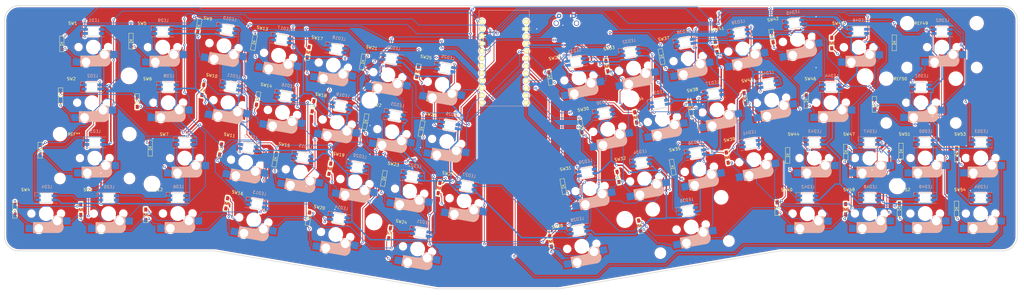
<source format=kicad_pcb>
(kicad_pcb (version 20171130) (host pcbnew "(5.1.0)-1")
  (layers (0 F.Cu signal) (31 B.Cu signal) (34 B.Paste user) (35 F.Paste user) (36 B.SilkS user) (37 F.SilkS user) (38 B.Mask user) (39 F.Mask user) (44 Edge.Cuts user))
  (net 0 "")
  (net 1 "Net-(D1-Pad2)")
  (net 2 row0)
  (net 3 "Net-(D2-Pad2)")
  (net 4 row1)
  (net 5 row2)
  (net 6 "Net-(D3-Pad2)")
  (net 7 row3)
  (net 8 "Net-(D4-Pad2)")
  (net 9 "Net-(D5-Pad2)")
  (net 10 "Net-(D6-Pad2)")
  (net 11 "Net-(D7-Pad2)")
  (net 12 "Net-(D8-Pad2)")
  (net 13 "Net-(D9-Pad2)")
  (net 14 "Net-(D10-Pad2)")
  (net 15 "Net-(D11-Pad2)")
  (net 16 "Net-(D12-Pad2)")
  (net 17 "Net-(D13-Pad2)")
  (net 18 "Net-(D14-Pad2)")
  (net 19 "Net-(D15-Pad2)")
  (net 20 "Net-(D16-Pad2)")
  (net 21 "Net-(D17-Pad2)")
  (net 22 "Net-(D18-Pad2)")
  (net 23 "Net-(D19-Pad2)")
  (net 24 "Net-(D20-Pad2)")
  (net 25 "Net-(D21-Pad2)")
  (net 26 "Net-(D22-Pad2)")
  (net 27 "Net-(D23-Pad2)")
  (net 28 "Net-(D24-Pad2)")
  (net 29 "Net-(D25-Pad2)")
  (net 30 "Net-(D26-Pad2)")
  (net 31 "Net-(D27-Pad2)")
  (net 32 "Net-(D28-Pad2)")
  (net 33 "Net-(D29-Pad2)")
  (net 34 "Net-(D30-Pad2)")
  (net 35 "Net-(D31-Pad2)")
  (net 36 "Net-(D32-Pad2)")
  (net 37 row4)
  (net 38 "Net-(D33-Pad2)")
  (net 39 "Net-(D34-Pad2)")
  (net 40 row5)
  (net 41 "Net-(D35-Pad2)")
  (net 42 row6)
  (net 43 "Net-(D36-Pad2)")
  (net 44 row7)
  (net 45 "Net-(D37-Pad2)")
  (net 46 "Net-(D38-Pad2)")
  (net 47 "Net-(D39-Pad2)")
  (net 48 "Net-(D40-Pad2)")
  (net 49 "Net-(D41-Pad2)")
  (net 50 "Net-(D42-Pad2)")
  (net 51 "Net-(D43-Pad2)")
  (net 52 "Net-(D44-Pad2)")
  (net 53 "Net-(D45-Pad2)")
  (net 54 "Net-(D46-Pad2)")
  (net 55 "Net-(D47-Pad2)")
  (net 56 "Net-(D48-Pad2)")
  (net 57 "Net-(D49-Pad2)")
  (net 58 "Net-(D50-Pad2)")
  (net 59 "Net-(D51-Pad2)")
  (net 60 "Net-(D52-Pad2)")
  (net 61 "Net-(D53-Pad2)")
  (net 62 "Net-(D54-Pad2)")
  (net 63 GND)
  (net 64 LED)
  (net 65 VCC)
  (net 66 col0)
  (net 67 col1)
  (net 68 col2)
  (net 69 col3)
  (net 70 col4)
  (net 71 col5)
  (net 72 col6)
  (net 73 col7)
  (net 74 rst)
  (net 75 "Net-(U1-Pad2)")
  (net 76 "Net-(U1-Pad24)")
  (net 77 "Net-(LED1-Pad2)")
  (net 78 "Net-(LED2-Pad2)")
  (net 79 "Net-(LED3-Pad2)")
  (net 80 "Net-(LED4-Pad2)")
  (net 81 "Net-(LED5-Pad2)")
  (net 82 "Net-(LED6-Pad2)")
  (net 83 "Net-(LED7-Pad2)")
  (net 84 "Net-(LED8-Pad2)")
  (net 85 "Net-(LED10-Pad4)")
  (net 86 "Net-(LED10-Pad2)")
  (net 87 "Net-(LED11-Pad2)")
  (net 88 "Net-(LED12-Pad2)")
  (net 89 "Net-(LED13-Pad2)")
  (net 90 "Net-(LED14-Pad2)")
  (net 91 "Net-(LED15-Pad2)")
  (net 92 "Net-(LED16-Pad2)")
  (net 93 "Net-(LED17-Pad2)")
  (net 94 "Net-(LED18-Pad2)")
  (net 95 "Net-(LED19-Pad2)")
  (net 96 "Net-(LED20-Pad2)")
  (net 97 "Net-(LED21-Pad2)")
  (net 98 "Net-(LED22-Pad2)")
  (net 99 "Net-(LED23-Pad2)")
  (net 100 "Net-(LED24-Pad2)")
  (net 101 "Net-(LED25-Pad2)")
  (net 102 "Net-(LED26-Pad2)")
  (net 103 "Net-(LED27-Pad2)")
  (net 104 "Net-(LED28-Pad2)")
  (net 105 "Net-(LED29-Pad2)")
  (net 106 "Net-(LED30-Pad2)")
  (net 107 "Net-(LED31-Pad2)")
  (net 108 "Net-(LED32-Pad2)")
  (net 109 "Net-(LED33-Pad2)")
  (net 110 "Net-(LED34-Pad2)")
  (net 111 "Net-(LED35-Pad2)")
  (net 112 "Net-(LED36-Pad2)")
  (net 113 "Net-(LED37-Pad2)")
  (net 114 "Net-(LED38-Pad2)")
  (net 115 "Net-(LED39-Pad2)")
  (net 116 "Net-(LED40-Pad2)")
  (net 117 "Net-(LED41-Pad2)")
  (net 118 "Net-(LED42-Pad2)")
  (net 119 "Net-(LED43-Pad2)")
  (net 120 "Net-(LED44-Pad2)")
  (net 121 "Net-(LED45-Pad2)")
  (net 122 "Net-(LED46-Pad2)")
  (net 123 "Net-(LED47-Pad2)")
  (net 124 "Net-(LED48-Pad2)")
  (net 125 "Net-(LED49-Pad2)")
  (net 126 "Net-(LED50-Pad2)")
  (net 127 "Net-(LED51-Pad2)")
  (net 128 "Net-(LED52-Pad2)")
  (net 129 "Net-(LED53-Pad2)")
  (net 130 "Net-(LED54-Pad2)")
  (module kbd:M2_HOLE_v2 (layer F.Cu) (at 169.75 131.13)
    (fp_text reference Ref03 hide)
    (fp_text value Val** hide)
    (pad "" np_thru_hole circle (at 0 0) (size 4.8 4.8) (drill 4.8) (layers *.Cu *.Mask))
  )
  (module kbd:M2_HOLE_v2 (layer F.Cu) (at 257.37 172.09)
    (fp_text reference Ref04 hide)
    (fp_text value Val** hide)
    (pad "" np_thru_hole circle (at 0 0) (size 4.8 4.8) (drill 4.8) (layers *.Cu *.Mask))
  )
  (module kbd:CherryMX_Hotswap (layer F.Cu) (at 241.59 123.46 190)
    (fp_text reference SW29 (at 7.1 8.2 190) (layer F.SilkS))
    (fp_text value SW_PUSH hide)
    (pad 1 smd rect (at -7.085 -2.54 10) (size 2.55 2.5) (layers B.Cu B.Paste B.Mask) (net 73 col7))
    (pad "" np_thru_hole circle (at 0 0 280) (size 4.1 4.1) (drill 4.1) (layers *.Cu *.Mask))
    (pad "" np_thru_hole circle (at 5.08 0 190) (size 1.9 1.9) (drill 1.9) (layers *.Cu *.Mask))
    (pad "" np_thru_hole circle (at -5.08 0 190) (size 1.9 1.9) (drill 1.9) (layers *.Cu *.Mask))
    (pad 2 smd rect (at 5.842 -5.08 10) (size 2.55 2.5) (layers B.Cu B.Paste B.Mask) (net 33 "Net-(D29-Pad2)"))
    (pad "" np_thru_hole circle (at -3.81 -2.54 190) (size 3 3) (drill 3) (layers *.Cu *.Mask))
    (pad "" np_thru_hole circle (at 2.54 -5.08 190) (size 3 3) (drill 3) (layers *.Cu *.Mask))
  )
  (module kbd:CherryMX_Hotswap (layer F.Cu) (at 245.4 161.49 190)
    (fp_text reference SW31 (at 7.1 8.2 190) (layer F.SilkS))
    (fp_text value SW_PUSH hide)
    (pad "" np_thru_hole circle (at 2.54 -5.08 190) (size 3 3) (drill 3) (layers *.Cu *.Mask))
    (pad "" np_thru_hole circle (at -3.81 -2.54 190) (size 3 3) (drill 3) (layers *.Cu *.Mask))
    (pad 2 smd rect (at 5.842 -5.08 10) (size 2.55 2.5) (layers B.Cu B.Paste B.Mask) (net 35 "Net-(D31-Pad2)"))
    (pad "" np_thru_hole circle (at -5.08 0 190) (size 1.9 1.9) (drill 1.9) (layers *.Cu *.Mask))
    (pad "" np_thru_hole circle (at 5.08 0 190) (size 1.9 1.9) (drill 1.9) (layers *.Cu *.Mask))
    (pad "" np_thru_hole circle (at 0 0 280) (size 4.1 4.1) (drill 4.1) (layers *.Cu *.Mask))
    (pad 1 smd rect (at -7.085 -2.54 10) (size 2.55 2.5) (layers B.Cu B.Paste B.Mask) (net 73 col7))
  )
  (module kbd:CherryMX_Hotswap (layer F.Cu) (at 301.69 151.54 190)
    (fp_text reference SW39 (at 7.1 8.2 190) (layer F.SilkS))
    (fp_text value SW_PUSH hide)
    (pad "" np_thru_hole circle (at 2.54 -5.08 190) (size 3 3) (drill 3) (layers *.Cu *.Mask))
    (pad "" np_thru_hole circle (at -3.81 -2.54 190) (size 3 3) (drill 3) (layers *.Cu *.Mask))
    (pad 2 smd rect (at 5.842 -5.08 10) (size 2.55 2.5) (layers B.Cu B.Paste B.Mask) (net 47 "Net-(D39-Pad2)"))
    (pad "" np_thru_hole circle (at -5.08 0 190) (size 1.9 1.9) (drill 1.9) (layers *.Cu *.Mask))
    (pad "" np_thru_hole circle (at 5.08 0 190) (size 1.9 1.9) (drill 1.9) (layers *.Cu *.Mask))
    (pad "" np_thru_hole circle (at 0 0 280) (size 4.1 4.1) (drill 4.1) (layers *.Cu *.Mask))
    (pad 1 smd rect (at -7.085 -2.54 10) (size 2.55 2.5) (layers B.Cu B.Paste B.Mask) (net 67 col1))
  )
  (module kbd:YS-SK6812MINI-E (layer B.Cu) (at 241.48 175.82 10)
    (fp_text reference LED28 (at 0.2 -3.81 10) (layer B.SilkS) (effects (justify mirror)))
    (fp_text value YS-SK6812MINI-E hide)
    (fp_line (start -1.8 1.55) (end -1.8 -1.55) (layer Edge.Cuts) (width 0.12))
    (fp_line (start -1.8 -1.55) (end 1.8 -1.55) (layer Edge.Cuts) (width 0.12))
    (fp_line (start 1.8 -1.55) (end 1.8 1.55) (layer Edge.Cuts) (width 0.12))
    (fp_line (start 1.8 1.55) (end -1.8 1.55) (layer Edge.Cuts) (width 0.12))
    (pad 4 smd rect (at -2.75 0.7 10) (size 1.7 1) (layers B.Cu B.Paste B.Mask) (net 103 "Net-(LED27-Pad2)"))
    (pad 3 smd rect (at -2.75 -0.7 10) (size 1.7 1) (layers B.Cu B.Paste B.Mask) (net 63 GND))
    (pad 1 smd rect (at 2.75 0.7 10) (size 1.7 1) (layers B.Cu B.Paste B.Mask) (net 65 VCC))
    (pad 2 smd rect (at 2.75 -0.7 10) (size 1.7 1) (layers B.Cu B.Paste B.Mask) (net 104 "Net-(LED28-Pad2)"))
  )
  (module kbd:YS-SK6812MINI-E (layer B.Cu) (at 320.06 164.7)
    (fp_text reference LED42 (at 0.2 -3.81) (layer B.SilkS) (effects (justify mirror)))
    (fp_text value YS-SK6812MINI-E hide)
    (fp_line (start -1.8 1.55) (end -1.8 -1.55) (layer Edge.Cuts) (width 0.12))
    (fp_line (start -1.8 -1.55) (end 1.8 -1.55) (layer Edge.Cuts) (width 0.12))
    (fp_line (start 1.8 -1.55) (end 1.8 1.55) (layer Edge.Cuts) (width 0.12))
    (fp_line (start 1.8 1.55) (end -1.8 1.55) (layer Edge.Cuts) (width 0.12))
    (pad 4 smd rect (at -2.75 0.7) (size 1.7 1) (layers B.Cu B.Paste B.Mask) (net 117 "Net-(LED41-Pad2)"))
    (pad 3 smd rect (at -2.75 -0.7) (size 1.7 1) (layers B.Cu B.Paste B.Mask) (net 63 GND))
    (pad 1 smd rect (at 2.75 0.7) (size 1.7 1) (layers B.Cu B.Paste B.Mask) (net 65 VCC))
    (pad 2 smd rect (at 2.75 -0.7) (size 1.7 1) (layers B.Cu B.Paste B.Mask) (net 118 "Net-(LED42-Pad2)"))
  )
  (module kbd:YS-SK6812MINI-E (layer B.Cu) (at 341.47 164.66)
    (fp_text reference LED48 (at 0.2 -3.81) (layer B.SilkS) (effects (justify mirror)))
    (fp_text value YS-SK6812MINI-E hide)
    (fp_line (start -1.8 1.55) (end -1.8 -1.55) (layer Edge.Cuts) (width 0.12))
    (fp_line (start -1.8 -1.55) (end 1.8 -1.55) (layer Edge.Cuts) (width 0.12))
    (fp_line (start 1.8 -1.55) (end 1.8 1.55) (layer Edge.Cuts) (width 0.12))
    (fp_line (start 1.8 1.55) (end -1.8 1.55) (layer Edge.Cuts) (width 0.12))
    (pad 4 smd rect (at -2.75 0.7) (size 1.7 1) (layers B.Cu B.Paste B.Mask) (net 123 "Net-(LED47-Pad2)"))
    (pad 3 smd rect (at -2.75 -0.7) (size 1.7 1) (layers B.Cu B.Paste B.Mask) (net 63 GND))
    (pad 1 smd rect (at 2.75 0.7) (size 1.7 1) (layers B.Cu B.Paste B.Mask) (net 65 VCC))
    (pad 2 smd rect (at 2.75 -0.7) (size 1.7 1) (layers B.Cu B.Paste B.Mask) (net 124 "Net-(LED48-Pad2)"))
  )
  (module kbd:YS-SK6812MINI-E (layer B.Cu) (at 379.58 164.66)
    (fp_text reference LED54 (at 0.2 -3.81) (layer B.SilkS) (effects (justify mirror)))
    (fp_text value YS-SK6812MINI-E hide)
    (fp_line (start -1.8 1.55) (end -1.8 -1.55) (layer Edge.Cuts) (width 0.12))
    (fp_line (start -1.8 -1.55) (end 1.8 -1.55) (layer Edge.Cuts) (width 0.12))
    (fp_line (start 1.8 -1.55) (end 1.8 1.55) (layer Edge.Cuts) (width 0.12))
    (fp_line (start 1.8 1.55) (end -1.8 1.55) (layer Edge.Cuts) (width 0.12))
    (pad 4 smd rect (at -2.75 0.7) (size 1.7 1) (layers B.Cu B.Paste B.Mask) (net 129 "Net-(LED53-Pad2)"))
    (pad 3 smd rect (at -2.75 -0.7) (size 1.7 1) (layers B.Cu B.Paste B.Mask) (net 63 GND))
    (pad 1 smd rect (at 2.75 0.7) (size 1.7 1) (layers B.Cu B.Paste B.Mask) (net 65 VCC))
    (pad 2 smd rect (at 2.75 -0.7) (size 1.7 1) (layers B.Cu B.Paste B.Mask) (net 130 "Net-(LED54-Pad2)"))
  )
  (module kbd:YS-SK6812MINI-E (layer B.Cu) (at 360.52 164.66)
    (fp_text reference LED49 (at 0.2 -3.81) (layer B.SilkS) (effects (justify mirror)))
    (fp_text value YS-SK6812MINI-E hide)
    (fp_line (start 1.8 1.55) (end -1.8 1.55) (layer Edge.Cuts) (width 0.12))
    (fp_line (start 1.8 -1.55) (end 1.8 1.55) (layer Edge.Cuts) (width 0.12))
    (fp_line (start -1.8 -1.55) (end 1.8 -1.55) (layer Edge.Cuts) (width 0.12))
    (fp_line (start -1.8 1.55) (end -1.8 -1.55) (layer Edge.Cuts) (width 0.12))
    (pad 2 smd rect (at 2.75 -0.7) (size 1.7 1) (layers B.Cu B.Paste B.Mask) (net 125 "Net-(LED49-Pad2)"))
    (pad 1 smd rect (at 2.75 0.7) (size 1.7 1) (layers B.Cu B.Paste B.Mask) (net 65 VCC))
    (pad 3 smd rect (at -2.75 -0.7) (size 1.7 1) (layers B.Cu B.Paste B.Mask) (net 63 GND))
    (pad 4 smd rect (at -2.75 0.7) (size 1.7 1) (layers B.Cu B.Paste B.Mask) (net 124 "Net-(LED48-Pad2)"))
  )
  (module kbd:YS-SK6812MINI-E (layer B.Cu) (at 296.8 108.04 10)
    (fp_text reference LED39 (at 0.2 -3.81 10) (layer B.SilkS) (effects (justify mirror)))
    (fp_text value YS-SK6812MINI-E hide)
    (fp_line (start 1.8 1.55) (end -1.8 1.55) (layer Edge.Cuts) (width 0.12))
    (fp_line (start 1.8 -1.55) (end 1.8 1.55) (layer Edge.Cuts) (width 0.12))
    (fp_line (start -1.8 -1.55) (end 1.8 -1.55) (layer Edge.Cuts) (width 0.12))
    (fp_line (start -1.8 1.55) (end -1.8 -1.55) (layer Edge.Cuts) (width 0.12))
    (pad 2 smd rect (at 2.75 -0.7 10) (size 1.7 1) (layers B.Cu B.Paste B.Mask) (net 115 "Net-(LED39-Pad2)"))
    (pad 1 smd rect (at 2.75 0.7 10) (size 1.7 1) (layers B.Cu B.Paste B.Mask) (net 65 VCC))
    (pad 3 smd rect (at -2.75 -0.7 10) (size 1.7 1) (layers B.Cu B.Paste B.Mask) (net 63 GND))
    (pad 4 smd rect (at -2.75 0.7 10) (size 1.7 1) (layers B.Cu B.Paste B.Mask) (net 114 "Net-(LED38-Pad2)"))
  )
  (module kbd:YS-SK6812MINI-E (layer B.Cu) (at 127.97 147.45 350)
    (fp_text reference LED12 (at 0.2 -3.81 350) (layer B.SilkS) (effects (justify mirror)))
    (fp_text value YS-SK6812MINI-E hide)
    (fp_line (start -1.8 1.55) (end -1.8 -1.55) (layer Edge.Cuts) (width 0.12))
    (fp_line (start -1.8 -1.55) (end 1.8 -1.55) (layer Edge.Cuts) (width 0.12))
    (fp_line (start 1.8 -1.55) (end 1.8 1.55) (layer Edge.Cuts) (width 0.12))
    (fp_line (start 1.8 1.55) (end -1.8 1.55) (layer Edge.Cuts) (width 0.12))
    (pad 4 smd rect (at -2.75 0.7 350) (size 1.7 1) (layers B.Cu B.Paste B.Mask) (net 87 "Net-(LED11-Pad2)"))
    (pad 3 smd rect (at -2.75 -0.7 350) (size 1.7 1) (layers B.Cu B.Paste B.Mask) (net 63 GND))
    (pad 1 smd rect (at 2.75 0.7 350) (size 1.7 1) (layers B.Cu B.Paste B.Mask) (net 65 VCC))
    (pad 2 smd rect (at 2.75 -0.7 350) (size 1.7 1) (layers B.Cu B.Paste B.Mask) (net 88 "Net-(LED12-Pad2)"))
  )
  (module kbd:YS-SK6812MINI-E (layer B.Cu) (at 379.61 145.59)
    (fp_text reference LED53 (at 0.2 -3.81) (layer B.SilkS) (effects (justify mirror)))
    (fp_text value YS-SK6812MINI-E hide)
    (fp_line (start 1.8 1.55) (end -1.8 1.55) (layer Edge.Cuts) (width 0.12))
    (fp_line (start 1.8 -1.55) (end 1.8 1.55) (layer Edge.Cuts) (width 0.12))
    (fp_line (start -1.8 -1.55) (end 1.8 -1.55) (layer Edge.Cuts) (width 0.12))
    (fp_line (start -1.8 1.55) (end -1.8 -1.55) (layer Edge.Cuts) (width 0.12))
    (pad 2 smd rect (at 2.75 -0.7) (size 1.7 1) (layers B.Cu B.Paste B.Mask) (net 129 "Net-(LED53-Pad2)"))
    (pad 1 smd rect (at 2.75 0.7) (size 1.7 1) (layers B.Cu B.Paste B.Mask) (net 65 VCC))
    (pad 3 smd rect (at -2.75 -0.7) (size 1.7 1) (layers B.Cu B.Paste B.Mask) (net 63 GND))
    (pad 4 smd rect (at -2.75 0.7) (size 1.7 1) (layers B.Cu B.Paste B.Mask) (net 128 "Net-(LED52-Pad2)"))
  )
  (module kbd:YS-SK6812MINI-E (layer B.Cu) (at 359.09 126.58)
    (fp_text reference LED51 (at 0.2 -3.81) (layer B.SilkS) (effects (justify mirror)))
    (fp_text value YS-SK6812MINI-E hide)
    (fp_line (start 1.8 1.55) (end -1.8 1.55) (layer Edge.Cuts) (width 0.12))
    (fp_line (start 1.8 -1.55) (end 1.8 1.55) (layer Edge.Cuts) (width 0.12))
    (fp_line (start -1.8 -1.55) (end 1.8 -1.55) (layer Edge.Cuts) (width 0.12))
    (fp_line (start -1.8 1.55) (end -1.8 -1.55) (layer Edge.Cuts) (width 0.12))
    (pad 2 smd rect (at 2.75 -0.7) (size 1.7 1) (layers B.Cu B.Paste B.Mask) (net 127 "Net-(LED51-Pad2)"))
    (pad 1 smd rect (at 2.75 0.7) (size 1.7 1) (layers B.Cu B.Paste B.Mask) (net 65 VCC))
    (pad 3 smd rect (at -2.75 -0.7) (size 1.7 1) (layers B.Cu B.Paste B.Mask) (net 63 GND))
    (pad 4 smd rect (at -2.75 0.7) (size 1.7 1) (layers B.Cu B.Paste B.Mask) (net 126 "Net-(LED50-Pad2)"))
  )
  (module kbd:YS-SK6812MINI-E (layer B.Cu) (at 315.55 104.72 10)
    (fp_text reference LED45 (at 0.2 -3.81 10) (layer B.SilkS) (effects (justify mirror)))
    (fp_text value YS-SK6812MINI-E hide)
    (fp_line (start 1.8 1.55) (end -1.8 1.55) (layer Edge.Cuts) (width 0.12))
    (fp_line (start 1.8 -1.55) (end 1.8 1.55) (layer Edge.Cuts) (width 0.12))
    (fp_line (start -1.8 -1.55) (end 1.8 -1.55) (layer Edge.Cuts) (width 0.12))
    (fp_line (start -1.8 1.55) (end -1.8 -1.55) (layer Edge.Cuts) (width 0.12))
    (pad 2 smd rect (at 2.75 -0.7 10) (size 1.7 1) (layers B.Cu B.Paste B.Mask) (net 121 "Net-(LED45-Pad2)"))
    (pad 1 smd rect (at 2.75 0.7 10) (size 1.7 1) (layers B.Cu B.Paste B.Mask) (net 65 VCC))
    (pad 3 smd rect (at -2.75 -0.7 10) (size 1.7 1) (layers B.Cu B.Paste B.Mask) (net 63 GND))
    (pad 4 smd rect (at -2.75 0.7 10) (size 1.7 1) (layers B.Cu B.Paste B.Mask) (net 120 "Net-(LED44-Pad2)"))
  )
  (module kbd:YS-SK6812MINI-E (layer B.Cu) (at 250.37 135.6 10)
    (fp_text reference LED30 (at 0.2 -3.81 10) (layer B.SilkS) (effects (justify mirror)))
    (fp_text value YS-SK6812MINI-E hide)
    (fp_line (start -1.8 1.55) (end -1.8 -1.55) (layer Edge.Cuts) (width 0.12))
    (fp_line (start -1.8 -1.55) (end 1.8 -1.55) (layer Edge.Cuts) (width 0.12))
    (fp_line (start 1.8 -1.55) (end 1.8 1.55) (layer Edge.Cuts) (width 0.12))
    (fp_line (start 1.8 1.55) (end -1.8 1.55) (layer Edge.Cuts) (width 0.12))
    (pad 4 smd rect (at -2.75 0.7 10) (size 1.7 1) (layers B.Cu B.Paste B.Mask) (net 105 "Net-(LED29-Pad2)"))
    (pad 3 smd rect (at -2.75 -0.7 10) (size 1.7 1) (layers B.Cu B.Paste B.Mask) (net 63 GND))
    (pad 1 smd rect (at 2.75 0.7 10) (size 1.7 1) (layers B.Cu B.Paste B.Mask) (net 65 VCC))
    (pad 2 smd rect (at 2.75 -0.7 10) (size 1.7 1) (layers B.Cu B.Paste B.Mask) (net 106 "Net-(LED30-Pad2)"))
  )
  (module kbd:YS-SK6812MINI-E (layer B.Cu) (at 106.2 145.64)
    (fp_text reference LED7 (at 0.2 -3.81) (layer B.SilkS) (effects (justify mirror)))
    (fp_text value YS-SK6812MINI-E hide)
    (fp_line (start 1.8 1.55) (end -1.8 1.55) (layer Edge.Cuts) (width 0.12))
    (fp_line (start 1.8 -1.55) (end 1.8 1.55) (layer Edge.Cuts) (width 0.12))
    (fp_line (start -1.8 -1.55) (end 1.8 -1.55) (layer Edge.Cuts) (width 0.12))
    (fp_line (start -1.8 1.55) (end -1.8 -1.55) (layer Edge.Cuts) (width 0.12))
    (pad 2 smd rect (at 2.75 -0.7) (size 1.7 1) (layers B.Cu B.Paste B.Mask) (net 83 "Net-(LED7-Pad2)"))
    (pad 1 smd rect (at 2.75 0.7) (size 1.7 1) (layers B.Cu B.Paste B.Mask) (net 65 VCC))
    (pad 3 smd rect (at -2.75 -0.7) (size 1.7 1) (layers B.Cu B.Paste B.Mask) (net 63 GND))
    (pad 4 smd rect (at -2.75 0.7) (size 1.7 1) (layers B.Cu B.Paste B.Mask) (net 82 "Net-(LED6-Pad2)"))
  )
  (module kbd:YS-SK6812MINI-E (layer B.Cu) (at 140.86 129.83 350)
    (fp_text reference LED16 (at 0.2 -3.81 350) (layer B.SilkS) (effects (justify mirror)))
    (fp_text value YS-SK6812MINI-E hide)
    (fp_line (start -1.8 1.55) (end -1.8 -1.55) (layer Edge.Cuts) (width 0.12))
    (fp_line (start -1.8 -1.55) (end 1.8 -1.55) (layer Edge.Cuts) (width 0.12))
    (fp_line (start 1.8 -1.55) (end 1.8 1.55) (layer Edge.Cuts) (width 0.12))
    (fp_line (start 1.8 1.55) (end -1.8 1.55) (layer Edge.Cuts) (width 0.12))
    (pad 4 smd rect (at -2.75 0.7 350) (size 1.7 1) (layers B.Cu B.Paste B.Mask) (net 91 "Net-(LED15-Pad2)"))
    (pad 3 smd rect (at -2.75 -0.7 350) (size 1.7 1) (layers B.Cu B.Paste B.Mask) (net 63 GND))
    (pad 1 smd rect (at 2.75 0.7 350) (size 1.7 1) (layers B.Cu B.Paste B.Mask) (net 65 VCC))
    (pad 2 smd rect (at 2.75 -0.7 350) (size 1.7 1) (layers B.Cu B.Paste B.Mask) (net 92 "Net-(LED16-Pad2)"))
  )
  (module kbd:YS-SK6812MINI-E (layer B.Cu) (at 98.61 107.53)
    (fp_text reference LED9 (at 0.2 -3.81) (layer B.SilkS) (effects (justify mirror)))
    (fp_text value YS-SK6812MINI-E hide)
    (fp_line (start 1.8 1.55) (end -1.8 1.55) (layer Edge.Cuts) (width 0.12))
    (fp_line (start 1.8 -1.55) (end 1.8 1.55) (layer Edge.Cuts) (width 0.12))
    (fp_line (start -1.8 -1.55) (end 1.8 -1.55) (layer Edge.Cuts) (width 0.12))
    (fp_line (start -1.8 1.55) (end -1.8 -1.55) (layer Edge.Cuts) (width 0.12))
    (pad 2 smd rect (at 2.75 -0.7) (size 1.7 1) (layers B.Cu B.Paste B.Mask) (net 85 "Net-(LED10-Pad4)"))
    (pad 1 smd rect (at 2.75 0.7) (size 1.7 1) (layers B.Cu B.Paste B.Mask) (net 65 VCC))
    (pad 3 smd rect (at -2.75 -0.7) (size 1.7 1) (layers B.Cu B.Paste B.Mask) (net 63 GND))
    (pad 4 smd rect (at -2.75 0.7) (size 1.7 1) (layers B.Cu B.Paste B.Mask) (net 84 "Net-(LED8-Pad2)"))
  )
  (module kbd:M2_HOLE_v2 (layer F.Cu) (at 339.91 123.05)
    (fp_text reference Ref06 hide)
    (fp_text value Val** hide)
    (pad "" np_thru_hole circle (at 0 0) (size 4.8 4.8) (drill 4.8) (layers *.Cu *.Mask))
  )
  (module kbd:M2_HOLE_v2 (layer F.Cu) (at 350.96 160.56)
    (fp_text reference Ref05 hide)
    (fp_text value Val** hide)
    (pad "" np_thru_hole circle (at 0 0) (size 4.8 4.8) (drill 4.8) (layers *.Cu *.Mask))
  )
  (module kbd:M2_HOLE_v2 (layer F.Cu) (at 259.43 130.63)
    (fp_text reference Ref04 hide)
    (fp_text value Val** hide)
    (pad "" np_thru_hole circle (at 0 0) (size 4.8 4.8) (drill 4.8) (layers *.Cu *.Mask))
  )
  (module kbd:M2_HOLE_v2 (layer F.Cu) (at 171.2 172.91)
    (fp_text reference Ref03 hide)
    (fp_text value Val** hide)
    (pad "" np_thru_hole circle (at 0 0) (size 4.8 4.8) (drill 4.8) (layers *.Cu *.Mask))
  )
  (module kbd:M2_HOLE_v2 (layer F.Cu) (at 87.06 122.77)
    (fp_text reference Ref02 hide)
    (fp_text value Val** hide)
    (pad "" np_thru_hole circle (at 0 0) (size 4.8 4.8) (drill 4.8) (layers *.Cu *.Mask))
  )
  (module kbd:M2_HOLE_v2 (layer F.Cu) (at 94.94 159.95)
    (fp_text reference Ref01 hide)
    (fp_text value Val** hide)
    (pad "" np_thru_hole circle (at 0 0) (size 4.8 4.8) (drill 4.8) (layers *.Cu *.Mask))
  )
  (module kbd:YS-SK6812MINI-E (layer B.Cu) (at 74.8 107.49)
    (fp_text reference LED1 (at 0.2 -3.81) (layer B.SilkS) (effects (justify mirror)))
    (fp_text value YS-SK6812MINI-E hide)
    (fp_line (start 1.8 1.55) (end -1.8 1.55) (layer Edge.Cuts) (width 0.12))
    (fp_line (start 1.8 -1.55) (end 1.8 1.55) (layer Edge.Cuts) (width 0.12))
    (fp_line (start -1.8 -1.55) (end 1.8 -1.55) (layer Edge.Cuts) (width 0.12))
    (fp_line (start -1.8 1.55) (end -1.8 -1.55) (layer Edge.Cuts) (width 0.12))
    (pad 2 smd rect (at 2.75 -0.7) (size 1.7 1) (layers B.Cu B.Paste B.Mask) (net 77 "Net-(LED1-Pad2)"))
    (pad 1 smd rect (at 2.75 0.7) (size 1.7 1) (layers B.Cu B.Paste B.Mask) (net 65 VCC))
    (pad 3 smd rect (at -2.75 -0.7) (size 1.7 1) (layers B.Cu B.Paste B.Mask) (net 63 GND))
    (pad 4 smd rect (at -2.75 0.7) (size 1.7 1) (layers B.Cu B.Paste B.Mask) (net 64 LED))
  )
  (module kbd:YS-SK6812MINI-E (layer B.Cu) (at 74.32 126.58)
    (fp_text reference LED2 (at 0.2 -3.81) (layer B.SilkS) (effects (justify mirror)))
    (fp_text value YS-SK6812MINI-E hide)
    (fp_line (start -1.8 1.55) (end -1.8 -1.55) (layer Edge.Cuts) (width 0.12))
    (fp_line (start -1.8 -1.55) (end 1.8 -1.55) (layer Edge.Cuts) (width 0.12))
    (fp_line (start 1.8 -1.55) (end 1.8 1.55) (layer Edge.Cuts) (width 0.12))
    (fp_line (start 1.8 1.55) (end -1.8 1.55) (layer Edge.Cuts) (width 0.12))
    (pad 4 smd rect (at -2.75 0.7) (size 1.7 1) (layers B.Cu B.Paste B.Mask) (net 77 "Net-(LED1-Pad2)"))
    (pad 3 smd rect (at -2.75 -0.7) (size 1.7 1) (layers B.Cu B.Paste B.Mask) (net 63 GND))
    (pad 1 smd rect (at 2.75 0.7) (size 1.7 1) (layers B.Cu B.Paste B.Mask) (net 65 VCC))
    (pad 2 smd rect (at 2.75 -0.7) (size 1.7 1) (layers B.Cu B.Paste B.Mask) (net 78 "Net-(LED2-Pad2)"))
  )
  (module kbd:YS-SK6812MINI-E (layer B.Cu) (at 75.27 145.63)
    (fp_text reference LED3 (at 0.2 -3.81) (layer B.SilkS) (effects (justify mirror)))
    (fp_text value YS-SK6812MINI-E hide)
    (fp_line (start 1.8 1.55) (end -1.8 1.55) (layer Edge.Cuts) (width 0.12))
    (fp_line (start 1.8 -1.55) (end 1.8 1.55) (layer Edge.Cuts) (width 0.12))
    (fp_line (start -1.8 -1.55) (end 1.8 -1.55) (layer Edge.Cuts) (width 0.12))
    (fp_line (start -1.8 1.55) (end -1.8 -1.55) (layer Edge.Cuts) (width 0.12))
    (pad 2 smd rect (at 2.75 -0.7) (size 1.7 1) (layers B.Cu B.Paste B.Mask) (net 79 "Net-(LED3-Pad2)"))
    (pad 1 smd rect (at 2.75 0.7) (size 1.7 1) (layers B.Cu B.Paste B.Mask) (net 65 VCC))
    (pad 3 smd rect (at -2.75 -0.7) (size 1.7 1) (layers B.Cu B.Paste B.Mask) (net 63 GND))
    (pad 4 smd rect (at -2.75 0.7) (size 1.7 1) (layers B.Cu B.Paste B.Mask) (net 78 "Net-(LED2-Pad2)"))
  )
  (module kbd:YS-SK6812MINI-E (layer B.Cu) (at 58.6 164.68)
    (fp_text reference LED4 (at 0.2 -3.81) (layer B.SilkS) (effects (justify mirror)))
    (fp_text value YS-SK6812MINI-E hide)
    (fp_line (start -1.8 1.55) (end -1.8 -1.55) (layer Edge.Cuts) (width 0.12))
    (fp_line (start -1.8 -1.55) (end 1.8 -1.55) (layer Edge.Cuts) (width 0.12))
    (fp_line (start 1.8 -1.55) (end 1.8 1.55) (layer Edge.Cuts) (width 0.12))
    (fp_line (start 1.8 1.55) (end -1.8 1.55) (layer Edge.Cuts) (width 0.12))
    (pad 4 smd rect (at -2.75 0.7) (size 1.7 1) (layers B.Cu B.Paste B.Mask) (net 79 "Net-(LED3-Pad2)"))
    (pad 3 smd rect (at -2.75 -0.7) (size 1.7 1) (layers B.Cu B.Paste B.Mask) (net 63 GND))
    (pad 1 smd rect (at 2.75 0.7) (size 1.7 1) (layers B.Cu B.Paste B.Mask) (net 65 VCC))
    (pad 2 smd rect (at 2.75 -0.7) (size 1.7 1) (layers B.Cu B.Paste B.Mask) (net 80 "Net-(LED4-Pad2)"))
  )
  (module kbd:YS-SK6812MINI-E (layer B.Cu) (at 80.02 164.69)
    (fp_text reference LED5 (at 0.2 -3.81) (layer B.SilkS) (effects (justify mirror)))
    (fp_text value YS-SK6812MINI-E hide)
    (fp_line (start 1.8 1.55) (end -1.8 1.55) (layer Edge.Cuts) (width 0.12))
    (fp_line (start 1.8 -1.55) (end 1.8 1.55) (layer Edge.Cuts) (width 0.12))
    (fp_line (start -1.8 -1.55) (end 1.8 -1.55) (layer Edge.Cuts) (width 0.12))
    (fp_line (start -1.8 1.55) (end -1.8 -1.55) (layer Edge.Cuts) (width 0.12))
    (pad 2 smd rect (at 2.75 -0.7) (size 1.7 1) (layers B.Cu B.Paste B.Mask) (net 81 "Net-(LED5-Pad2)"))
    (pad 1 smd rect (at 2.75 0.7) (size 1.7 1) (layers B.Cu B.Paste B.Mask) (net 65 VCC))
    (pad 3 smd rect (at -2.75 -0.7) (size 1.7 1) (layers B.Cu B.Paste B.Mask) (net 63 GND))
    (pad 4 smd rect (at -2.75 0.7) (size 1.7 1) (layers B.Cu B.Paste B.Mask) (net 80 "Net-(LED4-Pad2)"))
  )
  (module kbd:YS-SK6812MINI-E (layer B.Cu) (at 103.79 164.64)
    (fp_text reference LED6 (at 0.2 -3.81) (layer B.SilkS) (effects (justify mirror)))
    (fp_text value YS-SK6812MINI-E hide)
    (fp_line (start -1.8 1.55) (end -1.8 -1.55) (layer Edge.Cuts) (width 0.12))
    (fp_line (start -1.8 -1.55) (end 1.8 -1.55) (layer Edge.Cuts) (width 0.12))
    (fp_line (start 1.8 -1.55) (end 1.8 1.55) (layer Edge.Cuts) (width 0.12))
    (fp_line (start 1.8 1.55) (end -1.8 1.55) (layer Edge.Cuts) (width 0.12))
    (pad 4 smd rect (at -2.75 0.7) (size 1.7 1) (layers B.Cu B.Paste B.Mask) (net 81 "Net-(LED5-Pad2)"))
    (pad 3 smd rect (at -2.75 -0.7) (size 1.7 1) (layers B.Cu B.Paste B.Mask) (net 63 GND))
    (pad 1 smd rect (at 2.75 0.7) (size 1.7 1) (layers B.Cu B.Paste B.Mask) (net 65 VCC))
    (pad 2 smd rect (at 2.75 -0.7) (size 1.7 1) (layers B.Cu B.Paste B.Mask) (net 82 "Net-(LED6-Pad2)"))
  )
  (module kbd:YS-SK6812MINI-E (layer B.Cu) (at 100.52 126.58)
    (fp_text reference LED8 (at 0.2 -3.81) (layer B.SilkS) (effects (justify mirror)))
    (fp_text value YS-SK6812MINI-E hide)
    (fp_line (start -1.8 1.55) (end -1.8 -1.55) (layer Edge.Cuts) (width 0.12))
    (fp_line (start -1.8 -1.55) (end 1.8 -1.55) (layer Edge.Cuts) (width 0.12))
    (fp_line (start 1.8 -1.55) (end 1.8 1.55) (layer Edge.Cuts) (width 0.12))
    (fp_line (start 1.8 1.55) (end -1.8 1.55) (layer Edge.Cuts) (width 0.12))
    (pad 4 smd rect (at -2.75 0.7) (size 1.7 1) (layers B.Cu B.Paste B.Mask) (net 83 "Net-(LED7-Pad2)"))
    (pad 3 smd rect (at -2.75 -0.7) (size 1.7 1) (layers B.Cu B.Paste B.Mask) (net 63 GND))
    (pad 1 smd rect (at 2.75 0.7) (size 1.7 1) (layers B.Cu B.Paste B.Mask) (net 65 VCC))
    (pad 2 smd rect (at 2.75 -0.7) (size 1.7 1) (layers B.Cu B.Paste B.Mask) (net 84 "Net-(LED8-Pad2)"))
  )
  (module kbd:YS-SK6812MINI-E (layer B.Cu) (at 120.77 106.9 350)
    (fp_text reference LED10 (at 0.2 -3.81 350) (layer B.SilkS) (effects (justify mirror)))
    (fp_text value YS-SK6812MINI-E hide)
    (fp_line (start -1.8 1.55) (end -1.8 -1.55) (layer Edge.Cuts) (width 0.12))
    (fp_line (start -1.8 -1.55) (end 1.8 -1.55) (layer Edge.Cuts) (width 0.12))
    (fp_line (start 1.8 -1.55) (end 1.8 1.55) (layer Edge.Cuts) (width 0.12))
    (fp_line (start 1.8 1.55) (end -1.8 1.55) (layer Edge.Cuts) (width 0.12))
    (pad 4 smd rect (at -2.75 0.7 350) (size 1.7 1) (layers B.Cu B.Paste B.Mask) (net 85 "Net-(LED10-Pad4)"))
    (pad 3 smd rect (at -2.75 -0.7 350) (size 1.7 1) (layers B.Cu B.Paste B.Mask) (net 63 GND))
    (pad 1 smd rect (at 2.75 0.7 350) (size 1.7 1) (layers B.Cu B.Paste B.Mask) (net 65 VCC))
    (pad 2 smd rect (at 2.75 -0.7 350) (size 1.7 1) (layers B.Cu B.Paste B.Mask) (net 86 "Net-(LED10-Pad2)"))
  )
  (module kbd:YS-SK6812MINI-E (layer B.Cu) (at 122.13 126.5 350)
    (fp_text reference LED11 (at 0.2 -3.81 350) (layer B.SilkS) (effects (justify mirror)))
    (fp_text value YS-SK6812MINI-E hide)
    (fp_line (start 1.8 1.55) (end -1.8 1.55) (layer Edge.Cuts) (width 0.12))
    (fp_line (start 1.8 -1.55) (end 1.8 1.55) (layer Edge.Cuts) (width 0.12))
    (fp_line (start -1.8 -1.55) (end 1.8 -1.55) (layer Edge.Cuts) (width 0.12))
    (fp_line (start -1.8 1.55) (end -1.8 -1.55) (layer Edge.Cuts) (width 0.12))
    (pad 2 smd rect (at 2.75 -0.7 350) (size 1.7 1) (layers B.Cu B.Paste B.Mask) (net 87 "Net-(LED11-Pad2)"))
    (pad 1 smd rect (at 2.75 0.7 350) (size 1.7 1) (layers B.Cu B.Paste B.Mask) (net 65 VCC))
    (pad 3 smd rect (at -2.75 -0.7 350) (size 1.7 1) (layers B.Cu B.Paste B.Mask) (net 63 GND))
    (pad 4 smd rect (at -2.75 0.7 350) (size 1.7 1) (layers B.Cu B.Paste B.Mask) (net 86 "Net-(LED10-Pad2)"))
  )
  (module kbd:YS-SK6812MINI-E (layer B.Cu) (at 131 166.76 350)
    (fp_text reference LED13 (at 0.2 -3.81 350) (layer B.SilkS) (effects (justify mirror)))
    (fp_text value YS-SK6812MINI-E hide)
    (fp_line (start 1.8 1.55) (end -1.8 1.55) (layer Edge.Cuts) (width 0.12))
    (fp_line (start 1.8 -1.55) (end 1.8 1.55) (layer Edge.Cuts) (width 0.12))
    (fp_line (start -1.8 -1.55) (end 1.8 -1.55) (layer Edge.Cuts) (width 0.12))
    (fp_line (start -1.8 1.55) (end -1.8 -1.55) (layer Edge.Cuts) (width 0.12))
    (pad 2 smd rect (at 2.75 -0.7 350) (size 1.7 1) (layers B.Cu B.Paste B.Mask) (net 89 "Net-(LED13-Pad2)"))
    (pad 1 smd rect (at 2.75 0.7 350) (size 1.7 1) (layers B.Cu B.Paste B.Mask) (net 65 VCC))
    (pad 3 smd rect (at -2.75 -0.7 350) (size 1.7 1) (layers B.Cu B.Paste B.Mask) (net 63 GND))
    (pad 4 smd rect (at -2.75 0.7 350) (size 1.7 1) (layers B.Cu B.Paste B.Mask) (net 88 "Net-(LED12-Pad2)"))
  )
  (module kbd:YS-SK6812MINI-E (layer B.Cu) (at 159.13 171.77 350)
    (fp_text reference LED14 (at 0.2 -3.81 350) (layer B.SilkS) (effects (justify mirror)))
    (fp_text value YS-SK6812MINI-E hide)
    (fp_line (start -1.8 1.55) (end -1.8 -1.55) (layer Edge.Cuts) (width 0.12))
    (fp_line (start -1.8 -1.55) (end 1.8 -1.55) (layer Edge.Cuts) (width 0.12))
    (fp_line (start 1.8 -1.55) (end 1.8 1.55) (layer Edge.Cuts) (width 0.12))
    (fp_line (start 1.8 1.55) (end -1.8 1.55) (layer Edge.Cuts) (width 0.12))
    (pad 4 smd rect (at -2.75 0.7 350) (size 1.7 1) (layers B.Cu B.Paste B.Mask) (net 89 "Net-(LED13-Pad2)"))
    (pad 3 smd rect (at -2.75 -0.7 350) (size 1.7 1) (layers B.Cu B.Paste B.Mask) (net 63 GND))
    (pad 1 smd rect (at 2.75 0.7 350) (size 1.7 1) (layers B.Cu B.Paste B.Mask) (net 65 VCC))
    (pad 2 smd rect (at 2.75 -0.7 350) (size 1.7 1) (layers B.Cu B.Paste B.Mask) (net 90 "Net-(LED14-Pad2)"))
  )
  (module kbd:YS-SK6812MINI-E (layer B.Cu) (at 146.76 150.74 350)
    (fp_text reference LED15 (at 0.2 -3.81 350) (layer B.SilkS) (effects (justify mirror)))
    (fp_text value YS-SK6812MINI-E hide)
    (fp_line (start 1.8 1.55) (end -1.8 1.55) (layer Edge.Cuts) (width 0.12))
    (fp_line (start 1.8 -1.55) (end 1.8 1.55) (layer Edge.Cuts) (width 0.12))
    (fp_line (start -1.8 -1.55) (end 1.8 -1.55) (layer Edge.Cuts) (width 0.12))
    (fp_line (start -1.8 1.55) (end -1.8 -1.55) (layer Edge.Cuts) (width 0.12))
    (pad 2 smd rect (at 2.75 -0.7 350) (size 1.7 1) (layers B.Cu B.Paste B.Mask) (net 91 "Net-(LED15-Pad2)"))
    (pad 1 smd rect (at 2.75 0.7 350) (size 1.7 1) (layers B.Cu B.Paste B.Mask) (net 65 VCC))
    (pad 3 smd rect (at -2.75 -0.7 350) (size 1.7 1) (layers B.Cu B.Paste B.Mask) (net 63 GND))
    (pad 4 smd rect (at -2.75 0.7 350) (size 1.7 1) (layers B.Cu B.Paste B.Mask) (net 90 "Net-(LED14-Pad2)"))
  )
  (module kbd:YS-SK6812MINI-E (layer B.Cu) (at 139.51 110.23 350)
    (fp_text reference LED17 (at 0.2 -3.81 350) (layer B.SilkS) (effects (justify mirror)))
    (fp_text value YS-SK6812MINI-E hide)
    (fp_line (start 1.8 1.55) (end -1.8 1.55) (layer Edge.Cuts) (width 0.12))
    (fp_line (start 1.8 -1.55) (end 1.8 1.55) (layer Edge.Cuts) (width 0.12))
    (fp_line (start -1.8 -1.55) (end 1.8 -1.55) (layer Edge.Cuts) (width 0.12))
    (fp_line (start -1.8 1.55) (end -1.8 -1.55) (layer Edge.Cuts) (width 0.12))
    (pad 2 smd rect (at 2.75 -0.7 350) (size 1.7 1) (layers B.Cu B.Paste B.Mask) (net 93 "Net-(LED17-Pad2)"))
    (pad 1 smd rect (at 2.75 0.7 350) (size 1.7 1) (layers B.Cu B.Paste B.Mask) (net 65 VCC))
    (pad 3 smd rect (at -2.75 -0.7 350) (size 1.7 1) (layers B.Cu B.Paste B.Mask) (net 63 GND))
    (pad 4 smd rect (at -2.75 0.7 350) (size 1.7 1) (layers B.Cu B.Paste B.Mask) (net 92 "Net-(LED16-Pad2)"))
  )
  (module kbd:YS-SK6812MINI-E (layer B.Cu) (at 158.32 113.57 350)
    (fp_text reference LED18 (at 0.2 -3.81 350) (layer B.SilkS) (effects (justify mirror)))
    (fp_text value YS-SK6812MINI-E hide)
    (fp_line (start -1.8 1.55) (end -1.8 -1.55) (layer Edge.Cuts) (width 0.12))
    (fp_line (start -1.8 -1.55) (end 1.8 -1.55) (layer Edge.Cuts) (width 0.12))
    (fp_line (start 1.8 -1.55) (end 1.8 1.55) (layer Edge.Cuts) (width 0.12))
    (fp_line (start 1.8 1.55) (end -1.8 1.55) (layer Edge.Cuts) (width 0.12))
    (pad 4 smd rect (at -2.75 0.7 350) (size 1.7 1) (layers B.Cu B.Paste B.Mask) (net 93 "Net-(LED17-Pad2)"))
    (pad 3 smd rect (at -2.75 -0.7 350) (size 1.7 1) (layers B.Cu B.Paste B.Mask) (net 63 GND))
    (pad 1 smd rect (at 2.75 0.7 350) (size 1.7 1) (layers B.Cu B.Paste B.Mask) (net 65 VCC))
    (pad 2 smd rect (at 2.75 -0.7 350) (size 1.7 1) (layers B.Cu B.Paste B.Mask) (net 94 "Net-(LED18-Pad2)"))
  )
  (module kbd:YS-SK6812MINI-E (layer B.Cu) (at 159.66 133.13 350)
    (fp_text reference LED19 (at 0.2 -3.81 350) (layer B.SilkS) (effects (justify mirror)))
    (fp_text value YS-SK6812MINI-E hide)
    (fp_line (start 1.8 1.55) (end -1.8 1.55) (layer Edge.Cuts) (width 0.12))
    (fp_line (start 1.8 -1.55) (end 1.8 1.55) (layer Edge.Cuts) (width 0.12))
    (fp_line (start -1.8 -1.55) (end 1.8 -1.55) (layer Edge.Cuts) (width 0.12))
    (fp_line (start -1.8 1.55) (end -1.8 -1.55) (layer Edge.Cuts) (width 0.12))
    (pad 2 smd rect (at 2.75 -0.7 350) (size 1.7 1) (layers B.Cu B.Paste B.Mask) (net 95 "Net-(LED19-Pad2)"))
    (pad 1 smd rect (at 2.75 0.7 350) (size 1.7 1) (layers B.Cu B.Paste B.Mask) (net 65 VCC))
    (pad 3 smd rect (at -2.75 -0.7 350) (size 1.7 1) (layers B.Cu B.Paste B.Mask) (net 63 GND))
    (pad 4 smd rect (at -2.75 0.7 350) (size 1.7 1) (layers B.Cu B.Paste B.Mask) (net 94 "Net-(LED18-Pad2)"))
  )
  (module kbd:YS-SK6812MINI-E (layer B.Cu) (at 165.5 154.08 350)
    (fp_text reference LED20 (at 0.2 -3.81 350) (layer B.SilkS) (effects (justify mirror)))
    (fp_text value YS-SK6812MINI-E hide)
    (fp_line (start -1.8 1.55) (end -1.8 -1.55) (layer Edge.Cuts) (width 0.12))
    (fp_line (start -1.8 -1.55) (end 1.8 -1.55) (layer Edge.Cuts) (width 0.12))
    (fp_line (start 1.8 -1.55) (end 1.8 1.55) (layer Edge.Cuts) (width 0.12))
    (fp_line (start 1.8 1.55) (end -1.8 1.55) (layer Edge.Cuts) (width 0.12))
    (pad 4 smd rect (at -2.75 0.7 350) (size 1.7 1) (layers B.Cu B.Paste B.Mask) (net 95 "Net-(LED19-Pad2)"))
    (pad 3 smd rect (at -2.75 -0.7 350) (size 1.7 1) (layers B.Cu B.Paste B.Mask) (net 63 GND))
    (pad 1 smd rect (at 2.75 0.7 350) (size 1.7 1) (layers B.Cu B.Paste B.Mask) (net 65 VCC))
    (pad 2 smd rect (at 2.75 -0.7 350) (size 1.7 1) (layers B.Cu B.Paste B.Mask) (net 96 "Net-(LED20-Pad2)"))
  )
  (module kbd:YS-SK6812MINI-E (layer B.Cu) (at 187.26 176.71 350)
    (fp_text reference LED21 (at 0.2 -3.81 350) (layer B.SilkS) (effects (justify mirror)))
    (fp_text value YS-SK6812MINI-E hide)
    (fp_line (start 1.8 1.55) (end -1.8 1.55) (layer Edge.Cuts) (width 0.12))
    (fp_line (start 1.8 -1.55) (end 1.8 1.55) (layer Edge.Cuts) (width 0.12))
    (fp_line (start -1.8 -1.55) (end 1.8 -1.55) (layer Edge.Cuts) (width 0.12))
    (fp_line (start -1.8 1.55) (end -1.8 -1.55) (layer Edge.Cuts) (width 0.12))
    (pad 2 smd rect (at 2.75 -0.7 350) (size 1.7 1) (layers B.Cu B.Paste B.Mask) (net 97 "Net-(LED21-Pad2)"))
    (pad 1 smd rect (at 2.75 0.7 350) (size 1.7 1) (layers B.Cu B.Paste B.Mask) (net 65 VCC))
    (pad 3 smd rect (at -2.75 -0.7 350) (size 1.7 1) (layers B.Cu B.Paste B.Mask) (net 63 GND))
    (pad 4 smd rect (at -2.75 0.7 350) (size 1.7 1) (layers B.Cu B.Paste B.Mask) (net 96 "Net-(LED20-Pad2)"))
  )
  (module kbd:YS-SK6812MINI-E (layer B.Cu) (at 184.28 157.4 350)
    (fp_text reference LED22 (at 0.2 -3.81 350) (layer B.SilkS) (effects (justify mirror)))
    (fp_text value YS-SK6812MINI-E hide)
    (fp_line (start -1.8 1.55) (end -1.8 -1.55) (layer Edge.Cuts) (width 0.12))
    (fp_line (start -1.8 -1.55) (end 1.8 -1.55) (layer Edge.Cuts) (width 0.12))
    (fp_line (start 1.8 -1.55) (end 1.8 1.55) (layer Edge.Cuts) (width 0.12))
    (fp_line (start 1.8 1.55) (end -1.8 1.55) (layer Edge.Cuts) (width 0.12))
    (pad 4 smd rect (at -2.75 0.7 350) (size 1.7 1) (layers B.Cu B.Paste B.Mask) (net 97 "Net-(LED21-Pad2)"))
    (pad 3 smd rect (at -2.75 -0.7 350) (size 1.7 1) (layers B.Cu B.Paste B.Mask) (net 63 GND))
    (pad 1 smd rect (at 2.75 0.7 350) (size 1.7 1) (layers B.Cu B.Paste B.Mask) (net 65 VCC))
    (pad 2 smd rect (at 2.75 -0.7 350) (size 1.7 1) (layers B.Cu B.Paste B.Mask) (net 98 "Net-(LED22-Pad2)"))
  )
  (module kbd:YS-SK6812MINI-E (layer B.Cu) (at 178.45 136.45 350)
    (fp_text reference LED23 (at 0.2 -3.81 350) (layer B.SilkS) (effects (justify mirror)))
    (fp_text value YS-SK6812MINI-E hide)
    (fp_line (start 1.8 1.55) (end -1.8 1.55) (layer Edge.Cuts) (width 0.12))
    (fp_line (start 1.8 -1.55) (end 1.8 1.55) (layer Edge.Cuts) (width 0.12))
    (fp_line (start -1.8 -1.55) (end 1.8 -1.55) (layer Edge.Cuts) (width 0.12))
    (fp_line (start -1.8 1.55) (end -1.8 -1.55) (layer Edge.Cuts) (width 0.12))
    (pad 2 smd rect (at 2.75 -0.7 350) (size 1.7 1) (layers B.Cu B.Paste B.Mask) (net 99 "Net-(LED23-Pad2)"))
    (pad 1 smd rect (at 2.75 0.7 350) (size 1.7 1) (layers B.Cu B.Paste B.Mask) (net 65 VCC))
    (pad 3 smd rect (at -2.75 -0.7 350) (size 1.7 1) (layers B.Cu B.Paste B.Mask) (net 63 GND))
    (pad 4 smd rect (at -2.75 0.7 350) (size 1.7 1) (layers B.Cu B.Paste B.Mask) (net 98 "Net-(LED22-Pad2)"))
  )
  (module kbd:YS-SK6812MINI-E (layer B.Cu) (at 177.06 116.86 350)
    (fp_text reference LED24 (at 0.2 -3.81 350) (layer B.SilkS) (effects (justify mirror)))
    (fp_text value YS-SK6812MINI-E hide)
    (fp_line (start -1.8 1.55) (end -1.8 -1.55) (layer Edge.Cuts) (width 0.12))
    (fp_line (start -1.8 -1.55) (end 1.8 -1.55) (layer Edge.Cuts) (width 0.12))
    (fp_line (start 1.8 -1.55) (end 1.8 1.55) (layer Edge.Cuts) (width 0.12))
    (fp_line (start 1.8 1.55) (end -1.8 1.55) (layer Edge.Cuts) (width 0.12))
    (pad 4 smd rect (at -2.75 0.7 350) (size 1.7 1) (layers B.Cu B.Paste B.Mask) (net 99 "Net-(LED23-Pad2)"))
    (pad 3 smd rect (at -2.75 -0.7 350) (size 1.7 1) (layers B.Cu B.Paste B.Mask) (net 63 GND))
    (pad 1 smd rect (at 2.75 0.7 350) (size 1.7 1) (layers B.Cu B.Paste B.Mask) (net 65 VCC))
    (pad 2 smd rect (at 2.75 -0.7 350) (size 1.7 1) (layers B.Cu B.Paste B.Mask) (net 100 "Net-(LED24-Pad2)"))
  )
  (module kbd:YS-SK6812MINI-E (layer B.Cu) (at 195.74 120.17 350)
    (fp_text reference LED25 (at 0.2 -3.81 350) (layer B.SilkS) (effects (justify mirror)))
    (fp_text value YS-SK6812MINI-E hide)
    (fp_line (start 1.8 1.55) (end -1.8 1.55) (layer Edge.Cuts) (width 0.12))
    (fp_line (start 1.8 -1.55) (end 1.8 1.55) (layer Edge.Cuts) (width 0.12))
    (fp_line (start -1.8 -1.55) (end 1.8 -1.55) (layer Edge.Cuts) (width 0.12))
    (fp_line (start -1.8 1.55) (end -1.8 -1.55) (layer Edge.Cuts) (width 0.12))
    (pad 2 smd rect (at 2.75 -0.7 350) (size 1.7 1) (layers B.Cu B.Paste B.Mask) (net 101 "Net-(LED25-Pad2)"))
    (pad 1 smd rect (at 2.75 0.7 350) (size 1.7 1) (layers B.Cu B.Paste B.Mask) (net 65 VCC))
    (pad 3 smd rect (at -2.75 -0.7 350) (size 1.7 1) (layers B.Cu B.Paste B.Mask) (net 63 GND))
    (pad 4 smd rect (at -2.75 0.7 350) (size 1.7 1) (layers B.Cu B.Paste B.Mask) (net 100 "Net-(LED24-Pad2)"))
  )
  (module kbd:YS-SK6812MINI-E (layer B.Cu) (at 197.26 139.8 350)
    (fp_text reference LED26 (at 0.2 -3.81 350) (layer B.SilkS) (effects (justify mirror)))
    (fp_text value YS-SK6812MINI-E hide)
    (fp_line (start -1.8 1.55) (end -1.8 -1.55) (layer Edge.Cuts) (width 0.12))
    (fp_line (start -1.8 -1.55) (end 1.8 -1.55) (layer Edge.Cuts) (width 0.12))
    (fp_line (start 1.8 -1.55) (end 1.8 1.55) (layer Edge.Cuts) (width 0.12))
    (fp_line (start 1.8 1.55) (end -1.8 1.55) (layer Edge.Cuts) (width 0.12))
    (pad 4 smd rect (at -2.75 0.7 350) (size 1.7 1) (layers B.Cu B.Paste B.Mask) (net 101 "Net-(LED25-Pad2)"))
    (pad 3 smd rect (at -2.75 -0.7 350) (size 1.7 1) (layers B.Cu B.Paste B.Mask) (net 63 GND))
    (pad 1 smd rect (at 2.75 0.7 350) (size 1.7 1) (layers B.Cu B.Paste B.Mask) (net 65 VCC))
    (pad 2 smd rect (at 2.75 -0.7 350) (size 1.7 1) (layers B.Cu B.Paste B.Mask) (net 102 "Net-(LED26-Pad2)"))
  )
  (module kbd:YS-SK6812MINI-E (layer B.Cu) (at 203 160.68 350)
    (fp_text reference LED27 (at 0.2 -3.81 350) (layer B.SilkS) (effects (justify mirror)))
    (fp_text value YS-SK6812MINI-E hide)
    (fp_line (start 1.8 1.55) (end -1.8 1.55) (layer Edge.Cuts) (width 0.12))
    (fp_line (start 1.8 -1.55) (end 1.8 1.55) (layer Edge.Cuts) (width 0.12))
    (fp_line (start -1.8 -1.55) (end 1.8 -1.55) (layer Edge.Cuts) (width 0.12))
    (fp_line (start -1.8 1.55) (end -1.8 -1.55) (layer Edge.Cuts) (width 0.12))
    (pad 2 smd rect (at 2.75 -0.7 350) (size 1.7 1) (layers B.Cu B.Paste B.Mask) (net 103 "Net-(LED27-Pad2)"))
    (pad 1 smd rect (at 2.75 0.7 350) (size 1.7 1) (layers B.Cu B.Paste B.Mask) (net 65 VCC))
    (pad 3 smd rect (at -2.75 -0.7 350) (size 1.7 1) (layers B.Cu B.Paste B.Mask) (net 63 GND))
    (pad 4 smd rect (at -2.75 0.7 350) (size 1.7 1) (layers B.Cu B.Paste B.Mask) (net 102 "Net-(LED26-Pad2)"))
  )
  (module kbd:YS-SK6812MINI-E (layer B.Cu) (at 244.3 155.99 10)
    (fp_text reference LED29 (at 0.2 -3.81 10) (layer B.SilkS) (effects (justify mirror)))
    (fp_text value YS-SK6812MINI-E hide)
    (fp_line (start 1.8 1.55) (end -1.8 1.55) (layer Edge.Cuts) (width 0.12))
    (fp_line (start 1.8 -1.55) (end 1.8 1.55) (layer Edge.Cuts) (width 0.12))
    (fp_line (start -1.8 -1.55) (end 1.8 -1.55) (layer Edge.Cuts) (width 0.12))
    (fp_line (start -1.8 1.55) (end -1.8 -1.55) (layer Edge.Cuts) (width 0.12))
    (pad 2 smd rect (at 2.75 -0.7 10) (size 1.7 1) (layers B.Cu B.Paste B.Mask) (net 105 "Net-(LED29-Pad2)"))
    (pad 1 smd rect (at 2.75 0.7 10) (size 1.7 1) (layers B.Cu B.Paste B.Mask) (net 65 VCC))
    (pad 3 smd rect (at -2.75 -0.7 10) (size 1.7 1) (layers B.Cu B.Paste B.Mask) (net 63 GND))
    (pad 4 smd rect (at -2.75 0.7 10) (size 1.7 1) (layers B.Cu B.Paste B.Mask) (net 104 "Net-(LED28-Pad2)"))
  )
  (module kbd:YS-SK6812MINI-E (layer B.Cu) (at 240.49 117.96 10)
    (fp_text reference LED31 (at 0.2 -3.81 10) (layer B.SilkS) (effects (justify mirror)))
    (fp_text value YS-SK6812MINI-E hide)
    (fp_line (start 1.8 1.55) (end -1.8 1.55) (layer Edge.Cuts) (width 0.12))
    (fp_line (start 1.8 -1.55) (end 1.8 1.55) (layer Edge.Cuts) (width 0.12))
    (fp_line (start -1.8 -1.55) (end 1.8 -1.55) (layer Edge.Cuts) (width 0.12))
    (fp_line (start -1.8 1.55) (end -1.8 -1.55) (layer Edge.Cuts) (width 0.12))
    (pad 2 smd rect (at 2.75 -0.7 10) (size 1.7 1) (layers B.Cu B.Paste B.Mask) (net 107 "Net-(LED31-Pad2)"))
    (pad 1 smd rect (at 2.75 0.7 10) (size 1.7 1) (layers B.Cu B.Paste B.Mask) (net 65 VCC))
    (pad 3 smd rect (at -2.75 -0.7 10) (size 1.7 1) (layers B.Cu B.Paste B.Mask) (net 63 GND))
    (pad 4 smd rect (at -2.75 0.7 10) (size 1.7 1) (layers B.Cu B.Paste B.Mask) (net 106 "Net-(LED30-Pad2)"))
  )
  (module kbd:YS-SK6812MINI-E (layer B.Cu) (at 259.25 114.65 10)
    (fp_text reference LED32 (at 0.2 -3.81 10) (layer B.SilkS) (effects (justify mirror)))
    (fp_text value YS-SK6812MINI-E hide)
    (fp_line (start -1.8 1.55) (end -1.8 -1.55) (layer Edge.Cuts) (width 0.12))
    (fp_line (start -1.8 -1.55) (end 1.8 -1.55) (layer Edge.Cuts) (width 0.12))
    (fp_line (start 1.8 -1.55) (end 1.8 1.55) (layer Edge.Cuts) (width 0.12))
    (fp_line (start 1.8 1.55) (end -1.8 1.55) (layer Edge.Cuts) (width 0.12))
    (pad 4 smd rect (at -2.75 0.7 10) (size 1.7 1) (layers B.Cu B.Paste B.Mask) (net 107 "Net-(LED31-Pad2)"))
    (pad 3 smd rect (at -2.75 -0.7 10) (size 1.7 1) (layers B.Cu B.Paste B.Mask) (net 63 GND))
    (pad 1 smd rect (at 2.75 0.7 10) (size 1.7 1) (layers B.Cu B.Paste B.Mask) (net 65 VCC))
    (pad 2 smd rect (at 2.75 -0.7 10) (size 1.7 1) (layers B.Cu B.Paste B.Mask) (net 108 "Net-(LED32-Pad2)"))
  )
  (module kbd:YS-SK6812MINI-E (layer B.Cu) (at 269.14 132.24 10)
    (fp_text reference LED33 (at 0.2 -3.81 10) (layer B.SilkS) (effects (justify mirror)))
    (fp_text value YS-SK6812MINI-E hide)
    (fp_line (start 1.8 1.55) (end -1.8 1.55) (layer Edge.Cuts) (width 0.12))
    (fp_line (start 1.8 -1.55) (end 1.8 1.55) (layer Edge.Cuts) (width 0.12))
    (fp_line (start -1.8 -1.55) (end 1.8 -1.55) (layer Edge.Cuts) (width 0.12))
    (fp_line (start -1.8 1.55) (end -1.8 -1.55) (layer Edge.Cuts) (width 0.12))
    (pad 2 smd rect (at 2.75 -0.7 10) (size 1.7 1) (layers B.Cu B.Paste B.Mask) (net 109 "Net-(LED33-Pad2)"))
    (pad 1 smd rect (at 2.75 0.7 10) (size 1.7 1) (layers B.Cu B.Paste B.Mask) (net 65 VCC))
    (pad 3 smd rect (at -2.75 -0.7 10) (size 1.7 1) (layers B.Cu B.Paste B.Mask) (net 63 GND))
    (pad 4 smd rect (at -2.75 0.7 10) (size 1.7 1) (layers B.Cu B.Paste B.Mask) (net 108 "Net-(LED32-Pad2)"))
  )
  (module kbd:YS-SK6812MINI-E (layer B.Cu) (at 263.06 152.66 10)
    (fp_text reference LED34 (at 0.2 -3.81 10) (layer B.SilkS) (effects (justify mirror)))
    (fp_text value YS-SK6812MINI-E hide)
    (fp_line (start -1.8 1.55) (end -1.8 -1.55) (layer Edge.Cuts) (width 0.12))
    (fp_line (start -1.8 -1.55) (end 1.8 -1.55) (layer Edge.Cuts) (width 0.12))
    (fp_line (start 1.8 -1.55) (end 1.8 1.55) (layer Edge.Cuts) (width 0.12))
    (fp_line (start 1.8 1.55) (end -1.8 1.55) (layer Edge.Cuts) (width 0.12))
    (pad 4 smd rect (at -2.75 0.7 10) (size 1.7 1) (layers B.Cu B.Paste B.Mask) (net 109 "Net-(LED33-Pad2)"))
    (pad 3 smd rect (at -2.75 -0.7 10) (size 1.7 1) (layers B.Cu B.Paste B.Mask) (net 63 GND))
    (pad 1 smd rect (at 2.75 0.7 10) (size 1.7 1) (layers B.Cu B.Paste B.Mask) (net 65 VCC))
    (pad 2 smd rect (at 2.75 -0.7 10) (size 1.7 1) (layers B.Cu B.Paste B.Mask) (net 110 "Net-(LED34-Pad2)"))
  )
  (module kbd:YS-SK6812MINI-E (layer B.Cu) (at 279.03 169.19 10)
    (fp_text reference LED35 (at 0.2 -3.81 10) (layer B.SilkS) (effects (justify mirror)))
    (fp_text value YS-SK6812MINI-E hide)
    (fp_line (start 1.8 1.55) (end -1.8 1.55) (layer Edge.Cuts) (width 0.12))
    (fp_line (start 1.8 -1.55) (end 1.8 1.55) (layer Edge.Cuts) (width 0.12))
    (fp_line (start -1.8 -1.55) (end 1.8 -1.55) (layer Edge.Cuts) (width 0.12))
    (fp_line (start -1.8 1.55) (end -1.8 -1.55) (layer Edge.Cuts) (width 0.12))
    (pad 2 smd rect (at 2.75 -0.7 10) (size 1.7 1) (layers B.Cu B.Paste B.Mask) (net 111 "Net-(LED35-Pad2)"))
    (pad 1 smd rect (at 2.75 0.7 10) (size 1.7 1) (layers B.Cu B.Paste B.Mask) (net 65 VCC))
    (pad 3 smd rect (at -2.75 -0.7 10) (size 1.7 1) (layers B.Cu B.Paste B.Mask) (net 63 GND))
    (pad 4 smd rect (at -2.75 0.7 10) (size 1.7 1) (layers B.Cu B.Paste B.Mask) (net 110 "Net-(LED34-Pad2)"))
  )
  (module kbd:YS-SK6812MINI-E (layer B.Cu) (at 281.84 149.35 10)
    (fp_text reference LED36 (at 0.2 -3.81 10) (layer B.SilkS) (effects (justify mirror)))
    (fp_text value YS-SK6812MINI-E hide)
    (fp_line (start -1.8 1.55) (end -1.8 -1.55) (layer Edge.Cuts) (width 0.12))
    (fp_line (start -1.8 -1.55) (end 1.8 -1.55) (layer Edge.Cuts) (width 0.12))
    (fp_line (start 1.8 -1.55) (end 1.8 1.55) (layer Edge.Cuts) (width 0.12))
    (fp_line (start 1.8 1.55) (end -1.8 1.55) (layer Edge.Cuts) (width 0.12))
    (pad 4 smd rect (at -2.75 0.7 10) (size 1.7 1) (layers B.Cu B.Paste B.Mask) (net 111 "Net-(LED35-Pad2)"))
    (pad 3 smd rect (at -2.75 -0.7 10) (size 1.7 1) (layers B.Cu B.Paste B.Mask) (net 63 GND))
    (pad 1 smd rect (at 2.75 0.7 10) (size 1.7 1) (layers B.Cu B.Paste B.Mask) (net 65 VCC))
    (pad 2 smd rect (at 2.75 -0.7 10) (size 1.7 1) (layers B.Cu B.Paste B.Mask) (net 112 "Net-(LED36-Pad2)"))
  )
  (module kbd:YS-SK6812MINI-E (layer B.Cu) (at 287.91 128.96 10)
    (fp_text reference LED37 (at 0.2 -3.81 10) (layer B.SilkS) (effects (justify mirror)))
    (fp_text value YS-SK6812MINI-E hide)
    (fp_line (start -1.8 1.55) (end -1.8 -1.55) (layer Edge.Cuts) (width 0.12))
    (fp_line (start -1.8 -1.55) (end 1.8 -1.55) (layer Edge.Cuts) (width 0.12))
    (fp_line (start 1.8 -1.55) (end 1.8 1.55) (layer Edge.Cuts) (width 0.12))
    (fp_line (start 1.8 1.55) (end -1.8 1.55) (layer Edge.Cuts) (width 0.12))
    (pad 4 smd rect (at -2.75 0.7 10) (size 1.7 1) (layers B.Cu B.Paste B.Mask) (net 112 "Net-(LED36-Pad2)"))
    (pad 3 smd rect (at -2.75 -0.7 10) (size 1.7 1) (layers B.Cu B.Paste B.Mask) (net 63 GND))
    (pad 1 smd rect (at 2.75 0.7 10) (size 1.7 1) (layers B.Cu B.Paste B.Mask) (net 65 VCC))
    (pad 2 smd rect (at 2.75 -0.7 10) (size 1.7 1) (layers B.Cu B.Paste B.Mask) (net 113 "Net-(LED37-Pad2)"))
  )
  (module kbd:YS-SK6812MINI-E (layer B.Cu) (at 278.001 111.354 10)
    (fp_text reference LED38 (at 0.2 -3.81 10) (layer B.SilkS) (effects (justify mirror)))
    (fp_text value YS-SK6812MINI-E hide)
    (fp_line (start -1.8 1.55) (end -1.8 -1.55) (layer Edge.Cuts) (width 0.12))
    (fp_line (start -1.8 -1.55) (end 1.8 -1.55) (layer Edge.Cuts) (width 0.12))
    (fp_line (start 1.8 -1.55) (end 1.8 1.55) (layer Edge.Cuts) (width 0.12))
    (fp_line (start 1.8 1.55) (end -1.8 1.55) (layer Edge.Cuts) (width 0.12))
    (pad 4 smd rect (at -2.75 0.7 10) (size 1.7 1) (layers B.Cu B.Paste B.Mask) (net 113 "Net-(LED37-Pad2)"))
    (pad 3 smd rect (at -2.75 -0.7 10) (size 1.7 1) (layers B.Cu B.Paste B.Mask) (net 63 GND))
    (pad 1 smd rect (at 2.75 0.7 10) (size 1.7 1) (layers B.Cu B.Paste B.Mask) (net 65 VCC))
    (pad 2 smd rect (at 2.75 -0.7 10) (size 1.7 1) (layers B.Cu B.Paste B.Mask) (net 114 "Net-(LED38-Pad2)"))
  )
  (module kbd:YS-SK6812MINI-E (layer B.Cu) (at 306.67 125.63 10)
    (fp_text reference LED40 (at 0.2 -3.81 10) (layer B.SilkS) (effects (justify mirror)))
    (fp_text value YS-SK6812MINI-E hide)
    (fp_line (start -1.8 1.55) (end -1.8 -1.55) (layer Edge.Cuts) (width 0.12))
    (fp_line (start -1.8 -1.55) (end 1.8 -1.55) (layer Edge.Cuts) (width 0.12))
    (fp_line (start 1.8 -1.55) (end 1.8 1.55) (layer Edge.Cuts) (width 0.12))
    (fp_line (start 1.8 1.55) (end -1.8 1.55) (layer Edge.Cuts) (width 0.12))
    (pad 4 smd rect (at -2.75 0.7 10) (size 1.7 1) (layers B.Cu B.Paste B.Mask) (net 115 "Net-(LED39-Pad2)"))
    (pad 3 smd rect (at -2.75 -0.7 10) (size 1.7 1) (layers B.Cu B.Paste B.Mask) (net 63 GND))
    (pad 1 smd rect (at 2.75 0.7 10) (size 1.7 1) (layers B.Cu B.Paste B.Mask) (net 65 VCC))
    (pad 2 smd rect (at 2.75 -0.7 10) (size 1.7 1) (layers B.Cu B.Paste B.Mask) (net 116 "Net-(LED40-Pad2)"))
  )
  (module kbd:YS-SK6812MINI-E (layer B.Cu) (at 300.59 146.04 10)
    (fp_text reference LED41 (at 0.2 -3.81 10) (layer B.SilkS) (effects (justify mirror)))
    (fp_text value YS-SK6812MINI-E hide)
    (fp_line (start 1.8 1.55) (end -1.8 1.55) (layer Edge.Cuts) (width 0.12))
    (fp_line (start 1.8 -1.55) (end 1.8 1.55) (layer Edge.Cuts) (width 0.12))
    (fp_line (start -1.8 -1.55) (end 1.8 -1.55) (layer Edge.Cuts) (width 0.12))
    (fp_line (start -1.8 1.55) (end -1.8 -1.55) (layer Edge.Cuts) (width 0.12))
    (pad 2 smd rect (at 2.75 -0.7 10) (size 1.7 1) (layers B.Cu B.Paste B.Mask) (net 117 "Net-(LED41-Pad2)"))
    (pad 1 smd rect (at 2.75 0.7 10) (size 1.7 1) (layers B.Cu B.Paste B.Mask) (net 65 VCC))
    (pad 3 smd rect (at -2.75 -0.7 10) (size 1.7 1) (layers B.Cu B.Paste B.Mask) (net 63 GND))
    (pad 4 smd rect (at -2.75 0.7 10) (size 1.7 1) (layers B.Cu B.Paste B.Mask) (net 116 "Net-(LED40-Pad2)"))
  )
  (module kbd:YS-SK6812MINI-E (layer B.Cu) (at 322.43 145.61)
    (fp_text reference LED43 (at 0.2 -3.81) (layer B.SilkS) (effects (justify mirror)))
    (fp_text value YS-SK6812MINI-E hide)
    (fp_line (start 1.8 1.55) (end -1.8 1.55) (layer Edge.Cuts) (width 0.12))
    (fp_line (start 1.8 -1.55) (end 1.8 1.55) (layer Edge.Cuts) (width 0.12))
    (fp_line (start -1.8 -1.55) (end 1.8 -1.55) (layer Edge.Cuts) (width 0.12))
    (fp_line (start -1.8 1.55) (end -1.8 -1.55) (layer Edge.Cuts) (width 0.12))
    (pad 2 smd rect (at 2.75 -0.7) (size 1.7 1) (layers B.Cu B.Paste B.Mask) (net 119 "Net-(LED43-Pad2)"))
    (pad 1 smd rect (at 2.75 0.7) (size 1.7 1) (layers B.Cu B.Paste B.Mask) (net 65 VCC))
    (pad 3 smd rect (at -2.75 -0.7) (size 1.7 1) (layers B.Cu B.Paste B.Mask) (net 63 GND))
    (pad 4 smd rect (at -2.75 0.7) (size 1.7 1) (layers B.Cu B.Paste B.Mask) (net 118 "Net-(LED42-Pad2)"))
  )
  (module kbd:YS-SK6812MINI-E (layer B.Cu) (at 328.18 126.56)
    (fp_text reference LED44 (at 0.2 -3.81) (layer B.SilkS) (effects (justify mirror)))
    (fp_text value YS-SK6812MINI-E hide)
    (fp_line (start -1.8 1.55) (end -1.8 -1.55) (layer Edge.Cuts) (width 0.12))
    (fp_line (start -1.8 -1.55) (end 1.8 -1.55) (layer Edge.Cuts) (width 0.12))
    (fp_line (start 1.8 -1.55) (end 1.8 1.55) (layer Edge.Cuts) (width 0.12))
    (fp_line (start 1.8 1.55) (end -1.8 1.55) (layer Edge.Cuts) (width 0.12))
    (pad 4 smd rect (at -2.75 0.7) (size 1.7 1) (layers B.Cu B.Paste B.Mask) (net 119 "Net-(LED43-Pad2)"))
    (pad 3 smd rect (at -2.75 -0.7) (size 1.7 1) (layers B.Cu B.Paste B.Mask) (net 63 GND))
    (pad 1 smd rect (at 2.75 0.7) (size 1.7 1) (layers B.Cu B.Paste B.Mask) (net 65 VCC))
    (pad 2 smd rect (at 2.75 -0.7) (size 1.7 1) (layers B.Cu B.Paste B.Mask) (net 120 "Net-(LED44-Pad2)"))
  )
  (module kbd:YS-SK6812MINI-E (layer B.Cu) (at 337.68 107.46)
    (fp_text reference LED46 (at 0.2 -3.81) (layer B.SilkS) (effects (justify mirror)))
    (fp_text value YS-SK6812MINI-E hide)
    (fp_line (start -1.8 1.55) (end -1.8 -1.55) (layer Edge.Cuts) (width 0.12))
    (fp_line (start -1.8 -1.55) (end 1.8 -1.55) (layer Edge.Cuts) (width 0.12))
    (fp_line (start 1.8 -1.55) (end 1.8 1.55) (layer Edge.Cuts) (width 0.12))
    (fp_line (start 1.8 1.55) (end -1.8 1.55) (layer Edge.Cuts) (width 0.12))
    (pad 4 smd rect (at -2.75 0.7) (size 1.7 1) (layers B.Cu B.Paste B.Mask) (net 121 "Net-(LED45-Pad2)"))
    (pad 3 smd rect (at -2.75 -0.7) (size 1.7 1) (layers B.Cu B.Paste B.Mask) (net 63 GND))
    (pad 1 smd rect (at 2.75 0.7) (size 1.7 1) (layers B.Cu B.Paste B.Mask) (net 65 VCC))
    (pad 2 smd rect (at 2.75 -0.7) (size 1.7 1) (layers B.Cu B.Paste B.Mask) (net 122 "Net-(LED46-Pad2)"))
  )
  (module kbd:YS-SK6812MINI-E (layer B.Cu) (at 341.47 145.61)
    (fp_text reference LED47 (at 0.2 -3.81) (layer B.SilkS) (effects (justify mirror)))
    (fp_text value YS-SK6812MINI-E hide)
    (fp_line (start 1.8 1.55) (end -1.8 1.55) (layer Edge.Cuts) (width 0.12))
    (fp_line (start 1.8 -1.55) (end 1.8 1.55) (layer Edge.Cuts) (width 0.12))
    (fp_line (start -1.8 -1.55) (end 1.8 -1.55) (layer Edge.Cuts) (width 0.12))
    (fp_line (start -1.8 1.55) (end -1.8 -1.55) (layer Edge.Cuts) (width 0.12))
    (pad 2 smd rect (at 2.75 -0.7) (size 1.7 1) (layers B.Cu B.Paste B.Mask) (net 123 "Net-(LED47-Pad2)"))
    (pad 1 smd rect (at 2.75 0.7) (size 1.7 1) (layers B.Cu B.Paste B.Mask) (net 65 VCC))
    (pad 3 smd rect (at -2.75 -0.7) (size 1.7 1) (layers B.Cu B.Paste B.Mask) (net 63 GND))
    (pad 4 smd rect (at -2.75 0.7) (size 1.7 1) (layers B.Cu B.Paste B.Mask) (net 122 "Net-(LED46-Pad2)"))
  )
  (module kbd:YS-SK6812MINI-E (layer B.Cu) (at 360.55 145.59)
    (fp_text reference LED50 (at 0.2 -3.81) (layer B.SilkS) (effects (justify mirror)))
    (fp_text value YS-SK6812MINI-E hide)
    (fp_line (start -1.8 1.55) (end -1.8 -1.55) (layer Edge.Cuts) (width 0.12))
    (fp_line (start -1.8 -1.55) (end 1.8 -1.55) (layer Edge.Cuts) (width 0.12))
    (fp_line (start 1.8 -1.55) (end 1.8 1.55) (layer Edge.Cuts) (width 0.12))
    (fp_line (start 1.8 1.55) (end -1.8 1.55) (layer Edge.Cuts) (width 0.12))
    (pad 4 smd rect (at -2.75 0.7) (size 1.7 1) (layers B.Cu B.Paste B.Mask) (net 125 "Net-(LED49-Pad2)"))
    (pad 3 smd rect (at -2.75 -0.7) (size 1.7 1) (layers B.Cu B.Paste B.Mask) (net 63 GND))
    (pad 1 smd rect (at 2.75 0.7) (size 1.7 1) (layers B.Cu B.Paste B.Mask) (net 65 VCC))
    (pad 2 smd rect (at 2.75 -0.7) (size 1.7 1) (layers B.Cu B.Paste B.Mask) (net 126 "Net-(LED50-Pad2)"))
  )
  (module kbd:YS-SK6812MINI-E (layer B.Cu) (at 366.27 107.52)
    (fp_text reference LED52 (at 0.2 -3.81) (layer B.SilkS) (effects (justify mirror)))
    (fp_text value YS-SK6812MINI-E hide)
    (fp_line (start -1.8 1.55) (end -1.8 -1.55) (layer Edge.Cuts) (width 0.12))
    (fp_line (start -1.8 -1.55) (end 1.8 -1.55) (layer Edge.Cuts) (width 0.12))
    (fp_line (start 1.8 -1.55) (end 1.8 1.55) (layer Edge.Cuts) (width 0.12))
    (fp_line (start 1.8 1.55) (end -1.8 1.55) (layer Edge.Cuts) (width 0.12))
    (pad 4 smd rect (at -2.75 0.7) (size 1.7 1) (layers B.Cu B.Paste B.Mask) (net 127 "Net-(LED51-Pad2)"))
    (pad 3 smd rect (at -2.75 -0.7) (size 1.7 1) (layers B.Cu B.Paste B.Mask) (net 63 GND))
    (pad 1 smd rect (at 2.75 0.7) (size 1.7 1) (layers B.Cu B.Paste B.Mask) (net 65 VCC))
    (pad 2 smd rect (at 2.75 -0.7) (size 1.7 1) (layers B.Cu B.Paste B.Mask) (net 128 "Net-(LED52-Pad2)"))
  )
  (module kbd:CherryMX_Hotswap (layer F.Cu) (at 74.8 112.89 180)
    (fp_text reference SW1 (at 7.1 8.2 180) (layer F.SilkS))
    (fp_text value SW_PUSH hide)
    (pad 1 smd rect (at -7.085 -2.54) (size 2.55 2.5) (layers B.Cu B.Paste B.Mask) (net 66 col0))
    (pad "" np_thru_hole circle (at 0 0 270) (size 4.1 4.1) (drill 4.1) (layers *.Cu *.Mask))
    (pad "" np_thru_hole circle (at 5.08 0 180) (size 1.9 1.9) (drill 1.9) (layers *.Cu *.Mask))
    (pad "" np_thru_hole circle (at -5.08 0 180) (size 1.9 1.9) (drill 1.9) (layers *.Cu *.Mask))
    (pad 2 smd rect (at 5.842 -5.08) (size 2.55 2.5) (layers B.Cu B.Paste B.Mask) (net 1 "Net-(D1-Pad2)"))
    (pad "" np_thru_hole circle (at -3.81 -2.54 180) (size 3 3) (drill 3) (layers *.Cu *.Mask))
    (pad "" np_thru_hole circle (at 2.54 -5.08 180) (size 3 3) (drill 3) (layers *.Cu *.Mask))
  )
  (module kbd:CherryMX_Hotswap (layer F.Cu) (at 74.32 131.98 180)
    (fp_text reference SW2 (at 7.1 8.2 180) (layer F.SilkS))
    (fp_text value SW_PUSH hide)
    (pad "" np_thru_hole circle (at 2.54 -5.08 180) (size 3 3) (drill 3) (layers *.Cu *.Mask))
    (pad "" np_thru_hole circle (at -3.81 -2.54 180) (size 3 3) (drill 3) (layers *.Cu *.Mask))
    (pad 2 smd rect (at 5.842 -5.08) (size 2.55 2.5) (layers B.Cu B.Paste B.Mask) (net 3 "Net-(D2-Pad2)"))
    (pad "" np_thru_hole circle (at -5.08 0 180) (size 1.9 1.9) (drill 1.9) (layers *.Cu *.Mask))
    (pad "" np_thru_hole circle (at 5.08 0 180) (size 1.9 1.9) (drill 1.9) (layers *.Cu *.Mask))
    (pad "" np_thru_hole circle (at 0 0 270) (size 4.1 4.1) (drill 4.1) (layers *.Cu *.Mask))
    (pad 1 smd rect (at -7.085 -2.54) (size 2.55 2.5) (layers B.Cu B.Paste B.Mask) (net 66 col0))
  )
  (module kbd:2U-Stabilizer (layer F.Cu) (at 75.27 151.03 180)
    (fp_text reference SW3)
    (fp_text value SW_PUSH)
    (fp_text user REF** (at 7.1 8.2 180) (layer F.SilkS))
    (pad "" np_thru_hole circle (at -11.938 -6.985 180) (size 3.048 3.048) (drill 3.048) (layers *.Cu *.Mask))
    (pad "" np_thru_hole circle (at 11.938 -6.984999 180) (size 3.048 3.048) (drill 3.048) (layers *.Cu *.Mask))
    (pad "" np_thru_hole circle (at -11.938 8.255 180) (size 3.9878 3.9878) (drill 3.9878) (layers *.Cu *.Mask))
    (pad "" np_thru_hole circle (at 11.938 8.255 180) (size 3.9878 3.9878) (drill 3.9878) (layers *.Cu *.Mask))
    (pad "" np_thru_hole circle (at -3.81 -2.54 180) (size 3 3) (drill 3) (layers *.Cu *.Mask))
    (pad 1 smd rect (at -7.085 -2.54) (size 2.55 2.5) (layers B.Cu B.Paste B.Mask) (net 66 col0))
    (pad "" np_thru_hole circle (at 5.08 0 180) (size 1.9 1.9) (drill 1.9) (layers *.Cu *.Mask))
    (pad 2 smd rect (at 5.842 -5.08) (size 2.55 2.5) (layers B.Cu B.Paste B.Mask) (net 6 "Net-(D3-Pad2)"))
    (pad "" np_thru_hole circle (at 2.54 -5.08 180) (size 3 3) (drill 3) (layers *.Cu *.Mask))
    (pad "" np_thru_hole circle (at -5.08 0 180) (size 1.9 1.9) (drill 1.9) (layers *.Cu *.Mask))
    (pad "" np_thru_hole circle (at 0 0 270) (size 4.1 4.1) (drill 4.1) (layers *.Cu *.Mask))
  )
  (module kbd:CherryMX_Hotswap (layer F.Cu) (at 58.6 170.08 180)
    (fp_text reference SW4 (at 7.1 8.2 180) (layer F.SilkS))
    (fp_text value SW_PUSH hide)
    (pad "" np_thru_hole circle (at 2.54 -5.08 180) (size 3 3) (drill 3) (layers *.Cu *.Mask))
    (pad "" np_thru_hole circle (at -3.81 -2.54 180) (size 3 3) (drill 3) (layers *.Cu *.Mask))
    (pad 2 smd rect (at 5.842 -5.08) (size 2.55 2.5) (layers B.Cu B.Paste B.Mask) (net 8 "Net-(D4-Pad2)"))
    (pad "" np_thru_hole circle (at -5.08 0 180) (size 1.9 1.9) (drill 1.9) (layers *.Cu *.Mask))
    (pad "" np_thru_hole circle (at 5.08 0 180) (size 1.9 1.9) (drill 1.9) (layers *.Cu *.Mask))
    (pad "" np_thru_hole circle (at 0 0 270) (size 4.1 4.1) (drill 4.1) (layers *.Cu *.Mask))
    (pad 1 smd rect (at -7.085 -2.54) (size 2.55 2.5) (layers B.Cu B.Paste B.Mask) (net 66 col0))
  )
  (module kbd:CherryMX_Hotswap (layer F.Cu) (at 98.61 112.93 180)
    (fp_text reference SW5 (at 7.1 8.2 180) (layer F.SilkS))
    (fp_text value SW_PUSH hide)
    (pad 1 smd rect (at -7.085 -2.54) (size 2.55 2.5) (layers B.Cu B.Paste B.Mask) (net 67 col1))
    (pad "" np_thru_hole circle (at 0 0 270) (size 4.1 4.1) (drill 4.1) (layers *.Cu *.Mask))
    (pad "" np_thru_hole circle (at 5.08 0 180) (size 1.9 1.9) (drill 1.9) (layers *.Cu *.Mask))
    (pad "" np_thru_hole circle (at -5.08 0 180) (size 1.9 1.9) (drill 1.9) (layers *.Cu *.Mask))
    (pad 2 smd rect (at 5.842 -5.08) (size 2.55 2.5) (layers B.Cu B.Paste B.Mask) (net 9 "Net-(D5-Pad2)"))
    (pad "" np_thru_hole circle (at -3.81 -2.54 180) (size 3 3) (drill 3) (layers *.Cu *.Mask))
    (pad "" np_thru_hole circle (at 2.54 -5.08 180) (size 3 3) (drill 3) (layers *.Cu *.Mask))
  )
  (module kbd:CherryMX_Hotswap (layer F.Cu) (at 100.52 131.98 180)
    (fp_text reference SW6 (at 7.1 8.2 180) (layer F.SilkS))
    (fp_text value SW_PUSH hide)
    (pad "" np_thru_hole circle (at 2.54 -5.08 180) (size 3 3) (drill 3) (layers *.Cu *.Mask))
    (pad "" np_thru_hole circle (at -3.81 -2.54 180) (size 3 3) (drill 3) (layers *.Cu *.Mask))
    (pad 2 smd rect (at 5.842 -5.08) (size 2.55 2.5) (layers B.Cu B.Paste B.Mask) (net 10 "Net-(D6-Pad2)"))
    (pad "" np_thru_hole circle (at -5.08 0 180) (size 1.9 1.9) (drill 1.9) (layers *.Cu *.Mask))
    (pad "" np_thru_hole circle (at 5.08 0 180) (size 1.9 1.9) (drill 1.9) (layers *.Cu *.Mask))
    (pad "" np_thru_hole circle (at 0 0 270) (size 4.1 4.1) (drill 4.1) (layers *.Cu *.Mask))
    (pad 1 smd rect (at -7.085 -2.54) (size 2.55 2.5) (layers B.Cu B.Paste B.Mask) (net 67 col1))
  )
  (module kbd:CherryMX_Hotswap (layer F.Cu) (at 106.2 151.04 180)
    (fp_text reference SW7 (at 7.1 8.2 180) (layer F.SilkS))
    (fp_text value SW_PUSH hide)
    (pad 1 smd rect (at -7.085 -2.54) (size 2.55 2.5) (layers B.Cu B.Paste B.Mask) (net 67 col1))
    (pad "" np_thru_hole circle (at 0 0 270) (size 4.1 4.1) (drill 4.1) (layers *.Cu *.Mask))
    (pad "" np_thru_hole circle (at 5.08 0 180) (size 1.9 1.9) (drill 1.9) (layers *.Cu *.Mask))
    (pad "" np_thru_hole circle (at -5.08 0 180) (size 1.9 1.9) (drill 1.9) (layers *.Cu *.Mask))
    (pad 2 smd rect (at 5.842 -5.08) (size 2.55 2.5) (layers B.Cu B.Paste B.Mask) (net 11 "Net-(D7-Pad2)"))
    (pad "" np_thru_hole circle (at -3.81 -2.54 180) (size 3 3) (drill 3) (layers *.Cu *.Mask))
    (pad "" np_thru_hole circle (at 2.54 -5.08 180) (size 3 3) (drill 3) (layers *.Cu *.Mask))
  )
  (module kbd:CherryMX_Hotswap (layer F.Cu) (at 80.02 170.09 180)
    (fp_text reference SW8 (at 7.1 8.2 180) (layer F.SilkS))
    (fp_text value SW_PUSH hide)
    (pad "" np_thru_hole circle (at 2.54 -5.08 180) (size 3 3) (drill 3) (layers *.Cu *.Mask))
    (pad "" np_thru_hole circle (at -3.81 -2.54 180) (size 3 3) (drill 3) (layers *.Cu *.Mask))
    (pad 2 smd rect (at 5.842 -5.08) (size 2.55 2.5) (layers B.Cu B.Paste B.Mask) (net 12 "Net-(D8-Pad2)"))
    (pad "" np_thru_hole circle (at -5.08 0 180) (size 1.9 1.9) (drill 1.9) (layers *.Cu *.Mask))
    (pad "" np_thru_hole circle (at 5.08 0 180) (size 1.9 1.9) (drill 1.9) (layers *.Cu *.Mask))
    (pad "" np_thru_hole circle (at 0 0 270) (size 4.1 4.1) (drill 4.1) (layers *.Cu *.Mask))
    (pad 1 smd rect (at -7.085 -2.54) (size 2.55 2.5) (layers B.Cu B.Paste B.Mask) (net 67 col1))
  )
  (module kbd:CherryMX_Hotswap (layer F.Cu) (at 119.67 112.4 170)
    (fp_text reference SW9 (at 7.1 8.2 170) (layer F.SilkS))
    (fp_text value SW_PUSH hide)
    (pad "" np_thru_hole circle (at 2.54 -5.08 170) (size 3 3) (drill 3) (layers *.Cu *.Mask))
    (pad "" np_thru_hole circle (at -3.81 -2.54 170) (size 3 3) (drill 3) (layers *.Cu *.Mask))
    (pad 2 smd rect (at 5.842 -5.08 350) (size 2.55 2.5) (layers B.Cu B.Paste B.Mask) (net 13 "Net-(D9-Pad2)"))
    (pad "" np_thru_hole circle (at -5.08 0 170) (size 1.9 1.9) (drill 1.9) (layers *.Cu *.Mask))
    (pad "" np_thru_hole circle (at 5.08 0 170) (size 1.9 1.9) (drill 1.9) (layers *.Cu *.Mask))
    (pad "" np_thru_hole circle (at 0 0 260) (size 4.1 4.1) (drill 4.1) (layers *.Cu *.Mask))
    (pad 1 smd rect (at -7.085 -2.54 350) (size 2.55 2.5) (layers B.Cu B.Paste B.Mask) (net 68 col2))
  )
  (module kbd:CherryMX_Hotswap (layer F.Cu) (at 121.03 132 170)
    (fp_text reference SW10 (at 7.1 8.2 170) (layer F.SilkS))
    (fp_text value SW_PUSH hide)
    (pad 1 smd rect (at -7.085 -2.54 350) (size 2.55 2.5) (layers B.Cu B.Paste B.Mask) (net 68 col2))
    (pad "" np_thru_hole circle (at 0 0 260) (size 4.1 4.1) (drill 4.1) (layers *.Cu *.Mask))
    (pad "" np_thru_hole circle (at 5.08 0 170) (size 1.9 1.9) (drill 1.9) (layers *.Cu *.Mask))
    (pad "" np_thru_hole circle (at -5.08 0 170) (size 1.9 1.9) (drill 1.9) (layers *.Cu *.Mask))
    (pad 2 smd rect (at 5.842 -5.08 350) (size 2.55 2.5) (layers B.Cu B.Paste B.Mask) (net 14 "Net-(D10-Pad2)"))
    (pad "" np_thru_hole circle (at -3.81 -2.54 170) (size 3 3) (drill 3) (layers *.Cu *.Mask))
    (pad "" np_thru_hole circle (at 2.54 -5.08 170) (size 3 3) (drill 3) (layers *.Cu *.Mask))
  )
  (module kbd:CherryMX_Hotswap (layer F.Cu) (at 127.12 152.45 170)
    (fp_text reference SW11 (at 7.1 8.2 170) (layer F.SilkS))
    (fp_text value SW_PUSH hide)
    (pad "" np_thru_hole circle (at 2.54 -5.08 170) (size 3 3) (drill 3) (layers *.Cu *.Mask))
    (pad "" np_thru_hole circle (at -3.81 -2.54 170) (size 3 3) (drill 3) (layers *.Cu *.Mask))
    (pad 2 smd rect (at 5.842 -5.08 350) (size 2.55 2.5) (layers B.Cu B.Paste B.Mask) (net 15 "Net-(D11-Pad2)"))
    (pad "" np_thru_hole circle (at -5.08 0 170) (size 1.9 1.9) (drill 1.9) (layers *.Cu *.Mask))
    (pad "" np_thru_hole circle (at 5.08 0 170) (size 1.9 1.9) (drill 1.9) (layers *.Cu *.Mask))
    (pad "" np_thru_hole circle (at 0 0 260) (size 4.1 4.1) (drill 4.1) (layers *.Cu *.Mask))
    (pad 1 smd rect (at -7.085 -2.54 350) (size 2.55 2.5) (layers B.Cu B.Paste B.Mask) (net 68 col2))
  )
  (module kbd:CherryMX_Hotswap (layer F.Cu) (at 103.79 170.04 180)
    (fp_text reference SW12 (at 7.1 8.2 180) (layer F.SilkS))
    (fp_text value SW_PUSH hide)
    (pad "" np_thru_hole circle (at 2.54 -5.08 180) (size 3 3) (drill 3) (layers *.Cu *.Mask))
    (pad "" np_thru_hole circle (at -3.81 -2.54 180) (size 3 3) (drill 3) (layers *.Cu *.Mask))
    (pad 2 smd rect (at 5.842 -5.08) (size 2.55 2.5) (layers B.Cu B.Paste B.Mask) (net 16 "Net-(D12-Pad2)"))
    (pad "" np_thru_hole circle (at -5.08 0 180) (size 1.9 1.9) (drill 1.9) (layers *.Cu *.Mask))
    (pad "" np_thru_hole circle (at 5.08 0 180) (size 1.9 1.9) (drill 1.9) (layers *.Cu *.Mask))
    (pad "" np_thru_hole circle (at 0 0 270) (size 4.1 4.1) (drill 4.1) (layers *.Cu *.Mask))
    (pad 1 smd rect (at -7.085 -2.54) (size 2.55 2.5) (layers B.Cu B.Paste B.Mask) (net 68 col2))
  )
  (module kbd:CherryMX_Hotswap (layer F.Cu) (at 138.41 115.73 170)
    (fp_text reference SW13 (at 7.1 8.2 170) (layer F.SilkS))
    (fp_text value SW_PUSH hide)
    (pad 1 smd rect (at -7.085 -2.54 350) (size 2.55 2.5) (layers B.Cu B.Paste B.Mask) (net 69 col3))
    (pad "" np_thru_hole circle (at 0 0 260) (size 4.1 4.1) (drill 4.1) (layers *.Cu *.Mask))
    (pad "" np_thru_hole circle (at 5.08 0 170) (size 1.9 1.9) (drill 1.9) (layers *.Cu *.Mask))
    (pad "" np_thru_hole circle (at -5.08 0 170) (size 1.9 1.9) (drill 1.9) (layers *.Cu *.Mask))
    (pad 2 smd rect (at 5.842 -5.08 350) (size 2.55 2.5) (layers B.Cu B.Paste B.Mask) (net 17 "Net-(D13-Pad2)"))
    (pad "" np_thru_hole circle (at -3.81 -2.54 170) (size 3 3) (drill 3) (layers *.Cu *.Mask))
    (pad "" np_thru_hole circle (at 2.54 -5.08 170) (size 3 3) (drill 3) (layers *.Cu *.Mask))
  )
  (module kbd:CherryMX_Hotswap (layer F.Cu) (at 139.76 135.33 170)
    (fp_text reference SW14 (at 7.1 8.2 170) (layer F.SilkS))
    (fp_text value SW_PUSH hide)
    (pad "" np_thru_hole circle (at 2.54 -5.08 170) (size 3 3) (drill 3) (layers *.Cu *.Mask))
    (pad "" np_thru_hole circle (at -3.81 -2.54 170) (size 3 3) (drill 3) (layers *.Cu *.Mask))
    (pad 2 smd rect (at 5.842 -5.08 350) (size 2.55 2.5) (layers B.Cu B.Paste B.Mask) (net 18 "Net-(D14-Pad2)"))
    (pad "" np_thru_hole circle (at -5.08 0 170) (size 1.9 1.9) (drill 1.9) (layers *.Cu *.Mask))
    (pad "" np_thru_hole circle (at 5.08 0 170) (size 1.9 1.9) (drill 1.9) (layers *.Cu *.Mask))
    (pad "" np_thru_hole circle (at 0 0 260) (size 4.1 4.1) (drill 4.1) (layers *.Cu *.Mask))
    (pad 1 smd rect (at -7.085 -2.54 350) (size 2.55 2.5) (layers B.Cu B.Paste B.Mask) (net 69 col3))
  )
  (module kbd:CherryMX_Hotswap (layer F.Cu) (at 145.91 155.74 170)
    (fp_text reference SW15 (at 7.1 8.2 170) (layer F.SilkS))
    (fp_text value SW_PUSH hide)
    (pad 1 smd rect (at -7.085 -2.54 350) (size 2.55 2.5) (layers B.Cu B.Paste B.Mask) (net 69 col3))
    (pad "" np_thru_hole circle (at 0 0 260) (size 4.1 4.1) (drill 4.1) (layers *.Cu *.Mask))
    (pad "" np_thru_hole circle (at 5.08 0 170) (size 1.9 1.9) (drill 1.9) (layers *.Cu *.Mask))
    (pad "" np_thru_hole circle (at -5.08 0 170) (size 1.9 1.9) (drill 1.9) (layers *.Cu *.Mask))
    (pad 2 smd rect (at 5.842 -5.08 350) (size 2.55 2.5) (layers B.Cu B.Paste B.Mask) (net 19 "Net-(D15-Pad2)"))
    (pad "" np_thru_hole circle (at -3.81 -2.54 170) (size 3 3) (drill 3) (layers *.Cu *.Mask))
    (pad "" np_thru_hole circle (at 2.54 -5.08 170) (size 3 3) (drill 3) (layers *.Cu *.Mask))
  )
  (module kbd:CherryMX_Hotswap (layer F.Cu) (at 129.9 172.26 170)
    (fp_text reference SW16 (at 7.1 8.2 170) (layer F.SilkS))
    (fp_text value SW_PUSH hide)
    (pad 1 smd rect (at -7.085 -2.54 350) (size 2.55 2.5) (layers B.Cu B.Paste B.Mask) (net 69 col3))
    (pad "" np_thru_hole circle (at 0 0 260) (size 4.1 4.1) (drill 4.1) (layers *.Cu *.Mask))
    (pad "" np_thru_hole circle (at 5.08 0 170) (size 1.9 1.9) (drill 1.9) (layers *.Cu *.Mask))
    (pad "" np_thru_hole circle (at -5.08 0 170) (size 1.9 1.9) (drill 1.9) (layers *.Cu *.Mask))
    (pad 2 smd rect (at 5.842 -5.08 350) (size 2.55 2.5) (layers B.Cu B.Paste B.Mask) (net 20 "Net-(D16-Pad2)"))
    (pad "" np_thru_hole circle (at -3.81 -2.54 170) (size 3 3) (drill 3) (layers *.Cu *.Mask))
    (pad "" np_thru_hole circle (at 2.54 -5.08 170) (size 3 3) (drill 3) (layers *.Cu *.Mask))
  )
  (module kbd:CherryMX_Hotswap (layer F.Cu) (at 157.22 119.07 170)
    (fp_text reference SW17 (at 7.1 8.2 170) (layer F.SilkS))
    (fp_text value SW_PUSH hide)
    (pad 1 smd rect (at -7.085 -2.54 350) (size 2.55 2.5) (layers B.Cu B.Paste B.Mask) (net 70 col4))
    (pad "" np_thru_hole circle (at 0 0 260) (size 4.1 4.1) (drill 4.1) (layers *.Cu *.Mask))
    (pad "" np_thru_hole circle (at 5.08 0 170) (size 1.9 1.9) (drill 1.9) (layers *.Cu *.Mask))
    (pad "" np_thru_hole circle (at -5.08 0 170) (size 1.9 1.9) (drill 1.9) (layers *.Cu *.Mask))
    (pad 2 smd rect (at 5.842 -5.08 350) (size 2.55 2.5) (layers B.Cu B.Paste B.Mask) (net 21 "Net-(D17-Pad2)"))
    (pad "" np_thru_hole circle (at -3.81 -2.54 170) (size 3 3) (drill 3) (layers *.Cu *.Mask))
    (pad "" np_thru_hole circle (at 2.54 -5.08 170) (size 3 3) (drill 3) (layers *.Cu *.Mask))
  )
  (module kbd:CherryMX_Hotswap (layer F.Cu) (at 158.56 138.63 170)
    (fp_text reference SW18 (at 7.1 8.2 170) (layer F.SilkS))
    (fp_text value SW_PUSH hide)
    (pad "" np_thru_hole circle (at 2.54 -5.08 170) (size 3 3) (drill 3) (layers *.Cu *.Mask))
    (pad "" np_thru_hole circle (at -3.81 -2.54 170) (size 3 3) (drill 3) (layers *.Cu *.Mask))
    (pad 2 smd rect (at 5.842 -5.08 350) (size 2.55 2.5) (layers B.Cu B.Paste B.Mask) (net 22 "Net-(D18-Pad2)"))
    (pad "" np_thru_hole circle (at -5.08 0 170) (size 1.9 1.9) (drill 1.9) (layers *.Cu *.Mask))
    (pad "" np_thru_hole circle (at 5.08 0 170) (size 1.9 1.9) (drill 1.9) (layers *.Cu *.Mask))
    (pad "" np_thru_hole circle (at 0 0 260) (size 4.1 4.1) (drill 4.1) (layers *.Cu *.Mask))
    (pad 1 smd rect (at -7.085 -2.54 350) (size 2.55 2.5) (layers B.Cu B.Paste B.Mask) (net 70 col4))
  )
  (module kbd:CherryMX_Hotswap (layer F.Cu) (at 164.65 159.08 170)
    (fp_text reference SW19 (at 7.1 8.2 170) (layer F.SilkS))
    (fp_text value SW_PUSH hide)
    (pad 1 smd rect (at -7.085 -2.54 350) (size 2.55 2.5) (layers B.Cu B.Paste B.Mask) (net 70 col4))
    (pad "" np_thru_hole circle (at 0 0 260) (size 4.1 4.1) (drill 4.1) (layers *.Cu *.Mask))
    (pad "" np_thru_hole circle (at 5.08 0 170) (size 1.9 1.9) (drill 1.9) (layers *.Cu *.Mask))
    (pad "" np_thru_hole circle (at -5.08 0 170) (size 1.9 1.9) (drill 1.9) (layers *.Cu *.Mask))
    (pad 2 smd rect (at 5.842 -5.08 350) (size 2.55 2.5) (layers B.Cu B.Paste B.Mask) (net 23 "Net-(D19-Pad2)"))
    (pad "" np_thru_hole circle (at -3.81 -2.54 170) (size 3 3) (drill 3) (layers *.Cu *.Mask))
    (pad "" np_thru_hole circle (at 2.54 -5.08 170) (size 3 3) (drill 3) (layers *.Cu *.Mask))
  )
  (module kbd:CherryMX_Hotswap (layer F.Cu) (at 158.03 177.27 170)
    (fp_text reference SW20 (at 7.1 8.2 170) (layer F.SilkS))
    (fp_text value SW_PUSH hide)
    (pad "" np_thru_hole circle (at 2.54 -5.08 170) (size 3 3) (drill 3) (layers *.Cu *.Mask))
    (pad "" np_thru_hole circle (at -3.81 -2.54 170) (size 3 3) (drill 3) (layers *.Cu *.Mask))
    (pad 2 smd rect (at 5.842 -5.08 350) (size 2.55 2.5) (layers B.Cu B.Paste B.Mask) (net 24 "Net-(D20-Pad2)"))
    (pad "" np_thru_hole circle (at -5.08 0 170) (size 1.9 1.9) (drill 1.9) (layers *.Cu *.Mask))
    (pad "" np_thru_hole circle (at 5.08 0 170) (size 1.9 1.9) (drill 1.9) (layers *.Cu *.Mask))
    (pad "" np_thru_hole circle (at 0 0 260) (size 4.1 4.1) (drill 4.1) (layers *.Cu *.Mask))
    (pad 1 smd rect (at -7.085 -2.54 350) (size 2.55 2.5) (layers B.Cu B.Paste B.Mask) (net 70 col4))
  )
  (module kbd:CherryMX_Hotswap (layer F.Cu) (at 175.96 122.36 170)
    (fp_text reference SW21 (at 7.1 8.2 170) (layer F.SilkS))
    (fp_text value SW_PUSH hide)
    (pad "" np_thru_hole circle (at 2.54 -5.08 170) (size 3 3) (drill 3) (layers *.Cu *.Mask))
    (pad "" np_thru_hole circle (at -3.81 -2.54 170) (size 3 3) (drill 3) (layers *.Cu *.Mask))
    (pad 2 smd rect (at 5.842 -5.08 350) (size 2.55 2.5) (layers B.Cu B.Paste B.Mask) (net 25 "Net-(D21-Pad2)"))
    (pad "" np_thru_hole circle (at -5.08 0 170) (size 1.9 1.9) (drill 1.9) (layers *.Cu *.Mask))
    (pad "" np_thru_hole circle (at 5.08 0 170) (size 1.9 1.9) (drill 1.9) (layers *.Cu *.Mask))
    (pad "" np_thru_hole circle (at 0 0 260) (size 4.1 4.1) (drill 4.1) (layers *.Cu *.Mask))
    (pad 1 smd rect (at -7.085 -2.54 350) (size 2.55 2.5) (layers B.Cu B.Paste B.Mask) (net 71 col5))
  )
  (module kbd:CherryMX_Hotswap (layer F.Cu) (at 177.35 141.95 170)
    (fp_text reference SW22 (at 7.1 8.2 170) (layer F.SilkS))
    (fp_text value SW_PUSH hide)
    (pad 1 smd rect (at -7.085 -2.54 350) (size 2.55 2.5) (layers B.Cu B.Paste B.Mask) (net 71 col5))
    (pad "" np_thru_hole circle (at 0 0 260) (size 4.1 4.1) (drill 4.1) (layers *.Cu *.Mask))
    (pad "" np_thru_hole circle (at 5.08 0 170) (size 1.9 1.9) (drill 1.9) (layers *.Cu *.Mask))
    (pad "" np_thru_hole circle (at -5.08 0 170) (size 1.9 1.9) (drill 1.9) (layers *.Cu *.Mask))
    (pad 2 smd rect (at 5.842 -5.08 350) (size 2.55 2.5) (layers B.Cu B.Paste B.Mask) (net 26 "Net-(D22-Pad2)"))
    (pad "" np_thru_hole circle (at -3.81 -2.54 170) (size 3 3) (drill 3) (layers *.Cu *.Mask))
    (pad "" np_thru_hole circle (at 2.54 -5.08 170) (size 3 3) (drill 3) (layers *.Cu *.Mask))
  )
  (module kbd:CherryMX_Hotswap (layer F.Cu) (at 183.43 162.4 170)
    (fp_text reference SW23 (at 7.1 8.2 170) (layer F.SilkS))
    (fp_text value SW_PUSH hide)
    (pad "" np_thru_hole circle (at 2.54 -5.08 170) (size 3 3) (drill 3) (layers *.Cu *.Mask))
    (pad "" np_thru_hole circle (at -3.81 -2.54 170) (size 3 3) (drill 3) (layers *.Cu *.Mask))
    (pad 2 smd rect (at 5.842 -5.08 350) (size 2.55 2.5) (layers B.Cu B.Paste B.Mask) (net 27 "Net-(D23-Pad2)"))
    (pad "" np_thru_hole circle (at -5.08 0 170) (size 1.9 1.9) (drill 1.9) (layers *.Cu *.Mask))
    (pad "" np_thru_hole circle (at 5.08 0 170) (size 1.9 1.9) (drill 1.9) (layers *.Cu *.Mask))
    (pad "" np_thru_hole circle (at 0 0 260) (size 4.1 4.1) (drill 4.1) (layers *.Cu *.Mask))
    (pad 1 smd rect (at -7.085 -2.54 350) (size 2.55 2.5) (layers B.Cu B.Paste B.Mask) (net 71 col5))
  )
  (module kbd:CherryMX_Hotswap (layer F.Cu) (at 186.16 182.21 170)
    (fp_text reference SW24 (at 7.1 8.2 170) (layer F.SilkS))
    (fp_text value SW_PUSH hide)
    (pad "" np_thru_hole circle (at 2.54 -5.08 170) (size 3 3) (drill 3) (layers *.Cu *.Mask))
    (pad "" np_thru_hole circle (at -3.81 -2.54 170) (size 3 3) (drill 3) (layers *.Cu *.Mask))
    (pad 2 smd rect (at 5.842 -5.08 350) (size 2.55 2.5) (layers B.Cu B.Paste B.Mask) (net 28 "Net-(D24-Pad2)"))
    (pad "" np_thru_hole circle (at -5.08 0 170) (size 1.9 1.9) (drill 1.9) (layers *.Cu *.Mask))
    (pad "" np_thru_hole circle (at 5.08 0 170) (size 1.9 1.9) (drill 1.9) (layers *.Cu *.Mask))
    (pad "" np_thru_hole circle (at 0 0 260) (size 4.1 4.1) (drill 4.1) (layers *.Cu *.Mask))
    (pad 1 smd rect (at -7.085 -2.54 350) (size 2.55 2.5) (layers B.Cu B.Paste B.Mask) (net 71 col5))
  )
  (module kbd:CherryMX_Hotswap (layer F.Cu) (at 194.64 125.67 170)
    (fp_text reference SW25 (at 7.1 8.2 170) (layer F.SilkS))
    (fp_text value SW_PUSH hide)
    (pad 1 smd rect (at -7.085 -2.54 350) (size 2.55 2.5) (layers B.Cu B.Paste B.Mask) (net 72 col6))
    (pad "" np_thru_hole circle (at 0 0 260) (size 4.1 4.1) (drill 4.1) (layers *.Cu *.Mask))
    (pad "" np_thru_hole circle (at 5.08 0 170) (size 1.9 1.9) (drill 1.9) (layers *.Cu *.Mask))
    (pad "" np_thru_hole circle (at -5.08 0 170) (size 1.9 1.9) (drill 1.9) (layers *.Cu *.Mask))
    (pad 2 smd rect (at 5.842 -5.08 350) (size 2.55 2.5) (layers B.Cu B.Paste B.Mask) (net 29 "Net-(D25-Pad2)"))
    (pad "" np_thru_hole circle (at -3.81 -2.54 170) (size 3 3) (drill 3) (layers *.Cu *.Mask))
    (pad "" np_thru_hole circle (at 2.54 -5.08 170) (size 3 3) (drill 3) (layers *.Cu *.Mask))
  )
  (module kbd:CherryMX_Hotswap (layer F.Cu) (at 196.16 145.3 170)
    (fp_text reference SW26 (at 7.1 8.2 170) (layer F.SilkS))
    (fp_text value SW_PUSH hide)
    (pad "" np_thru_hole circle (at 2.54 -5.08 170) (size 3 3) (drill 3) (layers *.Cu *.Mask))
    (pad "" np_thru_hole circle (at -3.81 -2.54 170) (size 3 3) (drill 3) (layers *.Cu *.Mask))
    (pad 2 smd rect (at 5.842 -5.08 350) (size 2.55 2.5) (layers B.Cu B.Paste B.Mask) (net 30 "Net-(D26-Pad2)"))
    (pad "" np_thru_hole circle (at -5.08 0 170) (size 1.9 1.9) (drill 1.9) (layers *.Cu *.Mask))
    (pad "" np_thru_hole circle (at 5.08 0 170) (size 1.9 1.9) (drill 1.9) (layers *.Cu *.Mask))
    (pad "" np_thru_hole circle (at 0 0 260) (size 4.1 4.1) (drill 4.1) (layers *.Cu *.Mask))
    (pad 1 smd rect (at -7.085 -2.54 350) (size 2.55 2.5) (layers B.Cu B.Paste B.Mask) (net 72 col6))
  )
  (module kbd:CherryMX_Hotswap (layer F.Cu) (at 202.15 165.68 170)
    (fp_text reference SW27 (at 7.1 8.2 170) (layer F.SilkS))
    (fp_text value SW_PUSH hide)
    (pad 1 smd rect (at -7.085 -2.54 350) (size 2.55 2.5) (layers B.Cu B.Paste B.Mask) (net 72 col6))
    (pad "" np_thru_hole circle (at 0 0 260) (size 4.1 4.1) (drill 4.1) (layers *.Cu *.Mask))
    (pad "" np_thru_hole circle (at 5.08 0 170) (size 1.9 1.9) (drill 1.9) (layers *.Cu *.Mask))
    (pad "" np_thru_hole circle (at -5.08 0 170) (size 1.9 1.9) (drill 1.9) (layers *.Cu *.Mask))
    (pad 2 smd rect (at 5.842 -5.08 350) (size 2.55 2.5) (layers B.Cu B.Paste B.Mask) (net 31 "Net-(D27-Pad2)"))
    (pad "" np_thru_hole circle (at -3.81 -2.54 170) (size 3 3) (drill 3) (layers *.Cu *.Mask))
    (pad "" np_thru_hole circle (at 2.54 -5.08 170) (size 3 3) (drill 3) (layers *.Cu *.Mask))
  )
  (module kbd:CherryMX_Hotswap (layer F.Cu) (at 242.58 181.32 190)
    (fp_text reference SW28 (at 7.1 8.2 190) (layer F.SilkS))
    (fp_text value SW_PUSH hide)
    (pad "" np_thru_hole circle (at 2.54 -5.08 190) (size 3 3) (drill 3) (layers *.Cu *.Mask))
    (pad "" np_thru_hole circle (at -3.81 -2.54 190) (size 3 3) (drill 3) (layers *.Cu *.Mask))
    (pad 2 smd rect (at 5.842 -5.08 10) (size 2.55 2.5) (layers B.Cu B.Paste B.Mask) (net 32 "Net-(D28-Pad2)"))
    (pad "" np_thru_hole circle (at -5.08 0 190) (size 1.9 1.9) (drill 1.9) (layers *.Cu *.Mask))
    (pad "" np_thru_hole circle (at 5.08 0 190) (size 1.9 1.9) (drill 1.9) (layers *.Cu *.Mask))
    (pad "" np_thru_hole circle (at 0 0 280) (size 4.1 4.1) (drill 4.1) (layers *.Cu *.Mask))
    (pad 1 smd rect (at -7.085 -2.54 10) (size 2.55 2.5) (layers B.Cu B.Paste B.Mask) (net 72 col6))
  )
  (module kbd:CherryMX_Hotswap (layer F.Cu) (at 251.47 141.1 190)
    (fp_text reference SW30 (at 7.1 8.2 190) (layer F.SilkS))
    (fp_text value SW_PUSH hide)
    (pad 1 smd rect (at -7.085 -2.54 10) (size 2.55 2.5) (layers B.Cu B.Paste B.Mask) (net 73 col7))
    (pad "" np_thru_hole circle (at 0 0 280) (size 4.1 4.1) (drill 4.1) (layers *.Cu *.Mask))
    (pad "" np_thru_hole circle (at 5.08 0 190) (size 1.9 1.9) (drill 1.9) (layers *.Cu *.Mask))
    (pad "" np_thru_hole circle (at -5.08 0 190) (size 1.9 1.9) (drill 1.9) (layers *.Cu *.Mask))
    (pad 2 smd rect (at 5.842 -5.08 10) (size 2.55 2.5) (layers B.Cu B.Paste B.Mask) (net 34 "Net-(D30-Pad2)"))
    (pad "" np_thru_hole circle (at -3.81 -2.54 190) (size 3 3) (drill 3) (layers *.Cu *.Mask))
    (pad "" np_thru_hole circle (at 2.54 -5.08 190) (size 3 3) (drill 3) (layers *.Cu *.Mask))
  )
  (module kbd:CherryMX_Hotswap (layer F.Cu) (at 264.16 158.16 190)
    (fp_text reference SW32 (at 7.1 8.2 190) (layer F.SilkS))
    (fp_text value SW_PUSH hide)
    (pad 1 smd rect (at -7.085 -2.54 10) (size 2.55 2.5) (layers B.Cu B.Paste B.Mask) (net 73 col7))
    (pad "" np_thru_hole circle (at 0 0 280) (size 4.1 4.1) (drill 4.1) (layers *.Cu *.Mask))
    (pad "" np_thru_hole circle (at 5.08 0 190) (size 1.9 1.9) (drill 1.9) (layers *.Cu *.Mask))
    (pad "" np_thru_hole circle (at -5.08 0 190) (size 1.9 1.9) (drill 1.9) (layers *.Cu *.Mask))
    (pad 2 smd rect (at 5.842 -5.08 10) (size 2.55 2.5) (layers B.Cu B.Paste B.Mask) (net 36 "Net-(D32-Pad2)"))
    (pad "" np_thru_hole circle (at -3.81 -2.54 190) (size 3 3) (drill 3) (layers *.Cu *.Mask))
    (pad "" np_thru_hole circle (at 2.54 -5.08 190) (size 3 3) (drill 3) (layers *.Cu *.Mask))
  )
  (module kbd:CherryMX_Hotswap (layer F.Cu) (at 260.35 120.15 190)
    (fp_text reference SW33 (at 7.1 8.2 190) (layer F.SilkS))
    (fp_text value SW_PUSH hide)
    (pad "" np_thru_hole circle (at 2.54 -5.08 190) (size 3 3) (drill 3) (layers *.Cu *.Mask))
    (pad "" np_thru_hole circle (at -3.81 -2.54 190) (size 3 3) (drill 3) (layers *.Cu *.Mask))
    (pad 2 smd rect (at 5.842 -5.08 10) (size 2.55 2.5) (layers B.Cu B.Paste B.Mask) (net 38 "Net-(D33-Pad2)"))
    (pad "" np_thru_hole circle (at -5.08 0 190) (size 1.9 1.9) (drill 1.9) (layers *.Cu *.Mask))
    (pad "" np_thru_hole circle (at 5.08 0 190) (size 1.9 1.9) (drill 1.9) (layers *.Cu *.Mask))
    (pad "" np_thru_hole circle (at 0 0 280) (size 4.1 4.1) (drill 4.1) (layers *.Cu *.Mask))
    (pad 1 smd rect (at -7.085 -2.54 10) (size 2.55 2.5) (layers B.Cu B.Paste B.Mask) (net 66 col0))
  )
  (module kbd:CherryMX_Hotswap (layer F.Cu) (at 270.24 137.74 190)
    (fp_text reference SW34 (at 7.1 8.2 190) (layer F.SilkS))
    (fp_text value SW_PUSH hide)
    (pad 1 smd rect (at -7.085 -2.54 10) (size 2.55 2.5) (layers B.Cu B.Paste B.Mask) (net 66 col0))
    (pad "" np_thru_hole circle (at 0 0 280) (size 4.1 4.1) (drill 4.1) (layers *.Cu *.Mask))
    (pad "" np_thru_hole circle (at 5.08 0 190) (size 1.9 1.9) (drill 1.9) (layers *.Cu *.Mask))
    (pad "" np_thru_hole circle (at -5.08 0 190) (size 1.9 1.9) (drill 1.9) (layers *.Cu *.Mask))
    (pad 2 smd rect (at 5.842 -5.08 10) (size 2.55 2.5) (layers B.Cu B.Paste B.Mask) (net 39 "Net-(D34-Pad2)"))
    (pad "" np_thru_hole circle (at -3.81 -2.54 190) (size 3 3) (drill 3) (layers *.Cu *.Mask))
    (pad "" np_thru_hole circle (at 2.54 -5.08 190) (size 3 3) (drill 3) (layers *.Cu *.Mask))
  )
  (module kbd:CherryMX_Hotswap (layer F.Cu) (at 282.94 154.85 190)
    (fp_text reference SW35 (at 7.1 8.2 190) (layer F.SilkS))
    (fp_text value SW_PUSH hide)
    (pad "" np_thru_hole circle (at 2.54 -5.08 190) (size 3 3) (drill 3) (layers *.Cu *.Mask))
    (pad "" np_thru_hole circle (at -3.81 -2.54 190) (size 3 3) (drill 3) (layers *.Cu *.Mask))
    (pad 2 smd rect (at 5.842 -5.08 10) (size 2.55 2.5) (layers B.Cu B.Paste B.Mask) (net 41 "Net-(D35-Pad2)"))
    (pad "" np_thru_hole circle (at -5.08 0 190) (size 1.9 1.9) (drill 1.9) (layers *.Cu *.Mask))
    (pad "" np_thru_hole circle (at 5.08 0 190) (size 1.9 1.9) (drill 1.9) (layers *.Cu *.Mask))
    (pad "" np_thru_hole circle (at 0 0 280) (size 4.1 4.1) (drill 4.1) (layers *.Cu *.Mask))
    (pad 1 smd rect (at -7.085 -2.54 10) (size 2.55 2.5) (layers B.Cu B.Paste B.Mask) (net 66 col0))
  )
  (module kbd:2U-Stabilizer (layer F.Cu) (at 280.13 174.69 190)
    (fp_text reference SW36)
    (fp_text value SW_PUSH)
    (pad "" np_thru_hole circle (at 0 0 280) (size 4.1 4.1) (drill 4.1) (layers *.Cu *.Mask))
    (pad "" np_thru_hole circle (at -5.08 0 190) (size 1.9 1.9) (drill 1.9) (layers *.Cu *.Mask))
    (pad "" np_thru_hole circle (at 2.54 -5.08 190) (size 3 3) (drill 3) (layers *.Cu *.Mask))
    (pad 2 smd rect (at 5.842 -5.08 10) (size 2.55 2.5) (layers B.Cu B.Paste B.Mask) (net 43 "Net-(D36-Pad2)"))
    (pad "" np_thru_hole circle (at 5.08 0 190) (size 1.9 1.9) (drill 1.9) (layers *.Cu *.Mask))
    (pad 1 smd rect (at -7.085 -2.54 10) (size 2.55 2.5) (layers B.Cu B.Paste B.Mask) (net 66 col0))
    (pad "" np_thru_hole circle (at -3.81 -2.54 190) (size 3 3) (drill 3) (layers *.Cu *.Mask))
    (pad "" np_thru_hole circle (at 11.938 8.255 190) (size 3.9878 3.9878) (drill 3.9878) (layers *.Cu *.Mask))
    (pad "" np_thru_hole circle (at -11.938 8.255 190) (size 3.9878 3.9878) (drill 3.9878) (layers *.Cu *.Mask))
    (pad "" np_thru_hole circle (at 11.938 -6.984999 190) (size 3.048 3.048) (drill 3.048) (layers *.Cu *.Mask))
    (pad "" np_thru_hole circle (at -11.938 -6.985 190) (size 3.048 3.048) (drill 3.048) (layers *.Cu *.Mask))
  )
  (module kbd:CherryMX_Hotswap (layer F.Cu) (at 279.101 116.854 190)
    (fp_text reference SW37 (at 7.1 8.2 190) (layer F.SilkS))
    (fp_text value SW_PUSH hide)
    (pad "" np_thru_hole circle (at 2.54 -5.08 190) (size 3 3) (drill 3) (layers *.Cu *.Mask))
    (pad "" np_thru_hole circle (at -3.81 -2.54 190) (size 3 3) (drill 3) (layers *.Cu *.Mask))
    (pad 2 smd rect (at 5.842 -5.08 10) (size 2.55 2.5) (layers B.Cu B.Paste B.Mask) (net 45 "Net-(D37-Pad2)"))
    (pad "" np_thru_hole circle (at -5.08 0 190) (size 1.9 1.9) (drill 1.9) (layers *.Cu *.Mask))
    (pad "" np_thru_hole circle (at 5.08 0 190) (size 1.9 1.9) (drill 1.9) (layers *.Cu *.Mask))
    (pad "" np_thru_hole circle (at 0 0 280) (size 4.1 4.1) (drill 4.1) (layers *.Cu *.Mask))
    (pad 1 smd rect (at -7.085 -2.54 10) (size 2.55 2.5) (layers B.Cu B.Paste B.Mask) (net 67 col1))
  )
  (module kbd:CherryMX_Hotswap (layer F.Cu) (at 289.01 134.46 190)
    (fp_text reference SW38 (at 7.1 8.2 190) (layer F.SilkS))
    (fp_text value SW_PUSH hide)
    (pad 1 smd rect (at -7.085 -2.54 10) (size 2.55 2.5) (layers B.Cu B.Paste B.Mask) (net 67 col1))
    (pad "" np_thru_hole circle (at 0 0 280) (size 4.1 4.1) (drill 4.1) (layers *.Cu *.Mask))
    (pad "" np_thru_hole circle (at 5.08 0 190) (size 1.9 1.9) (drill 1.9) (layers *.Cu *.Mask))
    (pad "" np_thru_hole circle (at -5.08 0 190) (size 1.9 1.9) (drill 1.9) (layers *.Cu *.Mask))
    (pad 2 smd rect (at 5.842 -5.08 10) (size 2.55 2.5) (layers B.Cu B.Paste B.Mask) (net 46 "Net-(D38-Pad2)"))
    (pad "" np_thru_hole circle (at -3.81 -2.54 190) (size 3 3) (drill 3) (layers *.Cu *.Mask))
    (pad "" np_thru_hole circle (at 2.54 -5.08 190) (size 3 3) (drill 3) (layers *.Cu *.Mask))
  )
  (module kbd:CherryMX_Hotswap (layer F.Cu) (at 320.06 170.1 180)
    (fp_text reference SW40 (at 7.1 8.2 180) (layer F.SilkS))
    (fp_text value SW_PUSH hide)
    (pad "" np_thru_hole circle (at 2.54 -5.08 180) (size 3 3) (drill 3) (layers *.Cu *.Mask))
    (pad "" np_thru_hole circle (at -3.81 -2.54 180) (size 3 3) (drill 3) (layers *.Cu *.Mask))
    (pad 2 smd rect (at 5.842 -5.08) (size 2.55 2.5) (layers B.Cu B.Paste B.Mask) (net 48 "Net-(D40-Pad2)"))
    (pad "" np_thru_hole circle (at -5.08 0 180) (size 1.9 1.9) (drill 1.9) (layers *.Cu *.Mask))
    (pad "" np_thru_hole circle (at 5.08 0 180) (size 1.9 1.9) (drill 1.9) (layers *.Cu *.Mask))
    (pad "" np_thru_hole circle (at 0 0 270) (size 4.1 4.1) (drill 4.1) (layers *.Cu *.Mask))
    (pad 1 smd rect (at -7.085 -2.54) (size 2.55 2.5) (layers B.Cu B.Paste B.Mask) (net 67 col1))
  )
  (module kbd:CherryMX_Hotswap (layer F.Cu) (at 297.9 113.54 190)
    (fp_text reference SW41 (at 7.1 8.2 190) (layer F.SilkS))
    (fp_text value SW_PUSH hide)
    (pad "" np_thru_hole circle (at 2.54 -5.08 190) (size 3 3) (drill 3) (layers *.Cu *.Mask))
    (pad "" np_thru_hole circle (at -3.81 -2.54 190) (size 3 3) (drill 3) (layers *.Cu *.Mask))
    (pad 2 smd rect (at 5.842 -5.08 10) (size 2.55 2.5) (layers B.Cu B.Paste B.Mask) (net 49 "Net-(D41-Pad2)"))
    (pad "" np_thru_hole circle (at -5.08 0 190) (size 1.9 1.9) (drill 1.9) (layers *.Cu *.Mask))
    (pad "" np_thru_hole circle (at 5.08 0 190) (size 1.9 1.9) (drill 1.9) (layers *.Cu *.Mask))
    (pad "" np_thru_hole circle (at 0 0 280) (size 4.1 4.1) (drill 4.1) (layers *.Cu *.Mask))
    (pad 1 smd rect (at -7.085 -2.54 10) (size 2.55 2.5) (layers B.Cu B.Paste B.Mask) (net 68 col2))
  )
  (module kbd:CherryMX_Hotswap (layer F.Cu) (at 316.65 110.22 190)
    (fp_text reference SW42 (at 7.1 8.2 190) (layer F.SilkS))
    (fp_text value SW_PUSH hide)
    (pad "" np_thru_hole circle (at 2.54 -5.08 190) (size 3 3) (drill 3) (layers *.Cu *.Mask))
    (pad "" np_thru_hole circle (at -3.81 -2.54 190) (size 3 3) (drill 3) (layers *.Cu *.Mask))
    (pad 2 smd rect (at 5.842 -5.08 10) (size 2.55 2.5) (layers B.Cu B.Paste B.Mask) (net 50 "Net-(D42-Pad2)"))
    (pad "" np_thru_hole circle (at -5.08 0 190) (size 1.9 1.9) (drill 1.9) (layers *.Cu *.Mask))
    (pad "" np_thru_hole circle (at 5.08 0 190) (size 1.9 1.9) (drill 1.9) (layers *.Cu *.Mask))
    (pad "" np_thru_hole circle (at 0 0 280) (size 4.1 4.1) (drill 4.1) (layers *.Cu *.Mask))
    (pad 1 smd rect (at -7.085 -2.54 10) (size 2.55 2.5) (layers B.Cu B.Paste B.Mask) (net 68 col2))
  )
  (module kbd:CherryMX_Hotswap (layer F.Cu) (at 307.77 131.13 190)
    (fp_text reference SW43 (at 7.1 8.2 190) (layer F.SilkS))
    (fp_text value SW_PUSH hide)
    (pad 1 smd rect (at -7.085 -2.54 10) (size 2.55 2.5) (layers B.Cu B.Paste B.Mask) (net 68 col2))
    (pad "" np_thru_hole circle (at 0 0 280) (size 4.1 4.1) (drill 4.1) (layers *.Cu *.Mask))
    (pad "" np_thru_hole circle (at 5.08 0 190) (size 1.9 1.9) (drill 1.9) (layers *.Cu *.Mask))
    (pad "" np_thru_hole circle (at -5.08 0 190) (size 1.9 1.9) (drill 1.9) (layers *.Cu *.Mask))
    (pad 2 smd rect (at 5.842 -5.08 10) (size 2.55 2.5) (layers B.Cu B.Paste B.Mask) (net 51 "Net-(D43-Pad2)"))
    (pad "" np_thru_hole circle (at -3.81 -2.54 190) (size 3 3) (drill 3) (layers *.Cu *.Mask))
    (pad "" np_thru_hole circle (at 2.54 -5.08 190) (size 3 3) (drill 3) (layers *.Cu *.Mask))
  )
  (module kbd:CherryMX_Hotswap (layer F.Cu) (at 322.43 151.01 180)
    (fp_text reference SW44 (at 7.1 8.2 180) (layer F.SilkS))
    (fp_text value SW_PUSH hide)
    (pad 1 smd rect (at -7.085 -2.54) (size 2.55 2.5) (layers B.Cu B.Paste B.Mask) (net 68 col2))
    (pad "" np_thru_hole circle (at 0 0 270) (size 4.1 4.1) (drill 4.1) (layers *.Cu *.Mask))
    (pad "" np_thru_hole circle (at 5.08 0 180) (size 1.9 1.9) (drill 1.9) (layers *.Cu *.Mask))
    (pad "" np_thru_hole circle (at -5.08 0 180) (size 1.9 1.9) (drill 1.9) (layers *.Cu *.Mask))
    (pad 2 smd rect (at 5.842 -5.08) (size 2.55 2.5) (layers B.Cu B.Paste B.Mask) (net 52 "Net-(D44-Pad2)"))
    (pad "" np_thru_hole circle (at -3.81 -2.54 180) (size 3 3) (drill 3) (layers *.Cu *.Mask))
    (pad "" np_thru_hole circle (at 2.54 -5.08 180) (size 3 3) (drill 3) (layers *.Cu *.Mask))
  )
  (module kbd:CherryMX_Hotswap (layer F.Cu) (at 337.68 112.96 180)
    (fp_text reference SW45 (at 7.1 8.2 180) (layer F.SilkS))
    (fp_text value SW_PUSH hide)
    (pad "" np_thru_hole circle (at 2.54 -5.08 180) (size 3 3) (drill 3) (layers *.Cu *.Mask))
    (pad "" np_thru_hole circle (at -3.81 -2.54 180) (size 3 3) (drill 3) (layers *.Cu *.Mask))
    (pad 2 smd rect (at 5.842 -5.08) (size 2.55 2.5) (layers B.Cu B.Paste B.Mask) (net 53 "Net-(D45-Pad2)"))
    (pad "" np_thru_hole circle (at -5.08 0 180) (size 1.9 1.9) (drill 1.9) (layers *.Cu *.Mask))
    (pad "" np_thru_hole circle (at 5.08 0 180) (size 1.9 1.9) (drill 1.9) (layers *.Cu *.Mask))
    (pad "" np_thru_hole circle (at 0 0 270) (size 4.1 4.1) (drill 4.1) (layers *.Cu *.Mask))
    (pad 1 smd rect (at -7.085 -2.54) (size 2.55 2.5) (layers B.Cu B.Paste B.Mask) (net 69 col3))
  )
  (module kbd:CherryMX_Hotswap (layer F.Cu) (at 328.18 131.96 180)
    (fp_text reference SW46 (at 7.1 8.2 180) (layer F.SilkS))
    (fp_text value SW_PUSH hide)
    (pad 1 smd rect (at -7.085 -2.54) (size 2.55 2.5) (layers B.Cu B.Paste B.Mask) (net 69 col3))
    (pad "" np_thru_hole circle (at 0 0 270) (size 4.1 4.1) (drill 4.1) (layers *.Cu *.Mask))
    (pad "" np_thru_hole circle (at 5.08 0 180) (size 1.9 1.9) (drill 1.9) (layers *.Cu *.Mask))
    (pad "" np_thru_hole circle (at -5.08 0 180) (size 1.9 1.9) (drill 1.9) (layers *.Cu *.Mask))
    (pad 2 smd rect (at 5.842 -5.08) (size 2.55 2.5) (layers B.Cu B.Paste B.Mask) (net 54 "Net-(D46-Pad2)"))
    (pad "" np_thru_hole circle (at -3.81 -2.54 180) (size 3 3) (drill 3) (layers *.Cu *.Mask))
    (pad "" np_thru_hole circle (at 2.54 -5.08 180) (size 3 3) (drill 3) (layers *.Cu *.Mask))
  )
  (module kbd:CherryMX_Hotswap (layer F.Cu) (at 341.47 151.01 180)
    (fp_text reference SW47 (at 7.1 8.2 180) (layer F.SilkS))
    (fp_text value SW_PUSH hide)
    (pad "" np_thru_hole circle (at 2.54 -5.08 180) (size 3 3) (drill 3) (layers *.Cu *.Mask))
    (pad "" np_thru_hole circle (at -3.81 -2.54 180) (size 3 3) (drill 3) (layers *.Cu *.Mask))
    (pad 2 smd rect (at 5.842 -5.08) (size 2.55 2.5) (layers B.Cu B.Paste B.Mask) (net 55 "Net-(D47-Pad2)"))
    (pad "" np_thru_hole circle (at -5.08 0 180) (size 1.9 1.9) (drill 1.9) (layers *.Cu *.Mask))
    (pad "" np_thru_hole circle (at 5.08 0 180) (size 1.9 1.9) (drill 1.9) (layers *.Cu *.Mask))
    (pad "" np_thru_hole circle (at 0 0 270) (size 4.1 4.1) (drill 4.1) (layers *.Cu *.Mask))
    (pad 1 smd rect (at -7.085 -2.54) (size 2.55 2.5) (layers B.Cu B.Paste B.Mask) (net 69 col3))
  )
  (module kbd:CherryMX_Hotswap (layer F.Cu) (at 341.47 170.06 180)
    (fp_text reference SW48 (at 7.1 8.2 180) (layer F.SilkS))
    (fp_text value SW_PUSH hide)
    (pad 1 smd rect (at -7.085 -2.54) (size 2.55 2.5) (layers B.Cu B.Paste B.Mask) (net 69 col3))
    (pad "" np_thru_hole circle (at 0 0 270) (size 4.1 4.1) (drill 4.1) (layers *.Cu *.Mask))
    (pad "" np_thru_hole circle (at 5.08 0 180) (size 1.9 1.9) (drill 1.9) (layers *.Cu *.Mask))
    (pad "" np_thru_hole circle (at -5.08 0 180) (size 1.9 1.9) (drill 1.9) (layers *.Cu *.Mask))
    (pad 2 smd rect (at 5.842 -5.08) (size 2.55 2.5) (layers B.Cu B.Paste B.Mask) (net 56 "Net-(D48-Pad2)"))
    (pad "" np_thru_hole circle (at -3.81 -2.54 180) (size 3 3) (drill 3) (layers *.Cu *.Mask))
    (pad "" np_thru_hole circle (at 2.54 -5.08 180) (size 3 3) (drill 3) (layers *.Cu *.Mask))
  )
  (module kbd:2U-Stabilizer (layer F.Cu) (at 366.27 112.92 180)
    (fp_text reference SW49)
    (fp_text value SW_PUSH)
    (fp_text user REF49 (at 7.1 8.2 180) (layer F.SilkS))
    (pad "" np_thru_hole circle (at 0 0 270) (size 4.1 4.1) (drill 4.1) (layers *.Cu *.Mask))
    (pad "" np_thru_hole circle (at -5.08 0 180) (size 1.9 1.9) (drill 1.9) (layers *.Cu *.Mask))
    (pad "" np_thru_hole circle (at 2.54 -5.08 180) (size 3 3) (drill 3) (layers *.Cu *.Mask))
    (pad 2 smd rect (at 5.842 -5.08) (size 2.55 2.5) (layers B.Cu B.Paste B.Mask) (net 57 "Net-(D49-Pad2)"))
    (pad "" np_thru_hole circle (at 5.08 0 180) (size 1.9 1.9) (drill 1.9) (layers *.Cu *.Mask))
    (pad 1 smd rect (at -7.085 -2.54) (size 2.55 2.5) (layers B.Cu B.Paste B.Mask) (net 70 col4))
    (pad "" np_thru_hole circle (at -3.81 -2.54 180) (size 3 3) (drill 3) (layers *.Cu *.Mask))
    (pad "" np_thru_hole circle (at 11.938 8.255 180) (size 3.9878 3.9878) (drill 3.9878) (layers *.Cu *.Mask))
    (pad "" np_thru_hole circle (at -11.938 8.255 180) (size 3.9878 3.9878) (drill 3.9878) (layers *.Cu *.Mask))
    (pad "" np_thru_hole circle (at 11.938 -6.984999 180) (size 3.048 3.048) (drill 3.048) (layers *.Cu *.Mask))
    (pad "" np_thru_hole circle (at -11.938 -6.985 180) (size 3.048 3.048) (drill 3.048) (layers *.Cu *.Mask))
  )
  (module kbd:2U-Stabilizer (layer F.Cu) (at 359.09 131.98 180)
    (fp_text reference SW50)
    (fp_text value SW_PUSH)
    (fp_text user REF50 (at 7.1 8.2 180) (layer F.SilkS))
    (pad "" np_thru_hole circle (at -11.938 -6.985 180) (size 3.048 3.048) (drill 3.048) (layers *.Cu *.Mask))
    (pad "" np_thru_hole circle (at 11.938 -6.984999 180) (size 3.048 3.048) (drill 3.048) (layers *.Cu *.Mask))
    (pad "" np_thru_hole circle (at -11.938 8.255 180) (size 3.9878 3.9878) (drill 3.9878) (layers *.Cu *.Mask))
    (pad "" np_thru_hole circle (at 11.938 8.255 180) (size 3.9878 3.9878) (drill 3.9878) (layers *.Cu *.Mask))
    (pad "" np_thru_hole circle (at -3.81 -2.54 180) (size 3 3) (drill 3) (layers *.Cu *.Mask))
    (pad 1 smd rect (at -7.085 -2.54) (size 2.55 2.5) (layers B.Cu B.Paste B.Mask) (net 70 col4))
    (pad "" np_thru_hole circle (at 5.08 0 180) (size 1.9 1.9) (drill 1.9) (layers *.Cu *.Mask))
    (pad 2 smd rect (at 5.842 -5.08) (size 2.55 2.5) (layers B.Cu B.Paste B.Mask) (net 58 "Net-(D50-Pad2)"))
    (pad "" np_thru_hole circle (at 2.54 -5.08 180) (size 3 3) (drill 3) (layers *.Cu *.Mask))
    (pad "" np_thru_hole circle (at -5.08 0 180) (size 1.9 1.9) (drill 1.9) (layers *.Cu *.Mask))
    (pad "" np_thru_hole circle (at 0 0 270) (size 4.1 4.1) (drill 4.1) (layers *.Cu *.Mask))
  )
  (module kbd:CherryMX_Hotswap (layer F.Cu) (at 360.55 150.99 180)
    (fp_text reference SW51 (at 7.1 8.2 180) (layer F.SilkS))
    (fp_text value SW_PUSH hide)
    (pad "" np_thru_hole circle (at 2.54 -5.08 180) (size 3 3) (drill 3) (layers *.Cu *.Mask))
    (pad "" np_thru_hole circle (at -3.81 -2.54 180) (size 3 3) (drill 3) (layers *.Cu *.Mask))
    (pad 2 smd rect (at 5.842 -5.08) (size 2.55 2.5) (layers B.Cu B.Paste B.Mask) (net 59 "Net-(D51-Pad2)"))
    (pad "" np_thru_hole circle (at -5.08 0 180) (size 1.9 1.9) (drill 1.9) (layers *.Cu *.Mask))
    (pad "" np_thru_hole circle (at 5.08 0 180) (size 1.9 1.9) (drill 1.9) (layers *.Cu *.Mask))
    (pad "" np_thru_hole circle (at 0 0 270) (size 4.1 4.1) (drill 4.1) (layers *.Cu *.Mask))
    (pad 1 smd rect (at -7.085 -2.54) (size 2.55 2.5) (layers B.Cu B.Paste B.Mask) (net 70 col4))
  )
  (module kbd:CherryMX_Hotswap (layer F.Cu) (at 360.52 170.06 180)
    (fp_text reference SW52 (at 7.1 8.2 180) (layer F.SilkS))
    (fp_text value SW_PUSH hide)
    (pad 1 smd rect (at -7.085 -2.54) (size 2.55 2.5) (layers B.Cu B.Paste B.Mask) (net 70 col4))
    (pad "" np_thru_hole circle (at 0 0 270) (size 4.1 4.1) (drill 4.1) (layers *.Cu *.Mask))
    (pad "" np_thru_hole circle (at 5.08 0 180) (size 1.9 1.9) (drill 1.9) (layers *.Cu *.Mask))
    (pad "" np_thru_hole circle (at -5.08 0 180) (size 1.9 1.9) (drill 1.9) (layers *.Cu *.Mask))
    (pad 2 smd rect (at 5.842 -5.08) (size 2.55 2.5) (layers B.Cu B.Paste B.Mask) (net 60 "Net-(D52-Pad2)"))
    (pad "" np_thru_hole circle (at -3.81 -2.54 180) (size 3 3) (drill 3) (layers *.Cu *.Mask))
    (pad "" np_thru_hole circle (at 2.54 -5.08 180) (size 3 3) (drill 3) (layers *.Cu *.Mask))
  )
  (module kbd:CherryMX_Hotswap (layer F.Cu) (at 379.61 150.99 180)
    (fp_text reference SW53 (at 7.1 8.2 180) (layer F.SilkS))
    (fp_text value SW_PUSH hide)
    (pad "" np_thru_hole circle (at 2.54 -5.08 180) (size 3 3) (drill 3) (layers *.Cu *.Mask))
    (pad "" np_thru_hole circle (at -3.81 -2.54 180) (size 3 3) (drill 3) (layers *.Cu *.Mask))
    (pad 2 smd rect (at 5.842 -5.08) (size 2.55 2.5) (layers B.Cu B.Paste B.Mask) (net 61 "Net-(D53-Pad2)"))
    (pad "" np_thru_hole circle (at -5.08 0 180) (size 1.9 1.9) (drill 1.9) (layers *.Cu *.Mask))
    (pad "" np_thru_hole circle (at 5.08 0 180) (size 1.9 1.9) (drill 1.9) (layers *.Cu *.Mask))
    (pad "" np_thru_hole circle (at 0 0 270) (size 4.1 4.1) (drill 4.1) (layers *.Cu *.Mask))
    (pad 1 smd rect (at -7.085 -2.54) (size 2.55 2.5) (layers B.Cu B.Paste B.Mask) (net 71 col5))
  )
  (module kbd:CherryMX_Hotswap (layer F.Cu) (at 379.57 170.06 180)
    (fp_text reference SW54 (at 7.1 8.2 180) (layer F.SilkS))
    (fp_text value SW_PUSH hide)
    (pad 1 smd rect (at -7.085 -2.54) (size 2.55 2.5) (layers B.Cu B.Paste B.Mask) (net 71 col5))
    (pad "" np_thru_hole circle (at 0 0 270) (size 4.1 4.1) (drill 4.1) (layers *.Cu *.Mask))
    (pad "" np_thru_hole circle (at 5.08 0 180) (size 1.9 1.9) (drill 1.9) (layers *.Cu *.Mask))
    (pad "" np_thru_hole circle (at -5.08 0 180) (size 1.9 1.9) (drill 1.9) (layers *.Cu *.Mask))
    (pad 2 smd rect (at 5.842 -5.08) (size 2.55 2.5) (layers B.Cu B.Paste B.Mask) (net 62 "Net-(D54-Pad2)"))
    (pad "" np_thru_hole circle (at -3.81 -2.54 180) (size 3 3) (drill 3) (layers *.Cu *.Mask))
    (pad "" np_thru_hole circle (at 2.54 -5.08 180) (size 3 3) (drill 3) (layers *.Cu *.Mask))
  )
  (module Rev1:tact_switch2 (layer F.Cu) (at 237.26 102.17)
    (fp_text reference SW57 hide)
    (fp_text value SW_Push)
    (pad 1 thru_hole circle (at -2.5 0) (size 1.524 1.524) (drill 0.762) (layers *.Cu *.Mask) (net 74 rst))
    (pad 2 thru_hole circle (at 2.5 0) (size 1.524 1.524) (drill 0.762) (layers *.Cu *.Mask) (net 63 GND))
    (pad 3 thru_hole circle (at -3.5 2.5) (size 1.8 1.8) (drill 1.3) (layers *.Cu *.Mask))
    (pad 3 thru_hole circle (at 3.5 2.5) (size 1.8 1.8) (drill 1.3) (layers *.Cu *.Mask))
  )
  (module kbd:ProMicro-Flip (layer F.Cu) (at 215.88 118.02)
    (fp_text reference U1 hide)
    (fp_text value ProMicro hide)
    (pad 12 thru_hole circle (at -7.65 13.97 270) (size 1.8 1.8) (drill 0.85) (layers *.Cu *.Mask F.SilkS) (net 73 col7))
    (pad 11 thru_hole circle (at -7.65 11.43 270) (size 1.8 1.8) (drill 0.85) (layers *.Cu *.Mask F.SilkS) (net 72 col6))
    (pad 10 thru_hole circle (at -7.65 8.89 270) (size 1.8 1.8) (drill 0.85) (layers *.Cu *.Mask F.SilkS) (net 71 col5))
    (pad 9 thru_hole circle (at -7.65 6.35 270) (size 1.8 1.8) (drill 0.85) (layers *.Cu *.Mask F.SilkS) (net 70 col4))
    (pad 8 thru_hole circle (at -7.65 3.81 270) (size 1.8 1.8) (drill 0.85) (layers *.Cu *.Mask F.SilkS) (net 69 col3))
    (pad 7 thru_hole circle (at -7.65 1.27 270) (size 1.8 1.8) (drill 0.85) (layers *.Cu *.Mask F.SilkS) (net 68 col2))
    (pad 6 thru_hole circle (at -7.65 -1.27 270) (size 1.8 1.8) (drill 0.85) (layers *.Cu *.Mask F.SilkS) (net 67 col1))
    (pad 5 thru_hole circle (at -7.62 -3.81 270) (size 1.8 1.8) (drill 0.85) (layers *.Cu *.Mask F.SilkS) (net 66 col0))
    (pad 4 thru_hole circle (at -7.62 -6.35 270) (size 1.8 1.8) (drill 0.85) (layers *.Cu *.Mask F.SilkS) (net 63 GND))
    (pad 3 thru_hole circle (at -7.62 -8.89 270) (size 1.8 1.8) (drill 0.85) (layers *.Cu *.Mask F.SilkS) (net 63 GND))
    (pad 2 thru_hole circle (at -7.62 -11.43 270) (size 1.8 1.8) (drill 0.85) (layers *.Cu *.Mask F.SilkS) (net 75 "Net-(U1-Pad2)"))
    (pad 1 thru_hole circle (at -7.62 -13.97 270) (size 1.8 1.8) (drill 0.85) (layers *.Cu *.Mask F.SilkS) (net 64 LED))
    (pad 24 thru_hole circle (at 7.62 -13.91 270) (size 1.8 1.8) (drill 0.85) (layers *.Cu *.Mask F.SilkS) (net 76 "Net-(U1-Pad24)"))
    (pad 23 thru_hole circle (at 7.62 -11.37 270) (size 1.8 1.8) (drill 0.85) (layers *.Cu *.Mask F.SilkS) (net 63 GND))
    (pad 22 thru_hole circle (at 7.62 -8.83 270) (size 1.8 1.8) (drill 0.85) (layers *.Cu *.Mask F.SilkS) (net 74 rst))
    (pad 21 thru_hole circle (at 7.62 -6.29 270) (size 1.8 1.8) (drill 0.85) (layers *.Cu *.Mask F.SilkS) (net 65 VCC))
    (pad 20 thru_hole circle (at 7.62 -3.75 270) (size 1.8 1.8) (drill 0.85) (layers *.Cu *.Mask F.SilkS) (net 2 row0))
    (pad 19 thru_hole circle (at 7.59 -1.21 270) (size 1.8 1.8) (drill 0.85) (layers *.Cu *.Mask F.SilkS) (net 4 row1))
    (pad 18 thru_hole circle (at 7.59 1.33 270) (size 1.8 1.8) (drill 0.85) (layers *.Cu *.Mask F.SilkS) (net 5 row2))
    (pad 17 thru_hole circle (at 7.59 3.87 270) (size 1.8 1.8) (drill 0.85) (layers *.Cu *.Mask F.SilkS) (net 7 row3))
    (pad 16 thru_hole circle (at 7.59 6.41 270) (size 1.8 1.8) (drill 0.85) (layers *.Cu *.Mask F.SilkS) (net 37 row4))
    (pad 15 thru_hole circle (at 7.59 8.95 270) (size 1.8 1.8) (drill 0.85) (layers *.Cu *.Mask F.SilkS) (net 40 row5))
    (pad 14 thru_hole circle (at 7.59 11.49 270) (size 1.8 1.8) (drill 0.85) (layers *.Cu *.Mask F.SilkS) (net 42 row6))
    (pad 13 thru_hole circle (at 7.59 14.03 270) (size 1.8 1.8) (drill 0.85) (layers *.Cu *.Mask F.SilkS) (net 44 row7))
  )
  (module kbd:D3_SMD_v2 (layer F.Cu) (at 63.96 111.75 270)
    (fp_text reference D1 hide)
    (fp_text value D hide)
    (pad 1 smd rect (at -1.775 0 270) (size 1.4 1) (layers F.Cu F.Paste F.Mask) (net 2 row0))
    (pad 2 smd rect (at 1.775 0 270) (size 1.4 1) (layers F.Cu F.Paste F.Mask) (net 1 "Net-(D1-Pad2)"))
  )
  (module kbd:D3_SMD_v2 (layer F.Cu) (at 63.53 129.58 270)
    (fp_text reference D2 hide)
    (fp_text value D hide)
    (pad 1 smd rect (at -1.775 0 270) (size 1.4 1) (layers F.Cu F.Paste F.Mask) (net 4 row1))
    (pad 2 smd rect (at 1.775 0 270) (size 1.4 1) (layers F.Cu F.Paste F.Mask) (net 3 "Net-(D2-Pad2)"))
  )
  (module kbd:D3_SMD_v2 (layer F.Cu) (at 56.51 148.29 270)
    (fp_text reference D3 hide)
    (fp_text value D hide)
    (pad 2 smd rect (at 1.775 0 270) (size 1.4 1) (layers F.Cu F.Paste F.Mask) (net 6 "Net-(D3-Pad2)"))
    (pad 1 smd rect (at -1.775 0 270) (size 1.4 1) (layers F.Cu F.Paste F.Mask) (net 5 row2))
  )
  (module kbd:D3_SMD_v2 (layer F.Cu) (at 47.85 168.93 270)
    (fp_text reference D4 hide)
    (fp_text value D hide)
    (pad 2 smd rect (at 1.775 0 270) (size 1.4 1) (layers F.Cu F.Paste F.Mask) (net 8 "Net-(D4-Pad2)"))
    (pad 1 smd rect (at -1.775 0 270) (size 1.4 1) (layers F.Cu F.Paste F.Mask) (net 7 row3))
  )
  (module kbd:D3_SMD_v2 (layer F.Cu) (at 87.74 110.85 270)
    (fp_text reference D5 hide)
    (fp_text value D hide)
    (pad 2 smd rect (at 1.775 0 270) (size 1.4 1) (layers F.Cu F.Paste F.Mask) (net 9 "Net-(D5-Pad2)"))
    (pad 1 smd rect (at -1.775 0 270) (size 1.4 1) (layers F.Cu F.Paste F.Mask) (net 2 row0))
  )
  (module kbd:D3_SMD_v2 (layer F.Cu) (at 89.87 131.64 270)
    (fp_text reference D6 hide)
    (fp_text value D hide)
    (pad 2 smd rect (at 1.775 0 270) (size 1.4 1) (layers F.Cu F.Paste F.Mask) (net 10 "Net-(D6-Pad2)"))
    (pad 1 smd rect (at -1.775 0 270) (size 1.4 1) (layers F.Cu F.Paste F.Mask) (net 4 row1))
  )
  (module kbd:D3_SMD_v2 (layer F.Cu) (at 94.34 147.63 270)
    (fp_text reference D7 hide)
    (fp_text value D hide)
    (pad 1 smd rect (at -1.775 0 270) (size 1.4 1) (layers F.Cu F.Paste F.Mask) (net 5 row2))
    (pad 2 smd rect (at 1.775 0 270) (size 1.4 1) (layers F.Cu F.Paste F.Mask) (net 11 "Net-(D7-Pad2)"))
  )
  (module kbd:D3_SMD_v2 (layer F.Cu) (at 70.47 168.735 270)
    (fp_text reference D8 hide)
    (fp_text value D hide)
    (pad 1 smd rect (at -1.775 0 270) (size 1.4 1) (layers F.Cu F.Paste F.Mask) (net 7 row3))
    (pad 2 smd rect (at 1.775 0 270) (size 1.4 1) (layers F.Cu F.Paste F.Mask) (net 12 "Net-(D8-Pad2)"))
  )
  (module kbd:D3_SMD_v2 (layer F.Cu) (at 110.961 105.858 260)
    (fp_text reference D9 hide)
    (fp_text value D hide)
    (pad 2 smd rect (at 1.775 0 260) (size 1.4 1) (layers F.Cu F.Paste F.Mask) (net 13 "Net-(D9-Pad2)"))
    (pad 1 smd rect (at -1.775 0 260) (size 1.4 1) (layers F.Cu F.Paste F.Mask) (net 2 row0))
  )
  (module kbd:D3_SMD_v2 (layer F.Cu) (at 112.41 127.6 260)
    (fp_text reference D10 hide)
    (fp_text value D hide)
    (pad 2 smd rect (at 1.775 0 260) (size 1.4 1) (layers F.Cu F.Paste F.Mask) (net 14 "Net-(D10-Pad2)"))
    (pad 1 smd rect (at -1.775 0 260) (size 1.4 1) (layers F.Cu F.Paste F.Mask) (net 4 row1))
  )
  (module kbd:D3_SMD_v2 (layer F.Cu) (at 118.5 148.05 260)
    (fp_text reference D11 hide)
    (fp_text value D hide)
    (pad 1 smd rect (at -1.775 0 260) (size 1.4 1) (layers F.Cu F.Paste F.Mask) (net 5 row2))
    (pad 2 smd rect (at 1.775 0 260) (size 1.4 1) (layers F.Cu F.Paste F.Mask) (net 15 "Net-(D11-Pad2)"))
  )
  (module kbd:D3_SMD_v2 (layer F.Cu) (at 92.77 170.47 270)
    (fp_text reference D12 hide)
    (fp_text value D hide)
    (pad 1 smd rect (at -1.775 0 270) (size 1.4 1) (layers F.Cu F.Paste F.Mask) (net 7 row3))
    (pad 2 smd rect (at 1.775 0 270) (size 1.4 1) (layers F.Cu F.Paste F.Mask) (net 16 "Net-(D12-Pad2)"))
  )
  (module kbd:D3_SMD_v2 (layer F.Cu) (at 129.98 111.3 260)
    (fp_text reference D13 hide)
    (fp_text value D hide)
    (pad 1 smd rect (at -1.775 0 260) (size 1.4 1) (layers F.Cu F.Paste F.Mask) (net 2 row0))
    (pad 2 smd rect (at 1.775 0 260) (size 1.4 1) (layers F.Cu F.Paste F.Mask) (net 17 "Net-(D13-Pad2)"))
  )
  (module kbd:D3_SMD_v2 (layer F.Cu) (at 131.14 130.93 260)
    (fp_text reference D14 hide)
    (fp_text value D hide)
    (pad 2 smd rect (at 1.775 0 260) (size 1.4 1) (layers F.Cu F.Paste F.Mask) (net 18 "Net-(D14-Pad2)"))
    (pad 1 smd rect (at -1.775 0 260) (size 1.4 1) (layers F.Cu F.Paste F.Mask) (net 4 row1))
  )
  (module kbd:D3_SMD_v2 (layer F.Cu) (at 137.29 151.34 260)
    (fp_text reference D15 hide)
    (fp_text value D hide)
    (pad 1 smd rect (at -1.775 0 260) (size 1.4 1) (layers F.Cu F.Paste F.Mask) (net 5 row2))
    (pad 2 smd rect (at 1.775 0 260) (size 1.4 1) (layers F.Cu F.Paste F.Mask) (net 19 "Net-(D15-Pad2)"))
  )
  (module kbd:D3_SMD_v2 (layer F.Cu) (at 120.59 166.57 260)
    (fp_text reference D16 hide)
    (fp_text value D hide)
    (pad 2 smd rect (at 1.775 0 260) (size 1.4 1) (layers F.Cu F.Paste F.Mask) (net 20 "Net-(D16-Pad2)"))
    (pad 1 smd rect (at -1.775 0 260) (size 1.4 1) (layers F.Cu F.Paste F.Mask) (net 7 row3))
  )
  (module kbd:D3_SMD_v2 (layer F.Cu) (at 148.6 114.67 260)
    (fp_text reference D17 hide)
    (fp_text value D hide)
    (pad 2 smd rect (at 1.775 0 260) (size 1.4 1) (layers F.Cu F.Paste F.Mask) (net 21 "Net-(D17-Pad2)"))
    (pad 1 smd rect (at -1.775 0 260) (size 1.4 1) (layers F.Cu F.Paste F.Mask) (net 2 row0))
  )
  (module kbd:D3_SMD_v2 (layer F.Cu) (at 150.25 133.2 260)
    (fp_text reference D18 hide)
    (fp_text value D hide)
    (pad 2 smd rect (at 1.775 0 260) (size 1.4 1) (layers F.Cu F.Paste F.Mask) (net 22 "Net-(D18-Pad2)"))
    (pad 1 smd rect (at -1.775 0 260) (size 1.4 1) (layers F.Cu F.Paste F.Mask) (net 4 row1))
  )
  (module kbd:D3_SMD_v2 (layer F.Cu) (at 156.03 154.68 260)
    (fp_text reference D19 hide)
    (fp_text value D hide)
    (pad 1 smd rect (at -1.775 0 260) (size 1.4 1) (layers F.Cu F.Paste F.Mask) (net 5 row2))
    (pad 2 smd rect (at 1.775 0 260) (size 1.4 1) (layers F.Cu F.Paste F.Mask) (net 23 "Net-(D19-Pad2)"))
  )
  (module kbd:D3_SMD_v2 (layer F.Cu) (at 148.735 171.468 260)
    (fp_text reference D20 hide)
    (fp_text value D hide)
    (pad 2 smd rect (at 1.775 0 260) (size 1.4 1) (layers F.Cu F.Paste F.Mask) (net 24 "Net-(D20-Pad2)"))
    (pad 1 smd rect (at -1.775 0 260) (size 1.4 1) (layers F.Cu F.Paste F.Mask) (net 7 row3))
  )
  (module kbd:D3_SMD_v2 (layer F.Cu) (at 167.34 117.96 260)
    (fp_text reference D21 hide)
    (fp_text value D hide)
    (pad 2 smd rect (at 1.775 0 260) (size 1.4 1) (layers F.Cu F.Paste F.Mask) (net 25 "Net-(D21-Pad2)"))
    (pad 1 smd rect (at -1.775 0 260) (size 1.4 1) (layers F.Cu F.Paste F.Mask) (net 2 row0))
  )
  (module kbd:D3_SMD_v2 (layer F.Cu) (at 168.308226 138.481966 260)
    (fp_text reference D22 hide)
    (fp_text value D hide)
    (pad 2 smd rect (at 1.775 0 260) (size 1.4 1) (layers F.Cu F.Paste F.Mask) (net 26 "Net-(D22-Pad2)"))
    (pad 1 smd rect (at -1.775 0 260) (size 1.4 1) (layers F.Cu F.Paste F.Mask) (net 4 row1))
  )
  (module kbd:D3_SMD_v2 (layer F.Cu) (at 174.58 158.02 260)
    (fp_text reference D23 hide)
    (fp_text value D hide)
    (pad 1 smd rect (at -1.775 0 260) (size 1.4 1) (layers F.Cu F.Paste F.Mask) (net 5 row2))
    (pad 2 smd rect (at 1.775 0 260) (size 1.4 1) (layers F.Cu F.Paste F.Mask) (net 27 "Net-(D23-Pad2)"))
  )
  (module kbd:D3_SMD_v2 (layer F.Cu) (at 176.54 176.78 260)
    (fp_text reference D24 hide)
    (fp_text value D hide)
    (pad 2 smd rect (at 1.775 0 260) (size 1.4 1) (layers F.Cu F.Paste F.Mask) (net 28 "Net-(D24-Pad2)"))
    (pad 1 smd rect (at -1.775 0 260) (size 1.4 1) (layers F.Cu F.Paste F.Mask) (net 7 row3))
  )
  (module kbd:D3_SMD_v2 (layer F.Cu) (at 186.18 121.34 260)
    (fp_text reference D25 hide)
    (fp_text value D hide)
    (pad 1 smd rect (at -1.775 0 260) (size 1.4 1) (layers F.Cu F.Paste F.Mask) (net 2 row0))
    (pad 2 smd rect (at 1.775 0 260) (size 1.4 1) (layers F.Cu F.Paste F.Mask) (net 29 "Net-(D25-Pad2)"))
  )
  (module kbd:D3_SMD_v2 (layer F.Cu) (at 187.54 140.9 260)
    (fp_text reference D26 hide)
    (fp_text value D hide)
    (pad 2 smd rect (at 1.775 0 260) (size 1.4 1) (layers F.Cu F.Paste F.Mask) (net 30 "Net-(D26-Pad2)"))
    (pad 1 smd rect (at -1.775 0 260) (size 1.4 1) (layers F.Cu F.Paste F.Mask) (net 4 row1))
  )
  (module kbd:D3_SMD_v2 (layer F.Cu) (at 193.53 161.28 260)
    (fp_text reference D27 hide)
    (fp_text value D hide)
    (pad 1 smd rect (at -1.775 0 260) (size 1.4 1) (layers F.Cu F.Paste F.Mask) (net 5 row2))
    (pad 2 smd rect (at 1.775 0 260) (size 1.4 1) (layers F.Cu F.Paste F.Mask) (net 31 "Net-(D27-Pad2)"))
  )
  (module kbd:D3_SMD_v2 (layer F.Cu) (at 231.86 179.63 280)
    (fp_text reference D28 hide)
    (fp_text value D hide)
    (pad 1 smd rect (at -1.775 0 280) (size 1.4 1) (layers F.Cu F.Paste F.Mask) (net 7 row3))
    (pad 2 smd rect (at 1.775 0 280) (size 1.4 1) (layers F.Cu F.Paste F.Mask) (net 32 "Net-(D28-Pad2)"))
  )
  (module kbd:D3_SMD_v2 (layer F.Cu) (at 231.58 123.31 280)
    (fp_text reference D29 hide)
    (fp_text value D hide)
    (pad 2 smd rect (at 1.775 0 280) (size 1.4 1) (layers F.Cu F.Paste F.Mask) (net 33 "Net-(D29-Pad2)"))
    (pad 1 smd rect (at -1.775 0 280) (size 1.4 1) (layers F.Cu F.Paste F.Mask) (net 2 row0))
  )
  (module kbd:D3_SMD_v2 (layer F.Cu) (at 242.32 140.4 280)
    (fp_text reference D30 hide)
    (fp_text value D hide)
    (pad 2 smd rect (at 1.775 0 280) (size 1.4 1) (layers F.Cu F.Paste F.Mask) (net 34 "Net-(D30-Pad2)"))
    (pad 1 smd rect (at -1.775 0 280) (size 1.4 1) (layers F.Cu F.Paste F.Mask) (net 4 row1))
  )
  (module kbd:D3_SMD_v2 (layer F.Cu) (at 236.25 160.79 280)
    (fp_text reference D31 hide)
    (fp_text value D hide)
    (pad 1 smd rect (at -1.775 0 280) (size 1.4 1) (layers F.Cu F.Paste F.Mask) (net 5 row2))
    (pad 2 smd rect (at 1.775 0 280) (size 1.4 1) (layers F.Cu F.Paste F.Mask) (net 35 "Net-(D31-Pad2)"))
  )
  (module kbd:D3_SMD_v2 (layer F.Cu) (at 255.01 157.46 280)
    (fp_text reference D32 hide)
    (fp_text value D hide)
    (pad 1 smd rect (at -1.775 0 280) (size 1.4 1) (layers F.Cu F.Paste F.Mask) (net 7 row3))
    (pad 2 smd rect (at 1.775 0 280) (size 1.4 1) (layers F.Cu F.Paste F.Mask) (net 36 "Net-(D32-Pad2)"))
  )
  (module kbd:D3_SMD_v2 (layer F.Cu) (at 251.2 119.45 280)
    (fp_text reference D33 hide)
    (fp_text value D hide)
    (pad 1 smd rect (at -1.775 0 280) (size 1.4 1) (layers F.Cu F.Paste F.Mask) (net 37 row4))
    (pad 2 smd rect (at 1.775 0 280) (size 1.4 1) (layers F.Cu F.Paste F.Mask) (net 38 "Net-(D33-Pad2)"))
  )
  (module kbd:D3_SMD_v2 (layer F.Cu) (at 261.09 137.04 280)
    (fp_text reference D34 hide)
    (fp_text value D hide)
    (pad 2 smd rect (at 1.775 0 280) (size 1.4 1) (layers F.Cu F.Paste F.Mask) (net 39 "Net-(D34-Pad2)"))
    (pad 1 smd rect (at -1.775 0 280) (size 1.4 1) (layers F.Cu F.Paste F.Mask) (net 40 row5))
  )
  (module kbd:D3_SMD_v2 (layer F.Cu) (at 273.79 154.15 280)
    (fp_text reference D35 hide)
    (fp_text value D hide)
    (pad 2 smd rect (at 1.775 0 280) (size 1.4 1) (layers F.Cu F.Paste F.Mask) (net 41 "Net-(D35-Pad2)"))
    (pad 1 smd rect (at -1.775 0 280) (size 1.4 1) (layers F.Cu F.Paste F.Mask) (net 42 row6))
  )
  (module kbd:D3_SMD_v2 (layer F.Cu) (at 262.4 174.24 280)
    (fp_text reference D36 hide)
    (fp_text value D hide)
    (pad 2 smd rect (at 1.775 0 280) (size 1.4 1) (layers F.Cu F.Paste F.Mask) (net 43 "Net-(D36-Pad2)"))
    (pad 1 smd rect (at -1.775 0 280) (size 1.4 1) (layers F.Cu F.Paste F.Mask) (net 44 row7))
  )
  (module kbd:D3_SMD_v2 (layer F.Cu) (at 269.951 116.154 280)
    (fp_text reference D37 hide)
    (fp_text value D hide)
    (pad 2 smd rect (at 1.775 0 280) (size 1.4 1) (layers F.Cu F.Paste F.Mask) (net 45 "Net-(D37-Pad2)"))
    (pad 1 smd rect (at -1.775 0 280) (size 1.4 1) (layers F.Cu F.Paste F.Mask) (net 37 row4))
  )
  (module kbd:D3_SMD_v2 (layer F.Cu) (at 279.86 133.76 280)
    (fp_text reference D38 hide)
    (fp_text value D hide)
    (pad 1 smd rect (at -1.775 0 280) (size 1.4 1) (layers F.Cu F.Paste F.Mask) (net 40 row5))
    (pad 2 smd rect (at 1.775 0 280) (size 1.4 1) (layers F.Cu F.Paste F.Mask) (net 46 "Net-(D38-Pad2)"))
  )
  (module kbd:D3_SMD_v2 (layer F.Cu) (at 292.54 150.84 280)
    (fp_text reference D39 hide)
    (fp_text value D hide)
    (pad 2 smd rect (at 1.775 0 280) (size 1.4 1) (layers F.Cu F.Paste F.Mask) (net 47 "Net-(D39-Pad2)"))
    (pad 1 smd rect (at -1.775 0 280) (size 1.4 1) (layers F.Cu F.Paste F.Mask) (net 42 row6))
  )
  (module kbd:D3_SMD_v2 (layer F.Cu) (at 309.65 168.01 270)
    (fp_text reference D40 hide)
    (fp_text value D hide)
    (pad 1 smd rect (at -1.775 0 270) (size 1.4 1) (layers F.Cu F.Paste F.Mask) (net 44 row7))
    (pad 2 smd rect (at 1.775 0 270) (size 1.4 1) (layers F.Cu F.Paste F.Mask) (net 48 "Net-(D40-Pad2)"))
  )
  (module kbd:D3_SMD_v2 (layer F.Cu) (at 288.75 112.84 280)
    (fp_text reference D41 hide)
    (fp_text value D hide)
    (pad 1 smd rect (at -1.775 0 280) (size 1.4 1) (layers F.Cu F.Paste F.Mask) (net 37 row4))
    (pad 2 smd rect (at 1.775 0 280) (size 1.4 1) (layers F.Cu F.Paste F.Mask) (net 49 "Net-(D41-Pad2)"))
  )
  (module kbd:D3_SMD_v2 (layer F.Cu) (at 307.98 109.45 280)
    (fp_text reference D42 hide)
    (fp_text value D hide)
    (pad 1 smd rect (at -1.775 0 280) (size 1.4 1) (layers F.Cu F.Paste F.Mask) (net 40 row5))
    (pad 2 smd rect (at 1.775 0 280) (size 1.4 1) (layers F.Cu F.Paste F.Mask) (net 50 "Net-(D42-Pad2)"))
  )
  (module kbd:D3_SMD_v2 (layer F.Cu) (at 298.62 130.43 280)
    (fp_text reference D43 hide)
    (fp_text value D hide)
    (pad 2 smd rect (at 1.775 0 280) (size 1.4 1) (layers F.Cu F.Paste F.Mask) (net 51 "Net-(D43-Pad2)"))
    (pad 1 smd rect (at -1.775 0 280) (size 1.4 1) (layers F.Cu F.Paste F.Mask) (net 42 row6))
  )
  (module kbd:D3_SMD_v2 (layer F.Cu) (at 313.29 150.09 270)
    (fp_text reference D44 hide)
    (fp_text value D hide)
    (pad 2 smd rect (at 1.775 0 270) (size 1.4 1) (layers F.Cu F.Paste F.Mask) (net 52 "Net-(D44-Pad2)"))
    (pad 1 smd rect (at -1.775 0 270) (size 1.4 1) (layers F.Cu F.Paste F.Mask) (net 44 row7))
  )
  (module kbd:D3_SMD_v2 (layer F.Cu) (at 328.41 111.5 270)
    (fp_text reference D45 hide)
    (fp_text value D hide)
    (pad 1 smd rect (at -1.775 0 270) (size 1.4 1) (layers F.Cu F.Paste F.Mask) (net 37 row4))
    (pad 2 smd rect (at 1.775 0 270) (size 1.4 1) (layers F.Cu F.Paste F.Mask) (net 53 "Net-(D45-Pad2)"))
  )
  (module kbd:D3_SMD_v2 (layer F.Cu) (at 319.68 131.23 270)
    (fp_text reference D46 hide)
    (fp_text value D hide)
    (pad 1 smd rect (at -1.775 0 270) (size 1.4 1) (layers F.Cu F.Paste F.Mask) (net 40 row5))
    (pad 2 smd rect (at 1.775 0 270) (size 1.4 1) (layers F.Cu F.Paste F.Mask) (net 54 "Net-(D46-Pad2)"))
  )
  (module kbd:D3_SMD_v2 (layer F.Cu) (at 333.25 148.97 270)
    (fp_text reference D47 hide)
    (fp_text value D hide)
    (pad 1 smd rect (at -1.775 0 270) (size 1.4 1) (layers F.Cu F.Paste F.Mask) (net 42 row6))
    (pad 2 smd rect (at 1.775 0 270) (size 1.4 1) (layers F.Cu F.Paste F.Mask) (net 55 "Net-(D47-Pad2)"))
  )
  (module kbd:D3_SMD_v2 (layer F.Cu) (at 333.2 168.6 270)
    (fp_text reference D48 hide)
    (fp_text value D hide)
    (pad 1 smd rect (at -1.775 0 270) (size 1.4 1) (layers F.Cu F.Paste F.Mask) (net 44 row7))
    (pad 2 smd rect (at 1.775 0 270) (size 1.4 1) (layers F.Cu F.Paste F.Mask) (net 56 "Net-(D48-Pad2)"))
  )
  (module kbd:D3_SMD_v2 (layer F.Cu) (at 349.92 111.41 270)
    (fp_text reference D49 hide)
    (fp_text value D hide)
    (pad 2 smd rect (at 1.775 0 270) (size 1.4 1) (layers F.Cu F.Paste F.Mask) (net 57 "Net-(D49-Pad2)"))
    (pad 1 smd rect (at -1.775 0 270) (size 1.4 1) (layers F.Cu F.Paste F.Mask) (net 37 row4))
  )
  (module kbd:D3_SMD_v2 (layer F.Cu) (at 343.09 132.55 270)
    (fp_text reference D50 hide)
    (fp_text value D hide)
    (pad 1 smd rect (at -1.775 0 270) (size 1.4 1) (layers F.Cu F.Paste F.Mask) (net 40 row5))
    (pad 2 smd rect (at 1.775 0 270) (size 1.4 1) (layers F.Cu F.Paste F.Mask) (net 58 "Net-(D50-Pad2)"))
  )
  (module kbd:D3_SMD_v2 (layer F.Cu) (at 352.22 148.63 270)
    (fp_text reference D51 hide)
    (fp_text value D hide)
    (pad 2 smd rect (at 1.775 0 270) (size 1.4 1) (layers F.Cu F.Paste F.Mask) (net 59 "Net-(D51-Pad2)"))
    (pad 1 smd rect (at -1.775 0 270) (size 1.4 1) (layers F.Cu F.Paste F.Mask) (net 42 row6))
  )
  (module kbd:D3_SMD_v2 (layer F.Cu) (at 351.67 168.38 270)
    (fp_text reference D52 hide)
    (fp_text value D hide)
    (pad 1 smd rect (at -1.775 0 270) (size 1.4 1) (layers F.Cu F.Paste F.Mask) (net 44 row7))
    (pad 2 smd rect (at 1.775 0 270) (size 1.4 1) (layers F.Cu F.Paste F.Mask) (net 60 "Net-(D52-Pad2)"))
  )
  (module kbd:D3_SMD_v2 (layer F.Cu) (at 371.34 149.53 270)
    (fp_text reference D53 hide)
    (fp_text value D hide)
    (pad 1 smd rect (at -1.775 0 270) (size 1.4 1) (layers F.Cu F.Paste F.Mask) (net 37 row4))
    (pad 2 smd rect (at 1.775 0 270) (size 1.4 1) (layers F.Cu F.Paste F.Mask) (net 61 "Net-(D53-Pad2)"))
  )
  (module kbd:D3_SMD_v2 (layer F.Cu) (at 371.31 168.5 270)
    (fp_text reference D54 hide)
    (fp_text value D hide)
    (pad 2 smd rect (at 1.775 0 270) (size 1.4 1) (layers F.Cu F.Paste F.Mask) (net 62 "Net-(D54-Pad2)"))
    (pad 1 smd rect (at -1.775 0 270) (size 1.4 1) (layers F.Cu F.Paste F.Mask) (net 40 row5))
  )
  (gr_line (start 49.24 182.89) (end 116.43 182.89) (layer Edge.Cuts) (width 0.2))
  (gr_line (start 234.8 195.92) (end 310.64 182.87) (layer Edge.Cuts) (width 0.2))
  (gr_line (start 310.64 182.87) (end 387.11 182.87) (layer Edge.Cuts) (width 0.2))
  (gr_line (start 116.43 182.89) (end 193.12 195.92) (layer Edge.Cuts) (width 0.2))
  (gr_line (start 234.8 195.92) (end 193.12 195.92) (layer Edge.Cuts) (width 0.2))
  (gr_line (start 391.877 179.41403) (end 391.741 179.78334) (layer Edge.Cuts) (width 0.2))
  (gr_line (start 392.106 178.262) (end 392.059 178.65196) (layer Edge.Cuts) (width 0.2))
  (gr_line (start 391.166 180.8086) (end 390.923 181.11728) (layer Edge.Cuts) (width 0.2))
  (gr_line (start 388.666 182.624856) (end 388.289 182.730966) (layer Edge.Cuts) (width 0.2))
  (gr_line (start 391.577 180.13888) (end 391.385 180.48201) (layer Edge.Cuts) (width 0.2))
  (gr_line (start 390.656 181.40529) (end 390.368 181.67126) (layer Edge.Cuts) (width 0.2))
  (gr_line (start 387.514 182.854989) (end 387.11 182.87) (layer Edge.Cuts) (width 0.2))
  (gr_line (start 388.289 182.730966) (end 387.904 182.808136) (layer Edge.Cuts) (width 0.2))
  (gr_line (start 390.368 181.67126) (end 390.059 181.91517) (layer Edge.Cuts) (width 0.2))
  (gr_line (start 391.385 180.48201) (end 391.166 180.8086) (layer Edge.Cuts) (width 0.2))
  (gr_line (start 392.121 177.96925) (end 392.106 178.26) (layer Edge.Cuts) (width 0.2))
  (gr_line (start 391.741 179.78334) (end 391.577 180.13888) (layer Edge.Cuts) (width 0.2))
  (gr_line (start 389.391 182.324444) (end 389.034 182.489809) (layer Edge.Cuts) (width 0.2))
  (gr_line (start 390.923 181.11728) (end 390.656 181.40529) (layer Edge.Cuts) (width 0.2))
  (gr_line (start 389.034 182.489809) (end 388.666 182.624856) (layer Edge.Cuts) (width 0.2))
  (gr_line (start 391.983 179.03783) (end 391.877 179.41403) (layer Edge.Cuts) (width 0.2))
  (gr_line (start 390.059 181.91517) (end 389.734 182.132897) (layer Edge.Cuts) (width 0.2))
  (gr_line (start 387.904 182.808136) (end 387.514 182.854989) (layer Edge.Cuts) (width 0.2))
  (gr_line (start 392.059 178.65196) (end 391.983 179.03783) (layer Edge.Cuts) (width 0.2))
  (gr_line (start 389.734 182.132897) (end 389.391 182.324444) (layer Edge.Cuts) (width 0.2))
  (gr_line (start 48.91186 182.874989) (end 48.5219 182.828136) (layer Edge.Cuts) (width 0.2))
  (gr_line (start 47.03498 182.344444) (end 46.69185 182.152897) (layer Edge.Cuts) (width 0.2))
  (gr_line (start 49.24 182.89) (end 48.91186 182.874989) (layer Edge.Cuts) (width 0.2))
  (gr_line (start 47.75983 182.644856) (end 47.39189 182.509809) (layer Edge.Cuts) (width 0.2))
  (gr_line (start 48.1374 182.750966) (end 47.75983 182.644856) (layer Edge.Cuts) (width 0.2))
  (gr_line (start 47.39189 182.509809) (end 47.03498 182.344444) (layer Edge.Cuts) (width 0.2))
  (gr_line (start 45.76994 181.42529) (end 45.5026 181.13728) (layer Edge.Cuts) (width 0.2))
  (gr_line (start 44.84941 180.15888) (end 44.685424 179.80334) (layer Edge.Cuts) (width 0.2))
  (gr_line (start 44.548998 179.43403) (end 44.442888 179.05783) (layer Edge.Cuts) (width 0.2))
  (gr_line (start 44.320243 178.282) (end 44.315084 177.95) (layer Edge.Cuts) (width 0.2))
  (gr_line (start 44.685424 179.80334) (end 44.548998 179.43403) (layer Edge.Cuts) (width 0.2))
  (gr_line (start 45.26006 180.8286) (end 45.040957 180.50201) (layer Edge.Cuts) (width 0.2))
  (gr_line (start 45.5026 181.13728) (end 45.26006 180.8286) (layer Edge.Cuts) (width 0.2))
  (gr_line (start 48.5219 182.828136) (end 48.1374 182.750966) (layer Edge.Cuts) (width 0.2))
  (gr_line (start 46.69185 182.152897) (end 46.36663 181.93517) (layer Edge.Cuts) (width 0.2))
  (gr_line (start 46.36663 181.93517) (end 46.05795 181.69126) (layer Edge.Cuts) (width 0.2))
  (gr_line (start 46.05795 181.69126) (end 45.76994 181.42529) (layer Edge.Cuts) (width 0.2))
  (gr_line (start 44.367097 178.67196) (end 44.320243 178.282) (layer Edge.Cuts) (width 0.2))
  (gr_line (start 45.040957 180.50201) (end 44.84941 180.15888) (layer Edge.Cuts) (width 0.2))
  (gr_line (start 44.442888 179.05783) (end 44.367097 178.67196) (layer Edge.Cuts) (width 0.2))
  (gr_line (start 49.31598 98.6452) (end 387.12 98.6452) (layer Edge.Cuts) (width 0.2))
  (gr_line (start 48.92186 98.6601) (end 49.31598 98.6452) (layer Edge.Cuts) (width 0.2))
  (gr_line (start 48.5319 98.707) (end 48.92186 98.6601) (layer Edge.Cuts) (width 0.2))
  (gr_line (start 48.1474 98.7828) (end 48.5319 98.707) (layer Edge.Cuts) (width 0.2))
  (gr_line (start 47.76983 98.889) (end 48.1474 98.7828) (layer Edge.Cuts) (width 0.2))
  (gr_line (start 47.40189 99.0255) (end 47.76983 98.889) (layer Edge.Cuts) (width 0.2))
  (gr_line (start 47.04498 99.1892) (end 47.40189 99.0255) (layer Edge.Cuts) (width 0.2))
  (gr_line (start 46.70185 99.3808) (end 47.04498 99.1892) (layer Edge.Cuts) (width 0.2))
  (gr_line (start 46.37663 99.6002) (end 46.70185 99.3808) (layer Edge.Cuts) (width 0.2))
  (gr_line (start 46.06795 99.8426) (end 46.37663 99.6002) (layer Edge.Cuts) (width 0.2))
  (gr_line (start 45.77994 100.11) (end 46.06795 99.8426) (layer Edge.Cuts) (width 0.2))
  (gr_line (start 45.5126 100.3979) (end 45.77994 100.11) (layer Edge.Cuts) (width 0.2))
  (gr_line (start 45.27006 100.7065) (end 45.5126 100.3979) (layer Edge.Cuts) (width 0.2))
  (gr_line (start 45.050957 101.0318) (end 45.27006 100.7065) (layer Edge.Cuts) (width 0.2))
  (gr_line (start 44.85941 101.375) (end 45.050957 101.0318) (layer Edge.Cuts) (width 0.2))
  (gr_line (start 44.695424 101.7321) (end 44.85941 101.375) (layer Edge.Cuts) (width 0.2))
  (gr_line (start 44.558998 102.0997) (end 44.695424 101.7321) (layer Edge.Cuts) (width 0.2))
  (gr_line (start 44.452888 102.4775) (end 44.558998 102.0997) (layer Edge.Cuts) (width 0.2))
  (gr_line (start 44.377097 102.862) (end 44.452888 102.4775) (layer Edge.Cuts) (width 0.2))
  (gr_line (start 44.330243 103.2518) (end 44.377097 102.862) (layer Edge.Cuts) (width 0.2))
  (gr_line (start 44.315084 103.6459) (end 44.330243 103.2518) (layer Edge.Cuts) (width 0.2))
  (gr_line (start 44.315084 177.95) (end 44.315084 103.6459) (layer Edge.Cuts) (width 0.2))
  (gr_line (start 392.121 103.6459) (end 392.121 177.96925) (layer Edge.Cuts) (width 0.2))
  (gr_line (start 392.106 103.2518) (end 392.121 103.6459) (layer Edge.Cuts) (width 0.2))
  (gr_line (start 392.059 102.862) (end 392.106 103.2518) (layer Edge.Cuts) (width 0.2))
  (gr_line (start 391.983 102.4775) (end 392.059 102.862) (layer Edge.Cuts) (width 0.2))
  (gr_line (start 391.877 102.0997) (end 391.983 102.4775) (layer Edge.Cuts) (width 0.2))
  (gr_line (start 391.741 101.7321) (end 391.877 102.0997) (layer Edge.Cuts) (width 0.2))
  (gr_line (start 391.577 101.375) (end 391.741 101.7321) (layer Edge.Cuts) (width 0.2))
  (gr_line (start 391.385 101.0318) (end 391.577 101.375) (layer Edge.Cuts) (width 0.2))
  (gr_line (start 391.166 100.7065) (end 391.385 101.0318) (layer Edge.Cuts) (width 0.2))
  (gr_line (start 390.923 100.3979) (end 391.166 100.7065) (layer Edge.Cuts) (width 0.2))
  (gr_line (start 390.656 100.11) (end 390.923 100.3979) (layer Edge.Cuts) (width 0.2))
  (gr_line (start 390.368 99.8426) (end 390.656 100.11) (layer Edge.Cuts) (width 0.2))
  (gr_line (start 390.059 99.6002) (end 390.368 99.8426) (layer Edge.Cuts) (width 0.2))
  (gr_line (start 389.734 99.3808) (end 390.059 99.6002) (layer Edge.Cuts) (width 0.2))
  (gr_line (start 389.391 99.1892) (end 389.734 99.3808) (layer Edge.Cuts) (width 0.2))
  (gr_line (start 389.034 99.0255) (end 389.391 99.1892) (layer Edge.Cuts) (width 0.2))
  (gr_line (start 388.666 98.889) (end 389.034 99.0255) (layer Edge.Cuts) (width 0.2))
  (gr_line (start 388.289 98.7828) (end 388.666 98.889) (layer Edge.Cuts) (width 0.2))
  (gr_line (start 387.904 98.707) (end 388.289 98.7828) (layer Edge.Cuts) (width 0.2))
  (gr_line (start 387.514 98.6601) (end 387.904 98.707) (layer Edge.Cuts) (width 0.2))
  (gr_line (start 387.121 98.6452) (end 387.514 98.6601) (layer Edge.Cuts) (width 0.2))
  (segment (start 68.958 117.97) (end 68.958 116.3947) (width 0.25) (layer B.Cu) (net 1))
  (segment (start 63.96 113.525) (end 64.8682 113.525) (width 0.25) (layer F.Cu) (net 1))
  (segment (start 64.8682 113.525) (end 65.0766 113.3166) (width 0.25) (layer F.Cu) (net 1))
  (segment (start 68.958 116.3947) (end 68.1547 116.3947) (width 0.25) (layer B.Cu) (net 1))
  (segment (start 68.1547 116.3947) (end 65.0766 113.3166) (width 0.25) (layer B.Cu) (net 1))
  (via (at 65.0766 113.3166) (size 0.8) (layers F.Cu B.Cu) (net 1))
  (segment (start 168.6391 116.3867) (end 168.6391 116.3866) (width 0.25) (layer F.Cu) (net 2))
  (segment (start 168.6391 116.3866) (end 169.0085 116.0172) (width 0.25) (layer F.Cu) (net 2))
  (segment (start 169.1121 113.7031) (end 169.1121 115.9136) (width 0.25) (layer B.Cu) (net 2))
  (segment (start 169.1121 115.9136) (end 169.0085 116.0172) (width 0.25) (layer B.Cu) (net 2))
  (segment (start 169.1121 113.7031) (end 186.6497 113.7031) (width 0.25) (layer B.Cu) (net 2))
  (segment (start 186.6497 118.6758) (end 186.6497 113.7031) (width 0.25) (layer F.Cu) (net 2))
  (segment (start 186.6497 118.6758) (end 186.6915 118.4389) (width 0.25) (layer F.Cu) (net 2))
  (segment (start 186.4882 119.592) (end 186.6497 118.6758) (width 0.25) (layer F.Cu) (net 2))
  (segment (start 192.5775 116.4297) (end 189.6505 116.4297) (width 0.25) (layer F.Cu) (net 2))
  (segment (start 189.6505 116.4297) (end 187.6413 118.4389) (width 0.25) (layer F.Cu) (net 2))
  (segment (start 187.6413 118.4389) (end 186.6915 118.4389) (width 0.25) (layer F.Cu) (net 2))
  (segment (start 221.1717 114.4335) (end 209.9652 125.64) (width 0.25) (layer B.Cu) (net 2))
  (segment (start 209.9652 125.64) (end 207.7573 125.64) (width 0.25) (layer B.Cu) (net 2))
  (segment (start 207.7573 125.64) (end 198.547 116.4297) (width 0.25) (layer B.Cu) (net 2))
  (segment (start 198.547 116.4297) (end 192.5775 116.4297) (width 0.25) (layer B.Cu) (net 2))
  (segment (start 223.5 114.27) (end 223.3365 114.4335) (width 0.25) (layer F.Cu) (net 2))
  (segment (start 223.3365 114.4335) (end 221.1717 114.4335) (width 0.25) (layer F.Cu) (net 2))
  (segment (start 230.0532 121.562) (end 230.0532 120.8232) (width 0.25) (layer B.Cu) (net 2))
  (segment (start 230.0532 120.8232) (end 223.5 114.27) (width 0.25) (layer B.Cu) (net 2))
  (segment (start 87.74 104.6238) (end 69.5282 104.6238) (width 0.25) (layer B.Cu) (net 2))
  (segment (start 69.5282 104.6238) (end 65.0966 109.0554) (width 0.25) (layer B.Cu) (net 2))
  (segment (start 65.0966 109.0554) (end 64.7853 109.3667) (width 0.25) (layer F.Cu) (net 2))
  (segment (start 64.7853 109.3667) (end 64.7853 109.975) (width 0.25) (layer F.Cu) (net 2))
  (segment (start 63.96 109.975) (end 64.7853 109.975) (width 0.25) (layer F.Cu) (net 2))
  (segment (start 87.74 109.075) (end 87.74 104.6238) (width 0.25) (layer F.Cu) (net 2))
  (segment (start 130.2882 107.8493) (end 130.2882 108.1957) (width 0.25) (layer F.Cu) (net 2))
  (segment (start 130.2882 108.1957) (end 130.4914 108.3989) (width 0.25) (layer F.Cu) (net 2))
  (segment (start 130.4914 108.3989) (end 130.4915 108.3989) (width 0.25) (layer F.Cu) (net 2))
  (segment (start 130.2882 109.552) (end 130.4915 108.3989) (width 0.25) (layer F.Cu) (net 2))
  (segment (start 167.6482 116.212) (end 168.6391 116.3867) (width 0.25) (layer F.Cu) (net 2))
  (segment (start 230.2809 121.7367) (end 230.2809 121.7366) (width 0.25) (layer F.Cu) (net 2))
  (segment (start 230.2809 121.7366) (end 230.1063 121.562) (width 0.25) (layer F.Cu) (net 2))
  (segment (start 230.1063 121.562) (end 230.0532 121.562) (width 0.25) (layer F.Cu) (net 2))
  (segment (start 231.2718 121.562) (end 230.2809 121.7367) (width 0.25) (layer F.Cu) (net 2))
  (via (at 186.6497 113.7031) (size 0.8) (layers F.Cu B.Cu) (net 2))
  (via (at 192.5775 116.4297) (size 0.8) (layers F.Cu B.Cu) (net 2))
  (via (at 221.1717 114.4335) (size 0.8) (layers F.Cu B.Cu) (net 2))
  (via (at 65.0966 109.0554) (size 0.8) (layers F.Cu B.Cu) (net 2))
  (via (at 169.0085 116.0172) (size 0.8) (layers F.Cu B.Cu) (net 2))
  (via (at 87.74 104.6238) (size 0.8) (layers F.Cu B.Cu) (net 2))
  (via (at 130.2882 107.8493) (size 0.8) (layers F.Cu B.Cu) (net 2))
  (via (at 230.0532 121.562) (size 0.8) (layers F.Cu B.Cu) (net 2))
  (segment (start 147.01 106.79) (end 131.66 106.88) (width 0.25) (layer B.Cu) (net 2))
  (segment (start 147.98 106.55) (end 147.01 106.79) (width 0.25) (layer B.Cu) (net 2))
  (segment (start 162.4086 106.9996) (end 169.1121 113.7031) (width 0.25) (layer B.Cu) (net 2))
  (segment (start 147.98 106.55) (end 148.0337 112.0088) (width 0.25) (layer F.Cu) (net 2))
  (segment (start 131.66 106.88) (end 130.2882 107.8493) (width 0.25) (layer B.Cu) (net 2))
  (segment (start 147.9174 112.1251) (end 147.9174 112.7473) (width 0.25) (layer F.Cu) (net 2))
  (segment (start 147.9174 112.7473) (end 148.9082 112.922) (width 0.25) (layer F.Cu) (net 2))
  (segment (start 148.0337 112.0088) (end 147.9174 112.1251) (width 0.25) (layer F.Cu) (net 2))
  (segment (start 147.98 106.55) (end 162.4086 106.9996) (width 0.25) (layer B.Cu) (net 2))
  (via (at 147.98 106.55) (size 0.8) (drill 0.4) (layers F.Cu B.Cu) (net 2))
  (segment (start 109.100558 102.845009) (end 109.500557 102.44501) (width 0.25) (layer B.Cu) (net 2))
  (segment (start 109.900556 102.845009) (end 109.500557 102.44501) (width 0.25) (layer F.Cu) (net 2))
  (segment (start 130.2882 107.8493) (end 124.88391 102.44501) (width 0.25) (layer B.Cu) (net 2))
  (via (at 109.500557 102.44501) (size 0.8) (drill 0.4) (layers F.Cu B.Cu) (net 2))
  (segment (start 107.321767 104.6238) (end 109.100558 102.845009) (width 0.25) (layer B.Cu) (net 2))
  (segment (start 111.165547 104.11) (end 109.900556 102.845009) (width 0.25) (layer F.Cu) (net 2))
  (segment (start 124.88391 102.44501) (end 110.066242 102.44501) (width 0.25) (layer B.Cu) (net 2))
  (segment (start 111.2692 104.11) (end 111.165547 104.11) (width 0.25) (layer F.Cu) (net 2))
  (segment (start 87.74 104.6238) (end 107.321767 104.6238) (width 0.25) (layer B.Cu) (net 2))
  (segment (start 110.066242 102.44501) (end 109.500557 102.44501) (width 0.25) (layer B.Cu) (net 2))
  (segment (start 68.478 137.06) (end 66.8777 137.06) (width 0.25) (layer B.Cu) (net 3))
  (segment (start 63.53 131.355) (end 63.53 132.3803) (width 0.25) (layer F.Cu) (net 3))
  (segment (start 63.5093 132.8455) (end 66.8777 136.2139) (width 0.25) (layer B.Cu) (net 3))
  (segment (start 66.8777 136.2139) (end 66.8777 137.06) (width 0.25) (layer B.Cu) (net 3))
  (segment (start 63.53 132.3803) (end 63.5093 132.401) (width 0.25) (layer F.Cu) (net 3))
  (segment (start 63.5093 132.401) (end 63.5093 132.8455) (width 0.25) (layer F.Cu) (net 3))
  (via (at 63.5093 132.8455) (size 0.8) (layers F.Cu B.Cu) (net 3))
  (segment (start 188.3896 135.4709) (end 188.0514 135.8091) (width 0.25) (layer B.Cu) (net 4))
  (segment (start 199.3955 135.4709) (end 188.3896 135.4709) (width 0.25) (layer B.Cu) (net 4))
  (segment (start 188.3896 135.4709) (end 185.6254 132.7067) (width 0.25) (layer B.Cu) (net 4))
  (segment (start 185.6254 132.7067) (end 185.6254 126.0331) (width 0.25) (layer B.Cu) (net 4))
  (segment (start 185.6254 126.0331) (end 178.9626 119.3703) (width 0.25) (layer B.Cu) (net 4))
  (segment (start 178.9626 119.3703) (end 174.1995 119.3703) (width 0.25) (layer B.Cu) (net 4))
  (segment (start 203.7497 139.4845) (end 202.4569 139.4845) (width 0.25) (layer F.Cu) (net 4))
  (segment (start 202.4569 139.4845) (end 199.3955 136.4231) (width 0.25) (layer F.Cu) (net 4))
  (segment (start 199.3955 136.4231) (end 199.3955 135.4709) (width 0.25) (layer F.Cu) (net 4))
  (segment (start 223.47 116.81) (end 221.8989 118.3811) (width 0.25) (layer B.Cu) (net 4))
  (segment (start 221.8989 118.3811) (end 221.8989 120.0932) (width 0.25) (layer B.Cu) (net 4))
  (segment (start 221.8989 120.0932) (end 203.7497 138.2424) (width 0.25) (layer B.Cu) (net 4))
  (segment (start 203.7497 138.2424) (end 203.7497 139.4845) (width 0.25) (layer B.Cu) (net 4))
  (segment (start 188.0514 135.8091) (end 188.0514 137.9989) (width 0.25) (layer F.Cu) (net 4))
  (segment (start 188.0514 137.9989) (end 188.0515 137.9989) (width 0.25) (layer F.Cu) (net 4))
  (segment (start 187.8482 139.152) (end 188.0515 137.9989) (width 0.25) (layer F.Cu) (net 4))
  (segment (start 241.8086 137.2492) (end 233.1891 137.2492) (width 0.25) (layer B.Cu) (net 4))
  (segment (start 233.1891 137.2492) (end 224.1353 128.1954) (width 0.25) (layer B.Cu) (net 4))
  (segment (start 224.1353 128.1954) (end 222.9583 128.1954) (width 0.25) (layer B.Cu) (net 4))
  (segment (start 222.9583 128.1954) (end 222.2063 127.4434) (width 0.25) (layer B.Cu) (net 4))
  (segment (start 222.2063 127.4434) (end 222.2063 123.8372) (width 0.25) (layer B.Cu) (net 4))
  (segment (start 222.2063 123.8372) (end 222.8835 123.16) (width 0.25) (layer B.Cu) (net 4))
  (segment (start 222.8835 123.16) (end 223.9589 123.16) (width 0.25) (layer B.Cu) (net 4))
  (segment (start 223.9589 123.16) (end 224.7022 122.4167) (width 0.25) (layer B.Cu) (net 4))
  (segment (start 224.7022 122.4167) (end 224.7022 118.0422) (width 0.25) (layer B.Cu) (net 4))
  (segment (start 224.7022 118.0422) (end 223.47 116.81) (width 0.25) (layer B.Cu) (net 4))
  (segment (start 89.87 131.1908) (end 89.87 131.1909) (width 0.25) (layer B.Cu) (net 4))
  (segment (start 89.87 131.1909) (end 90.2019 131.1909) (width 0.25) (layer B.Cu) (net 4))
  (segment (start 90.2019 131.1909) (end 93.0522 134.0412) (width 0.25) (layer B.Cu) (net 4))
  (segment (start 93.0522 134.0412) (end 97.5717 134.0412) (width 0.25) (layer B.Cu) (net 4))
  (segment (start 97.5717 134.0412) (end 105.6721 142.1416) (width 0.25) (layer B.Cu) (net 4))
  (segment (start 105.6721 142.1416) (end 105.6721 142.2602) (width 0.25) (layer B.Cu) (net 4))
  (segment (start 150.555 132.8686) (end 150.555 132.8051) (width 0.25) (layer F.Cu) (net 4))
  (segment (start 150.555 132.8051) (end 150.355 132.6051) (width 0.25) (layer F.Cu) (net 4))
  (segment (start 150.355 132.6051) (end 150.3549 132.6051) (width 0.25) (layer F.Cu) (net 4))
  (segment (start 131.2453 130.93) (end 132.9365 132.6212) (width 0.25) (layer B.Cu) (net 4))
  (segment (start 132.9365 132.6212) (end 150.3076 132.6212) (width 0.25) (layer B.Cu) (net 4))
  (segment (start 150.3076 132.6212) (end 150.555 132.8686) (width 0.25) (layer B.Cu) (net 4))
  (segment (start 63.53 128.8303) (end 63.53 129.121) (width 0.25) (layer F.Cu) (net 4))
  (segment (start 89.87 131.1908) (end 87.8002 129.121) (width 0.25) (layer B.Cu) (net 4))
  (segment (start 87.8002 129.121) (end 63.53 129.121) (width 0.25) (layer B.Cu) (net 4))
  (segment (start 63.53 127.805) (end 63.53 128.8303) (width 0.25) (layer F.Cu) (net 4))
  (segment (start 112.7182 125.852) (end 112.5149 127.0051) (width 0.25) (layer F.Cu) (net 4))
  (segment (start 105.6721 142.2602) (end 110.3238 137.6085) (width 0.25) (layer F.Cu) (net 4))
  (segment (start 110.3238 137.6085) (end 110.3238 129.1962) (width 0.25) (layer F.Cu) (net 4))
  (segment (start 110.3238 129.1962) (end 112.5149 127.0051) (width 0.25) (layer F.Cu) (net 4))
  (segment (start 89.87 129.865) (end 89.87 131.1908) (width 0.25) (layer F.Cu) (net 4))
  (segment (start 112.7182 125.852) (end 112.9215 124.6989) (width 0.25) (layer F.Cu) (net 4))
  (segment (start 112.9214 124.44) (end 112.9214 124.6989) (width 0.25) (layer F.Cu) (net 4))
  (segment (start 112.9214 124.6989) (end 112.9215 124.6989) (width 0.25) (layer F.Cu) (net 4))
  (segment (start 124.5197 129.0017) (end 117.4831 129.0017) (width 0.25) (layer B.Cu) (net 4))
  (segment (start 117.4831 129.0017) (end 112.9214 124.44) (width 0.25) (layer B.Cu) (net 4))
  (segment (start 124.7769 124.9626) (end 124.7769 128.7445) (width 0.25) (layer F.Cu) (net 4))
  (segment (start 124.7769 128.7445) (end 124.5197 129.0017) (width 0.25) (layer F.Cu) (net 4))
  (segment (start 131.2453 130.93) (end 131.2453 130.8096) (width 0.25) (layer B.Cu) (net 4))
  (segment (start 131.2453 130.8096) (end 125.3983 124.9626) (width 0.25) (layer B.Cu) (net 4))
  (segment (start 125.3983 124.9626) (end 124.7769 124.9626) (width 0.25) (layer B.Cu) (net 4))
  (segment (start 241.8085 137.4989) (end 241.8086 137.4989) (width 0.25) (layer F.Cu) (net 4))
  (segment (start 241.8086 137.4989) (end 241.8086 137.2492) (width 0.25) (layer F.Cu) (net 4))
  (segment (start 242.0118 138.652) (end 241.8085 137.4989) (width 0.25) (layer F.Cu) (net 4))
  (segment (start 131.4482 129.182) (end 131.2449 130.3351) (width 0.25) (layer F.Cu) (net 4))
  (segment (start 131.2453 130.93) (end 131.2453 130.3354) (width 0.25) (layer F.Cu) (net 4))
  (segment (start 131.2453 130.3354) (end 131.245 130.3351) (width 0.25) (layer F.Cu) (net 4))
  (segment (start 131.245 130.3351) (end 131.2449 130.3351) (width 0.25) (layer F.Cu) (net 4))
  (segment (start 150.5582 131.452) (end 150.3549 132.6051) (width 0.25) (layer F.Cu) (net 4))
  (via (at 157.5454 130.7049) (size 0.8) (layers F.Cu B.Cu) (net 4))
  (via (at 174.1995 119.3703) (size 0.8) (layers F.Cu B.Cu) (net 4))
  (via (at 188.0514 135.8091) (size 0.8) (layers F.Cu B.Cu) (net 4))
  (via (at 199.3955 135.4709) (size 0.8) (layers F.Cu B.Cu) (net 4))
  (via (at 203.7497 139.4845) (size 0.8) (layers F.Cu B.Cu) (net 4))
  (via (at 63.53 129.121) (size 0.8) (layers F.Cu B.Cu) (net 4))
  (via (at 89.87 131.1908) (size 0.8) (layers F.Cu B.Cu) (net 4))
  (via (at 105.6721 142.2602) (size 0.8) (layers F.Cu B.Cu) (net 4))
  (via (at 112.9214 124.44) (size 0.8) (layers F.Cu B.Cu) (net 4))
  (via (at 124.5197 129.0017) (size 0.8) (layers F.Cu B.Cu) (net 4))
  (via (at 124.7769 124.9626) (size 0.8) (layers F.Cu B.Cu) (net 4))
  (via (at 241.8086 137.2492) (size 0.8) (layers F.Cu B.Cu) (net 4))
  (via (at 131.2453 130.93) (size 0.8) (layers F.Cu B.Cu) (net 4))
  (via (at 150.555 132.8686) (size 0.8) (layers F.Cu B.Cu) (net 4))
  (via (at 156.14927 136.451367) (size 0.8) (drill 0.4) (layers F.Cu B.Cu) (net 4))
  (segment (start 156.14927 132.10103) (end 156.14927 135.885682) (width 0.25) (layer F.Cu) (net 4))
  (segment (start 156.14927 135.885682) (end 156.14927 136.451367) (width 0.25) (layer F.Cu) (net 4))
  (segment (start 155.583585 136.451367) (end 156.14927 136.451367) (width 0.25) (layer B.Cu) (net 4))
  (segment (start 154.137767 136.451367) (end 155.583585 136.451367) (width 0.25) (layer B.Cu) (net 4))
  (segment (start 150.555 132.8686) (end 154.137767 136.451367) (width 0.25) (layer B.Cu) (net 4))
  (segment (start 157.5454 130.7049) (end 156.14927 132.10103) (width 0.25) (layer F.Cu) (net 4))
  (segment (start 157.5454 130.7049) (end 164.4549 130.7049) (width 0.25) (layer B.Cu) (net 4))
  (segment (start 164.869999 130.300001) (end 164.869999 130.320001) (width 0.25) (layer F.Cu) (net 4))
  (via (at 164.47 130.72) (size 0.8) (drill 0.4) (layers F.Cu B.Cu) (net 4))
  (segment (start 164.4549 130.7049) (end 164.47 130.72) (width 0.25) (layer B.Cu) (net 4))
  (segment (start 168.616452 134.866452) (end 164.869999 131.119999) (width 0.25) (layer F.Cu) (net 4))
  (segment (start 164.869999 131.119999) (end 164.47 130.72) (width 0.25) (layer F.Cu) (net 4))
  (segment (start 173.799501 121.370499) (end 164.869999 130.300001) (width 0.25) (layer F.Cu) (net 4))
  (segment (start 174.1995 119.3703) (end 173.799501 119.770299) (width 0.25) (layer F.Cu) (net 4))
  (segment (start 173.799501 119.770299) (end 173.799501 121.370499) (width 0.25) (layer F.Cu) (net 4))
  (segment (start 164.869999 130.320001) (end 164.47 130.72) (width 0.25) (layer F.Cu) (net 4))
  (segment (start 168.616452 136.733932) (end 168.616452 134.866452) (width 0.25) (layer F.Cu) (net 4))
  (segment (start 156.2004 148.8266) (end 159.5174 145.5096) (width 0.25) (layer B.Cu) (net 5))
  (segment (start 159.5174 145.5096) (end 166.803 145.5096) (width 0.25) (layer B.Cu) (net 5))
  (segment (start 166.803 145.5096) (end 167.3988 146.1054) (width 0.25) (layer B.Cu) (net 5))
  (segment (start 167.3988 146.1054) (end 167.3988 146.3044) (width 0.25) (layer B.Cu) (net 5))
  (segment (start 167.3988 146.3044) (end 170.5718 149.4774) (width 0.25) (layer B.Cu) (net 5))
  (segment (start 170.5718 149.4774) (end 174.8882 149.4774) (width 0.25) (layer B.Cu) (net 5))
  (segment (start 195.747 158.9985) (end 195.747 157.9657) (width 0.25) (layer F.Cu) (net 5))
  (segment (start 185.2578 151.3669) (end 190.9298 157.0389) (width 0.25) (layer B.Cu) (net 5))
  (segment (start 190.9298 157.0389) (end 190.9298 157.6091) (width 0.25) (layer B.Cu) (net 5))
  (segment (start 190.9298 157.6091) (end 191.3547 158.034) (width 0.25) (layer B.Cu) (net 5))
  (segment (start 191.3547 158.034) (end 195.6787 158.034) (width 0.25) (layer B.Cu) (net 5))
  (segment (start 195.6787 158.034) (end 195.747 157.9657) (width 0.25) (layer B.Cu) (net 5))
  (segment (start 137.5982 147.522) (end 135.8334 145.7572) (width 0.25) (layer F.Cu) (net 5))
  (segment (start 135.8334 145.7572) (end 131.3253 145.7572) (width 0.25) (layer F.Cu) (net 5))
  (segment (start 182.3215 152.4162) (end 183.3708 151.3669) (width 0.25) (layer F.Cu) (net 5))
  (segment (start 183.3708 151.3669) (end 185.2578 151.3669) (width 0.25) (layer F.Cu) (net 5))
  (segment (start 174.8882 149.4774) (end 177.827 152.4162) (width 0.25) (layer B.Cu) (net 5))
  (segment (start 177.827 152.4162) (end 182.3215 152.4162) (width 0.25) (layer B.Cu) (net 5))
  (segment (start 195.747 158.9985) (end 195.5372 158.9985) (width 0.25) (layer F.Cu) (net 5))
  (segment (start 195.5372 158.9985) (end 194.8291 159.7066) (width 0.25) (layer F.Cu) (net 5))
  (segment (start 194.8291 159.7066) (end 194.8291 159.7067) (width 0.25) (layer F.Cu) (net 5))
  (segment (start 198.1005 158.9985) (end 195.747 158.9985) (width 0.25) (layer F.Cu) (net 5))
  (segment (start 156.2004 148.8266) (end 156.2004 146.5867) (width 0.25) (layer F.Cu) (net 5))
  (segment (start 156.5415 151.7789) (end 156.5414 151.7789) (width 0.25) (layer F.Cu) (net 5))
  (segment (start 156.5414 151.7789) (end 156.5414 149.5288) (width 0.25) (layer F.Cu) (net 5))
  (segment (start 156.5414 149.5288) (end 156.2004 149.1878) (width 0.25) (layer F.Cu) (net 5))
  (segment (start 156.2004 149.1878) (end 156.2004 148.8266) (width 0.25) (layer F.Cu) (net 5))
  (segment (start 174.8882 149.4774) (end 174.8882 154.9157) (width 0.25) (layer F.Cu) (net 5))
  (segment (start 174.8882 154.9157) (end 175.0914 155.1189) (width 0.25) (layer F.Cu) (net 5))
  (segment (start 175.0914 155.1189) (end 175.0915 155.1189) (width 0.25) (layer F.Cu) (net 5))
  (segment (start 174.8882 156.272) (end 175.0915 155.1189) (width 0.25) (layer F.Cu) (net 5))
  (segment (start 193.8382 159.532) (end 194.8291 159.7067) (width 0.25) (layer F.Cu) (net 5))
  (segment (start 223.47 119.35) (end 206.1647 136.6553) (width 0.25) (layer B.Cu) (net 5))
  (segment (start 206.1647 136.6553) (end 206.1647 150.9343) (width 0.25) (layer B.Cu) (net 5))
  (segment (start 206.1647 150.9343) (end 198.1005 158.9985) (width 0.25) (layer B.Cu) (net 5))
  (segment (start 93.5147 145.855) (end 93.3994 145.7397) (width 0.25) (layer F.Cu) (net 5))
  (segment (start 93.3994 145.7397) (end 93.2301 145.7397) (width 0.25) (layer F.Cu) (net 5))
  (segment (start 93.2301 145.7397) (end 93.2301 143.4449) (width 0.25) (layer B.Cu) (net 5))
  (segment (start 93.2301 143.4449) (end 107.1414 143.4449) (width 0.25) (layer B.Cu) (net 5))
  (segment (start 107.1414 143.4449) (end 111.1158 139.4705) (width 0.25) (layer F.Cu) (net 5))
  (segment (start 111.1158 139.4705) (end 111.3734 139.4705) (width 0.25) (layer F.Cu) (net 5))
  (segment (start 118.8082 147.7006) (end 118.8082 146.9053) (width 0.25) (layer B.Cu) (net 5))
  (segment (start 118.8082 146.9053) (end 111.3734 139.4705) (width 0.25) (layer B.Cu) (net 5))
  (segment (start 118.8082 147.7006) (end 118.8082 147.6583) (width 0.25) (layer F.Cu) (net 5))
  (segment (start 118.8082 147.6583) (end 118.605 147.4551) (width 0.25) (layer F.Cu) (net 5))
  (segment (start 118.605 147.4551) (end 118.6049 147.4551) (width 0.25) (layer F.Cu) (net 5))
  (segment (start 131.3253 145.7572) (end 130.345 144.7769) (width 0.25) (layer B.Cu) (net 5))
  (segment (start 130.345 144.7769) (end 121.7319 144.7769) (width 0.25) (layer B.Cu) (net 5))
  (segment (start 121.7319 144.7769) (end 118.8082 147.7006) (width 0.25) (layer B.Cu) (net 5))
  (segment (start 118.8082 146.302) (end 118.6049 147.4551) (width 0.25) (layer F.Cu) (net 5))
  (segment (start 137.5982 147.522) (end 137.5982 148.2357) (width 0.25) (layer F.Cu) (net 5))
  (segment (start 137.5982 148.2357) (end 137.8014 148.4389) (width 0.25) (layer F.Cu) (net 5))
  (segment (start 137.8014 148.4389) (end 137.8015 148.4389) (width 0.25) (layer F.Cu) (net 5))
  (segment (start 156.2004 146.5867) (end 138.5335 146.5867) (width 0.25) (layer B.Cu) (net 5))
  (segment (start 138.5335 146.5867) (end 137.5982 147.522) (width 0.25) (layer B.Cu) (net 5))
  (segment (start 137.5982 149.592) (end 137.8015 148.4389) (width 0.25) (layer F.Cu) (net 5))
  (segment (start 156.3382 152.932) (end 156.5415 151.7789) (width 0.25) (layer F.Cu) (net 5))
  (segment (start 235.9418 159.042) (end 235.7385 157.8889) (width 0.25) (layer F.Cu) (net 5))
  (segment (start 235.7385 157.8889) (end 235.7386 157.8889) (width 0.25) (layer F.Cu) (net 5))
  (segment (start 235.7386 157.8889) (end 235.7386 131.6186) (width 0.25) (layer F.Cu) (net 5))
  (segment (start 235.7386 131.6186) (end 223.47 119.35) (width 0.25) (layer F.Cu) (net 5))
  (segment (start 56.51 146.515) (end 57.4726 146.515) (width 0.25) (layer F.Cu) (net 5))
  (segment (start 57.4726 146.515) (end 58.2921 145.6955) (width 0.25) (layer F.Cu) (net 5))
  (segment (start 94.34 145.855) (end 93.5147 145.855) (width 0.25) (layer F.Cu) (net 5))
  (via (at 182.3215 152.4162) (size 0.8) (layers F.Cu B.Cu) (net 5))
  (via (at 185.2578 151.3669) (size 0.8) (layers F.Cu B.Cu) (net 5))
  (via (at 195.747 157.9657) (size 0.8) (layers F.Cu B.Cu) (net 5))
  (via (at 174.8882 149.4774) (size 0.8) (layers F.Cu B.Cu) (net 5))
  (via (at 156.2004 148.8266) (size 0.8) (layers F.Cu B.Cu) (net 5))
  (via (at 198.1005 158.9985) (size 0.8) (layers F.Cu B.Cu) (net 5))
  (via (at 111.3734 139.4705) (size 0.8) (layers F.Cu B.Cu) (net 5))
  (via (at 107.1414 143.4449) (size 0.8) (layers F.Cu B.Cu) (net 5))
  (via (at 118.8082 147.7006) (size 0.8) (layers F.Cu B.Cu) (net 5))
  (via (at 131.3253 145.7572) (size 0.8) (layers F.Cu B.Cu) (net 5))
  (via (at 137.5982 147.522) (size 0.8) (layers F.Cu B.Cu) (net 5))
  (via (at 156.2004 146.5867) (size 0.8) (layers F.Cu B.Cu) (net 5))
  (via (at 93.2301 145.7397) (size 0.8) (layers F.Cu B.Cu) (net 5))
  (via (at 58.2921 145.6955) (size 0.8) (layers F.Cu B.Cu) (net 5))
  (segment (start 70.4507 140.1693) (end 64.9245 145.6955) (width 0.25) (layer B.Cu) (net 5))
  (segment (start 64.9245 145.6955) (end 58.2921 145.6955) (width 0.25) (layer B.Cu) (net 5))
  (segment (start 72.2507 140.1693) (end 70.4507 140.1693) (width 0.25) (layer B.Cu) (net 5))
  (segment (start 74.9101 137.5099) (end 72.2507 140.1693) (width 0.25) (layer B.Cu) (net 5))
  (segment (start 77.6379 132.2261) (end 74.9101 134.9539) (width 0.25) (layer B.Cu) (net 5))
  (segment (start 74.9101 134.9539) (end 74.9101 137.5099) (width 0.25) (layer B.Cu) (net 5))
  (segment (start 93.23 143.4449) (end 93.23 142.9541) (width 0.25) (layer B.Cu) (net 5))
  (segment (start 93.2301 143.4449) (end 93.23 143.4449) (width 0.25) (layer B.Cu) (net 5))
  (segment (start 93.23 142.9541) (end 80.9322 130.6563) (width 0.25) (layer B.Cu) (net 5))
  (segment (start 80.9322 130.6563) (end 78.8503 130.6563) (width 0.25) (layer B.Cu) (net 5))
  (segment (start 78.8503 130.6563) (end 77.6379 131.8687) (width 0.25) (layer B.Cu) (net 5))
  (segment (start 77.6379 131.8687) (end 77.6379 132.2261) (width 0.25) (layer B.Cu) (net 5))
  (segment (start 56.51 149.0397) (end 56.7635 148.7862) (width 0.25) (layer F.Cu) (net 6))
  (segment (start 56.7635 148.7862) (end 56.7635 148.7611) (width 0.25) (layer F.Cu) (net 6))
  (segment (start 69.428 156.11) (end 64.1124 156.11) (width 0.25) (layer B.Cu) (net 6))
  (segment (start 64.1124 156.11) (end 56.7635 148.7611) (width 0.25) (layer B.Cu) (net 6))
  (segment (start 56.51 150.065) (end 56.51 149.0397) (width 0.25) (layer F.Cu) (net 6))
  (via (at 56.7635 148.7611) (size 0.8) (layers F.Cu B.Cu) (net 6))
  (segment (start 177.1711 181.9) (end 170.3392 181.9) (width 0.25) (layer B.Cu) (net 7))
  (segment (start 170.3392 181.9) (end 162.9724 174.5332) (width 0.25) (layer B.Cu) (net 7))
  (segment (start 162.9724 174.5332) (end 153.7231 174.5332) (width 0.25) (layer B.Cu) (net 7))
  (segment (start 153.7231 174.5332) (end 150.2883 171.0984) (width 0.25) (layer B.Cu) (net 7))
  (segment (start 231.5518 177.882) (end 231.3485 176.7289) (width 0.25) (layer F.Cu) (net 7))
  (segment (start 223.47 121.89) (end 231.3486 129.7686) (width 0.25) (layer F.Cu) (net 7))
  (segment (start 231.3486 129.7686) (end 231.3486 176.7289) (width 0.25) (layer F.Cu) (net 7))
  (segment (start 231.3486 176.7289) (end 231.3485 176.7289) (width 0.25) (layer F.Cu) (net 7))
  (segment (start 254.92 157.7309) (end 254.1366 158.5143) (width 0.25) (layer B.Cu) (net 7))
  (segment (start 254.1366 158.5143) (end 244.4398 158.5143) (width 0.25) (layer B.Cu) (net 7))
  (segment (start 244.4398 158.5143) (end 243.5108 159.4433) (width 0.25) (layer B.Cu) (net 7))
  (segment (start 254.7018 155.712) (end 254.9051 156.8651) (width 0.25) (layer F.Cu) (net 7))
  (segment (start 254.9051 156.8651) (end 254.92 156.88) (width 0.25) (layer F.Cu) (net 7))
  (segment (start 254.92 156.88) (end 254.92 157.7309) (width 0.25) (layer F.Cu) (net 7))
  (segment (start 47.85 167.155) (end 47.85 165.8464) (width 0.25) (layer F.Cu) (net 7))
  (segment (start 69.2133 167.5997) (end 49.6033 167.5997) (width 0.25) (layer B.Cu) (net 7))
  (segment (start 49.6033 167.5997) (end 47.85 165.8464) (width 0.25) (layer B.Cu) (net 7))
  (segment (start 69.2133 167.5997) (end 69.6447 167.1683) (width 0.25) (layer F.Cu) (net 7))
  (segment (start 69.6447 167.1683) (end 69.6447 166.96) (width 0.25) (layer F.Cu) (net 7))
  (segment (start 70.47 166.96) (end 69.6447 166.96) (width 0.25) (layer F.Cu) (net 7))
  (segment (start 150.2883 171.0984) (end 134.7817 171.0984) (width 0.25) (layer B.Cu) (net 7))
  (segment (start 134.7817 171.0984) (end 131.2123 174.6678) (width 0.25) (layer B.Cu) (net 7))
  (segment (start 131.2123 174.6678) (end 125.8606 174.6678) (width 0.25) (layer B.Cu) (net 7))
  (segment (start 125.8606 174.6678) (end 122.5082 171.3154) (width 0.25) (layer B.Cu) (net 7))
  (segment (start 93.5953 168.695) (end 93.5953 169.2413) (width 0.25) (layer F.Cu) (net 7))
  (segment (start 93.5953 169.2413) (end 93.8885 169.5345) (width 0.25) (layer F.Cu) (net 7))
  (segment (start 92.77 168.695) (end 93.5953 168.695) (width 0.25) (layer F.Cu) (net 7))
  (segment (start 150.0341 169.8947) (end 150.0341 169.8946) (width 0.25) (layer F.Cu) (net 7))
  (segment (start 150.0341 169.8946) (end 150.0429 169.8858) (width 0.25) (layer F.Cu) (net 7))
  (segment (start 150.0429 169.8858) (end 150.2883 169.8858) (width 0.25) (layer F.Cu) (net 7))
  (segment (start 150.2883 169.8858) (end 150.2883 171.0984) (width 0.25) (layer B.Cu) (net 7))
  (segment (start 120.8982 164.822) (end 121.8891 164.9967) (width 0.25) (layer F.Cu) (net 7))
  (segment (start 122.5082 171.3154) (end 122.5082 166.432) (width 0.25) (layer F.Cu) (net 7))
  (segment (start 122.5082 166.432) (end 121.8891 165.8129) (width 0.25) (layer F.Cu) (net 7))
  (segment (start 121.8891 165.8129) (end 121.8891 164.9967) (width 0.25) (layer F.Cu) (net 7))
  (segment (start 176.8482 175.032) (end 176.6449 176.1851) (width 0.25) (layer F.Cu) (net 7))
  (segment (start 176.6449 176.1851) (end 176.645 176.1851) (width 0.25) (layer F.Cu) (net 7))
  (segment (start 176.645 176.1851) (end 177.1711 176.7112) (width 0.25) (layer F.Cu) (net 7))
  (segment (start 177.1711 176.7112) (end 177.1711 181.9) (width 0.25) (layer F.Cu) (net 7))
  (segment (start 149.0432 169.72) (end 150.0341 169.8947) (width 0.25) (layer F.Cu) (net 7))
  (via (at 238.1978 173.7971) (size 0.8) (layers F.Cu B.Cu) (net 7))
  (via (at 243.5108 159.4433) (size 0.8) (layers F.Cu B.Cu) (net 7))
  (via (at 254.92 157.7309) (size 0.8) (layers F.Cu B.Cu) (net 7))
  (via (at 69.2133 167.5997) (size 0.8) (layers F.Cu B.Cu) (net 7))
  (via (at 47.85 165.8464) (size 0.8) (layers F.Cu B.Cu) (net 7))
  (via (at 93.8885 169.5345) (size 0.8) (layers F.Cu B.Cu) (net 7))
  (via (at 122.5082 171.3154) (size 0.8) (layers F.Cu B.Cu) (net 7))
  (via (at 150.2883 169.8858) (size 0.8) (layers F.Cu B.Cu) (net 7))
  (via (at 177.1711 181.9) (size 0.8) (layers F.Cu B.Cu) (net 7))
  (via (at 233.87 174.15) (size 0.8) (drill 0.4) (layers F.Cu B.Cu) (net 7))
  (segment (start 231.5518 177.882) (end 233.87 175.5638) (width 0.25) (layer F.Cu) (net 7))
  (segment (start 233.87 175.5638) (end 233.87 174.715685) (width 0.25) (layer F.Cu) (net 7))
  (segment (start 233.87 174.715685) (end 233.87 174.15) (width 0.25) (layer F.Cu) (net 7))
  (segment (start 238.1978 173.7971) (end 234.2229 173.7971) (width 0.25) (layer B.Cu) (net 7))
  (segment (start 234.2229 173.7971) (end 233.87 174.15) (width 0.25) (layer B.Cu) (net 7))
  (via (at 229.21 179.6) (size 0.8) (drill 0.4) (layers F.Cu B.Cu) (net 7))
  (segment (start 231.5518 177.882) (end 230.928 177.882) (width 0.25) (layer F.Cu) (net 7))
  (segment (start 179.4011 179.67) (end 228.574315 179.67) (width 0.25) (layer B.Cu) (net 7))
  (segment (start 228.574315 179.67) (end 228.644315 179.6) (width 0.25) (layer B.Cu) (net 7))
  (segment (start 177.1711 181.9) (end 179.4011 179.67) (width 0.25) (layer B.Cu) (net 7))
  (segment (start 228.644315 179.6) (end 229.21 179.6) (width 0.25) (layer B.Cu) (net 7))
  (segment (start 229.609999 179.200001) (end 229.21 179.6) (width 0.25) (layer F.Cu) (net 7))
  (segment (start 230.928 177.882) (end 229.609999 179.200001) (width 0.25) (layer F.Cu) (net 7))
  (segment (start 122.5082 171.188) (end 122.5082 171.3154) (width 0.25) (layer B.Cu) (net 7))
  (segment (start 121.704 170.3838) (end 122.5082 171.188) (width 0.25) (layer B.Cu) (net 7))
  (segment (start 96.764 172.41) (end 102.168 172.41) (width 0.25) (layer B.Cu) (net 7))
  (segment (start 93.8885 169.5345) (end 96.764 172.41) (width 0.25) (layer B.Cu) (net 7))
  (segment (start 102.168 172.41) (end 105.128 175.37) (width 0.25) (layer B.Cu) (net 7))
  (segment (start 105.128 175.37) (end 114.0697 175.37) (width 0.25) (layer B.Cu) (net 7))
  (segment (start 114.0697 175.37) (end 119.0559 170.3838) (width 0.25) (layer B.Cu) (net 7))
  (segment (start 119.0559 170.3838) (end 121.704 170.3838) (width 0.25) (layer B.Cu) (net 7))
  (segment (start 75.1297 167.5997) (end 69.2133 167.5997) (width 0.25) (layer B.Cu) (net 7))
  (segment (start 76.7023 169.1723) (end 75.1297 167.5997) (width 0.25) (layer B.Cu) (net 7))
  (segment (start 76.7023 170.8123) (end 76.7023 169.1723) (width 0.25) (layer B.Cu) (net 7))
  (segment (start 81.65 175.76) (end 76.7023 170.8123) (width 0.25) (layer B.Cu) (net 7))
  (segment (start 93.8885 169.5345) (end 87.663 175.76) (width 0.25) (layer B.Cu) (net 7))
  (segment (start 87.663 175.76) (end 81.65 175.76) (width 0.25) (layer B.Cu) (net 7))
  (segment (start 238.1978 168.746) (end 238.1978 173.7971) (width 0.25) (layer F.Cu) (net 7))
  (segment (start 242.363001 164.580799) (end 238.1978 168.746) (width 0.25) (layer F.Cu) (net 7))
  (segment (start 243.5108 159.4433) (end 242.363001 160.591099) (width 0.25) (layer F.Cu) (net 7))
  (segment (start 242.363001 160.591099) (end 242.363001 164.580799) (width 0.25) (layer F.Cu) (net 7))
  (segment (start 52.758 175.16) (end 52.758 173.5847) (width 0.25) (layer B.Cu) (net 8))
  (segment (start 47.85 170.705) (end 47.85 169.6797) (width 0.25) (layer F.Cu) (net 8))
  (segment (start 47.7599 169.366) (end 51.9786 173.5847) (width 0.25) (layer B.Cu) (net 8))
  (segment (start 51.9786 173.5847) (end 52.758 173.5847) (width 0.25) (layer B.Cu) (net 8))
  (segment (start 47.85 169.6797) (end 47.7599 169.5896) (width 0.25) (layer F.Cu) (net 8))
  (segment (start 47.7599 169.5896) (end 47.7599 169.366) (width 0.25) (layer F.Cu) (net 8))
  (via (at 47.7599 169.366) (size 0.8) (layers F.Cu B.Cu) (net 8))
  (segment (start 92.768 118.01) (end 92.768 116.4347) (width 0.25) (layer B.Cu) (net 9))
  (segment (start 87.74 112.625) (end 88.8539 112.625) (width 0.25) (layer F.Cu) (net 9))
  (segment (start 92.768 116.4347) (end 92.6636 116.4347) (width 0.25) (layer B.Cu) (net 9))
  (segment (start 92.6636 116.4347) (end 88.8539 112.625) (width 0.25) (layer B.Cu) (net 9))
  (via (at 88.8539 112.625) (size 0.8) (layers F.Cu B.Cu) (net 9))
  (segment (start 94.678 137.06) (end 94.678 135.4847) (width 0.25) (layer B.Cu) (net 10))
  (segment (start 89.87 133.415) (end 90.7813 133.415) (width 0.25) (layer F.Cu) (net 10))
  (segment (start 90.7813 133.415) (end 90.9909 133.2054) (width 0.25) (layer F.Cu) (net 10))
  (segment (start 94.678 135.4847) (end 93.2702 135.4847) (width 0.25) (layer B.Cu) (net 10))
  (segment (start 93.2702 135.4847) (end 90.9909 133.2054) (width 0.25) (layer B.Cu) (net 10))
  (via (at 90.9909 133.2054) (size 0.8) (layers F.Cu B.Cu) (net 10))
  (segment (start 100.358 156.12) (end 100.358 154.5447) (width 0.25) (layer B.Cu) (net 11))
  (segment (start 94.34 149.405) (end 95.1653 149.405) (width 0.25) (layer F.Cu) (net 11))
  (segment (start 99.2109 154.0005) (end 99.7551 154.5447) (width 0.25) (layer B.Cu) (net 11))
  (segment (start 99.7551 154.5447) (end 100.358 154.5447) (width 0.25) (layer B.Cu) (net 11))
  (segment (start 95.1653 149.405) (end 95.1653 149.9549) (width 0.25) (layer F.Cu) (net 11))
  (segment (start 95.1653 149.9549) (end 99.2109 154.0005) (width 0.25) (layer F.Cu) (net 11))
  (via (at 99.2109 154.0005) (size 0.8) (layers F.Cu B.Cu) (net 11))
  (segment (start 70.47 171.5353) (end 70.47 171.8223) (width 0.25) (layer F.Cu) (net 12))
  (segment (start 74.178 173.5947) (end 72.2424 173.5947) (width 0.25) (layer B.Cu) (net 12))
  (segment (start 72.2424 173.5947) (end 70.47 171.8223) (width 0.25) (layer B.Cu) (net 12))
  (segment (start 74.178 175.17) (end 74.178 173.5947) (width 0.25) (layer B.Cu) (net 12))
  (segment (start 70.47 170.51) (end 70.47 171.5353) (width 0.25) (layer F.Cu) (net 12))
  (via (at 70.47 171.8223) (size 0.8) (layers F.Cu B.Cu) (net 12))
  (segment (start 113.0346 116.3884) (end 111.185 116.0624) (width 0.25) (layer B.Cu) (net 13))
  (segment (start 110.6528 107.606) (end 110.4495 108.7591) (width 0.25) (layer F.Cu) (net 13))
  (segment (start 110.8287 109.3121) (end 110.8287 114.1825) (width 0.25) (layer B.Cu) (net 13))
  (segment (start 110.8287 114.1825) (end 111.185 114.5388) (width 0.25) (layer B.Cu) (net 13))
  (segment (start 111.185 114.5388) (end 111.185 116.0624) (width 0.25) (layer B.Cu) (net 13))
  (segment (start 110.4495 108.7591) (end 110.4496 108.7591) (width 0.25) (layer F.Cu) (net 13))
  (segment (start 110.4496 108.7591) (end 110.8287 109.1382) (width 0.25) (layer F.Cu) (net 13))
  (segment (start 110.8287 109.1382) (end 110.8287 109.3121) (width 0.25) (layer F.Cu) (net 13))
  (via (at 110.8287 109.3121) (size 0.8) (layers F.Cu B.Cu) (net 13))
  (segment (start 114.3946 135.9884) (end 114.7171 134.1591) (width 0.25) (layer B.Cu) (net 14))
  (segment (start 112.1018 129.348) (end 113.0926 129.5227) (width 0.25) (layer F.Cu) (net 14))
  (segment (start 113.2611 131.8801) (end 113.2611 132.7032) (width 0.25) (layer B.Cu) (net 14))
  (segment (start 113.2611 132.7032) (end 114.717 134.1591) (width 0.25) (layer B.Cu) (net 14))
  (segment (start 114.717 134.1591) (end 114.7171 134.1591) (width 0.25) (layer B.Cu) (net 14))
  (segment (start 113.0926 129.5227) (end 113.0926 130.3388) (width 0.25) (layer F.Cu) (net 14))
  (segment (start 113.0926 130.3388) (end 113.2611 130.5073) (width 0.25) (layer F.Cu) (net 14))
  (segment (start 113.2611 130.5073) (end 113.2611 131.8801) (width 0.25) (layer F.Cu) (net 14))
  (via (at 113.2611 131.8801) (size 0.8) (layers F.Cu B.Cu) (net 14))
  (segment (start 120.4846 156.4384) (end 120.8071 154.6091) (width 0.25) (layer B.Cu) (net 15))
  (segment (start 118.1918 149.798) (end 117.9885 150.9511) (width 0.25) (layer F.Cu) (net 15))
  (segment (start 117.3771 151.8526) (end 120.1336 154.6091) (width 0.25) (layer B.Cu) (net 15))
  (segment (start 120.1336 154.6091) (end 120.8071 154.6091) (width 0.25) (layer B.Cu) (net 15))
  (segment (start 117.9885 150.9511) (end 117.3771 151.5625) (width 0.25) (layer F.Cu) (net 15))
  (segment (start 117.3771 151.5625) (end 117.3771 151.8526) (width 0.25) (layer F.Cu) (net 15))
  (via (at 117.3771 151.8526) (size 0.8) (layers F.Cu B.Cu) (net 15))
  (segment (start 97.948 175.12) (end 97.948 173.5447) (width 0.25) (layer B.Cu) (net 16))
  (segment (start 92.77 172.245) (end 93.5953 172.245) (width 0.25) (layer F.Cu) (net 16))
  (segment (start 93.5953 172.245) (end 93.5953 172.1539) (width 0.25) (layer F.Cu) (net 16))
  (segment (start 93.5953 172.1539) (end 93.8877 171.8615) (width 0.25) (layer F.Cu) (net 16))
  (segment (start 97.948 173.5447) (end 95.5709 173.5447) (width 0.25) (layer B.Cu) (net 16))
  (segment (start 95.5709 173.5447) (end 93.8877 171.8615) (width 0.25) (layer B.Cu) (net 16))
  (via (at 93.8877 171.8615) (size 0.8) (layers F.Cu B.Cu) (net 16))
  (segment (start 131.7746 119.7184) (end 132.0971 117.8891) (width 0.25) (layer B.Cu) (net 17))
  (segment (start 129.6718 113.048) (end 130.6626 113.2227) (width 0.25) (layer F.Cu) (net 17))
  (segment (start 130.5548 116.0905) (end 130.5548 116.3469) (width 0.25) (layer B.Cu) (net 17))
  (segment (start 130.5548 116.3469) (end 132.097 117.8891) (width 0.25) (layer B.Cu) (net 17))
  (segment (start 132.097 117.8891) (end 132.0971 117.8891) (width 0.25) (layer B.Cu) (net 17))
  (segment (start 130.6626 113.2227) (end 130.6626 113.8449) (width 0.25) (layer F.Cu) (net 17))
  (segment (start 130.6626 113.8449) (end 130.5548 113.9527) (width 0.25) (layer F.Cu) (net 17))
  (segment (start 130.5548 113.9527) (end 130.5548 116.0905) (width 0.25) (layer F.Cu) (net 17))
  (via (at 130.5548 116.0905) (size 0.8) (layers F.Cu B.Cu) (net 17))
  (segment (start 133.1246 139.3184) (end 131.275 138.9924) (width 0.25) (layer B.Cu) (net 18))
  (segment (start 130.8318 132.678) (end 130.6285 133.8311) (width 0.25) (layer F.Cu) (net 18))
  (segment (start 130.1288 135.5855) (end 130.1288 136.3226) (width 0.25) (layer B.Cu) (net 18))
  (segment (start 130.1288 136.3226) (end 131.275 137.4688) (width 0.25) (layer B.Cu) (net 18))
  (segment (start 131.275 137.4688) (end 131.275 138.9924) (width 0.25) (layer B.Cu) (net 18))
  (segment (start 130.6285 133.8311) (end 130.1288 134.3308) (width 0.25) (layer F.Cu) (net 18))
  (segment (start 130.1288 134.3308) (end 130.1288 135.5855) (width 0.25) (layer F.Cu) (net 18))
  (via (at 130.1288 135.5855) (size 0.8) (layers F.Cu B.Cu) (net 18))
  (segment (start 139.2746 159.7284) (end 137.425 159.4024) (width 0.25) (layer B.Cu) (net 19))
  (segment (start 136.9818 153.088) (end 136.7785 154.2411) (width 0.25) (layer F.Cu) (net 19))
  (segment (start 137.1506 155.4471) (end 137.1506 157.6044) (width 0.25) (layer B.Cu) (net 19))
  (segment (start 137.1506 157.6044) (end 137.425 157.8788) (width 0.25) (layer B.Cu) (net 19))
  (segment (start 137.425 157.8788) (end 137.425 159.4024) (width 0.25) (layer B.Cu) (net 19))
  (segment (start 136.7785 154.2411) (end 136.7786 154.2411) (width 0.25) (layer F.Cu) (net 19))
  (segment (start 136.7786 154.2411) (end 137.1506 154.6131) (width 0.25) (layer F.Cu) (net 19))
  (segment (start 137.1506 154.6131) (end 137.1506 155.4471) (width 0.25) (layer F.Cu) (net 19))
  (via (at 137.1506 155.4471) (size 0.8) (layers F.Cu B.Cu) (net 19))
  (segment (start 121.2726 168.4927) (end 121.2726 169.3088) (width 0.25) (layer F.Cu) (net 20))
  (segment (start 121.2726 169.3088) (end 121.3072 169.3434) (width 0.25) (layer F.Cu) (net 20))
  (segment (start 121.3072 169.3434) (end 121.3072 171.1099) (width 0.25) (layer F.Cu) (net 20))
  (segment (start 121.3072 171.1099) (end 121.3072 174.291) (width 0.25) (layer B.Cu) (net 20))
  (segment (start 121.3072 174.291) (end 121.415 174.3988) (width 0.25) (layer B.Cu) (net 20))
  (segment (start 121.415 174.3988) (end 121.415 175.9224) (width 0.25) (layer B.Cu) (net 20))
  (segment (start 123.2646 176.2484) (end 121.415 175.9224) (width 0.25) (layer B.Cu) (net 20))
  (segment (start 120.2818 168.318) (end 121.2726 168.4927) (width 0.25) (layer F.Cu) (net 20))
  (via (at 121.3072 171.1099) (size 0.8) (layers F.Cu B.Cu) (net 20))
  (segment (start 150.5846 123.0584) (end 148.735 122.7324) (width 0.25) (layer B.Cu) (net 21))
  (segment (start 148.2918 116.418) (end 148.0885 117.5711) (width 0.25) (layer F.Cu) (net 21))
  (segment (start 148.2501 121.7309) (end 148.735 122.2158) (width 0.25) (layer B.Cu) (net 21))
  (segment (start 148.735 122.2158) (end 148.735 122.7324) (width 0.25) (layer B.Cu) (net 21))
  (segment (start 148.0885 117.5711) (end 148.0886 117.5711) (width 0.25) (layer F.Cu) (net 21))
  (segment (start 148.0886 117.5711) (end 148.2501 117.7326) (width 0.25) (layer F.Cu) (net 21))
  (segment (start 148.2501 117.7326) (end 148.2501 121.7309) (width 0.25) (layer F.Cu) (net 21))
  (via (at 148.2501 121.7309) (size 0.8) (layers F.Cu B.Cu) (net 21))
  (segment (start 151.9246 142.6184) (end 152.2471 140.7891) (width 0.25) (layer B.Cu) (net 22))
  (segment (start 149.9418 134.948) (end 150.9326 135.1227) (width 0.25) (layer F.Cu) (net 22))
  (segment (start 150.9391 139.3505) (end 151.9246 140.336) (width 0.25) (layer B.Cu) (net 22))
  (segment (start 151.9246 140.336) (end 151.9246 140.4667) (width 0.25) (layer B.Cu) (net 22))
  (segment (start 151.9246 140.4667) (end 152.247 140.7891) (width 0.25) (layer B.Cu) (net 22))
  (segment (start 152.247 140.7891) (end 152.2471 140.7891) (width 0.25) (layer B.Cu) (net 22))
  (segment (start 150.9326 135.1227) (end 150.9326 135.9388) (width 0.25) (layer F.Cu) (net 22))
  (segment (start 150.9326 135.9388) (end 150.9391 135.9453) (width 0.25) (layer F.Cu) (net 22))
  (segment (start 150.9391 135.9453) (end 150.9391 139.3505) (width 0.25) (layer F.Cu) (net 22))
  (via (at 150.9391 139.3505) (size 0.8) (layers F.Cu B.Cu) (net 22))
  (segment (start 158.0146 163.0684) (end 158.3371 161.2391) (width 0.25) (layer B.Cu) (net 23))
  (segment (start 155.7218 156.428) (end 156.7126 156.6027) (width 0.25) (layer F.Cu) (net 23))
  (segment (start 156.822 159.0666) (end 156.822 159.7241) (width 0.25) (layer B.Cu) (net 23))
  (segment (start 156.822 159.7241) (end 158.337 161.2391) (width 0.25) (layer B.Cu) (net 23))
  (segment (start 158.337 161.2391) (end 158.3371 161.2391) (width 0.25) (layer B.Cu) (net 23))
  (segment (start 156.7126 156.6027) (end 156.7126 157.4188) (width 0.25) (layer F.Cu) (net 23))
  (segment (start 156.7126 157.4188) (end 156.822 157.5282) (width 0.25) (layer F.Cu) (net 23))
  (segment (start 156.822 157.5282) (end 156.822 159.0666) (width 0.25) (layer F.Cu) (net 23))
  (via (at 156.822 159.0666) (size 0.8) (layers F.Cu B.Cu) (net 23))
  (segment (start 151.3946 181.2584) (end 149.545 180.9324) (width 0.25) (layer B.Cu) (net 24))
  (segment (start 148.4268 173.216) (end 148.2235 174.3691) (width 0.25) (layer F.Cu) (net 24))
  (segment (start 149.0147 175.2586) (end 149.0147 178.8785) (width 0.25) (layer B.Cu) (net 24))
  (segment (start 149.0147 178.8785) (end 149.545 179.4088) (width 0.25) (layer B.Cu) (net 24))
  (segment (start 149.545 179.4088) (end 149.545 180.9324) (width 0.25) (layer B.Cu) (net 24))
  (segment (start 148.2235 174.3691) (end 148.2236 174.3691) (width 0.25) (layer F.Cu) (net 24))
  (segment (start 148.2236 174.3691) (end 149.0147 175.1602) (width 0.25) (layer F.Cu) (net 24))
  (segment (start 149.0147 175.1602) (end 149.0147 175.2586) (width 0.25) (layer F.Cu) (net 24))
  (via (at 149.0147 175.2586) (size 0.8) (layers F.Cu B.Cu) (net 24))
  (segment (start 169.3246 126.3484) (end 169.6471 124.5191) (width 0.25) (layer B.Cu) (net 25))
  (segment (start 167.0318 119.708) (end 168.0226 119.8827) (width 0.25) (layer F.Cu) (net 25))
  (segment (start 168.8265 121.5117) (end 168.8265 123.6986) (width 0.25) (layer B.Cu) (net 25))
  (segment (start 168.8265 123.6986) (end 169.647 124.5191) (width 0.25) (layer B.Cu) (net 25))
  (segment (start 169.647 124.5191) (end 169.6471 124.5191) (width 0.25) (layer B.Cu) (net 25))
  (segment (start 168.0226 119.8827) (end 168.0226 120.6988) (width 0.25) (layer F.Cu) (net 25))
  (segment (start 168.0226 120.6988) (end 168.8265 121.5027) (width 0.25) (layer F.Cu) (net 25))
  (segment (start 168.8265 121.5027) (end 168.8265 121.5117) (width 0.25) (layer F.Cu) (net 25))
  (via (at 168.8265 121.5117) (size 0.8) (layers F.Cu B.Cu) (net 25))
  (segment (start 168.38 142.54) (end 168.38 142.54) (width 0.25) (layer B.Cu) (net 26))
  (via (at 168.38 142.54) (size 0.8) (drill 0.4) (layers F.Cu B.Cu) (net 26))
  (segment (start 167.96 140.27) (end 168 140.23) (width 0.25) (layer F.Cu) (net 26))
  (segment (start 168.38 142.54) (end 167.96 142.12) (width 0.25) (layer F.Cu) (net 26))
  (segment (start 167.96 142.12) (end 167.96 140.27) (width 0.25) (layer F.Cu) (net 26))
  (segment (start 168.85 145.6124) (end 170.7146 145.9384) (width 0.25) (layer B.Cu) (net 26))
  (segment (start 168.85 144.0738) (end 168.85 145.6124) (width 0.25) (layer B.Cu) (net 26))
  (segment (start 168.5 143.7238) (end 168.85 144.0738) (width 0.25) (layer B.Cu) (net 26))
  (segment (start 168.38 142.54) (end 168.5 142.66) (width 0.25) (layer B.Cu) (net 26))
  (segment (start 168.5 142.66) (end 168.5 143.7238) (width 0.25) (layer B.Cu) (net 26))
  (segment (start 176.7946 166.3884) (end 174.945 166.0624) (width 0.25) (layer B.Cu) (net 27))
  (segment (start 174.2718 159.768) (end 174.0685 160.9211) (width 0.25) (layer F.Cu) (net 27))
  (segment (start 173.6896 162.8785) (end 174.945 164.1339) (width 0.25) (layer B.Cu) (net 27))
  (segment (start 174.945 164.1339) (end 174.945 166.0624) (width 0.25) (layer B.Cu) (net 27))
  (segment (start 174.0685 160.9211) (end 173.6896 161.3) (width 0.25) (layer F.Cu) (net 27))
  (segment (start 173.6896 161.3) (end 173.6896 162.8785) (width 0.25) (layer F.Cu) (net 27))
  (via (at 173.6896 162.8785) (size 0.8) (layers F.Cu B.Cu) (net 27))
  (segment (start 175.556812 179.202996) (end 175.556812 184.946812) (width 0.25) (layer F.Cu) (net 28))
  (segment (start 176.231774 178.528034) (end 175.556812 179.202996) (width 0.25) (layer F.Cu) (net 28))
  (segment (start 175.556812 184.946812) (end 176.08 185.47) (width 0.25) (layer F.Cu) (net 28))
  (segment (start 176.08 185.47) (end 176.09 185.48) (width 0.25) (layer F.Cu) (net 28))
  (via (at 176.08 185.47) (size 0.8) (drill 0.4) (layers F.Cu B.Cu) (net 28))
  (segment (start 176.808371 186.198371) (end 179.52462 186.198371) (width 0.25) (layer B.Cu) (net 28))
  (segment (start 176.08 185.47) (end 176.808371 186.198371) (width 0.25) (layer B.Cu) (net 28))
  (segment (start 188.0046 129.6584) (end 188.3271 127.8291) (width 0.25) (layer B.Cu) (net 29))
  (segment (start 185.8718 123.088) (end 186.8626 123.2627) (width 0.25) (layer F.Cu) (net 29))
  (segment (start 187.6358 125.1162) (end 187.6358 127.1379) (width 0.25) (layer B.Cu) (net 29))
  (segment (start 187.6358 127.1379) (end 188.327 127.8291) (width 0.25) (layer B.Cu) (net 29))
  (segment (start 188.327 127.8291) (end 188.3271 127.8291) (width 0.25) (layer B.Cu) (net 29))
  (segment (start 186.8626 123.2627) (end 186.8626 124.0788) (width 0.25) (layer F.Cu) (net 29))
  (segment (start 186.8626 124.0788) (end 187.6358 124.852) (width 0.25) (layer F.Cu) (net 29))
  (segment (start 187.6358 124.852) (end 187.6358 125.1162) (width 0.25) (layer F.Cu) (net 29))
  (via (at 187.6358 125.1162) (size 0.8) (layers F.Cu B.Cu) (net 29))
  (segment (start 187.2318 142.648) (end 188.2226 142.8227) (width 0.25) (layer F.Cu) (net 30))
  (segment (start 189.5246 149.2884) (end 187.675 148.9624) (width 0.25) (layer B.Cu) (net 30))
  (segment (start 188.2226 142.8227) (end 188.2226 143.4449) (width 0.25) (layer F.Cu) (net 30))
  (segment (start 188.2226 143.4449) (end 188.1292 143.5383) (width 0.25) (layer F.Cu) (net 30))
  (segment (start 188.1292 143.5383) (end 188.1292 143.7813) (width 0.25) (layer F.Cu) (net 30))
  (segment (start 187.675 148.9624) (end 187.675 148.0064) (width 0.25) (layer B.Cu) (net 30))
  (segment (start 187.675 148.0064) (end 188.1292 147.5522) (width 0.25) (layer B.Cu) (net 30))
  (segment (start 188.1292 147.5522) (end 188.1292 143.7813) (width 0.25) (layer B.Cu) (net 30))
  (via (at 188.1292 143.7813) (size 0.8) (layers F.Cu B.Cu) (net 30))
  (segment (start 195.5146 169.6684) (end 195.8371 167.8391) (width 0.25) (layer B.Cu) (net 31))
  (segment (start 193.2218 163.028) (end 194.2126 163.2027) (width 0.25) (layer F.Cu) (net 31))
  (segment (start 194.4849 166.522) (end 195.802 167.8391) (width 0.25) (layer B.Cu) (net 31))
  (segment (start 195.802 167.8391) (end 195.8371 167.8391) (width 0.25) (layer B.Cu) (net 31))
  (segment (start 194.2126 163.2027) (end 194.2126 164.0188) (width 0.25) (layer F.Cu) (net 31))
  (segment (start 194.2126 164.0188) (end 194.4849 164.2911) (width 0.25) (layer F.Cu) (net 31))
  (segment (start 194.4849 164.2911) (end 194.4849 166.522) (width 0.25) (layer F.Cu) (net 31))
  (via (at 194.4849 166.522) (size 0.8) (layers F.Cu B.Cu) (net 31))
  (segment (start 232.1682 181.378) (end 232.3715 182.5311) (width 0.25) (layer F.Cu) (net 32))
  (segment (start 232.3715 182.5311) (end 232.3714 182.5311) (width 0.25) (layer F.Cu) (net 32))
  (segment (start 232.3714 182.5311) (end 232.0634 182.8391) (width 0.25) (layer F.Cu) (net 32))
  (segment (start 232.0634 182.8391) (end 232.0634 183.2386) (width 0.25) (layer F.Cu) (net 32))
  (via (at 232.0634 183.2386) (size 0.8) (layers F.Cu B.Cu) (net 32))
  (segment (start 235.1048 186.28) (end 232.0634 183.2386) (width 0.25) (layer B.Cu) (net 32))
  (segment (start 235.12 186.28) (end 235.1048 186.28) (width 0.25) (layer B.Cu) (net 32))
  (segment (start 237.7089 187.3373) (end 236.1773 187.3373) (width 0.25) (layer B.Cu) (net 32))
  (segment (start 236.1773 187.3373) (end 235.12 186.28) (width 0.25) (layer B.Cu) (net 32))
  (segment (start 236.7189 129.4773) (end 236.3964 127.648) (width 0.25) (layer B.Cu) (net 33))
  (segment (start 231.8882 125.058) (end 232.8791 124.8833) (width 0.25) (layer F.Cu) (net 33))
  (segment (start 232.8791 124.8833) (end 232.8791 124.8834) (width 0.25) (layer F.Cu) (net 33))
  (segment (start 232.8791 124.8834) (end 233.0537 125.058) (width 0.25) (layer F.Cu) (net 33))
  (segment (start 233.0537 125.058) (end 233.1481 125.058) (width 0.25) (layer F.Cu) (net 33))
  (segment (start 236.3964 127.648) (end 235.7381 127.648) (width 0.25) (layer B.Cu) (net 33))
  (segment (start 235.7381 127.648) (end 233.1481 125.058) (width 0.25) (layer B.Cu) (net 33))
  (via (at 233.1481 125.058) (size 0.8) (layers F.Cu B.Cu) (net 33))
  (segment (start 242.6282 142.148) (end 242.8315 143.3011) (width 0.25) (layer F.Cu) (net 34))
  (segment (start 246.5989 147.1173) (end 246.2764 145.288) (width 0.25) (layer B.Cu) (net 34))
  (segment (start 242.8315 143.3011) (end 243.3323 143.3011) (width 0.25) (layer F.Cu) (net 34))
  (segment (start 243.3323 143.3011) (end 243.4984 143.135) (width 0.25) (layer F.Cu) (net 34))
  (segment (start 243.4984 143.135) (end 243.7574 143.135) (width 0.25) (layer F.Cu) (net 34))
  (segment (start 246.2764 145.288) (end 245.9104 145.288) (width 0.25) (layer B.Cu) (net 34))
  (segment (start 245.9104 145.288) (end 243.7574 143.135) (width 0.25) (layer B.Cu) (net 34))
  (via (at 243.7574 143.135) (size 0.8) (layers F.Cu B.Cu) (net 34))
  (segment (start 240.5289 167.5073) (end 240.2064 165.678) (width 0.25) (layer B.Cu) (net 35))
  (segment (start 236.5582 162.538) (end 237.5491 162.3633) (width 0.25) (layer F.Cu) (net 35))
  (segment (start 237.5491 162.3633) (end 237.5491 162.7528) (width 0.25) (layer F.Cu) (net 35))
  (segment (start 237.5491 162.7528) (end 237.7867 162.9904) (width 0.25) (layer F.Cu) (net 35))
  (segment (start 240.2064 165.678) (end 237.7867 163.2583) (width 0.25) (layer B.Cu) (net 35))
  (segment (start 237.7867 163.2583) (end 237.7867 162.9904) (width 0.25) (layer B.Cu) (net 35))
  (via (at 237.7867 162.9904) (size 0.8) (layers F.Cu B.Cu) (net 35))
  (segment (start 259.2889 164.1773) (end 258.9664 162.348) (width 0.25) (layer B.Cu) (net 36))
  (segment (start 256.3091 159.0333) (end 256.3091 159.0334) (width 0.25) (layer F.Cu) (net 36))
  (segment (start 256.3091 159.0334) (end 256.4837 159.208) (width 0.25) (layer F.Cu) (net 36))
  (segment (start 256.4837 159.208) (end 256.5529 159.208) (width 0.25) (layer F.Cu) (net 36))
  (segment (start 258.9664 162.348) (end 256.5529 159.9345) (width 0.25) (layer B.Cu) (net 36))
  (segment (start 256.5529 159.9345) (end 256.5529 159.208) (width 0.25) (layer B.Cu) (net 36))
  (segment (start 255.3182 159.208) (end 256.3091 159.0333) (width 0.25) (layer F.Cu) (net 36))
  (via (at 256.5529 159.208) (size 0.8) (layers F.Cu B.Cu) (net 36))
  (segment (start 370.5147 147.755) (end 366.182 143.4223) (width 0.25) (layer F.Cu) (net 37))
  (segment (start 366.182 143.4223) (end 366.182 117.3926) (width 0.25) (layer F.Cu) (net 37))
  (segment (start 366.182 117.3926) (end 362.9523 114.1629) (width 0.25) (layer F.Cu) (net 37))
  (segment (start 362.9523 114.1629) (end 362.9523 108.8177) (width 0.25) (layer F.Cu) (net 37))
  (segment (start 362.9523 108.8177) (end 361.163 107.0284) (width 0.25) (layer F.Cu) (net 37))
  (segment (start 269.6428 112.1164) (end 274.2002 107.559) (width 0.25) (layer B.Cu) (net 37))
  (segment (start 274.2002 107.559) (end 279.7311 107.559) (width 0.25) (layer B.Cu) (net 37))
  (segment (start 279.7311 107.559) (end 279.8406 107.4495) (width 0.25) (layer B.Cu) (net 37))
  (segment (start 279.8406 107.4495) (end 288.0196 107.4495) (width 0.25) (layer B.Cu) (net 37))
  (segment (start 288.0196 107.4495) (end 288.2386 107.2305) (width 0.25) (layer B.Cu) (net 37))
  (segment (start 251.6538 112.6079) (end 252.2604 112.0013) (width 0.25) (layer F.Cu) (net 37))
  (segment (start 252.2604 112.0013) (end 252.2604 107.869) (width 0.25) (layer F.Cu) (net 37))
  (segment (start 250.6885 116.5489) (end 250.6886 116.5489) (width 0.25) (layer F.Cu) (net 37))
  (segment (start 250.6886 116.5489) (end 250.8918 116.3457) (width 0.25) (layer F.Cu) (net 37))
  (segment (start 250.8918 116.3457) (end 250.8918 114.4388) (width 0.25) (layer F.Cu) (net 37))
  (segment (start 250.8918 114.4388) (end 251.6538 113.6768) (width 0.25) (layer F.Cu) (net 37))
  (segment (start 251.6538 113.6768) (end 251.6538 112.6079) (width 0.25) (layer F.Cu) (net 37))
  (segment (start 252.2604 107.869) (end 265.3954 107.869) (width 0.25) (layer B.Cu) (net 37))
  (segment (start 265.3954 107.869) (end 269.6428 112.1164) (width 0.25) (layer B.Cu) (net 37))
  (segment (start 223.47 124.43) (end 228.248 124.43) (width 0.25) (layer B.Cu) (net 37))
  (segment (start 228.248 124.43) (end 235.016 117.662) (width 0.25) (layer B.Cu) (net 37))
  (segment (start 235.016 117.662) (end 235.016 117.2887) (width 0.25) (layer B.Cu) (net 37))
  (segment (start 235.016 117.2887) (end 236.4069 115.8978) (width 0.25) (layer B.Cu) (net 37))
  (segment (start 236.4069 115.8978) (end 236.4069 115.5895) (width 0.25) (layer B.Cu) (net 37))
  (segment (start 236.4069 115.5895) (end 238.1679 115.5895) (width 0.25) (layer F.Cu) (net 37))
  (segment (start 238.1679 115.5895) (end 238.203 115.6246) (width 0.25) (layer F.Cu) (net 37))
  (segment (start 238.203 115.6246) (end 241.2197 112.6079) (width 0.25) (layer B.Cu) (net 37))
  (segment (start 241.2197 112.6079) (end 251.6538 112.6079) (width 0.25) (layer B.Cu) (net 37))
  (segment (start 250.8918 117.702) (end 250.6885 116.5489) (width 0.25) (layer F.Cu) (net 37))
  (segment (start 371.34 147.755) (end 370.5147 147.755) (width 0.25) (layer F.Cu) (net 37))
  (segment (start 269.6428 114.406) (end 269.4395 113.2529) (width 0.25) (layer F.Cu) (net 37))
  (segment (start 269.4395 113.2529) (end 269.4396 113.2529) (width 0.25) (layer F.Cu) (net 37))
  (segment (start 269.4396 113.2529) (end 269.6428 113.0497) (width 0.25) (layer F.Cu) (net 37))
  (segment (start 269.6428 113.0497) (end 269.6428 112.1164) (width 0.25) (layer F.Cu) (net 37))
  (segment (start 288.2385 109.9389) (end 288.2386 109.9389) (width 0.25) (layer F.Cu) (net 37))
  (segment (start 288.2386 109.9389) (end 288.2386 107.2305) (width 0.25) (layer F.Cu) (net 37))
  (segment (start 288.4418 111.092) (end 288.2385 109.9389) (width 0.25) (layer F.Cu) (net 37))
  (segment (start 332.815 104.7815) (end 332.8151 104.7815) (width 0.25) (layer F.Cu) (net 37))
  (segment (start 349.92 109.635) (end 349.92 104.7815) (width 0.25) (layer F.Cu) (net 37))
  (via (at 252.2604 107.869) (size 0.8) (layers F.Cu B.Cu) (net 37))
  (via (at 236.4069 115.5895) (size 0.8) (layers F.Cu B.Cu) (net 37))
  (via (at 238.203 115.6246) (size 0.8) (layers F.Cu B.Cu) (net 37))
  (via (at 251.6538 112.6079) (size 0.8) (layers F.Cu B.Cu) (net 37))
  (via (at 361.163 107.0284) (size 0.8) (layers F.Cu B.Cu) (net 37))
  (via (at 288.2386 107.2305) (size 0.8) (layers F.Cu B.Cu) (net 37))
  (via (at 269.6428 112.1164) (size 0.8) (layers F.Cu B.Cu) (net 37))
  (via (at 332.8151 104.7815) (size 0.8) (layers F.Cu B.Cu) (net 37))
  (via (at 349.92 104.7815) (size 0.8) (layers F.Cu B.Cu) (net 37))
  (segment (start 288.6768 107.2305) (end 288.2386 107.2305) (width 0.25) (layer B.Cu) (net 37))
  (segment (start 294.2254 101.6819) (end 288.6768 107.2305) (width 0.25) (layer B.Cu) (net 37))
  (segment (start 330.5219 101.6819) (end 294.2254 101.6819) (width 0.25) (layer B.Cu) (net 37))
  (segment (start 332.8151 104.7815) (end 332.8151 103.9751) (width 0.25) (layer B.Cu) (net 37))
  (segment (start 332.8151 103.9751) (end 330.5219 101.6819) (width 0.25) (layer B.Cu) (net 37))
  (segment (start 353.3885 108.25) (end 349.92 104.7815) (width 0.25) (layer B.Cu) (net 37))
  (segment (start 358.32 108.25) (end 353.3885 108.25) (width 0.25) (layer B.Cu) (net 37))
  (segment (start 361.163 107.0284) (end 359.5416 107.0284) (width 0.25) (layer B.Cu) (net 37))
  (segment (start 359.5416 107.0284) (end 358.32 108.25) (width 0.25) (layer B.Cu) (net 37))
  (segment (start 333.8866 103.71) (end 332.8151 104.7815) (width 0.25) (layer B.Cu) (net 37))
  (segment (start 349.92 104.7815) (end 348.8485 103.71) (width 0.25) (layer B.Cu) (net 37))
  (segment (start 348.8485 103.71) (end 333.8866 103.71) (width 0.25) (layer B.Cu) (net 37))
  (segment (start 328.41 109.1866) (end 328.41 109.725) (width 0.25) (layer F.Cu) (net 37))
  (segment (start 332.8151 104.7815) (end 328.41 109.1866) (width 0.25) (layer F.Cu) (net 37))
  (segment (start 255.4789 126.1673) (end 255.1564 124.338) (width 0.25) (layer B.Cu) (net 38))
  (segment (start 251.5082 121.198) (end 252.4991 121.0233) (width 0.25) (layer F.Cu) (net 38))
  (segment (start 252.4991 121.0233) (end 252.4991 121.5743) (width 0.25) (layer F.Cu) (net 38))
  (segment (start 252.4991 121.5743) (end 252.7427 121.8179) (width 0.25) (layer F.Cu) (net 38))
  (segment (start 255.1564 124.338) (end 252.7427 121.9243) (width 0.25) (layer B.Cu) (net 38))
  (segment (start 252.7427 121.9243) (end 252.7427 121.8179) (width 0.25) (layer B.Cu) (net 38))
  (via (at 252.7427 121.8179) (size 0.8) (layers F.Cu B.Cu) (net 38))
  (segment (start 262.3891 138.6133) (end 262.3891 139.3251) (width 0.25) (layer F.Cu) (net 39))
  (segment (start 262.3891 139.3251) (end 262.6194 139.5554) (width 0.25) (layer F.Cu) (net 39))
  (segment (start 265.0464 141.928) (end 264.992 141.928) (width 0.25) (layer B.Cu) (net 39))
  (segment (start 264.992 141.928) (end 262.6194 139.5554) (width 0.25) (layer B.Cu) (net 39))
  (segment (start 261.3982 138.788) (end 262.3891 138.6133) (width 0.25) (layer F.Cu) (net 39))
  (segment (start 265.3689 143.7573) (end 265.0464 141.928) (width 0.25) (layer B.Cu) (net 39))
  (via (at 262.6194 139.5554) (size 0.8) (layers F.Cu B.Cu) (net 39))
  (segment (start 357.0932 139.3856) (end 358.2055 139.3856) (width 0.25) (layer F.Cu) (net 40))
  (segment (start 358.2055 139.3856) (end 367.1074 148.2875) (width 0.25) (layer F.Cu) (net 40))
  (segment (start 367.1074 148.2875) (end 367.1074 163.3477) (width 0.25) (layer F.Cu) (net 40))
  (segment (start 367.1074 163.3477) (end 370.4847 166.725) (width 0.25) (layer F.Cu) (net 40))
  (segment (start 279.3485 130.8589) (end 279.3486 130.8589) (width 0.25) (layer F.Cu) (net 40))
  (segment (start 279.3486 130.8589) (end 279.5518 130.6557) (width 0.25) (layer F.Cu) (net 40))
  (segment (start 279.5518 130.6557) (end 279.5518 119.7628) (width 0.25) (layer F.Cu) (net 40))
  (segment (start 279.5518 119.7628) (end 281.7187 117.5959) (width 0.25) (layer F.Cu) (net 40))
  (segment (start 281.7187 117.5959) (end 281.7187 113.527) (width 0.25) (layer F.Cu) (net 40))
  (segment (start 281.7187 113.527) (end 281.8375 113.4082) (width 0.25) (layer F.Cu) (net 40))
  (segment (start 281.8375 113.4082) (end 281.8375 112.8072) (width 0.25) (layer F.Cu) (net 40))
  (segment (start 281.8375 112.8072) (end 281.7187 112.6884) (width 0.25) (layer F.Cu) (net 40))
  (segment (start 281.7187 112.6884) (end 281.7187 106.7242) (width 0.25) (layer F.Cu) (net 40))
  (segment (start 289.6697 104.873) (end 289.6697 101.1695) (width 0.25) (layer F.Cu) (net 40))
  (segment (start 281.7187 106.7242) (end 283.1601 105.2828) (width 0.25) (layer B.Cu) (net 40))
  (segment (start 283.1601 105.2828) (end 289.2599 105.2828) (width 0.25) (layer B.Cu) (net 40))
  (segment (start 289.2599 105.2828) (end 289.6697 104.873) (width 0.25) (layer B.Cu) (net 40))
  (segment (start 279.5518 132.012) (end 279.3485 130.8589) (width 0.25) (layer F.Cu) (net 40))
  (segment (start 278.3203 132.5135) (end 275.7499 135.0839) (width 0.25) (layer B.Cu) (net 40))
  (segment (start 275.7499 135.0839) (end 267.7762 135.0839) (width 0.25) (layer B.Cu) (net 40))
  (segment (start 267.7762 135.0839) (end 267.7762 135.084) (width 0.25) (layer B.Cu) (net 40))
  (segment (start 267.7762 135.084) (end 267.4625 135.3977) (width 0.25) (layer B.Cu) (net 40))
  (segment (start 223.47 126.97) (end 226.8165 126.97) (width 0.25) (layer B.Cu) (net 40))
  (segment (start 325.8703 123.7947) (end 325.8703 110.3396) (width 0.25) (layer B.Cu) (net 40))
  (segment (start 325.8703 110.3396) (end 323.3223 107.7916) (width 0.25) (layer B.Cu) (net 40))
  (segment (start 323.3223 107.7916) (end 309.1694 107.7916) (width 0.25) (layer B.Cu) (net 40))
  (segment (start 309.1694 107.7916) (end 307.875 109.086) (width 0.25) (layer B.Cu) (net 40))
  (segment (start 325.8703 123.7947) (end 330.1995 123.7947) (width 0.25) (layer B.Cu) (net 40))
  (segment (start 318.5583 130.0681) (end 324.8317 123.7947) (width 0.25) (layer B.Cu) (net 40))
  (segment (start 324.8317 123.7947) (end 325.8703 123.7947) (width 0.25) (layer B.Cu) (net 40))
  (segment (start 330.1995 123.7947) (end 332.788 126.3832) (width 0.25) (layer F.Cu) (net 40))
  (segment (start 332.788 126.3832) (end 333.7232 126.3832) (width 0.25) (layer F.Cu) (net 40))
  (segment (start 341.3266 126.347) (end 333.7594 126.347) (width 0.25) (layer B.Cu) (net 40))
  (segment (start 333.7594 126.347) (end 333.7232 126.3832) (width 0.25) (layer B.Cu) (net 40))
  (segment (start 318.5583 130.0681) (end 318.8547 129.7717) (width 0.25) (layer F.Cu) (net 40))
  (segment (start 318.8547 129.7717) (end 318.8547 129.455) (width 0.25) (layer F.Cu) (net 40))
  (segment (start 319.68 129.455) (end 318.8547 129.455) (width 0.25) (layer F.Cu) (net 40))
  (segment (start 343.09 130.775) (end 343.09 128.1104) (width 0.25) (layer F.Cu) (net 40))
  (segment (start 343.09 128.1104) (end 341.3266 126.347) (width 0.25) (layer F.Cu) (net 40))
  (segment (start 343.09 132.1061) (end 343.09 130.775) (width 0.25) (layer F.Cu) (net 40))
  (segment (start 261.7726 135.1173) (end 261.7726 135.1174) (width 0.25) (layer F.Cu) (net 40))
  (segment (start 261.7726 135.1174) (end 262.0529 135.3977) (width 0.25) (layer F.Cu) (net 40))
  (segment (start 262.0529 135.3977) (end 267.4625 135.3977) (width 0.25) (layer F.Cu) (net 40))
  (segment (start 260.7818 135.292) (end 261.7726 135.1173) (width 0.25) (layer F.Cu) (net 40))
  (segment (start 278.3203 132.5135) (end 278.5609 132.2729) (width 0.25) (layer F.Cu) (net 40))
  (segment (start 278.5609 132.2729) (end 278.5609 132.1867) (width 0.25) (layer F.Cu) (net 40))
  (segment (start 279.5518 132.012) (end 278.5609 132.1867) (width 0.25) (layer F.Cu) (net 40))
  (segment (start 371.31 166.725) (end 370.4847 166.725) (width 0.25) (layer F.Cu) (net 40))
  (segment (start 357.0932 139.3856) (end 352.1189 139.3856) (width 0.25) (layer B.Cu) (net 40))
  (segment (start 352.1189 139.3856) (end 347.9387 135.2054) (width 0.25) (layer B.Cu) (net 40))
  (segment (start 347.9387 135.2054) (end 345.0776 135.2054) (width 0.25) (layer B.Cu) (net 40))
  (segment (start 345.0776 135.2054) (end 343.09 133.2178) (width 0.25) (layer B.Cu) (net 40))
  (segment (start 343.09 133.2178) (end 343.09 132.1061) (width 0.25) (layer B.Cu) (net 40))
  (via (at 289.6697 101.1695) (size 0.8) (layers F.Cu B.Cu) (net 40))
  (via (at 281.7187 106.7242) (size 0.8) (layers F.Cu B.Cu) (net 40))
  (via (at 289.6697 104.873) (size 0.8) (layers F.Cu B.Cu) (net 40))
  (via (at 307.875 109.086) (size 0.8) (layers F.Cu B.Cu) (net 40))
  (via (at 318.5583 130.0681) (size 0.8) (layers F.Cu B.Cu) (net 40))
  (via (at 330.1995 123.7947) (size 0.8) (layers F.Cu B.Cu) (net 40))
  (via (at 333.7232 126.3832) (size 0.8) (layers F.Cu B.Cu) (net 40))
  (via (at 341.3266 126.347) (size 0.8) (layers F.Cu B.Cu) (net 40))
  (via (at 278.3203 132.5135) (size 0.8) (layers F.Cu B.Cu) (net 40))
  (via (at 267.4625 135.3977) (size 0.8) (layers F.Cu B.Cu) (net 40))
  (via (at 343.09 132.1061) (size 0.8) (layers F.Cu B.Cu) (net 40))
  (via (at 357.0932 139.3856) (size 0.8) (layers F.Cu B.Cu) (net 40))
  (segment (start 226.8165 126.97) (end 226.8165 126.97) (width 0.25) (layer B.Cu) (net 40))
  (via (at 226.8165 126.97) (size 0.8) (drill 0.4) (layers F.Cu B.Cu) (net 40))
  (segment (start 235.3765 135.53) (end 238.63 135.53) (width 0.25) (layer B.Cu) (net 40))
  (segment (start 226.8165 126.97) (end 235.3765 135.53) (width 0.25) (layer B.Cu) (net 40))
  (segment (start 238.63 135.53) (end 238.63 135.53) (width 0.25) (layer B.Cu) (net 40))
  (via (at 238.63 135.53) (size 0.8) (drill 0.4) (layers F.Cu B.Cu) (net 40))
  (segment (start 239.029999 135.130001) (end 243.079999 135.130001) (width 0.25) (layer F.Cu) (net 40))
  (segment (start 238.63 135.53) (end 239.029999 135.130001) (width 0.25) (layer F.Cu) (net 40))
  (segment (start 243.079999 135.130001) (end 246.18 132.03) (width 0.25) (layer F.Cu) (net 40))
  (segment (start 246.18 132.03) (end 253.66 132.03) (width 0.25) (layer F.Cu) (net 40))
  (segment (start 256.921966 135.291966) (end 260.781774 135.291966) (width 0.25) (layer F.Cu) (net 40))
  (segment (start 253.66 132.03) (end 256.921966 135.291966) (width 0.25) (layer F.Cu) (net 40))
  (segment (start 289.6697 101.1695) (end 291.13421 99.70499) (width 0.25) (layer B.Cu) (net 40))
  (segment (start 307.875 108.8551) (end 307.8751 108.8551) (width 0.25) (layer F.Cu) (net 40))
  (segment (start 291.13421 99.70499) (end 306.902915 99.70499) (width 0.25) (layer B.Cu) (net 40))
  (segment (start 307.4685 106.5489) (end 307.4686 106.5489) (width 0.25) (layer F.Cu) (net 40))
  (segment (start 307.8751 108.8551) (end 307.4685 106.5489) (width 0.25) (layer F.Cu) (net 40))
  (segment (start 307.4686 106.5489) (end 307.4686 99.70499) (width 0.25) (layer F.Cu) (net 40))
  (via (at 307.4686 99.70499) (size 0.8) (drill 0.4) (layers F.Cu B.Cu) (net 40))
  (segment (start 307.875 109.086) (end 307.875 108.8551) (width 0.25) (layer F.Cu) (net 40))
  (segment (start 306.902915 99.70499) (end 307.4686 99.70499) (width 0.25) (layer B.Cu) (net 40))
  (segment (start 278.0689 160.8673) (end 277.7464 159.038) (width 0.25) (layer B.Cu) (net 41))
  (segment (start 274.0982 155.898) (end 274.3015 157.0511) (width 0.25) (layer F.Cu) (net 41))
  (segment (start 276.9652 158.2224) (end 277.7465 159.0037) (width 0.25) (layer B.Cu) (net 41))
  (segment (start 277.7465 159.0037) (end 277.7465 159.038) (width 0.25) (layer B.Cu) (net 41))
  (segment (start 277.7465 159.038) (end 277.7464 159.038) (width 0.25) (layer B.Cu) (net 41))
  (segment (start 274.3015 157.0511) (end 275.2513 157.0511) (width 0.25) (layer F.Cu) (net 41))
  (segment (start 275.2513 157.0511) (end 276.4226 158.2224) (width 0.25) (layer F.Cu) (net 41))
  (segment (start 276.4226 158.2224) (end 276.9652 158.2224) (width 0.25) (layer F.Cu) (net 41))
  (via (at 276.9652 158.2224) (size 0.8) (layers F.Cu B.Cu) (net 41))
  (segment (start 273.4818 152.402) (end 272.4909 152.5767) (width 0.25) (layer F.Cu) (net 42))
  (segment (start 272.7387 161.8021) (end 272.7387 153.4467) (width 0.25) (layer F.Cu) (net 42))
  (segment (start 272.7387 153.4467) (end 272.4909 153.1989) (width 0.25) (layer F.Cu) (net 42))
  (segment (start 272.4909 153.1989) (end 272.4909 152.5767) (width 0.25) (layer F.Cu) (net 42))
  (segment (start 273.4818 152.402) (end 274.4726 152.2273) (width 0.25) (layer F.Cu) (net 42))
  (segment (start 241.4853 140.3387) (end 234.2987 140.3387) (width 0.25) (layer B.Cu) (net 42))
  (segment (start 234.2987 140.3387) (end 223.47 129.51) (width 0.25) (layer B.Cu) (net 42))
  (segment (start 248.4514 159.7841) (end 248.4514 148.7353) (width 0.25) (layer F.Cu) (net 42))
  (segment (start 248.4514 148.7353) (end 245.1918 145.4757) (width 0.25) (layer F.Cu) (net 42))
  (segment (start 245.1918 145.4757) (end 245.1918 143.0943) (width 0.25) (layer F.Cu) (net 42))
  (segment (start 245.1918 143.0943) (end 242.4362 140.3387) (width 0.25) (layer F.Cu) (net 42))
  (segment (start 242.4362 140.3387) (end 241.4853 140.3387) (width 0.25) (layer F.Cu) (net 42))
  (segment (start 334.3637 147.4304) (end 335.1059 148.1726) (width 0.25) (layer F.Cu) (net 42))
  (segment (start 335.1059 148.1726) (end 335.1059 168.1954) (width 0.25) (layer F.Cu) (net 42))
  (segment (start 334.3637 147.4304) (end 334.3107 147.4304) (width 0.25) (layer F.Cu) (net 42))
  (segment (start 334.3107 147.4304) (end 334.0753 147.195) (width 0.25) (layer F.Cu) (net 42))
  (segment (start 294.6257 147.2825) (end 293.2226 148.6856) (width 0.25) (layer F.Cu) (net 42))
  (segment (start 293.2226 148.6856) (end 293.2226 148.9173) (width 0.25) (layer F.Cu) (net 42))
  (segment (start 294.6257 147.2825) (end 294.6257 146.6981) (width 0.25) (layer F.Cu) (net 42))
  (segment (start 294.6257 146.6981) (end 295.9076 145.4162) (width 0.25) (layer F.Cu) (net 42))
  (segment (start 295.9076 145.4162) (end 295.9076 131.0862) (width 0.25) (layer F.Cu) (net 42))
  (segment (start 295.9076 131.0862) (end 297.3209 129.6729) (width 0.25) (layer F.Cu) (net 42))
  (segment (start 297.3209 129.6729) (end 297.3209 128.8567) (width 0.25) (layer F.Cu) (net 42))
  (segment (start 292.2318 149.092) (end 291.2409 149.2667) (width 0.25) (layer F.Cu) (net 42))
  (segment (start 287.3151 149.0082) (end 290.9825 149.0082) (width 0.25) (layer F.Cu) (net 42))
  (segment (start 290.9825 149.0082) (end 291.2409 149.2666) (width 0.25) (layer F.Cu) (net 42))
  (segment (start 291.2409 149.2666) (end 291.2409 149.2667) (width 0.25) (layer F.Cu) (net 42))
  (segment (start 287.3151 149.0082) (end 287.3151 148.2278) (width 0.25) (layer B.Cu) (net 42))
  (segment (start 287.3151 148.2278) (end 285.0204 145.9331) (width 0.25) (layer B.Cu) (net 42))
  (segment (start 285.0204 145.9331) (end 275.7813 145.9331) (width 0.25) (layer B.Cu) (net 42))
  (segment (start 292.2318 149.092) (end 293.2226 148.9173) (width 0.25) (layer F.Cu) (net 42))
  (segment (start 275.7813 145.9331) (end 275.7813 150.1025) (width 0.25) (layer F.Cu) (net 42))
  (segment (start 275.7813 150.1025) (end 274.4726 151.4112) (width 0.25) (layer F.Cu) (net 42))
  (segment (start 274.4726 151.4112) (end 274.4726 152.2273) (width 0.25) (layer F.Cu) (net 42))
  (segment (start 345.506 148.9364) (end 345.1134 148.5438) (width 0.25) (layer B.Cu) (net 42))
  (segment (start 345.1134 148.5438) (end 335.4771 148.5438) (width 0.25) (layer B.Cu) (net 42))
  (segment (start 335.4771 148.5438) (end 334.3637 147.4304) (width 0.25) (layer B.Cu) (net 42))
  (segment (start 333.25 147.195) (end 334.0753 147.195) (width 0.25) (layer F.Cu) (net 42))
  (segment (start 352.22 146.855) (end 347.5874 146.855) (width 0.25) (layer F.Cu) (net 42))
  (segment (start 347.5874 146.855) (end 345.506 148.9364) (width 0.25) (layer F.Cu) (net 42))
  (segment (start 298.3118 128.682) (end 297.3209 128.8567) (width 0.25) (layer F.Cu) (net 42))
  (via (at 272.7387 161.8021) (size 0.8) (layers F.Cu B.Cu) (net 42))
  (via (at 241.4853 140.3387) (size 0.8) (layers F.Cu B.Cu) (net 42))
  (via (at 248.4514 159.7841) (size 0.8) (layers F.Cu B.Cu) (net 42))
  (via (at 294.6257 147.2825) (size 0.8) (layers F.Cu B.Cu) (net 42))
  (via (at 335.1059 168.1954) (size 0.8) (layers F.Cu B.Cu) (net 42))
  (via (at 275.7813 145.9331) (size 0.8) (layers F.Cu B.Cu) (net 42))
  (via (at 287.3151 149.0082) (size 0.8) (layers F.Cu B.Cu) (net 42))
  (via (at 334.3637 147.4304) (size 0.8) (layers F.Cu B.Cu) (net 42))
  (via (at 345.506 148.9364) (size 0.8) (layers F.Cu B.Cu) (net 42))
  (segment (start 294.6257 148.5262) (end 294.6257 147.2825) (width 0.25) (layer B.Cu) (net 42))
  (segment (start 302.5777 156.4782) (end 294.6257 148.5262) (width 0.25) (layer B.Cu) (net 42))
  (segment (start 302.5777 159.4549) (end 302.5777 156.4782) (width 0.25) (layer B.Cu) (net 42))
  (segment (start 310.8773 167.7545) (end 302.5777 159.4549) (width 0.25) (layer B.Cu) (net 42))
  (segment (start 328.1513 175.15) (end 320.65 175.15) (width 0.25) (layer B.Cu) (net 42))
  (segment (start 335.1059 168.1954) (end 328.1513 175.15) (width 0.25) (layer B.Cu) (net 42))
  (segment (start 320.65 175.15) (end 317.2128 171.7128) (width 0.25) (layer B.Cu) (net 42))
  (segment (start 317.2128 171.7128) (end 314.7346 171.7128) (width 0.25) (layer B.Cu) (net 42))
  (segment (start 314.7346 171.7128) (end 310.8773 167.8555) (width 0.25) (layer B.Cu) (net 42))
  (segment (start 310.8773 167.8555) (end 310.8773 167.7545) (width 0.25) (layer B.Cu) (net 42))
  (segment (start 271.3933 161.8021) (end 272.7387 161.8021) (width 0.25) (layer B.Cu) (net 42))
  (segment (start 267.3854 165.81) (end 271.3933 161.8021) (width 0.25) (layer B.Cu) (net 42))
  (segment (start 261.92 165.81) (end 267.3854 165.81) (width 0.25) (layer B.Cu) (net 42))
  (segment (start 261.2 166.53) (end 261.92 165.81) (width 0.25) (layer B.Cu) (net 42))
  (segment (start 256.89 166.53) (end 261.2 166.53) (width 0.25) (layer B.Cu) (net 42))
  (segment (start 248.34 165.78) (end 256.14 165.78) (width 0.25) (layer B.Cu) (net 42))
  (segment (start 248.4514 161.2386) (end 247.775001 161.914999) (width 0.25) (layer B.Cu) (net 42))
  (segment (start 248.4514 159.7841) (end 248.4514 161.2386) (width 0.25) (layer B.Cu) (net 42))
  (segment (start 247.775001 161.914999) (end 247.775001 162.630001) (width 0.25) (layer B.Cu) (net 42))
  (segment (start 256.14 165.78) (end 256.89 166.53) (width 0.25) (layer B.Cu) (net 42))
  (segment (start 247.775001 162.630001) (end 247.6806 162.724402) (width 0.25) (layer B.Cu) (net 42))
  (segment (start 247.6806 162.724402) (end 247.6806 165.1206) (width 0.25) (layer B.Cu) (net 42))
  (segment (start 247.6806 165.1206) (end 248.34 165.78) (width 0.25) (layer B.Cu) (net 42))
  (segment (start 273.4093 181.0333) (end 273.0833 180.7073) (width 0.25) (layer B.Cu) (net 43))
  (segment (start 273.0833 180.7073) (end 271.6633 180.7073) (width 0.25) (layer B.Cu) (net 43))
  (segment (start 271.6633 180.7073) (end 271.2131 180.2571) (width 0.25) (layer B.Cu) (net 43))
  (segment (start 271.2131 180.2571) (end 268.7056 180.2571) (width 0.25) (layer B.Cu) (net 43))
  (segment (start 268.7056 180.2571) (end 263.9227 175.4742) (width 0.25) (layer B.Cu) (net 43))
  (segment (start 275.2589 180.7073) (end 273.4093 181.0333) (width 0.25) (layer B.Cu) (net 43))
  (segment (start 263.6991 175.8133) (end 263.6991 175.6978) (width 0.25) (layer F.Cu) (net 43))
  (segment (start 263.6991 175.6978) (end 263.9227 175.4742) (width 0.25) (layer F.Cu) (net 43))
  (segment (start 262.7082 175.988) (end 263.6991 175.8133) (width 0.25) (layer F.Cu) (net 43))
  (via (at 263.9227 175.4742) (size 0.8) (layers F.Cu B.Cu) (net 43))
  (segment (start 310.152 168.055) (end 301.0027 168.055) (width 0.25) (layer B.Cu) (net 44))
  (segment (start 301.0027 168.055) (end 290.7015 178.3562) (width 0.25) (layer B.Cu) (net 44))
  (segment (start 290.7015 178.3562) (end 280.4369 178.3562) (width 0.25) (layer B.Cu) (net 44))
  (segment (start 280.4369 178.3562) (end 279.6728 177.5921) (width 0.25) (layer B.Cu) (net 44))
  (segment (start 279.6728 177.5921) (end 267.745 177.5921) (width 0.25) (layer B.Cu) (net 44))
  (segment (start 267.745 177.5921) (end 264.7257 174.5728) (width 0.25) (layer B.Cu) (net 44))
  (segment (start 310.0627 166.235) (end 310.152 166.3243) (width 0.25) (layer F.Cu) (net 44))
  (segment (start 310.152 166.3243) (end 310.152 168.055) (width 0.25) (layer F.Cu) (net 44))
  (segment (start 310.0627 166.235) (end 310.4753 166.235) (width 0.25) (layer F.Cu) (net 44))
  (segment (start 309.65 166.235) (end 310.0627 166.235) (width 0.25) (layer F.Cu) (net 44))
  (segment (start 334.3372 166.7775) (end 312.2462 166.7775) (width 0.25) (layer B.Cu) (net 44))
  (segment (start 312.2462 166.7775) (end 311.0768 165.6081) (width 0.25) (layer B.Cu) (net 44))
  (segment (start 312.4647 148.315) (end 312.4647 164.2202) (width 0.25) (layer F.Cu) (net 44))
  (segment (start 312.4647 164.2202) (end 311.0768 165.6081) (width 0.25) (layer F.Cu) (net 44))
  (segment (start 310.4753 166.235) (end 311.0768 165.6335) (width 0.25) (layer F.Cu) (net 44))
  (segment (start 311.0768 165.6335) (end 311.0768 165.6081) (width 0.25) (layer F.Cu) (net 44))
  (segment (start 350.2285 167.5389) (end 350.1597 167.4701) (width 0.25) (layer B.Cu) (net 44))
  (segment (start 350.1597 167.4701) (end 335.0298 167.4701) (width 0.25) (layer B.Cu) (net 44))
  (segment (start 335.0298 167.4701) (end 334.3372 166.7775) (width 0.25) (layer B.Cu) (net 44))
  (segment (start 241.0309 154.1346) (end 223.47 136.5737) (width 0.25) (layer B.Cu) (net 44))
  (segment (start 223.47 136.5737) (end 223.47 132.05) (width 0.25) (layer B.Cu) (net 44))
  (segment (start 241.6132 158.5739) (end 241.6132 154.7169) (width 0.25) (layer F.Cu) (net 44))
  (segment (start 241.6132 154.7169) (end 241.0309 154.1346) (width 0.25) (layer F.Cu) (net 44))
  (segment (start 350.2285 167.5389) (end 350.8447 166.9227) (width 0.25) (layer F.Cu) (net 44))
  (segment (start 350.8447 166.9227) (end 350.8447 166.605) (width 0.25) (layer F.Cu) (net 44))
  (segment (start 351.67 166.605) (end 350.8447 166.605) (width 0.25) (layer F.Cu) (net 44))
  (segment (start 334.3372 166.7775) (end 334.0728 166.7775) (width 0.25) (layer F.Cu) (net 44))
  (segment (start 334.0728 166.7775) (end 334.0253 166.825) (width 0.25) (layer F.Cu) (net 44))
  (segment (start 333.2 166.825) (end 334.0253 166.825) (width 0.25) (layer F.Cu) (net 44))
  (segment (start 313.29 148.315) (end 312.4647 148.315) (width 0.25) (layer F.Cu) (net 44))
  (via (at 264.7257 174.5728) (size 0.8) (layers F.Cu B.Cu) (net 44))
  (via (at 310.152 168.055) (size 0.8) (layers F.Cu B.Cu) (net 44))
  (via (at 241.0309 154.1346) (size 0.8) (layers F.Cu B.Cu) (net 44))
  (via (at 241.6132 158.5739) (size 0.8) (layers F.Cu B.Cu) (net 44))
  (via (at 350.2285 167.5389) (size 0.8) (layers F.Cu B.Cu) (net 44))
  (via (at 311.0768 165.6081) (size 0.8) (layers F.Cu B.Cu) (net 44))
  (via (at 334.3372 166.7775) (size 0.8) (layers F.Cu B.Cu) (net 44))
  (via (at 263.34911 173.19619) (size 0.8) (drill 0.4) (layers F.Cu B.Cu) (net 44))
  (segment (start 262.949111 172.796191) (end 263.34911 173.19619) (width 0.25) (layer F.Cu) (net 44))
  (segment (start 264.7257 174.5728) (end 263.34911 173.19621) (width 0.25) (layer F.Cu) (net 44))
  (segment (start 263.34911 173.19621) (end 263.34911 173.19619) (width 0.25) (layer F.Cu) (net 44))
  (segment (start 262.0918 172.492) (end 262.64492 172.492) (width 0.25) (layer F.Cu) (net 44))
  (segment (start 262.64492 172.492) (end 262.949111 172.796191) (width 0.25) (layer F.Cu) (net 44))
  (segment (start 262.949111 173.596189) (end 263.34911 173.19619) (width 0.25) (layer B.Cu) (net 44))
  (segment (start 260.5053 176.04) (end 262.949111 173.596189) (width 0.25) (layer B.Cu) (net 44))
  (segment (start 255.24 176.04) (end 260.5053 176.04) (width 0.25) (layer B.Cu) (net 44))
  (segment (start 246.055733 166.855732) (end 255.24 176.04) (width 0.25) (layer B.Cu) (net 44))
  (segment (start 243.858878 164.658878) (end 244.843122 164.658878) (width 0.25) (layer B.Cu) (net 44))
  (segment (start 242.8 163.6) (end 243.858878 164.658878) (width 0.25) (layer B.Cu) (net 44))
  (segment (start 246.055733 165.871489) (end 246.055733 166.855732) (width 0.25) (layer B.Cu) (net 44))
  (segment (start 244.843122 164.658878) (end 246.055733 165.871489) (width 0.25) (layer B.Cu) (net 44))
  (segment (start 242.8 159.7607) (end 242.8 163.6) (width 0.25) (layer B.Cu) (net 44))
  (segment (start 241.6132 158.5739) (end 242.8 159.7607) (width 0.25) (layer B.Cu) (net 44))
  (segment (start 274.2299 122.8713) (end 273.9074 121.042) (width 0.25) (layer B.Cu) (net 45))
  (segment (start 270.2592 117.902) (end 270.4625 119.0551) (width 0.25) (layer F.Cu) (net 45))
  (segment (start 271.3612 120.2146) (end 271.5732 120.2146) (width 0.25) (layer B.Cu) (net 45))
  (segment (start 271.5732 120.2146) (end 272.4006 121.042) (width 0.25) (layer B.Cu) (net 45))
  (segment (start 272.4006 121.042) (end 273.9074 121.042) (width 0.25) (layer B.Cu) (net 45))
  (segment (start 270.4625 119.0551) (end 271.3612 119.9538) (width 0.25) (layer F.Cu) (net 45))
  (segment (start 271.3612 119.9538) (end 271.3612 120.2146) (width 0.25) (layer F.Cu) (net 45))
  (via (at 271.3612 120.2146) (size 0.8) (layers F.Cu B.Cu) (net 45))
  (segment (start 280.3715 136.6611) (end 280.3988 136.6884) (width 0.25) (layer F.Cu) (net 46))
  (segment (start 280.3988 136.6884) (end 280.3988 136.9096) (width 0.25) (layer F.Cu) (net 46))
  (segment (start 283.8164 138.648) (end 282.3857 138.648) (width 0.25) (layer B.Cu) (net 46))
  (segment (start 282.3857 138.648) (end 280.6473 136.9096) (width 0.25) (layer B.Cu) (net 46))
  (segment (start 280.6473 136.9096) (end 280.3988 136.9096) (width 0.25) (layer B.Cu) (net 46))
  (segment (start 284.1389 140.4773) (end 283.8164 138.648) (width 0.25) (layer B.Cu) (net 46))
  (segment (start 280.1682 135.508) (end 280.3715 136.6611) (width 0.25) (layer F.Cu) (net 46))
  (via (at 280.3988 136.9096) (size 0.8) (layers F.Cu B.Cu) (net 46))
  (segment (start 296.8189 157.5573) (end 296.4964 155.728) (width 0.25) (layer B.Cu) (net 47))
  (segment (start 292.8482 152.588) (end 293.8391 152.4133) (width 0.25) (layer F.Cu) (net 47))
  (segment (start 293.8391 152.4133) (end 293.8391 152.4134) (width 0.25) (layer F.Cu) (net 47))
  (segment (start 293.8391 152.4134) (end 294.0137 152.588) (width 0.25) (layer F.Cu) (net 47))
  (segment (start 294.0137 152.588) (end 294.0939 152.588) (width 0.25) (layer F.Cu) (net 47))
  (segment (start 296.4964 155.728) (end 294.0939 153.3255) (width 0.25) (layer B.Cu) (net 47))
  (segment (start 294.0939 153.3255) (end 294.0939 152.588) (width 0.25) (layer B.Cu) (net 47))
  (via (at 294.0939 152.588) (size 0.8) (layers F.Cu B.Cu) (net 47))
  (segment (start 314.218 175.18) (end 314.218 173.6047) (width 0.25) (layer B.Cu) (net 48))
  (segment (start 309.65 169.785) (end 310.7509 169.785) (width 0.25) (layer F.Cu) (net 48))
  (segment (start 314.218 173.6047) (end 310.7509 170.1376) (width 0.25) (layer B.Cu) (net 48))
  (segment (start 310.7509 170.1376) (end 310.7509 169.785) (width 0.25) (layer B.Cu) (net 48))
  (via (at 310.7509 169.785) (size 0.8) (layers F.Cu B.Cu) (net 48))
  (segment (start 289.2615 115.7411) (end 289.7002 115.7411) (width 0.25) (layer F.Cu) (net 49))
  (segment (start 289.7002 115.7411) (end 289.9118 115.9527) (width 0.25) (layer F.Cu) (net 49))
  (segment (start 292.7064 117.728) (end 292.249 117.728) (width 0.25) (layer B.Cu) (net 49))
  (segment (start 292.249 117.728) (end 290.4737 115.9527) (width 0.25) (layer B.Cu) (net 49))
  (segment (start 290.4737 115.9527) (end 289.9118 115.9527) (width 0.25) (layer B.Cu) (net 49))
  (segment (start 289.0582 114.588) (end 289.2615 115.7411) (width 0.25) (layer F.Cu) (net 49))
  (segment (start 293.0289 119.5573) (end 292.7064 117.728) (width 0.25) (layer B.Cu) (net 49))
  (via (at 289.9118 115.9527) (size 0.8) (layers F.Cu B.Cu) (net 49))
  (segment (start 311.7789 116.2373) (end 311.4564 114.408) (width 0.25) (layer B.Cu) (net 50))
  (segment (start 308.2882 111.198) (end 308.4915 112.3511) (width 0.25) (layer F.Cu) (net 50))
  (segment (start 308.59 113.0576) (end 308.5992 113.0576) (width 0.25) (layer B.Cu) (net 50))
  (segment (start 308.5992 113.0576) (end 309.9496 114.408) (width 0.25) (layer B.Cu) (net 50))
  (segment (start 309.9496 114.408) (end 311.4564 114.408) (width 0.25) (layer B.Cu) (net 50))
  (segment (start 308.4915 112.3511) (end 308.59 112.4496) (width 0.25) (layer F.Cu) (net 50))
  (segment (start 308.59 112.4496) (end 308.59 113.0576) (width 0.25) (layer F.Cu) (net 50))
  (via (at 308.59 113.0576) (size 0.8) (layers F.Cu B.Cu) (net 50))
  (segment (start 302.8989 137.1473) (end 302.5764 135.318) (width 0.25) (layer B.Cu) (net 51))
  (segment (start 298.9282 132.178) (end 299.9191 132.0033) (width 0.25) (layer F.Cu) (net 51))
  (segment (start 299.9191 132.0033) (end 299.9191 132.1531) (width 0.25) (layer F.Cu) (net 51))
  (segment (start 299.9191 132.1531) (end 300.1463 132.3803) (width 0.25) (layer F.Cu) (net 51))
  (segment (start 302.5764 135.318) (end 300.1463 132.8879) (width 0.25) (layer B.Cu) (net 51))
  (segment (start 300.1463 132.8879) (end 300.1463 132.3803) (width 0.25) (layer B.Cu) (net 51))
  (via (at 300.1463 132.3803) (size 0.8) (layers F.Cu B.Cu) (net 51))
  (segment (start 314.1153 151.865) (end 314.1153 154.9719) (width 0.25) (layer F.Cu) (net 52))
  (segment (start 314.9877 156.09) (end 314.9877 155.8443) (width 0.25) (layer B.Cu) (net 52))
  (segment (start 314.9877 155.8443) (end 314.1153 154.9719) (width 0.25) (layer B.Cu) (net 52))
  (segment (start 316.588 156.09) (end 314.9877 156.09) (width 0.25) (layer B.Cu) (net 52))
  (segment (start 313.29 151.865) (end 314.1153 151.865) (width 0.25) (layer F.Cu) (net 52))
  (via (at 314.1153 154.9719) (size 0.8) (layers F.Cu B.Cu) (net 52))
  (segment (start 331.838 116.54) (end 330.38 115.082) (width 0.25) (layer B.Cu) (net 53))
  (segment (start 331.838 118.04) (end 331.838 116.54) (width 0.25) (layer B.Cu) (net 53))
  (segment (start 330.38 115.082) (end 330.38 115.082) (width 0.25) (layer B.Cu) (net 53))
  (via (at 330.38 115.082) (size 0.8) (drill 0.4) (layers F.Cu B.Cu) (net 53))
  (segment (start 328.573 113.275) (end 328.41 113.275) (width 0.25) (layer F.Cu) (net 53))
  (segment (start 330.38 115.082) (end 328.573 113.275) (width 0.25) (layer F.Cu) (net 53))
  (segment (start 319.68 133.005) (end 320.8088 133.005) (width 0.25) (layer F.Cu) (net 54))
  (segment (start 322.338 137.04) (end 322.338 134.5342) (width 0.25) (layer B.Cu) (net 54))
  (segment (start 322.338 134.5342) (end 320.8088 133.005) (width 0.25) (layer B.Cu) (net 54))
  (via (at 320.8088 133.005) (size 0.8) (layers F.Cu B.Cu) (net 54))
  (segment (start 335.628 156.09) (end 335.628 154.5147) (width 0.25) (layer B.Cu) (net 55))
  (segment (start 333.25 150.745) (end 333.25 151.7703) (width 0.25) (layer F.Cu) (net 55))
  (segment (start 332.8291 152.288) (end 335.0558 154.5147) (width 0.25) (layer B.Cu) (net 55))
  (segment (start 335.0558 154.5147) (end 335.628 154.5147) (width 0.25) (layer B.Cu) (net 55))
  (segment (start 333.25 151.7703) (end 332.8291 152.1912) (width 0.25) (layer F.Cu) (net 55))
  (segment (start 332.8291 152.1912) (end 332.8291 152.288) (width 0.25) (layer F.Cu) (net 55))
  (via (at 332.8291 152.288) (size 0.8) (layers F.Cu B.Cu) (net 55))
  (segment (start 335.628 175.14) (end 335.628 173.5647) (width 0.25) (layer B.Cu) (net 56))
  (segment (start 333.2 170.375) (end 333.2 171.4003) (width 0.25) (layer F.Cu) (net 56))
  (segment (start 332.8041 171.8505) (end 334.5183 173.5647) (width 0.25) (layer B.Cu) (net 56))
  (segment (start 334.5183 173.5647) (end 335.628 173.5647) (width 0.25) (layer B.Cu) (net 56))
  (segment (start 333.2 171.4003) (end 332.8041 171.7962) (width 0.25) (layer F.Cu) (net 56))
  (segment (start 332.8041 171.7962) (end 332.8041 171.8505) (width 0.25) (layer F.Cu) (net 56))
  (via (at 332.8041 171.8505) (size 0.8) (layers F.Cu B.Cu) (net 56))
  (segment (start 356.1073 124.7739) (end 360.428 120.4532) (width 0.25) (layer B.Cu) (net 57))
  (segment (start 360.428 120.4532) (end 360.428 118) (width 0.25) (layer B.Cu) (net 57))
  (segment (start 349.92 113.185) (end 349.92 118.5866) (width 0.25) (layer F.Cu) (net 57))
  (segment (start 349.92 118.5866) (end 356.1073 124.7739) (width 0.25) (layer F.Cu) (net 57))
  (via (at 356.1073 124.7739) (size 0.8) (layers F.Cu B.Cu) (net 57))
  (segment (start 343.9153 134.325) (end 343.9153 132.9614) (width 0.25) (layer F.Cu) (net 58))
  (segment (start 353.248 135.4847) (end 350.7247 132.9614) (width 0.25) (layer B.Cu) (net 58))
  (segment (start 350.7247 132.9614) (end 343.9153 132.9614) (width 0.25) (layer B.Cu) (net 58))
  (segment (start 353.248 137.06) (end 353.248 135.4847) (width 0.25) (layer B.Cu) (net 58))
  (segment (start 343.09 134.325) (end 343.9153 134.325) (width 0.25) (layer F.Cu) (net 58))
  (via (at 343.9153 132.9614) (size 0.8) (layers F.Cu B.Cu) (net 58))
  (segment (start 351.3947 150.405) (end 351.3947 152.0958) (width 0.25) (layer F.Cu) (net 59))
  (segment (start 354.708 154.4947) (end 352.3092 152.0959) (width 0.25) (layer B.Cu) (net 59))
  (segment (start 352.3092 152.0959) (end 351.3947 152.0959) (width 0.25) (layer B.Cu) (net 59))
  (segment (start 351.3947 152.0959) (end 351.3947 152.0958) (width 0.25) (layer B.Cu) (net 59))
  (segment (start 354.708 156.07) (end 354.708 154.4947) (width 0.25) (layer B.Cu) (net 59))
  (segment (start 352.22 150.405) (end 351.3947 150.405) (width 0.25) (layer F.Cu) (net 59))
  (via (at 351.3947 152.0958) (size 0.8) (layers F.Cu B.Cu) (net 59))
  (segment (start 354.678 175.14) (end 354.678 173.5647) (width 0.25) (layer B.Cu) (net 60))
  (segment (start 351.67 170.155) (end 351.67 171.1803) (width 0.25) (layer F.Cu) (net 60))
  (segment (start 351.9259 171.7405) (end 353.7501 173.5647) (width 0.25) (layer B.Cu) (net 60))
  (segment (start 353.7501 173.5647) (end 354.678 173.5647) (width 0.25) (layer B.Cu) (net 60))
  (segment (start 351.67 171.1803) (end 351.9259 171.4362) (width 0.25) (layer F.Cu) (net 60))
  (segment (start 351.9259 171.4362) (end 351.9259 171.7405) (width 0.25) (layer F.Cu) (net 60))
  (via (at 351.9259 171.7405) (size 0.8) (layers F.Cu B.Cu) (net 60))
  (segment (start 372.1653 151.305) (end 372.1653 152.5005) (width 0.25) (layer F.Cu) (net 61))
  (segment (start 372.1653 152.5005) (end 372.8817 153.2169) (width 0.25) (layer F.Cu) (net 61))
  (segment (start 373.768 156.07) (end 373.768 154.1032) (width 0.25) (layer B.Cu) (net 61))
  (segment (start 373.768 154.1032) (end 372.8817 153.2169) (width 0.25) (layer B.Cu) (net 61))
  (segment (start 371.34 151.305) (end 372.1653 151.305) (width 0.25) (layer F.Cu) (net 61))
  (via (at 372.8817 153.2169) (size 0.8) (layers F.Cu B.Cu) (net 61))
  (segment (start 373.728 175.14) (end 373.728 173.5647) (width 0.25) (layer B.Cu) (net 62))
  (segment (start 371.31 170.275) (end 371.31 171.3003) (width 0.25) (layer F.Cu) (net 62))
  (segment (start 371.6326 171.8005) (end 373.3968 173.5647) (width 0.25) (layer B.Cu) (net 62))
  (segment (start 373.3968 173.5647) (end 373.728 173.5647) (width 0.25) (layer B.Cu) (net 62))
  (segment (start 371.31 171.3003) (end 371.6326 171.6229) (width 0.25) (layer F.Cu) (net 62))
  (segment (start 371.6326 171.6229) (end 371.6326 171.8005) (width 0.25) (layer F.Cu) (net 62))
  (via (at 371.6326 171.8005) (size 0.8) (layers F.Cu B.Cu) (net 62))
  (segment (start 374.6375 146.7796) (end 376.8599 144.5572) (width 0.5) (layer F.Cu) (net 63))
  (segment (start 376.8599 144.5572) (end 376.8599 143.6622) (width 0.5) (layer F.Cu) (net 63))
  (segment (start 374.6375 146.7796) (end 375.944 148.0861) (width 0.5) (layer F.Cu) (net 63))
  (segment (start 375.944 148.0861) (end 375.944 153.9958) (width 0.5) (layer F.Cu) (net 63))
  (segment (start 375.944 153.9958) (end 375.0753 154.8645) (width 0.5) (layer F.Cu) (net 63))
  (segment (start 375.0753 154.8645) (end 375.0753 161.175) (width 0.5) (layer F.Cu) (net 63))
  (segment (start 375.0753 161.175) (end 376.0948 162.1945) (width 0.5) (layer F.Cu) (net 63))
  (segment (start 376.86 144.89) (end 376.86 143.6622) (width 0.5) (layer B.Cu) (net 63))
  (segment (start 376.86 143.6622) (end 376.8599 143.6622) (width 0.5) (layer B.Cu) (net 63))
  (segment (start 169.8466 139.8278) (end 169.8466 149.6147) (width 0.5) (layer F.Cu) (net 63))
  (segment (start 169.8466 149.6147) (end 169.756 149.7053) (width 0.5) (layer F.Cu) (net 63))
  (segment (start 180.0759 155.9783) (end 176.029 155.9783) (width 0.5) (layer B.Cu) (net 63))
  (segment (start 176.029 155.9783) (end 169.756 149.7053) (width 0.5) (layer B.Cu) (net 63))
  (segment (start 236.2145 118.003) (end 236.2145 117.0382) (width 0.5) (layer B.Cu) (net 63))
  (segment (start 236.2145 117.0382) (end 237.3527 115.9) (width 0.5) (layer B.Cu) (net 63))
  (segment (start 237.3527 115.9) (end 237.3527 105.3675) (width 0.5) (layer B.Cu) (net 63))
  (segment (start 237.3527 105.3675) (end 239.2118 103.5084) (width 0.5) (layer B.Cu) (net 63))
  (segment (start 239.2118 103.5084) (end 239.2118 103.2494) (width 0.5) (layer B.Cu) (net 63))
  (segment (start 239.2118 103.2494) (end 239.2217 103.2395) (width 0.5) (layer B.Cu) (net 63))
  (segment (start 239.2217 103.2395) (end 239.2217 102.7083) (width 0.5) (layer B.Cu) (net 63))
  (segment (start 239.2217 102.7083) (end 239.76 102.17) (width 0.5) (layer B.Cu) (net 63))
  (segment (start 274.931 144.5619) (end 275.3144 144.5619) (width 0.5) (layer B.Cu) (net 63))
  (segment (start 275.3144 144.5619) (end 279.5818 140.2945) (width 0.5) (layer B.Cu) (net 63))
  (segment (start 279.5818 140.2945) (end 279.5818 137.8065) (width 0.5) (layer B.Cu) (net 63))
  (segment (start 279.5818 137.8065) (end 279.5046 137.7293) (width 0.5) (layer B.Cu) (net 63))
  (segment (start 279.5046 137.7293) (end 279.5046 136.589) (width 0.5) (layer B.Cu) (net 63))
  (segment (start 279.5046 136.589) (end 281.3797 134.7139) (width 0.5) (layer B.Cu) (net 63))
  (segment (start 281.3797 134.7139) (end 282.077 134.7139) (width 0.5) (layer B.Cu) (net 63))
  (segment (start 282.077 134.7139) (end 282.575 134.2159) (width 0.5) (layer B.Cu) (net 63))
  (segment (start 282.575 134.2159) (end 282.575 133.5186) (width 0.5) (layer B.Cu) (net 63))
  (segment (start 282.575 133.5186) (end 283.4999 132.5937) (width 0.5) (layer B.Cu) (net 63))
  (segment (start 283.4999 132.5937) (end 284.1472 132.5937) (width 0.5) (layer B.Cu) (net 63))
  (segment (start 363.1057 136.6205) (end 373.2648 146.7796) (width 0.5) (layer B.Cu) (net 63))
  (segment (start 373.2648 146.7796) (end 374.6375 146.7796) (width 0.5) (layer B.Cu) (net 63))
  (segment (start 191.7076 114.5694) (end 194.5909 111.6861) (width 0.5) (layer B.Cu) (net 63))
  (segment (start 194.5909 111.6861) (end 208.2439 111.6861) (width 0.5) (layer B.Cu) (net 63))
  (segment (start 208.2439 111.6861) (end 208.26 111.67) (width 0.5) (layer B.Cu) (net 63))
  (segment (start 275.1712 111.1422) (end 275.1712 110.1968) (width 0.5) (layer B.Cu) (net 63))
  (segment (start 275.1712 110.1968) (end 277.1119 108.2561) (width 0.5) (layer B.Cu) (net 63))
  (segment (start 277.1119 108.2561) (end 278.2505 108.2561) (width 0.5) (layer B.Cu) (net 63))
  (segment (start 278.2505 108.2561) (end 278.3723 108.1343) (width 0.5) (layer B.Cu) (net 63))
  (segment (start 278.3723 108.1343) (end 279.9695 108.1343) (width 0.5) (layer B.Cu) (net 63))
  (segment (start 279.9695 108.1343) (end 280.0208 108.083) (width 0.5) (layer B.Cu) (net 63))
  (segment (start 280.0208 108.083) (end 292.5245 108.083) (width 0.5) (layer B.Cu) (net 63))
  (segment (start 180.2476 155.9783) (end 180.0759 155.9783) (width 0.5) (layer B.Cu) (net 63))
  (segment (start 183.2276 175.2883) (end 183.2276 166.6955) (width 0.5) (layer B.Cu) (net 63))
  (segment (start 183.2276 166.6955) (end 180.0759 163.5438) (width 0.5) (layer B.Cu) (net 63))
  (segment (start 180.0759 163.5438) (end 180.0759 155.9783) (width 0.5) (layer B.Cu) (net 63))
  (segment (start 241.4702 155.7782) (end 241.4702 154.8979) (width 0.5) (layer B.Cu) (net 63))
  (segment (start 241.4702 154.8979) (end 241.8812 154.4869) (width 0.5) (layer B.Cu) (net 63))
  (segment (start 241.8812 154.4869) (end 241.8812 141.1454) (width 0.5) (layer B.Cu) (net 63))
  (segment (start 241.8812 141.1454) (end 242.3356 140.691) (width 0.5) (layer B.Cu) (net 63))
  (segment (start 242.3356 140.691) (end 242.3356 139.402) (width 0.5) (layer B.Cu) (net 63))
  (segment (start 242.3356 139.402) (end 243.7803 137.9573) (width 0.5) (layer B.Cu) (net 63))
  (segment (start 312.7202 104.5082) (end 312.7202 103.5381) (width 0.5) (layer B.Cu) (net 63))
  (segment (start 312.7202 103.5381) (end 313.8487 102.4096) (width 0.5) (layer B.Cu) (net 63))
  (segment (start 313.8487 102.4096) (end 323.0532 102.4096) (width 0.5) (layer B.Cu) (net 63))
  (segment (start 187.1694 147.4066) (end 187.1694 151.6837) (width 0.5) (layer F.Cu) (net 63))
  (segment (start 187.1694 151.6837) (end 184.362 154.4911) (width 0.5) (layer F.Cu) (net 63))
  (segment (start 181.6933 156.2331) (end 181.6933 155.9792) (width 0.5) (layer B.Cu) (net 63))
  (segment (start 181.6933 155.9792) (end 183.1814 154.4911) (width 0.5) (layer B.Cu) (net 63))
  (segment (start 183.1814 154.4911) (end 184.362 154.4911) (width 0.5) (layer B.Cu) (net 63))
  (segment (start 97.77 125.88) (end 96.4697 125.88) (width 0.5) (layer B.Cu) (net 63))
  (segment (start 96.4697 125.88) (end 96.4697 128.0347) (width 0.5) (layer B.Cu) (net 63))
  (segment (start 96.4697 128.0347) (end 96.8431 128.4081) (width 0.5) (layer B.Cu) (net 63))
  (segment (start 96.8431 128.4081) (end 96.8431 133.1084) (width 0.5) (layer B.Cu) (net 63))
  (segment (start 96.8431 133.1084) (end 96.6356 133.3159) (width 0.5) (layer B.Cu) (net 63))
  (segment (start 94.5597 107.4802) (end 94.5597 110.2505) (width 0.5) (layer B.Cu) (net 63))
  (segment (start 94.5597 110.2505) (end 94.9304 110.6212) (width 0.5) (layer B.Cu) (net 63))
  (segment (start 94.9304 110.6212) (end 94.9304 113.4718) (width 0.5) (layer B.Cu) (net 63))
  (segment (start 94.9304 113.4718) (end 98.0822 116.6236) (width 0.5) (layer B.Cu) (net 63))
  (segment (start 98.0822 116.6236) (end 98.0822 125.5678) (width 0.5) (layer B.Cu) (net 63))
  (segment (start 98.0822 125.5678) (end 97.77 125.88) (width 0.5) (layer B.Cu) (net 63))
  (segment (start 363.1057 136.6205) (end 363.1057 138.2618) (width 0.5) (layer F.Cu) (net 63))
  (segment (start 363.1057 138.2618) (end 362.0007 139.3668) (width 0.5) (layer F.Cu) (net 63))
  (segment (start 358.5488 138.7612) (end 361.3951 138.7612) (width 0.5) (layer B.Cu) (net 63))
  (segment (start 361.3951 138.7612) (end 362.0007 139.3668) (width 0.5) (layer B.Cu) (net 63))
  (segment (start 358.5488 138.7612) (end 358.5488 135.6602) (width 0.5) (layer B.Cu) (net 63))
  (segment (start 358.5488 135.6602) (end 355.4104 132.5218) (width 0.5) (layer B.Cu) (net 63))
  (segment (start 355.4104 132.5218) (end 355.4104 129.6712) (width 0.5) (layer B.Cu) (net 63))
  (segment (start 355.4104 129.6712) (end 355.0397 129.3005) (width 0.5) (layer B.Cu) (net 63))
  (segment (start 355.0397 129.3005) (end 355.0397 125.88) (width 0.5) (layer B.Cu) (net 63))
  (segment (start 357.8 144.89) (end 357.9435 144.7465) (width 0.5) (layer B.Cu) (net 63))
  (segment (start 357.9435 144.7465) (end 357.9435 139.3665) (width 0.5) (layer B.Cu) (net 63))
  (segment (start 357.9435 139.3665) (end 358.5488 138.7612) (width 0.5) (layer B.Cu) (net 63))
  (segment (start 162.3186 151.3626) (end 157.7481 155.9331) (width 0.5) (layer F.Cu) (net 63))
  (segment (start 157.7481 155.9331) (end 157.7481 168.6289) (width 0.5) (layer F.Cu) (net 63))
  (segment (start 156.5433 170.6031) (end 156.5433 169.8337) (width 0.5) (layer B.Cu) (net 63))
  (segment (start 156.5433 169.8337) (end 157.7481 168.6289) (width 0.5) (layer B.Cu) (net 63))
  (segment (start 376.0948 162.1945) (end 376.83 162.9297) (width 0.5) (layer B.Cu) (net 63))
  (segment (start 376.83 162.9297) (end 376.83 163.96) (width 0.5) (layer B.Cu) (net 63))
  (segment (start 174.4176 135.0282) (end 174.4176 135.0283) (width 0.5) (layer B.Cu) (net 63))
  (segment (start 172.8396 116.8855) (end 172.8396 123.7375) (width 0.5) (layer B.Cu) (net 63))
  (segment (start 172.8396 123.7375) (end 174.5983 125.4962) (width 0.5) (layer B.Cu) (net 63))
  (segment (start 174.5983 125.4962) (end 174.5983 134.271) (width 0.5) (layer B.Cu) (net 63))
  (segment (start 174.5983 134.271) (end 174.4176 134.4517) (width 0.5) (layer B.Cu) (net 63))
  (segment (start 174.4176 134.4517) (end 174.4176 135.0282) (width 0.5) (layer B.Cu) (net 63))
  (segment (start 165.7236 138.9712) (end 165.7236 141.5994) (width 0.5) (layer F.Cu) (net 63))
  (segment (start 165.7236 141.5994) (end 162.3186 145.0044) (width 0.5) (layer F.Cu) (net 63))
  (segment (start 162.3186 145.0044) (end 162.3186 151.3626) (width 0.5) (layer F.Cu) (net 63))
  (segment (start 72.2831 162.66) (end 56.575 162.66) (width 0.5) (layer B.Cu) (net 63))
  (segment (start 56.575 162.66) (end 55.85 163.385) (width 0.5) (layer B.Cu) (net 63))
  (segment (start 55.85 163.385) (end 55.85 163.98) (width 0.5) (layer B.Cu) (net 63))
  (segment (start 75.9697 163.99) (end 74.6397 162.66) (width 0.5) (layer B.Cu) (net 63))
  (segment (start 74.6397 162.66) (end 72.2831 162.66) (width 0.5) (layer B.Cu) (net 63))
  (segment (start 156.5433 170.6031) (end 155.0976 170.3483) (width 0.5) (layer B.Cu) (net 63))
  (segment (start 162.3186 151.3626) (end 162.9133 151.9573) (width 0.5) (layer B.Cu) (net 63))
  (segment (start 162.9133 151.9573) (end 162.9133 152.9131) (width 0.5) (layer B.Cu) (net 63))
  (segment (start 98.3606 147.4899) (end 98.3606 162.5609) (width 0.5) (layer B.Cu) (net 63))
  (segment (start 95.2331 144.3624) (end 98.3606 147.4899) (width 0.5) (layer B.Cu) (net 63))
  (segment (start 102.1497 144.94) (end 99.5998 147.4899) (width 0.5) (layer B.Cu) (net 63))
  (segment (start 99.5998 147.4899) (end 98.3606 147.4899) (width 0.5) (layer B.Cu) (net 63))
  (segment (start 96.6356 133.3159) (end 95.2331 134.7184) (width 0.5) (layer F.Cu) (net 63))
  (segment (start 95.2331 134.7184) (end 95.2331 144.3624) (width 0.5) (layer F.Cu) (net 63))
  (segment (start 157.0733 131.9631) (end 155.6276 131.7083) (width 0.5) (layer B.Cu) (net 63))
  (segment (start 155.6276 131.7083) (end 155.6276 131.1317) (width 0.5) (layer B.Cu) (net 63))
  (segment (start 155.6276 131.1317) (end 157.0733 129.686) (width 0.5) (layer B.Cu) (net 63))
  (segment (start 157.0733 129.686) (end 157.0733 122.9297) (width 0.5) (layer B.Cu) (net 63))
  (segment (start 157.0733 122.9297) (end 164.2573 115.7457) (width 0.5) (layer B.Cu) (net 63))
  (segment (start 172.8396 116.8855) (end 165.3971 116.8855) (width 0.5) (layer B.Cu) (net 63))
  (segment (start 165.3971 116.8855) (end 164.2573 115.7457) (width 0.5) (layer B.Cu) (net 63))
  (segment (start 194.6733 138.6331) (end 193.2276 138.3783) (width 0.5) (layer B.Cu) (net 63))
  (segment (start 181.6933 156.2331) (end 180.2476 155.9783) (width 0.5) (layer B.Cu) (net 63))
  (segment (start 187.1694 147.4066) (end 187.1694 143.0907) (width 0.5) (layer B.Cu) (net 63))
  (segment (start 187.1694 143.0907) (end 191.627 138.6331) (width 0.5) (layer B.Cu) (net 63))
  (segment (start 191.627 138.6331) (end 192.9728 138.6331) (width 0.5) (layer B.Cu) (net 63))
  (segment (start 192.9728 138.6331) (end 193.2276 138.3783) (width 0.5) (layer B.Cu) (net 63))
  (segment (start 173.0276 115.4383) (end 173.0276 116.1701) (width 0.5) (layer B.Cu) (net 63))
  (segment (start 173.0276 116.1701) (end 172.8396 116.3581) (width 0.5) (layer B.Cu) (net 63))
  (segment (start 172.8396 116.3581) (end 172.8396 116.8855) (width 0.5) (layer B.Cu) (net 63))
  (segment (start 236.521 159.5366) (end 236.9364 159.9521) (width 0.5) (layer B.Cu) (net 63))
  (segment (start 236.9364 159.9521) (end 236.9364 167.5521) (width 0.5) (layer B.Cu) (net 63))
  (segment (start 236.9364 167.5521) (end 238.6502 169.2659) (width 0.5) (layer B.Cu) (net 63))
  (segment (start 238.6502 169.2659) (end 238.6502 173.0469) (width 0.5) (layer B.Cu) (net 63))
  (segment (start 238.6502 173.0469) (end 239.0481 173.4448) (width 0.5) (layer B.Cu) (net 63))
  (segment (start 239.0481 173.4448) (end 239.0481 174.1494) (width 0.5) (layer B.Cu) (net 63))
  (segment (start 239.0481 174.1494) (end 238.6502 174.5473) (width 0.5) (layer B.Cu) (net 63))
  (segment (start 238.6502 174.5473) (end 238.6502 175.6082) (width 0.5) (layer B.Cu) (net 63))
  (segment (start 236.521 159.5366) (end 240.0245 156.0331) (width 0.5) (layer B.Cu) (net 63))
  (segment (start 240.0245 156.0331) (end 240.0245 156.033) (width 0.5) (layer B.Cu) (net 63))
  (segment (start 266.3102 132.0282) (end 265.946 132.0282) (width 0.5) (layer B.Cu) (net 63))
  (segment (start 265.946 132.0282) (end 265.1779 132.7963) (width 0.5) (layer B.Cu) (net 63))
  (segment (start 265.1779 132.7963) (end 265.1779 136.2835) (width 0.5) (layer B.Cu) (net 63))
  (segment (start 265.1779 136.2835) (end 273.4563 144.5619) (width 0.5) (layer B.Cu) (net 63))
  (segment (start 273.4563 144.5619) (end 274.931 144.5619) (width 0.5) (layer B.Cu) (net 63))
  (segment (start 274.931 144.5619) (end 274.931 146.2853) (width 0.5) (layer B.Cu) (net 63))
  (segment (start 274.931 146.2853) (end 275.7813 147.1356) (width 0.5) (layer B.Cu) (net 63))
  (segment (start 275.7813 147.1356) (end 275.7813 147.6097) (width 0.5) (layer B.Cu) (net 63))
  (segment (start 285.0802 128.7482) (end 283.6345 129.003) (width 0.5) (layer B.Cu) (net 63))
  (segment (start 284.1472 132.5937) (end 284.1472 129.1079) (width 0.5) (layer F.Cu) (net 63))
  (segment (start 284.1472 129.1079) (end 283.487 128.4477) (width 0.5) (layer F.Cu) (net 63))
  (segment (start 283.6345 129.003) (end 283.6345 128.5952) (width 0.5) (layer B.Cu) (net 63))
  (segment (start 283.6345 128.5952) (end 283.487 128.4477) (width 0.5) (layer B.Cu) (net 63))
  (segment (start 318.6346 131.3551) (end 324.1297 125.86) (width 0.5) (layer B.Cu) (net 63))
  (segment (start 317.9233 135.0129) (end 318.6346 134.3016) (width 0.5) (layer B.Cu) (net 63))
  (segment (start 318.6346 134.3016) (end 318.6346 131.3551) (width 0.5) (layer B.Cu) (net 63))
  (segment (start 318.6346 131.3551) (end 317.7079 130.4284) (width 0.5) (layer B.Cu) (net 63))
  (segment (start 317.7079 130.4284) (end 317.7079 125.3031) (width 0.5) (layer B.Cu) (net 63))
  (segment (start 317.7079 125.3031) (end 323.0532 119.9578) (width 0.5) (layer B.Cu) (net 63))
  (segment (start 323.0532 119.9578) (end 323.0532 102.4096) (width 0.5) (layer F.Cu) (net 63))
  (segment (start 333.6297 106.76) (end 333.5911 106.76) (width 0.5) (layer B.Cu) (net 63))
  (segment (start 333.5911 106.76) (end 329.2407 102.4096) (width 0.5) (layer B.Cu) (net 63))
  (segment (start 329.2407 102.4096) (end 323.0532 102.4096) (width 0.5) (layer B.Cu) (net 63))
  (segment (start 191.7076 114.5694) (end 173.5248 114.5694) (width 0.5) (layer B.Cu) (net 63))
  (segment (start 173.5248 114.5694) (end 173.0276 115.0666) (width 0.5) (layer B.Cu) (net 63))
  (segment (start 173.0276 115.0666) (end 173.0276 115.4383) (width 0.5) (layer B.Cu) (net 63))
  (segment (start 191.7076 118.7483) (end 191.7076 114.5694) (width 0.5) (layer B.Cu) (net 63))
  (segment (start 193.1533 119.0031) (end 191.7076 118.7483) (width 0.5) (layer B.Cu) (net 63))
  (segment (start 317.9233 135.0129) (end 318.3796 135.4692) (width 0.5) (layer B.Cu) (net 63))
  (segment (start 318.3796 135.4692) (end 318.3796 144.91) (width 0.5) (layer B.Cu) (net 63))
  (segment (start 208.26 109.13) (end 208.4128 109.2828) (width 0.5) (layer B.Cu) (net 63))
  (segment (start 208.4128 109.2828) (end 220.8672 109.2828) (width 0.5) (layer B.Cu) (net 63))
  (segment (start 220.8672 109.2828) (end 223.5 106.65) (width 0.5) (layer B.Cu) (net 63))
  (segment (start 254.9745 112.3225) (end 254.9745 114.693) (width 0.5) (layer B.Cu) (net 63))
  (segment (start 239.76 102.17) (end 244.822 102.17) (width 0.5) (layer B.Cu) (net 63))
  (segment (start 244.822 102.17) (end 254.9745 112.3225) (width 0.5) (layer B.Cu) (net 63))
  (segment (start 254.9745 112.3225) (end 268.6418 112.3225) (width 0.5) (layer B.Cu) (net 63))
  (segment (start 268.6418 112.3225) (end 269.3037 112.9844) (width 0.5) (layer B.Cu) (net 63))
  (segment (start 269.3037 112.9844) (end 273.7255 112.9844) (width 0.5) (layer B.Cu) (net 63))
  (segment (start 273.7255 112.9844) (end 273.7255 115.0145) (width 0.5) (layer B.Cu) (net 63))
  (segment (start 273.7255 115.0145) (end 285.0802 126.3692) (width 0.5) (layer B.Cu) (net 63))
  (segment (start 285.0802 126.3692) (end 285.0802 128.7482) (width 0.5) (layer B.Cu) (net 63))
  (segment (start 273.7255 111.397) (end 273.7255 112.9844) (width 0.5) (layer B.Cu) (net 63))
  (segment (start 98.3606 162.5609) (end 99.7397 163.94) (width 0.5) (layer B.Cu) (net 63))
  (segment (start 98.3606 162.5609) (end 98.1193 162.8022) (width 0.5) (layer B.Cu) (net 63))
  (segment (start 98.1193 162.8022) (end 85.3462 162.8022) (width 0.5) (layer B.Cu) (net 63))
  (segment (start 85.3462 162.8022) (end 85.1932 162.6492) (width 0.5) (layer B.Cu) (net 63))
  (segment (start 85.1932 162.6492) (end 78.0606 162.6492) (width 0.5) (layer B.Cu) (net 63))
  (segment (start 78.0606 162.6492) (end 77.27 163.4398) (width 0.5) (layer B.Cu) (net 63))
  (segment (start 77.27 163.4398) (end 77.27 163.99) (width 0.5) (layer B.Cu) (net 63))
  (segment (start 356.34 112.6997) (end 356.6943 112.6997) (width 0.5) (layer B.Cu) (net 63))
  (segment (start 356.6943 112.6997) (end 362.2197 107.1743) (width 0.5) (layer B.Cu) (net 63))
  (segment (start 362.2197 107.1743) (end 362.2197 106.82) (width 0.5) (layer B.Cu) (net 63))
  (segment (start 129.641 124.1777) (end 125.1946 124.1777) (width 0.5) (layer B.Cu) (net 63))
  (segment (start 125.1946 124.1777) (end 125.1292 124.1123) (width 0.5) (layer B.Cu) (net 63))
  (segment (start 125.1292 124.1123) (end 120.4885 124.1123) (width 0.5) (layer B.Cu) (net 63))
  (segment (start 120.4885 124.1123) (end 119.5433 125.0575) (width 0.5) (layer B.Cu) (net 63))
  (segment (start 119.5433 125.0575) (end 119.5433 125.3331) (width 0.5) (layer B.Cu) (net 63))
  (segment (start 356.34 112.6997) (end 356.34 123.3387) (width 0.5) (layer B.Cu) (net 63))
  (segment (start 356.34 123.3387) (end 355.0397 124.639) (width 0.5) (layer B.Cu) (net 63))
  (segment (start 355.0397 124.639) (end 355.0397 125.88) (width 0.5) (layer B.Cu) (net 63))
  (segment (start 142.5559 151.919) (end 131.3579 151.919) (width 0.5) (layer B.Cu) (net 63))
  (segment (start 131.3579 151.919) (end 127.1894 156.0875) (width 0.5) (layer B.Cu) (net 63))
  (segment (start 350.5337 146.32) (end 350.5337 157.6856) (width 0.5) (layer B.Cu) (net 63))
  (segment (start 356.4997 144.89) (end 351.9637 144.89) (width 0.5) (layer B.Cu) (net 63))
  (segment (start 351.9637 144.89) (end 350.5337 146.32) (width 0.5) (layer B.Cu) (net 63))
  (segment (start 338.72 144.91) (end 338.72 144.3629) (width 0.5) (layer B.Cu) (net 63))
  (segment (start 338.72 144.3629) (end 339.5114 143.5715) (width 0.5) (layer B.Cu) (net 63))
  (segment (start 339.5114 143.5715) (end 347.7852 143.5715) (width 0.5) (layer B.Cu) (net 63))
  (segment (start 347.7852 143.5715) (end 350.5337 146.32) (width 0.5) (layer B.Cu) (net 63))
  (segment (start 243.7803 137.9573) (end 246.0945 135.6431) (width 0.5) (layer B.Cu) (net 63))
  (segment (start 246.0945 135.6431) (end 246.0945 135.643) (width 0.5) (layer B.Cu) (net 63))
  (segment (start 243.7803 137.9573) (end 239.6035 133.7806) (width 0.5) (layer B.Cu) (net 63))
  (segment (start 239.6035 133.7806) (end 237.8832 133.7806) (width 0.5) (layer B.Cu) (net 63))
  (segment (start 237.8832 133.7806) (end 232.2869 128.1843) (width 0.5) (layer B.Cu) (net 63))
  (segment (start 232.2869 128.1843) (end 232.2869 122.7672) (width 0.5) (layer B.Cu) (net 63))
  (segment (start 232.2869 122.7672) (end 236.2145 118.8396) (width 0.5) (layer B.Cu) (net 63))
  (segment (start 236.2145 118.8396) (end 236.2145 118.003) (width 0.5) (layer B.Cu) (net 63))
  (segment (start 237.6602 117.7482) (end 236.2145 118.003) (width 0.5) (layer B.Cu) (net 63))
  (segment (start 293.9702 107.8282) (end 292.5245 108.083) (width 0.5) (layer B.Cu) (net 63))
  (segment (start 293.9702 107.8282) (end 293.9702 106.881) (width 0.5) (layer B.Cu) (net 63))
  (segment (start 293.9702 106.881) (end 296.0882 104.763) (width 0.5) (layer B.Cu) (net 63))
  (segment (start 296.0882 104.763) (end 311.2745 104.763) (width 0.5) (layer B.Cu) (net 63))
  (segment (start 356.34 112.6997) (end 349.056 105.4157) (width 0.5) (layer B.Cu) (net 63))
  (segment (start 349.056 105.4157) (end 335.7342 105.4157) (width 0.5) (layer B.Cu) (net 63))
  (segment (start 335.7342 105.4157) (end 334.93 106.2199) (width 0.5) (layer B.Cu) (net 63))
  (segment (start 334.93 106.2199) (end 334.93 106.76) (width 0.5) (layer B.Cu) (net 63))
  (segment (start 126.9676 165.3383) (end 126.9676 156.3093) (width 0.5) (layer B.Cu) (net 63))
  (segment (start 126.9676 156.3093) (end 127.1894 156.0875) (width 0.5) (layer B.Cu) (net 63))
  (segment (start 127.1894 156.0875) (end 123.7386 152.6367) (width 0.5) (layer B.Cu) (net 63))
  (segment (start 123.7386 152.6367) (end 123.7386 146.9544) (width 0.5) (layer B.Cu) (net 63))
  (segment (start 123.7386 146.9544) (end 123.9376 146.7554) (width 0.5) (layer B.Cu) (net 63))
  (segment (start 123.9376 146.7554) (end 123.9376 146.0283) (width 0.5) (layer B.Cu) (net 63))
  (segment (start 142.5559 151.919) (end 142.5559 150.2766) (width 0.5) (layer B.Cu) (net 63))
  (segment (start 142.5559 150.2766) (end 142.7276 150.1049) (width 0.5) (layer B.Cu) (net 63))
  (segment (start 142.7276 150.1049) (end 142.7276 149.3183) (width 0.5) (layer B.Cu) (net 63))
  (segment (start 155.0976 170.3483) (end 155.0976 169.1574) (width 0.5) (layer B.Cu) (net 63))
  (segment (start 155.0976 169.1574) (end 142.5559 156.6157) (width 0.5) (layer B.Cu) (net 63))
  (segment (start 142.5559 156.6157) (end 142.5559 151.919) (width 0.5) (layer B.Cu) (net 63))
  (segment (start 241.4702 155.7782) (end 240.0245 156.033) (width 0.5) (layer B.Cu) (net 63))
  (segment (start 129.641 108.8592) (end 125.3573 104.5755) (width 0.5) (layer B.Cu) (net 63))
  (segment (start 125.3573 104.5755) (end 119.0818 104.5755) (width 0.5) (layer B.Cu) (net 63))
  (segment (start 119.0818 104.5755) (end 118.1833 105.474) (width 0.5) (layer B.Cu) (net 63))
  (segment (start 118.1833 105.474) (end 118.1833 105.7331) (width 0.5) (layer B.Cu) (net 63))
  (segment (start 129.641 124.1777) (end 129.641 108.8592) (width 0.5) (layer B.Cu) (net 63))
  (segment (start 129.641 108.8592) (end 136.9233 108.8592) (width 0.5) (layer B.Cu) (net 63))
  (segment (start 129.641 124.1777) (end 132.5971 124.1777) (width 0.5) (layer B.Cu) (net 63))
  (segment (start 132.5971 124.1777) (end 136.8276 128.4082) (width 0.5) (layer B.Cu) (net 63))
  (segment (start 136.8276 128.4082) (end 136.8276 128.4083) (width 0.5) (layer B.Cu) (net 63))
  (segment (start 72.05 106.79) (end 72.05 106.1922) (width 0.5) (layer B.Cu) (net 63))
  (segment (start 72.05 106.1922) (end 72.7627 105.4795) (width 0.5) (layer B.Cu) (net 63))
  (segment (start 72.7627 105.4795) (end 92.559 105.4795) (width 0.5) (layer B.Cu) (net 63))
  (segment (start 92.559 105.4795) (end 94.5597 107.4802) (width 0.5) (layer B.Cu) (net 63))
  (segment (start 95.2099 106.83) (end 94.5597 107.4802) (width 0.5) (layer B.Cu) (net 63))
  (segment (start 95.2099 106.83) (end 96.5617 105.4782) (width 0.5) (layer B.Cu) (net 63))
  (segment (start 96.5617 105.4782) (end 116.7376 105.4782) (width 0.5) (layer B.Cu) (net 63))
  (segment (start 116.7376 105.4782) (end 116.7376 105.4783) (width 0.5) (layer B.Cu) (net 63))
  (segment (start 118.1833 105.7331) (end 116.7376 105.4783) (width 0.5) (layer B.Cu) (net 63))
  (segment (start 95.86 106.83) (end 95.2099 106.83) (width 0.5) (layer B.Cu) (net 63))
  (segment (start 136.9233 109.0631) (end 136.9233 108.8592) (width 0.5) (layer B.Cu) (net 63))
  (segment (start 144.1733 149.5731) (end 142.7276 149.3183) (width 0.5) (layer B.Cu) (net 63))
  (segment (start 174.4733 115.6931) (end 173.0276 115.4383) (width 0.5) (layer B.Cu) (net 63))
  (segment (start 256.4202 114.4382) (end 254.9745 114.693) (width 0.5) (layer B.Cu) (net 63))
  (segment (start 277.5645 149.393) (end 275.7813 147.6097) (width 0.5) (layer B.Cu) (net 63))
  (segment (start 279.0102 149.1382) (end 277.5645 149.393) (width 0.5) (layer B.Cu) (net 63))
  (segment (start 275.1712 111.1422) (end 273.7255 111.397) (width 0.5) (layer B.Cu) (net 63))
  (segment (start 318.5548 144.91) (end 318.3796 144.91) (width 0.5) (layer B.Cu) (net 63))
  (segment (start 318.3796 144.91) (end 313.2274 150.0622) (width 0.5) (layer B.Cu) (net 63))
  (segment (start 313.2274 150.0622) (end 313.2274 159.9174) (width 0.5) (layer B.Cu) (net 63))
  (segment (start 313.2274 159.9174) (end 317.31 164) (width 0.5) (layer B.Cu) (net 63))
  (segment (start 319.68 144.91) (end 318.5548 144.91) (width 0.5) (layer B.Cu) (net 63))
  (segment (start 334.93 106.76) (end 333.6297 106.76) (width 0.5) (layer B.Cu) (net 63))
  (segment (start 350.5337 157.6856) (end 344.4255 157.6856) (width 0.5) (layer B.Cu) (net 63))
  (segment (start 344.4255 157.6856) (end 338.72 163.3911) (width 0.5) (layer B.Cu) (net 63))
  (segment (start 338.72 163.3911) (end 338.72 163.96) (width 0.5) (layer B.Cu) (net 63))
  (segment (start 356.4697 163.96) (end 356.4697 161.9708) (width 0.5) (layer B.Cu) (net 63))
  (segment (start 356.4697 161.9708) (end 352.1845 157.6856) (width 0.5) (layer B.Cu) (net 63))
  (segment (start 352.1845 157.6856) (end 350.5337 157.6856) (width 0.5) (layer B.Cu) (net 63))
  (segment (start 363.52 106.82) (end 362.2197 106.82) (width 0.5) (layer B.Cu) (net 63))
  (segment (start 357.77 163.96) (end 356.4697 163.96) (width 0.5) (layer B.Cu) (net 63))
  (segment (start 325.43 125.86) (end 324.1297 125.86) (width 0.5) (layer B.Cu) (net 63))
  (segment (start 356.34 125.88) (end 355.0397 125.88) (width 0.5) (layer B.Cu) (net 63))
  (segment (start 312.7202 104.5082) (end 311.2745 104.763) (width 0.5) (layer B.Cu) (net 63))
  (segment (start 101.04 163.94) (end 99.7397 163.94) (width 0.5) (layer B.Cu) (net 63))
  (segment (start 103.45 144.94) (end 102.1497 144.94) (width 0.5) (layer B.Cu) (net 63))
  (segment (start 77.27 163.99) (end 75.9697 163.99) (width 0.5) (layer B.Cu) (net 63))
  (segment (start 138.2733 128.6631) (end 136.8276 128.4083) (width 0.5) (layer B.Cu) (net 63))
  (segment (start 125.3833 146.2831) (end 123.9376 146.0283) (width 0.5) (layer B.Cu) (net 63))
  (segment (start 128.4133 165.5931) (end 126.9676 165.3383) (width 0.5) (layer B.Cu) (net 63))
  (segment (start 184.6733 175.5431) (end 183.2276 175.2883) (width 0.5) (layer B.Cu) (net 63))
  (segment (start 175.8633 135.2831) (end 174.4176 135.0283) (width 0.5) (layer B.Cu) (net 63))
  (segment (start 247.5402 135.3882) (end 246.0945 135.643) (width 0.5) (layer B.Cu) (net 63))
  (segment (start 302.3945 125.673) (end 302.3945 129.3076) (width 0.5) (layer B.Cu) (net 63))
  (segment (start 297.7602 145.8282) (end 297.7602 141.706) (width 0.5) (layer B.Cu) (net 63))
  (segment (start 297.7602 141.706) (end 298.8273 140.6389) (width 0.5) (layer B.Cu) (net 63))
  (segment (start 298.8273 140.6389) (end 298.8273 132.4835) (width 0.5) (layer B.Cu) (net 63))
  (segment (start 298.8273 132.4835) (end 302.0032 129.3076) (width 0.5) (layer B.Cu) (net 63))
  (segment (start 302.0032 129.3076) (end 302.3945 129.3076) (width 0.5) (layer B.Cu) (net 63))
  (segment (start 303.8402 125.4182) (end 302.3945 125.673) (width 0.5) (layer B.Cu) (net 63))
  (segment (start 357.8 144.89) (end 356.4997 144.89) (width 0.5) (layer B.Cu) (net 63))
  (segment (start 208.26 109.13) (end 208.26 111.67) (width 0.5) (layer F.Cu) (net 63))
  (via (at 376.8599 143.6622) (size 0.8) (layers F.Cu B.Cu) (net 63))
  (via (at 169.756 149.7053) (size 0.8) (layers F.Cu B.Cu) (net 63))
  (via (at 169.8466 139.8278) (size 0.8) (layers F.Cu B.Cu) (net 63))
  (via (at 362.0007 139.3668) (size 0.8) (layers F.Cu B.Cu) (net 63))
  (via (at 363.1057 136.6205) (size 0.8) (layers F.Cu B.Cu) (net 63))
  (via (at 157.7481 168.6289) (size 0.8) (layers F.Cu B.Cu) (net 63))
  (via (at 184.362 154.4911) (size 0.8) (layers F.Cu B.Cu) (net 63))
  (via (at 376.0948 162.1945) (size 0.8) (layers F.Cu B.Cu) (net 63))
  (via (at 374.6375 146.7796) (size 0.8) (layers F.Cu B.Cu) (net 63))
  (via (at 165.7236 138.9712) (size 0.8) (layers F.Cu B.Cu) (net 63))
  (via (at 162.3186 151.3626) (size 0.8) (layers F.Cu B.Cu) (net 63))
  (via (at 95.2331 144.3624) (size 0.8) (layers F.Cu B.Cu) (net 63))
  (via (at 96.6356 133.3159) (size 0.8) (layers F.Cu B.Cu) (net 63))
  (via (at 187.1694 147.4066) (size 0.8) (layers F.Cu B.Cu) (net 63))
  (via (at 283.487 128.4477) (size 0.8) (layers F.Cu B.Cu) (net 63))
  (via (at 284.1472 132.5937) (size 0.8) (layers F.Cu B.Cu) (net 63))
  (via (at 323.0532 102.4096) (size 0.8) (layers F.Cu B.Cu) (net 63))
  (via (at 323.0532 119.9578) (size 0.8) (layers F.Cu B.Cu) (net 63))
  (segment (start 234.14 157.82) (end 236.521 159.5366) (width 0.5) (layer B.Cu) (net 63))
  (segment (start 201.29 157.86) (end 234.14 157.82) (width 0.5) (layer B.Cu) (net 63))
  (segment (start 200.4133 159.5131) (end 200.4133 159.3301) (width 0.5) (layer B.Cu) (net 63))
  (segment (start 200.4133 159.3301) (end 201.29 157.86) (width 0.5) (layer B.Cu) (net 63))
  (segment (start 161.0358 111.2746) (end 164.2573 114.4961) (width 0.5) (layer B.Cu) (net 63))
  (segment (start 156.6109 111.2746) (end 161.0358 111.2746) (width 0.5) (layer B.Cu) (net 63))
  (segment (start 164.2573 114.4961) (end 164.2573 115.7457) (width 0.5) (layer B.Cu) (net 63))
  (segment (start 155.7333 112.1522) (end 156.6109 111.2746) (width 0.5) (layer B.Cu) (net 63))
  (segment (start 137.46 107.47) (end 148.4902 107.47) (width 0.5) (layer B.Cu) (net 63))
  (segment (start 136.9233 108.8592) (end 137.46 107.47) (width 0.5) (layer B.Cu) (net 63))
  (segment (start 148.4902 107.47) (end 153.1685 112.1483) (width 0.5) (layer B.Cu) (net 63))
  (segment (start 153.1685 112.1483) (end 154.2876 112.1483) (width 0.5) (layer B.Cu) (net 63))
  (segment (start 154.2876 112.1483) (end 155.7333 112.4031) (width 0.5) (layer B.Cu) (net 63))
  (segment (start 155.7333 112.4031) (end 155.7333 112.1522) (width 0.5) (layer B.Cu) (net 63))
  (segment (start 223.5 106.65) (end 227.11 106.65) (width 0.5) (layer B.Cu) (net 63))
  (segment (start 227.11 106.65) (end 227.11 106.65) (width 0.5) (layer B.Cu) (net 63))
  (via (at 227.11 106.65) (size 0.8) (drill 0.4) (layers F.Cu B.Cu) (net 63))
  (via (at 236.07 105.39) (size 0.8) (drill 0.4) (layers F.Cu B.Cu) (net 63))
  (segment (start 234.81 106.65) (end 235.670001 105.789999) (width 0.5) (layer F.Cu) (net 63))
  (segment (start 227.11 106.65) (end 234.81 106.65) (width 0.5) (layer F.Cu) (net 63))
  (segment (start 236.635685 105.39) (end 236.07 105.39) (width 0.5) (layer B.Cu) (net 63))
  (segment (start 237.3302 105.39) (end 236.635685 105.39) (width 0.5) (layer B.Cu) (net 63))
  (segment (start 237.3527 105.3675) (end 237.3302 105.39) (width 0.5) (layer B.Cu) (net 63))
  (segment (start 235.670001 105.789999) (end 236.07 105.39) (width 0.5) (layer F.Cu) (net 63))
  (segment (start 274.89 152.1066) (end 273.0872 150.3038) (width 0.5) (layer B.Cu) (net 63))
  (segment (start 276.2002 168.9782) (end 274.89 167.668) (width 0.5) (layer B.Cu) (net 63))
  (segment (start 274.89 167.668) (end 274.89 152.1066) (width 0.5) (layer B.Cu) (net 63))
  (segment (start 275.7813 148.7787) (end 275.7813 147.6097) (width 0.5) (layer B.Cu) (net 63))
  (segment (start 273.0872 150.3038) (end 274.2562 150.3038) (width 0.5) (layer B.Cu) (net 63))
  (segment (start 274.2562 150.3038) (end 275.7813 148.7787) (width 0.5) (layer B.Cu) (net 63))
  (segment (start 273.0834 150.3) (end 273.0872 150.3038) (width 0.5) (layer B.Cu) (net 63))
  (segment (start 261.3769 150.3) (end 273.0834 150.3) (width 0.5) (layer B.Cu) (net 63))
  (segment (start 260.2302 152.4482) (end 260.2302 151.4467) (width 0.5) (layer B.Cu) (net 63))
  (segment (start 260.2302 151.4467) (end 261.3769 150.3) (width 0.5) (layer B.Cu) (net 63))
  (segment (start 71.2197 144.93) (end 72.52 144.93) (width 0.5) (layer B.Cu) (net 63))
  (segment (start 67.27 148.8797) (end 71.2197 144.93) (width 0.5) (layer B.Cu) (net 63))
  (segment (start 67.27 151.82) (end 67.27 148.8797) (width 0.5) (layer B.Cu) (net 63))
  (segment (start 72.2831 160.9807) (end 75.23 158.0338) (width 0.5) (layer B.Cu) (net 63))
  (segment (start 72.2831 162.66) (end 72.2831 160.9807) (width 0.5) (layer B.Cu) (net 63))
  (segment (start 75.23 158.0338) (end 75.23 155.3) (width 0.5) (layer B.Cu) (net 63))
  (segment (start 75.23 155.3) (end 72.6496 152.7196) (width 0.5) (layer B.Cu) (net 63))
  (segment (start 72.6496 152.7196) (end 68.1696 152.7196) (width 0.5) (layer B.Cu) (net 63))
  (segment (start 68.1696 152.7196) (end 67.27 151.82) (width 0.5) (layer B.Cu) (net 63))
  (segment (start 70.2697 125.88) (end 71.57 125.88) (width 0.5) (layer B.Cu) (net 63))
  (segment (start 61.96 117.5703) (end 70.2697 125.88) (width 0.5) (layer B.Cu) (net 63))
  (segment (start 61.96 113.65) (end 61.96 117.5703) (width 0.5) (layer B.Cu) (net 63))
  (segment (start 72.05 106.79) (end 68.82 106.79) (width 0.5) (layer B.Cu) (net 63))
  (segment (start 68.82 106.79) (end 61.96 113.65) (width 0.5) (layer B.Cu) (net 63))
  (segment (start 307.8229 135.0129) (end 317.9233 135.0129) (width 0.5) (layer B.Cu) (net 63))
  (segment (start 302.3945 129.3076) (end 302.3945 129.5845) (width 0.5) (layer B.Cu) (net 63))
  (segment (start 302.3945 129.5845) (end 307.8229 135.0129) (width 0.5) (layer B.Cu) (net 63))
  (segment (start 168.3324 136.3624) (end 165.7236 138.9712) (width 0.5) (layer B.Cu) (net 63))
  (segment (start 168.3324 136.3624) (end 169.8466 137.8766) (width 0.5) (layer B.Cu) (net 63))
  (segment (start 169.8466 137.8766) (end 169.8466 139.8278) (width 0.5) (layer B.Cu) (net 63))
  (segment (start 174.4176 135.0282) (end 169.6666 135.0282) (width 0.5) (layer B.Cu) (net 63))
  (segment (start 169.6666 135.0282) (end 168.3324 136.3624) (width 0.5) (layer B.Cu) (net 63))
  (segment (start 71.849 109.3237) (end 71.849 103.897) (width 0.25) (layer F.Cu) (net 64))
  (segment (start 70.8747 108.19) (end 70.8747 108.8896) (width 0.25) (layer B.Cu) (net 64))
  (segment (start 70.8747 108.8896) (end 71.3088 109.3237) (width 0.25) (layer B.Cu) (net 64))
  (segment (start 71.3088 109.3237) (end 71.849 109.3237) (width 0.25) (layer B.Cu) (net 64))
  (segment (start 72.05 108.19) (end 70.8747 108.19) (width 0.25) (layer B.Cu) (net 64))
  (via (at 71.849 109.3237) (size 0.8) (layers F.Cu B.Cu) (net 64))
  (via (at 71.849 103.897) (size 0.8) (layers F.Cu B.Cu) (net 64))
  (segment (start 72.248999 103.497001) (end 71.849 103.897) (width 0.25) (layer B.Cu) (net 64))
  (segment (start 76.4099 99.3361) (end 72.248999 103.497001) (width 0.25) (layer B.Cu) (net 64))
  (segment (start 111.1861 99.3361) (end 76.4099 99.3361) (width 0.25) (layer B.Cu) (net 64))
  (segment (start 111.9 100.05) (end 111.1861 99.3361) (width 0.25) (layer B.Cu) (net 64))
  (segment (start 208.26 104.05) (end 204.26 100.05) (width 0.25) (layer B.Cu) (net 64))
  (segment (start 204.26 100.05) (end 111.9 100.05) (width 0.25) (layer B.Cu) (net 64))
  (segment (start 133.5867 167.9269) (end 135.0324 168.1817) (width 0.5) (layer B.Cu) (net 65))
  (segment (start 134.1058 148.4395) (end 134.1058 168.5709) (width 0.5) (layer F.Cu) (net 65))
  (segment (start 134.1058 168.5709) (end 133.4976 169.1791) (width 0.5) (layer F.Cu) (net 65))
  (segment (start 135.0324 168.1817) (end 135.0324 168.5422) (width 0.5) (layer B.Cu) (net 65))
  (segment (start 135.0324 168.5422) (end 134.486 169.0886) (width 0.5) (layer B.Cu) (net 65))
  (segment (start 134.486 169.0886) (end 133.5881 169.0886) (width 0.5) (layer B.Cu) (net 65))
  (segment (start 133.5881 169.0886) (end 133.4976 169.1791) (width 0.5) (layer B.Cu) (net 65))
  (segment (start 122.3474 134.5004) (end 122.3474 136.0507) (width 0.5) (layer B.Cu) (net 65))
  (segment (start 122.3474 136.0507) (end 125.7968 139.5001) (width 0.5) (layer B.Cu) (net 65))
  (segment (start 125.7968 139.5001) (end 126.2708 139.5001) (width 0.5) (layer B.Cu) (net 65))
  (segment (start 126.2708 139.5001) (end 132.1756 145.4049) (width 0.5) (layer B.Cu) (net 65))
  (segment (start 132.1756 145.4049) (end 132.1756 148.4326) (width 0.5) (layer B.Cu) (net 65))
  (segment (start 155.0665 148.4326) (end 154.7296 148.0957) (width 0.5) (layer B.Cu) (net 65))
  (segment (start 154.7296 148.0957) (end 148.9446 148.0957) (width 0.5) (layer B.Cu) (net 65))
  (segment (start 148.9446 148.0957) (end 148.6077 148.4326) (width 0.5) (layer B.Cu) (net 65))
  (segment (start 148.6077 148.4326) (end 134.1058 148.4326) (width 0.5) (layer B.Cu) (net 65))
  (segment (start 236.3822 112.1915) (end 238.6366 112.1915) (width 0.5) (layer F.Cu) (net 65))
  (segment (start 146.9213 116.2215) (end 144.8743 114.1745) (width 0.5) (layer B.Cu) (net 65))
  (segment (start 144.8743 114.1745) (end 144.8743 113.5571) (width 0.5) (layer B.Cu) (net 65))
  (segment (start 144.8743 113.5571) (end 144.2824 112.9652) (width 0.5) (layer B.Cu) (net 65))
  (segment (start 144.2824 112.9652) (end 144.2824 112.4656) (width 0.5) (layer B.Cu) (net 65))
  (segment (start 144.2824 112.4656) (end 143.5424 111.7256) (width 0.5) (layer B.Cu) (net 65))
  (segment (start 143.5424 111.7256) (end 143.5424 111.6517) (width 0.5) (layer B.Cu) (net 65))
  (segment (start 182.4824 137.8717) (end 182.4824 138.4484) (width 0.5) (layer B.Cu) (net 65))
  (segment (start 182.4824 138.4484) (end 181.0367 139.8941) (width 0.5) (layer B.Cu) (net 65))
  (segment (start 181.0367 139.8941) (end 181.0367 141.9763) (width 0.5) (layer B.Cu) (net 65))
  (segment (start 181.0367 141.9763) (end 178.704 144.309) (width 0.5) (layer B.Cu) (net 65))
  (segment (start 178.704 144.309) (end 178.704 145.9623) (width 0.5) (layer B.Cu) (net 65))
  (segment (start 178.704 145.9623) (end 180.7433 148.0016) (width 0.5) (layer B.Cu) (net 65))
  (segment (start 180.7433 148.0016) (end 180.7433 148.0549) (width 0.5) (layer B.Cu) (net 65))
  (segment (start 180.7433 148.0549) (end 188.5402 155.8518) (width 0.5) (layer B.Cu) (net 65))
  (segment (start 188.5402 155.8518) (end 188.5402 158.8217) (width 0.5) (layer B.Cu) (net 65))
  (segment (start 155.0665 149.4137) (end 153.5404 149.4137) (width 0.5) (layer B.Cu) (net 65))
  (segment (start 153.5404 149.4137) (end 150.7924 152.1617) (width 0.5) (layer B.Cu) (net 65))
  (segment (start 162.1257 156.3694) (end 155.17 149.4137) (width 0.5) (layer B.Cu) (net 65))
  (segment (start 155.17 149.4137) (end 155.0665 149.4137) (width 0.5) (layer B.Cu) (net 65))
  (segment (start 155.0665 148.4326) (end 155.0665 149.4137) (width 0.5) (layer B.Cu) (net 65))
  (segment (start 161.9585 136.2857) (end 161.9585 136.2858) (width 0.5) (layer B.Cu) (net 65))
  (segment (start 161.9585 136.2858) (end 161.9585 138.8575) (width 0.5) (layer B.Cu) (net 65))
  (segment (start 161.9585 138.8575) (end 159.2233 141.5927) (width 0.5) (layer B.Cu) (net 65))
  (segment (start 159.2233 141.5927) (end 159.2233 144.7533) (width 0.5) (layer B.Cu) (net 65))
  (segment (start 159.2233 144.7533) (end 157.0507 146.9259) (width 0.5) (layer B.Cu) (net 65))
  (segment (start 157.0507 146.9259) (end 157.0507 146.939) (width 0.5) (layer B.Cu) (net 65))
  (segment (start 157.0507 146.939) (end 156.0134 147.9763) (width 0.5) (layer B.Cu) (net 65))
  (segment (start 156.0134 147.9763) (end 155.5228 147.9763) (width 0.5) (layer B.Cu) (net 65))
  (segment (start 155.5228 147.9763) (end 155.0665 148.4326) (width 0.5) (layer B.Cu) (net 65))
  (segment (start 269.6099 155.252) (end 271.6076 157.2497) (width 0.5) (layer F.Cu) (net 65))
  (segment (start 271.6076 157.2497) (end 271.6076 162.8785) (width 0.5) (layer F.Cu) (net 65))
  (segment (start 319.8255 105.4246) (end 318.7168 106.5333) (width 0.5) (layer B.Cu) (net 65))
  (segment (start 318.7168 106.5333) (end 318.1145 106.5333) (width 0.5) (layer B.Cu) (net 65))
  (segment (start 319.8255 104.677) (end 319.8255 105.4246) (width 0.5) (layer B.Cu) (net 65))
  (segment (start 319.8255 105.4246) (end 329.3182 105.4246) (width 0.5) (layer B.Cu) (net 65))
  (segment (start 329.3182 105.4246) (end 333.3623 109.4687) (width 0.5) (layer B.Cu) (net 65))
  (segment (start 333.3623 109.4687) (end 335.1492 109.4687) (width 0.5) (layer B.Cu) (net 65))
  (segment (start 314.3933 108.5534) (end 315.8563 107.0904) (width 0.5) (layer F.Cu) (net 65))
  (segment (start 315.8563 107.0904) (end 317.5574 107.0904) (width 0.5) (layer F.Cu) (net 65))
  (segment (start 317.5574 107.0904) (end 318.1145 106.5333) (width 0.5) (layer F.Cu) (net 65))
  (segment (start 299.6298 109.1994) (end 299.6298 108.2518) (width 0.5) (layer B.Cu) (net 65))
  (segment (start 285.5092 111.5501) (end 286.4415 110.6178) (width 0.5) (layer B.Cu) (net 65))
  (segment (start 286.4415 110.6178) (end 298.2114 110.6178) (width 0.5) (layer B.Cu) (net 65))
  (segment (start 298.2114 110.6178) (end 299.6298 109.1994) (width 0.5) (layer B.Cu) (net 65))
  (segment (start 299.6298 109.1994) (end 300.3948 109.9644) (width 0.5) (layer B.Cu) (net 65))
  (segment (start 300.3948 109.9644) (end 308.4627 109.9644) (width 0.5) (layer B.Cu) (net 65))
  (segment (start 308.4627 109.9644) (end 309.8737 108.5534) (width 0.5) (layer B.Cu) (net 65))
  (segment (start 309.8737 108.5534) (end 314.3933 108.5534) (width 0.5) (layer B.Cu) (net 65))
  (segment (start 271.6076 171.5142) (end 271.6076 162.8785) (width 0.5) (layer B.Cu) (net 65))
  (segment (start 271.6076 171.5142) (end 280.7616 171.5142) (width 0.5) (layer B.Cu) (net 65))
  (segment (start 280.7616 171.5142) (end 281.8598 170.416) (width 0.5) (layer B.Cu) (net 65))
  (segment (start 281.8598 170.416) (end 281.8598 169.4018) (width 0.5) (layer B.Cu) (net 65))
  (segment (start 269.6099 155.252) (end 268.27 155.252) (width 0.5) (layer B.Cu) (net 65))
  (segment (start 268.27 155.252) (end 265.8898 152.8718) (width 0.5) (layer B.Cu) (net 65))
  (segment (start 372.0312 147.6664) (end 381.5859 147.6664) (width 0.5) (layer B.Cu) (net 65))
  (segment (start 381.5859 147.6664) (end 382.36 146.8923) (width 0.5) (layer B.Cu) (net 65))
  (segment (start 382.36 146.8923) (end 382.36 146.29) (width 0.5) (layer B.Cu) (net 65))
  (segment (start 364.6003 146.29) (end 365.9767 147.6664) (width 0.5) (layer B.Cu) (net 65))
  (segment (start 365.9767 147.6664) (end 372.0312 147.6664) (width 0.5) (layer B.Cu) (net 65))
  (segment (start 372.0312 147.6664) (end 372.0312 162.5569) (width 0.5) (layer B.Cu) (net 65))
  (segment (start 372.0312 162.5569) (end 376.2126 166.7383) (width 0.5) (layer B.Cu) (net 65))
  (segment (start 376.2126 166.7383) (end 381.5548 166.7383) (width 0.5) (layer B.Cu) (net 65))
  (segment (start 381.5548 166.7383) (end 382.33 165.9631) (width 0.5) (layer B.Cu) (net 65))
  (segment (start 382.33 165.9631) (end 382.33 165.36) (width 0.5) (layer B.Cu) (net 65))
  (segment (start 78.02 146.33) (end 80.1397 146.33) (width 0.5) (layer B.Cu) (net 65))
  (segment (start 80.1397 146.33) (end 80.808 145.6617) (width 0.5) (layer B.Cu) (net 65))
  (segment (start 80.808 145.6617) (end 80.808 126.8386) (width 0.5) (layer F.Cu) (net 65))
  (segment (start 80.808 126.8386) (end 80.0481 126.0787) (width 0.5) (layer F.Cu) (net 65))
  (segment (start 78.3703 126.8304) (end 78.3703 119.0486) (width 0.5) (layer B.Cu) (net 65))
  (segment (start 78.3703 119.0486) (end 76.6396 117.3179) (width 0.5) (layer B.Cu) (net 65))
  (segment (start 76.6396 117.3179) (end 76.6396 114.6144) (width 0.5) (layer B.Cu) (net 65))
  (segment (start 76.6396 114.6144) (end 77.55 113.704) (width 0.5) (layer B.Cu) (net 65))
  (segment (start 77.55 113.704) (end 77.55 108.19) (width 0.5) (layer B.Cu) (net 65))
  (segment (start 78.3703 127.28) (end 78.3703 126.8304) (width 0.5) (layer B.Cu) (net 65))
  (segment (start 80.0481 126.0787) (end 79.122 126.0787) (width 0.5) (layer B.Cu) (net 65))
  (segment (start 79.122 126.0787) (end 78.3703 126.8304) (width 0.5) (layer B.Cu) (net 65))
  (segment (start 78.02 146.33) (end 78.02 151.844) (width 0.5) (layer B.Cu) (net 65))
  (segment (start 78.02 151.844) (end 77.0459 152.8181) (width 0.5) (layer B.Cu) (net 65))
  (segment (start 77.0459 152.8181) (end 77.0459 155.7205) (width 0.5) (layer B.Cu) (net 65))
  (segment (start 77.0459 155.7205) (end 77.4259 156.1005) (width 0.5) (layer B.Cu) (net 65))
  (segment (start 77.4259 166.5785) (end 63.8488 166.5785) (width 0.5) (layer B.Cu) (net 65))
  (segment (start 63.8488 166.5785) (end 62.6503 165.38) (width 0.5) (layer B.Cu) (net 65))
  (segment (start 77.4259 166.5785) (end 77.4259 156.1005) (width 0.5) (layer F.Cu) (net 65))
  (segment (start 82.77 165.9784) (end 82.0127 166.7357) (width 0.5) (layer B.Cu) (net 65))
  (segment (start 82.0127 166.7357) (end 77.5831 166.7357) (width 0.5) (layer B.Cu) (net 65))
  (segment (start 77.5831 166.7357) (end 77.4259 166.5785) (width 0.5) (layer B.Cu) (net 65))
  (segment (start 103.27 127.28) (end 104.5703 127.28) (width 0.5) (layer B.Cu) (net 65))
  (segment (start 109.9291 127.0633) (end 104.787 127.0633) (width 0.5) (layer B.Cu) (net 65))
  (segment (start 104.787 127.0633) (end 104.5703 127.28) (width 0.5) (layer B.Cu) (net 65))
  (segment (start 109.9291 127.0633) (end 117.3662 134.5004) (width 0.5) (layer B.Cu) (net 65))
  (segment (start 117.3662 134.5004) (end 122.3474 134.5004) (width 0.5) (layer B.Cu) (net 65))
  (segment (start 109.9291 108.4116) (end 109.9291 127.0633) (width 0.5) (layer B.Cu) (net 65))
  (segment (start 110.2503 146.34) (end 110.2503 144.032) (width 0.5) (layer B.Cu) (net 65))
  (segment (start 110.2503 144.032) (end 102.3469 136.1286) (width 0.5) (layer B.Cu) (net 65))
  (segment (start 102.3469 136.1286) (end 102.3469 133.7171) (width 0.5) (layer B.Cu) (net 65))
  (segment (start 102.3469 133.7171) (end 103.27 132.794) (width 0.5) (layer B.Cu) (net 65))
  (segment (start 103.27 132.794) (end 103.27 127.28) (width 0.5) (layer B.Cu) (net 65))
  (segment (start 191.9611 158.8217) (end 197.2502 158.8217) (width 0.5) (layer B.Cu) (net 65))
  (segment (start 188.5402 158.8217) (end 191.9611 158.8217) (width 0.5) (layer B.Cu) (net 65))
  (segment (start 134.1058 148.4326) (end 132.1756 148.4326) (width 0.5) (layer B.Cu) (net 65))
  (segment (start 134.1058 148.4395) (end 134.1058 148.4326) (width 0.5) (layer B.Cu) (net 65))
  (segment (start 132.0024 148.8717) (end 132.0024 148.8682) (width 0.5) (layer B.Cu) (net 65))
  (segment (start 132.0024 148.8682) (end 132.1756 148.695) (width 0.5) (layer B.Cu) (net 65))
  (segment (start 132.1756 148.695) (end 132.1756 148.4326) (width 0.5) (layer B.Cu) (net 65))
  (segment (start 188.3124 158.8217) (end 188.5402 158.8217) (width 0.5) (layer B.Cu) (net 65))
  (segment (start 181.0367 137.6169) (end 182.4824 137.8717) (width 0.5) (layer B.Cu) (net 65))
  (segment (start 282.2765 111.311) (end 282.5156 111.5501) (width 0.5) (layer B.Cu) (net 65))
  (segment (start 282.5156 111.5501) (end 285.5092 111.5501) (width 0.5) (layer B.Cu) (net 65))
  (segment (start 289.0614 115.1023) (end 285.5092 111.5501) (width 0.5) (layer B.Cu) (net 65))
  (segment (start 286.5018 131.3014) (end 289.773 131.3014) (width 0.5) (layer B.Cu) (net 65))
  (segment (start 289.773 131.3014) (end 290.4814 130.593) (width 0.5) (layer B.Cu) (net 65))
  (segment (start 274.0748 131.3014) (end 286.5018 131.3014) (width 0.5) (layer B.Cu) (net 65))
  (segment (start 284.6698 149.8787) (end 284.6698 150.576) (width 0.5) (layer B.Cu) (net 65))
  (segment (start 284.6698 150.576) (end 283.3182 151.9276) (width 0.5) (layer B.Cu) (net 65))
  (segment (start 283.3182 151.9276) (end 282.3214 151.9276) (width 0.5) (layer B.Cu) (net 65))
  (segment (start 282.3214 151.9276) (end 280.3964 153.8526) (width 0.5) (layer B.Cu) (net 65))
  (segment (start 280.3964 153.8526) (end 280.3964 156.2107) (width 0.5) (layer B.Cu) (net 65))
  (segment (start 280.3964 156.2107) (end 283.2774 159.0917) (width 0.5) (layer B.Cu) (net 65))
  (segment (start 283.2774 159.0917) (end 283.2774 168.5422) (width 0.5) (layer B.Cu) (net 65))
  (segment (start 283.2774 168.5422) (end 283.3055 168.5703) (width 0.5) (layer B.Cu) (net 65))
  (segment (start 283.3055 168.5703) (end 283.3055 169.147) (width 0.5) (layer B.Cu) (net 65))
  (segment (start 284.6698 149.5618) (end 284.6698 149.8787) (width 0.5) (layer B.Cu) (net 65))
  (segment (start 301.3668 122.818) (end 301.3668 124.5816) (width 0.5) (layer B.Cu) (net 65))
  (segment (start 289.0614 115.1023) (end 291.2115 115.1023) (width 0.5) (layer B.Cu) (net 65))
  (segment (start 291.2115 115.1023) (end 292.7162 116.607) (width 0.5) (layer B.Cu) (net 65))
  (segment (start 292.7162 116.607) (end 296.7199 116.607) (width 0.5) (layer B.Cu) (net 65))
  (segment (start 296.7199 116.607) (end 301.3668 121.2539) (width 0.5) (layer B.Cu) (net 65))
  (segment (start 301.3668 121.2539) (end 301.3668 122.818) (width 0.5) (layer B.Cu) (net 65))
  (segment (start 303.3808 147.5285) (end 303.3808 137.5497) (width 0.5) (layer F.Cu) (net 65))
  (segment (start 303.3808 137.5497) (end 301.3668 135.5357) (width 0.5) (layer F.Cu) (net 65))
  (segment (start 301.3668 135.5357) (end 301.3668 124.5816) (width 0.5) (layer F.Cu) (net 65))
  (segment (start 303.4198 146.2518) (end 303.4198 147.4895) (width 0.5) (layer B.Cu) (net 65))
  (segment (start 303.4198 147.4895) (end 303.3808 147.5285) (width 0.5) (layer B.Cu) (net 65))
  (segment (start 364.6003 146.29) (end 364.6003 139.8816) (width 0.5) (layer B.Cu) (net 65))
  (segment (start 364.6003 139.8816) (end 360.9028 136.1841) (width 0.5) (layer B.Cu) (net 65))
  (segment (start 360.9028 136.1841) (end 360.9028 133.7312) (width 0.5) (layer B.Cu) (net 65))
  (segment (start 360.9028 133.7312) (end 362.4078 132.2262) (width 0.5) (layer B.Cu) (net 65))
  (segment (start 362.4078 132.2262) (end 362.4078 128.9972) (width 0.5) (layer B.Cu) (net 65))
  (segment (start 362.4078 128.9972) (end 363.1403 128.2647) (width 0.5) (layer B.Cu) (net 65))
  (segment (start 363.1403 128.2647) (end 363.1403 127.28) (width 0.5) (layer B.Cu) (net 65))
  (segment (start 331.2553 159.9203) (end 331.2553 151.085) (width 0.5) (layer B.Cu) (net 65))
  (segment (start 331.2553 151.085) (end 326.4803 146.31) (width 0.5) (layer B.Cu) (net 65))
  (segment (start 345.5203 165.36) (end 344.2121 166.6682) (width 0.5) (layer B.Cu) (net 65))
  (segment (start 344.2121 166.6682) (end 338.0032 166.6682) (width 0.5) (layer B.Cu) (net 65))
  (segment (start 338.0032 166.6682) (end 331.2553 159.9203) (width 0.5) (layer B.Cu) (net 65))
  (segment (start 331.2553 159.9203) (end 329.59 159.9203) (width 0.5) (layer B.Cu) (net 65))
  (segment (start 329.59 159.9203) (end 324.1103 165.4) (width 0.5) (layer B.Cu) (net 65))
  (segment (start 346.1453 165.9967) (end 346.1453 165.985) (width 0.5) (layer B.Cu) (net 65))
  (segment (start 346.1453 165.985) (end 345.5203 165.36) (width 0.5) (layer B.Cu) (net 65))
  (segment (start 363.941 165.36) (end 362.6401 166.6609) (width 0.5) (layer B.Cu) (net 65))
  (segment (start 362.6401 166.6609) (end 346.8095 166.6609) (width 0.5) (layer B.Cu) (net 65))
  (segment (start 346.8095 166.6609) (end 346.1453 165.9967) (width 0.5) (layer B.Cu) (net 65))
  (segment (start 348.1313 147.9841) (end 348.1313 153.9484) (width 0.5) (layer F.Cu) (net 65))
  (segment (start 348.1313 153.9484) (end 346.1453 155.9344) (width 0.5) (layer F.Cu) (net 65))
  (segment (start 346.1453 155.9344) (end 346.1453 165.9967) (width 0.5) (layer F.Cu) (net 65))
  (segment (start 344.22 146.31) (end 344.5442 146.6342) (width 0.5) (layer B.Cu) (net 65))
  (segment (start 344.5442 146.6342) (end 346.7814 146.6342) (width 0.5) (layer B.Cu) (net 65))
  (segment (start 346.7814 146.6342) (end 348.1313 147.9841) (width 0.5) (layer B.Cu) (net 65))
  (segment (start 201.2924 141.2217) (end 201.2924 140.5361) (width 0.5) (layer B.Cu) (net 65))
  (segment (start 201.2924 140.5361) (end 201.4663 140.3622) (width 0.5) (layer B.Cu) (net 65))
  (segment (start 201.4663 140.3622) (end 201.4663 137.9097) (width 0.5) (layer B.Cu) (net 65))
  (segment (start 201.4663 137.9097) (end 201.9371 137.4389) (width 0.5) (layer B.Cu) (net 65))
  (segment (start 201.9371 137.4389) (end 201.9371 136.7343) (width 0.5) (layer B.Cu) (net 65))
  (segment (start 201.9371 136.7343) (end 195.994 130.7912) (width 0.5) (layer B.Cu) (net 65))
  (segment (start 195.994 130.7912) (end 195.994 128.029) (width 0.5) (layer B.Cu) (net 65))
  (segment (start 195.994 128.029) (end 197.2027 126.8203) (width 0.5) (layer B.Cu) (net 65))
  (segment (start 197.2027 126.8203) (end 197.2027 123.1286) (width 0.5) (layer B.Cu) (net 65))
  (segment (start 197.2027 123.1286) (end 197.0053 122.9312) (width 0.5) (layer B.Cu) (net 65))
  (segment (start 223.5 111.73) (end 223.9615 112.1915) (width 0.5) (layer B.Cu) (net 65))
  (segment (start 223.9615 112.1915) (end 236.3822 112.1915) (width 0.5) (layer B.Cu) (net 65))
  (segment (start 199.9958 140.9932) (end 199.9958 145.1772) (width 0.5) (layer B.Cu) (net 65))
  (segment (start 199.9958 145.1772) (end 197.5026 147.6704) (width 0.5) (layer B.Cu) (net 65))
  (segment (start 197.5026 147.6704) (end 197.5026 158.3939) (width 0.5) (layer B.Cu) (net 65))
  (segment (start 197.5026 158.3939) (end 197.2502 158.6463) (width 0.5) (layer B.Cu) (net 65))
  (segment (start 197.2502 158.6463) (end 197.2502 158.8217) (width 0.5) (layer B.Cu) (net 65))
  (segment (start 335.1492 109.4687) (end 339.6602 109.4687) (width 0.5) (layer B.Cu) (net 65))
  (segment (start 339.6602 109.4687) (end 340.43 108.6989) (width 0.5) (layer B.Cu) (net 65))
  (segment (start 340.43 108.6989) (end 340.43 108.16) (width 0.5) (layer B.Cu) (net 65))
  (segment (start 335.1492 109.4687) (end 335.1492 114.1908) (width 0.5) (layer B.Cu) (net 65))
  (segment (start 335.1492 114.1908) (end 337.1464 116.188) (width 0.5) (layer B.Cu) (net 65))
  (segment (start 337.1464 116.188) (end 337.1464 121.7112) (width 0.5) (layer B.Cu) (net 65))
  (segment (start 337.1464 121.7112) (end 332.2303 126.6273) (width 0.5) (layer B.Cu) (net 65))
  (segment (start 332.2303 126.6273) (end 332.2303 127.26) (width 0.5) (layer B.Cu) (net 65))
  (segment (start 122.3474 134.5004) (end 122.3474 134.3086) (width 0.5) (layer B.Cu) (net 65))
  (segment (start 122.3474 134.3086) (end 124.7167 131.9393) (width 0.5) (layer B.Cu) (net 65))
  (segment (start 124.7167 131.9393) (end 124.7167 130.0073) (width 0.5) (layer B.Cu) (net 65))
  (segment (start 124.7167 130.0073) (end 125.37 129.354) (width 0.5) (layer B.Cu) (net 65))
  (segment (start 125.37 129.354) (end 125.37 129.2907) (width 0.5) (layer B.Cu) (net 65))
  (segment (start 125.37 129.2907) (end 125.9552 128.7055) (width 0.5) (layer B.Cu) (net 65))
  (segment (start 125.9552 128.7055) (end 125.9552 128.57) (width 0.5) (layer B.Cu) (net 65))
  (segment (start 125.9552 128.57) (end 126.1624 128.3628) (width 0.5) (layer B.Cu) (net 65))
  (segment (start 126.1624 128.3628) (end 126.1624 127.9217) (width 0.5) (layer B.Cu) (net 65))
  (segment (start 101.36 108.23) (end 109.7475 108.23) (width 0.5) (layer B.Cu) (net 65))
  (segment (start 109.7475 108.23) (end 109.9291 108.4116) (width 0.5) (layer B.Cu) (net 65))
  (segment (start 205.5867 161.9866) (end 205.5867 161.8469) (width 0.5) (layer B.Cu) (net 65))
  (segment (start 344.22 165.36) (end 345.5203 165.36) (width 0.5) (layer B.Cu) (net 65))
  (segment (start 363.941 165.36) (end 364.5703 165.36) (width 0.5) (layer B.Cu) (net 65))
  (segment (start 363.27 165.36) (end 363.941 165.36) (width 0.5) (layer B.Cu) (net 65))
  (segment (start 82.77 165.9784) (end 83.483 166.6914) (width 0.5) (layer B.Cu) (net 65))
  (segment (start 83.483 166.6914) (end 106.4889 166.6914) (width 0.5) (layer B.Cu) (net 65))
  (segment (start 106.4889 166.6914) (end 107.8403 165.34) (width 0.5) (layer B.Cu) (net 65))
  (segment (start 162.1257 156.3694) (end 162.1257 160.4497) (width 0.5) (layer B.Cu) (net 65))
  (segment (start 162.1257 160.4497) (end 163.6091 161.9331) (width 0.5) (layer B.Cu) (net 65))
  (segment (start 163.6091 161.9331) (end 163.6091 172.745) (width 0.5) (layer B.Cu) (net 65))
  (segment (start 163.6091 172.745) (end 163.1624 173.1917) (width 0.5) (layer B.Cu) (net 65))
  (segment (start 77.07 127.28) (end 78.3703 127.28) (width 0.5) (layer B.Cu) (net 65))
  (segment (start 82.77 165.39) (end 82.77 165.9784) (width 0.5) (layer B.Cu) (net 65))
  (segment (start 106.54 165.34) (end 107.8403 165.34) (width 0.5) (layer B.Cu) (net 65))
  (segment (start 107.8403 165.34) (end 107.8403 152.9637) (width 0.5) (layer B.Cu) (net 65))
  (segment (start 107.8403 152.9637) (end 108.95 151.854) (width 0.5) (layer B.Cu) (net 65))
  (segment (start 108.95 151.854) (end 108.95 146.34) (width 0.5) (layer B.Cu) (net 65))
  (segment (start 163.6924 134.5517) (end 163.6924 134.5518) (width 0.5) (layer B.Cu) (net 65))
  (segment (start 163.6924 134.5518) (end 161.9585 136.2857) (width 0.5) (layer B.Cu) (net 65))
  (segment (start 146.9213 128.8483) (end 144.8924 130.8772) (width 0.5) (layer B.Cu) (net 65))
  (segment (start 144.8924 130.8772) (end 144.8924 131.2517) (width 0.5) (layer B.Cu) (net 65))
  (segment (start 146.9213 116.2215) (end 146.9213 128.8483) (width 0.5) (layer B.Cu) (net 65))
  (segment (start 162.1257 156.3694) (end 167.2053 156.3694) (width 0.5) (layer B.Cu) (net 65))
  (segment (start 167.2053 156.3694) (end 168.0867 155.488) (width 0.5) (layer B.Cu) (net 65))
  (segment (start 168.0867 155.488) (end 168.0867 155.2469) (width 0.5) (layer B.Cu) (net 65))
  (segment (start 161.7167 172.9369) (end 163.1624 173.1917) (width 0.5) (layer B.Cu) (net 65))
  (segment (start 199.9958 140.9932) (end 201.2924 141.2217) (width 0.5) (layer B.Cu) (net 65))
  (segment (start 199.8467 140.9669) (end 199.9958 140.9932) (width 0.5) (layer B.Cu) (net 65))
  (segment (start 197.0053 122.9312) (end 185.7418 122.9312) (width 0.5) (layer B.Cu) (net 65))
  (segment (start 185.7418 122.9312) (end 181.0924 118.2818) (width 0.5) (layer B.Cu) (net 65))
  (segment (start 181.0924 118.2818) (end 181.0924 118.2817) (width 0.5) (layer B.Cu) (net 65))
  (segment (start 198.3267 121.3369) (end 198.3267 121.6098) (width 0.5) (layer B.Cu) (net 65))
  (segment (start 198.3267 121.6098) (end 197.0053 122.9312) (width 0.5) (layer B.Cu) (net 65))
  (segment (start 274.0748 131.3014) (end 269.9243 127.1509) (width 0.5) (layer B.Cu) (net 65))
  (segment (start 269.9243 127.1509) (end 269.7109 127.1509) (width 0.5) (layer B.Cu) (net 65))
  (segment (start 269.7109 127.1509) (end 269.7109 120.2161) (width 0.5) (layer B.Cu) (net 65))
  (segment (start 269.7109 120.2161) (end 265.3708 115.876) (width 0.5) (layer B.Cu) (net 65))
  (segment (start 265.3708 115.876) (end 262.0798 115.876) (width 0.5) (layer B.Cu) (net 65))
  (segment (start 273.4155 132.197) (end 273.4155 132.1969) (width 0.5) (layer B.Cu) (net 65))
  (segment (start 273.4155 132.1969) (end 274.0748 131.5376) (width 0.5) (layer B.Cu) (net 65))
  (segment (start 274.0748 131.5376) (end 274.0748 131.3014) (width 0.5) (layer B.Cu) (net 65))
  (segment (start 262.0798 115.876) (end 262.0798 114.8618) (width 0.5) (layer B.Cu) (net 65))
  (segment (start 244.7655 117.917) (end 245.903 117.917) (width 0.5) (layer B.Cu) (net 65))
  (segment (start 255.4263 117.917) (end 256.1157 117.2276) (width 0.5) (layer B.Cu) (net 65))
  (segment (start 256.1157 117.2276) (end 260.7282 117.2276) (width 0.5) (layer B.Cu) (net 65))
  (segment (start 260.7282 117.2276) (end 262.0798 115.876) (width 0.5) (layer B.Cu) (net 65))
  (segment (start 290.4814 130.593) (end 290.4814 129.4302) (width 0.5) (layer B.Cu) (net 65))
  (segment (start 290.4814 129.4302) (end 290.7398 129.1718) (width 0.5) (layer B.Cu) (net 65))
  (segment (start 290.4814 119.9895) (end 290.4814 130.593) (width 0.5) (layer F.Cu) (net 65))
  (segment (start 289.0614 115.1023) (end 289.0614 118.5695) (width 0.5) (layer B.Cu) (net 65))
  (segment (start 289.0614 118.5695) (end 290.4814 119.9895) (width 0.5) (layer B.Cu) (net 65))
  (segment (start 280.8308 111.5658) (end 282.2765 111.311) (width 0.5) (layer B.Cu) (net 65))
  (segment (start 322.81 165.4) (end 324.1103 165.4) (width 0.5) (layer B.Cu) (net 65))
  (segment (start 326.4803 146.31) (end 328.6817 144.1086) (width 0.5) (layer B.Cu) (net 65))
  (segment (start 328.6817 144.1086) (end 328.6817 135.0223) (width 0.5) (layer B.Cu) (net 65))
  (segment (start 328.6817 135.0223) (end 330.93 132.774) (width 0.5) (layer B.Cu) (net 65))
  (segment (start 330.93 132.774) (end 330.93 127.26) (width 0.5) (layer B.Cu) (net 65))
  (segment (start 330.93 127.26) (end 332.2303 127.26) (width 0.5) (layer B.Cu) (net 65))
  (segment (start 363.3 146.29) (end 364.6003 146.29) (width 0.5) (layer B.Cu) (net 65))
  (segment (start 364.5703 165.36) (end 364.5703 157.5986) (width 0.5) (layer B.Cu) (net 65))
  (segment (start 364.5703 157.5986) (end 362.3896 155.4179) (width 0.5) (layer B.Cu) (net 65))
  (segment (start 362.3896 155.4179) (end 362.3896 152.7144) (width 0.5) (layer B.Cu) (net 65))
  (segment (start 362.3896 152.7144) (end 363.3 151.804) (width 0.5) (layer B.Cu) (net 65))
  (segment (start 363.3 151.804) (end 363.3 146.29) (width 0.5) (layer B.Cu) (net 65))
  (segment (start 369.02 108.22) (end 369.02 113.734) (width 0.5) (layer B.Cu) (net 65))
  (segment (start 369.02 113.734) (end 366.7717 115.9823) (width 0.5) (layer B.Cu) (net 65))
  (segment (start 366.7717 115.9823) (end 366.7717 123.6486) (width 0.5) (layer B.Cu) (net 65))
  (segment (start 366.7717 123.6486) (end 363.1403 127.28) (width 0.5) (layer B.Cu) (net 65))
  (segment (start 361.84 127.28) (end 363.1403 127.28) (width 0.5) (layer B.Cu) (net 65))
  (segment (start 318.3798 104.9318) (end 319.8255 104.677) (width 0.5) (layer B.Cu) (net 65))
  (segment (start 108.95 146.34) (end 110.2503 146.34) (width 0.5) (layer B.Cu) (net 65))
  (segment (start 61.35 165.38) (end 62.6503 165.38) (width 0.5) (layer B.Cu) (net 65))
  (segment (start 130.5567 148.6169) (end 132.0024 148.8717) (width 0.5) (layer B.Cu) (net 65))
  (segment (start 124.7167 127.6669) (end 126.1624 127.9217) (width 0.5) (layer B.Cu) (net 65))
  (segment (start 143.4467 130.9969) (end 144.8924 131.2517) (width 0.5) (layer B.Cu) (net 65))
  (segment (start 142.0967 111.3969) (end 143.5424 111.6517) (width 0.5) (layer B.Cu) (net 65))
  (segment (start 149.3467 151.9069) (end 150.7924 152.1617) (width 0.5) (layer B.Cu) (net 65))
  (segment (start 162.2467 134.2969) (end 163.6924 134.5517) (width 0.5) (layer B.Cu) (net 65))
  (segment (start 179.6467 118.0269) (end 181.0924 118.2817) (width 0.5) (layer B.Cu) (net 65))
  (segment (start 186.8667 158.5669) (end 188.3124 158.8217) (width 0.5) (layer B.Cu) (net 65))
  (segment (start 243.3198 118.1718) (end 244.7655 117.917) (width 0.5) (layer B.Cu) (net 65))
  (segment (start 271.9698 132.4518) (end 273.4155 132.197) (width 0.5) (layer B.Cu) (net 65))
  (segment (start 281.8598 169.4018) (end 283.3055 169.147) (width 0.5) (layer B.Cu) (net 65))
  (segment (start 325.18 146.31) (end 326.4803 146.31) (width 0.5) (layer B.Cu) (net 65))
  (via (at 318.1145 106.5333) (size 0.8) (layers F.Cu B.Cu) (net 65))
  (via (at 314.3933 108.5534) (size 0.8) (layers F.Cu B.Cu) (net 65))
  (via (at 269.6099 155.252) (size 0.8) (layers F.Cu B.Cu) (net 65))
  (via (at 271.6076 162.8785) (size 0.8) (layers F.Cu B.Cu) (net 65))
  (via (at 80.0481 126.0787) (size 0.8) (layers F.Cu B.Cu) (net 65))
  (via (at 80.808 145.6617) (size 0.8) (layers F.Cu B.Cu) (net 65))
  (via (at 77.4259 156.1005) (size 0.8) (layers F.Cu B.Cu) (net 65))
  (via (at 77.4259 166.5785) (size 0.8) (layers F.Cu B.Cu) (net 65))
  (via (at 134.1058 148.4395) (size 0.8) (layers F.Cu B.Cu) (net 65))
  (via (at 133.4976 169.1791) (size 0.8) (layers F.Cu B.Cu) (net 65))
  (via (at 301.3668 124.5816) (size 0.8) (layers F.Cu B.Cu) (net 65))
  (via (at 303.3808 147.5285) (size 0.8) (layers F.Cu B.Cu) (net 65))
  (via (at 346.1453 165.9967) (size 0.8) (layers F.Cu B.Cu) (net 65))
  (via (at 348.1313 147.9841) (size 0.8) (layers F.Cu B.Cu) (net 65))
  (via (at 236.3822 112.1915) (size 0.8) (layers F.Cu B.Cu) (net 65))
  (via (at 290.4814 130.593) (size 0.8) (layers F.Cu B.Cu) (net 65))
  (via (at 290.4814 119.9895) (size 0.8) (layers F.Cu B.Cu) (net 65))
  (segment (start 205.02 163.26) (end 205.5867 161.9866) (width 0.5) (layer B.Cu) (net 65))
  (segment (start 200.3165 162.9738) (end 205.02 163.26) (width 0.5) (layer B.Cu) (net 65))
  (segment (start 197.2502 158.8217) (end 197.2502 159.9075) (width 0.5) (layer B.Cu) (net 65))
  (segment (start 197.2502 159.9075) (end 200.3165 162.9738) (width 0.5) (layer B.Cu) (net 65))
  (segment (start 191.2924 177.3838) (end 191.9611 176.7151) (width 0.5) (layer B.Cu) (net 65))
  (segment (start 169.8916 179.0275) (end 189.71 179.09) (width 0.5) (layer B.Cu) (net 65))
  (segment (start 163.6091 172.745) (end 169.8916 179.0275) (width 0.5) (layer B.Cu) (net 65))
  (segment (start 189.71 179.09) (end 189.8467 178.0255) (width 0.5) (layer B.Cu) (net 65))
  (segment (start 191.9611 176.7151) (end 191.9611 158.8217) (width 0.5) (layer B.Cu) (net 65))
  (segment (start 189.8467 178.0255) (end 189.8467 177.8769) (width 0.5) (layer B.Cu) (net 65))
  (segment (start 189.8467 177.8769) (end 191.2924 178.1317) (width 0.5) (layer B.Cu) (net 65))
  (segment (start 191.2924 178.1317) (end 191.2924 177.3838) (width 0.5) (layer B.Cu) (net 65))
  (segment (start 123.3567 108.2903) (end 123.3567 108.0669) (width 0.5) (layer B.Cu) (net 65))
  (segment (start 122.96 109.53) (end 123.3567 108.2903) (width 0.5) (layer B.Cu) (net 65))
  (segment (start 119.33 109.52) (end 122.96 109.53) (width 0.5) (layer B.Cu) (net 65))
  (segment (start 109.9291 108.4116) (end 117 108.38) (width 0.5) (layer B.Cu) (net 65))
  (segment (start 117 108.38) (end 119.33 109.52) (width 0.5) (layer B.Cu) (net 65))
  (segment (start 160.24 116.27) (end 146.9213 116.2215) (width 0.5) (layer B.Cu) (net 65))
  (segment (start 160.9067 114.7369) (end 160.9067 114.8766) (width 0.5) (layer B.Cu) (net 65))
  (segment (start 160.9067 114.8766) (end 160.24 116.27) (width 0.5) (layer B.Cu) (net 65))
  (segment (start 245.903 117.917) (end 255.4263 117.917) (width 0.5) (layer B.Cu) (net 65))
  (via (at 245.903 117.917) (size 0.8) (drill 0.4) (layers F.Cu B.Cu) (net 65))
  (segment (start 245.903 117.917) (end 245.903 116.263) (width 0.5) (layer F.Cu) (net 65))
  (segment (start 241.8315 112.1915) (end 238.6366 112.1915) (width 0.5) (layer F.Cu) (net 65))
  (segment (start 245.903 116.263) (end 241.8315 112.1915) (width 0.5) (layer F.Cu) (net 65))
  (segment (start 302.2348 121.95) (end 301.3668 122.818) (width 0.5) (layer B.Cu) (net 65))
  (segment (start 310.9455 125.587) (end 310.9455 125.0103) (width 0.5) (layer B.Cu) (net 65))
  (segment (start 309.4998 125.8418) (end 310.9455 125.587) (width 0.5) (layer B.Cu) (net 65))
  (segment (start 310.9455 125.0103) (end 310.6694 124.7342) (width 0.5) (layer B.Cu) (net 65))
  (segment (start 310.6694 124.7342) (end 310.6694 123.8319) (width 0.5) (layer B.Cu) (net 65))
  (segment (start 310.6694 123.8319) (end 308.7875 121.95) (width 0.5) (layer B.Cu) (net 65))
  (segment (start 308.7875 121.95) (end 302.2348 121.95) (width 0.5) (layer B.Cu) (net 65))
  (segment (start 149.7483 128.8483) (end 146.9213 128.8483) (width 0.5) (layer B.Cu) (net 65))
  (segment (start 156.9222 136.0222) (end 149.7483 128.8483) (width 0.5) (layer B.Cu) (net 65))
  (segment (start 161.6949 136.0222) (end 156.9222 136.0222) (width 0.5) (layer B.Cu) (net 65))
  (segment (start 161.9585 136.2857) (end 161.6949 136.0222) (width 0.5) (layer B.Cu) (net 65))
  (segment (start 285.83 131.9732) (end 286.5018 131.3014) (width 0.5) (layer B.Cu) (net 65))
  (segment (start 285.83 135.1843) (end 285.83 131.9732) (width 0.5) (layer B.Cu) (net 65))
  (segment (start 290.12 139.4743) (end 285.83 135.1843) (width 0.5) (layer B.Cu) (net 65))
  (segment (start 290.12 147.4688) (end 290.12 139.4743) (width 0.5) (layer B.Cu) (net 65))
  (segment (start 284.6698 149.8787) (end 287.7101 149.8787) (width 0.5) (layer B.Cu) (net 65))
  (segment (start 287.7101 149.8787) (end 290.12 147.4688) (width 0.5) (layer B.Cu) (net 65))
  (segment (start 271.3542 171.7676) (end 271.6076 171.5142) (width 0.5) (layer B.Cu) (net 65))
  (segment (start 264.3735 173.7225) (end 264.3936 173.7225) (width 0.5) (layer B.Cu) (net 65))
  (segment (start 260.976 177.12) (end 264.3735 173.7225) (width 0.5) (layer B.Cu) (net 65))
  (segment (start 247.0985 177.12) (end 260.976 177.12) (width 0.5) (layer B.Cu) (net 65))
  (segment (start 266.3485 171.7676) (end 271.3542 171.7676) (width 0.5) (layer B.Cu) (net 65))
  (segment (start 205.5867 161.9866) (end 221.9501 178.35) (width 0.5) (layer B.Cu) (net 65))
  (segment (start 243.3 178.35) (end 244.3098 177.3402) (width 0.5) (layer B.Cu) (net 65))
  (segment (start 264.3936 173.7225) (end 266.3485 171.7676) (width 0.5) (layer B.Cu) (net 65))
  (segment (start 221.9501 178.35) (end 243.3 178.35) (width 0.5) (layer B.Cu) (net 65))
  (segment (start 244.3098 177.3402) (end 244.3098 176.0318) (width 0.5) (layer B.Cu) (net 65))
  (segment (start 244.3098 176.0318) (end 245.7555 175.777) (width 0.5) (layer B.Cu) (net 65))
  (segment (start 245.7555 175.777) (end 247.0985 177.12) (width 0.5) (layer B.Cu) (net 65))
  (segment (start 252.77 151.7524) (end 252.77 146.3043) (width 0.5) (layer B.Cu) (net 65))
  (segment (start 253.1998 136.826) (end 253.1998 135.8118) (width 0.5) (layer B.Cu) (net 65))
  (segment (start 251.8482 138.1776) (end 253.1998 136.826) (width 0.5) (layer B.Cu) (net 65))
  (segment (start 249.8624 138.1776) (end 251.8482 138.1776) (width 0.5) (layer B.Cu) (net 65))
  (segment (start 248.25 139.79) (end 249.8624 138.1776) (width 0.5) (layer B.Cu) (net 65))
  (segment (start 248.5755 155.947) (end 248.5755 155.9469) (width 0.5) (layer B.Cu) (net 65))
  (segment (start 248.5755 155.9469) (end 252.77 151.7524) (width 0.5) (layer B.Cu) (net 65))
  (segment (start 247.1298 156.2018) (end 248.5755 155.947) (width 0.5) (layer B.Cu) (net 65))
  (segment (start 252.77 146.3043) (end 248.25 141.7843) (width 0.5) (layer B.Cu) (net 65))
  (segment (start 248.25 141.7843) (end 248.25 139.79) (width 0.5) (layer B.Cu) (net 65))
  (segment (start 252.77 151.7524) (end 252.7824 151.7524) (width 0.5) (layer B.Cu) (net 65))
  (segment (start 252.7824 151.7524) (end 254.51 153.48) (width 0.5) (layer B.Cu) (net 65))
  (segment (start 254.51 153.48) (end 254.51 153.48) (width 0.5) (layer B.Cu) (net 65))
  (via (at 254.51 153.48) (size 0.8) (drill 0.4) (layers F.Cu B.Cu) (net 65))
  (segment (start 254.51 153.48) (end 256.47 153.48) (width 0.5) (layer F.Cu) (net 65))
  (segment (start 256.47 153.48) (end 258.88 155.89) (width 0.5) (layer F.Cu) (net 65))
  (segment (start 258.88 155.89) (end 258.88 155.89) (width 0.5) (layer F.Cu) (net 65))
  (via (at 258.88 155.89) (size 0.8) (drill 0.4) (layers F.Cu B.Cu) (net 65))
  (segment (start 262.188 155.252) (end 268.27 155.252) (width 0.5) (layer B.Cu) (net 65))
  (segment (start 258.88 155.89) (end 261.55 155.89) (width 0.5) (layer B.Cu) (net 65))
  (segment (start 261.55 155.89) (end 262.188 155.252) (width 0.5) (layer B.Cu) (net 65))
  (segment (start 208.5482 113.9218) (end 208.26 114.21) (width 0.25) (layer F.Cu) (net 66))
  (segment (start 210.2358 113.9218) (end 208.5482 113.9218) (width 0.25) (layer F.Cu) (net 66))
  (segment (start 208.5482 113.9218) (end 206.7486 112.1222) (width 0.25) (layer F.Cu) (net 66))
  (segment (start 206.7486 112.1222) (end 206.7486 103.9298) (width 0.25) (layer F.Cu) (net 66))
  (segment (start 81.7584 103.4978) (end 81.7584 117.36) (width 0.25) (layer F.Cu) (net 66))
  (segment (start 268.0909 123.8532) (end 268.0909 123.2504) (width 0.25) (layer B.Cu) (net 66))
  (segment (start 268.8429 125.0407) (end 268.0909 124.2887) (width 0.25) (layer B.Cu) (net 66))
  (segment (start 268.0909 124.2887) (end 268.0909 123.8532) (width 0.25) (layer B.Cu) (net 66))
  (segment (start 277.336 135.5584) (end 277.336 137.1818) (width 0.25) (layer B.Cu) (net 66))
  (segment (start 277.336 137.1818) (end 277.3359 137.1818) (width 0.25) (layer B.Cu) (net 66))
  (segment (start 281.7247 133.8636) (end 279.0308 133.8636) (width 0.25) (layer B.Cu) (net 66))
  (segment (start 279.0308 133.8636) (end 277.336 135.5584) (width 0.25) (layer B.Cu) (net 66))
  (segment (start 277.336 135.5584) (end 272.5819 135.5584) (width 0.25) (layer B.Cu) (net 66))
  (segment (start 272.5819 135.5584) (end 272.3288 135.8115) (width 0.25) (layer B.Cu) (net 66))
  (segment (start 284.493 152.1553) (end 284.493 147.0751) (width 0.25) (layer F.Cu) (net 66))
  (segment (start 284.493 147.0751) (end 281.7247 144.3068) (width 0.25) (layer F.Cu) (net 66))
  (segment (start 281.7247 144.3068) (end 281.7247 133.8636) (width 0.25) (layer F.Cu) (net 66))
  (segment (start 287.5484 160.9335) (end 285.3078 158.6929) (width 0.25) (layer B.Cu) (net 66))
  (segment (start 285.3078 158.6929) (end 285.3078 155.8876) (width 0.25) (layer B.Cu) (net 66))
  (segment (start 285.3078 155.8876) (end 285.3641 155.8313) (width 0.25) (layer B.Cu) (net 66))
  (segment (start 285.3641 155.8313) (end 285.3641 153.0264) (width 0.25) (layer B.Cu) (net 66))
  (segment (start 285.3641 153.0264) (end 284.493 152.1553) (width 0.25) (layer B.Cu) (net 66))
  (segment (start 287.5484 160.9335) (end 287.5484 158.9311) (width 0.25) (layer B.Cu) (net 66))
  (segment (start 287.5484 158.9311) (end 290.3584 156.1211) (width 0.25) (layer B.Cu) (net 66))
  (segment (start 287.2259 174.1318) (end 287.226 174.1318) (width 0.25) (layer B.Cu) (net 66))
  (segment (start 287.226 174.1318) (end 287.5484 173.8094) (width 0.25) (layer B.Cu) (net 66))
  (segment (start 287.5484 173.8094) (end 287.5484 160.9335) (width 0.25) (layer B.Cu) (net 66))
  (segment (start 81.6663 132.4162) (end 81.405 132.6775) (width 0.25) (layer B.Cu) (net 66))
  (segment (start 81.405 132.6775) (end 81.405 134.52) (width 0.25) (layer B.Cu) (net 66))
  (segment (start 81.7584 117.36) (end 81.7584 132.3241) (width 0.25) (layer F.Cu) (net 66))
  (segment (start 81.7584 132.3241) (end 81.6663 132.4162) (width 0.25) (layer F.Cu) (net 66))
  (segment (start 277.6584 139.0111) (end 277.3359 137.1818) (width 0.25) (layer B.Cu) (net 66))
  (segment (start 267.7684 121.4211) (end 268.0909 123.2504) (width 0.25) (layer B.Cu) (net 66))
  (segment (start 268.8429 125.0407) (end 272.3288 128.5266) (width 0.25) (layer F.Cu) (net 66))
  (segment (start 272.3288 128.5266) (end 272.3288 135.8115) (width 0.25) (layer F.Cu) (net 66))
  (segment (start 81.7584 117.36) (end 81.885 117.2334) (width 0.25) (layer B.Cu) (net 66))
  (segment (start 81.885 117.2334) (end 81.885 115.43) (width 0.25) (layer B.Cu) (net 66))
  (segment (start 81.405 134.52) (end 81.405 136.0953) (width 0.25) (layer B.Cu) (net 66))
  (segment (start 81.405 136.0953) (end 82.355 137.0453) (width 0.25) (layer B.Cu) (net 66))
  (segment (start 82.355 137.0453) (end 82.355 153.57) (width 0.25) (layer B.Cu) (net 66))
  (segment (start 82.355 153.57) (end 82.355 155.1453) (width 0.25) (layer B.Cu) (net 66))
  (segment (start 73.1439 170.8821) (end 73.1439 161.6695) (width 0.25) (layer F.Cu) (net 66))
  (segment (start 67.2853 172.62) (end 69.0231 170.8822) (width 0.25) (layer B.Cu) (net 66))
  (segment (start 69.0231 170.8822) (end 73.1439 170.8822) (width 0.25) (layer B.Cu) (net 66))
  (segment (start 73.1439 170.8822) (end 73.1439 170.8821) (width 0.25) (layer B.Cu) (net 66))
  (segment (start 65.685 172.62) (end 67.2853 172.62) (width 0.25) (layer B.Cu) (net 66))
  (segment (start 73.1439 161.6695) (end 75.8308 161.6695) (width 0.25) (layer B.Cu) (net 66))
  (segment (start 75.8308 161.6695) (end 82.355 155.1453) (width 0.25) (layer B.Cu) (net 66))
  (segment (start 287.5484 175.9611) (end 287.2259 174.1318) (width 0.25) (layer B.Cu) (net 66))
  (via (at 81.7584 103.4978) (size 0.8) (layers F.Cu B.Cu) (net 66))
  (via (at 206.7486 103.9298) (size 0.8) (layers F.Cu B.Cu) (net 66))
  (via (at 210.2358 113.9218) (size 0.8) (layers F.Cu B.Cu) (net 66))
  (via (at 281.7247 133.8636) (size 0.8) (layers F.Cu B.Cu) (net 66))
  (via (at 284.493 152.1553) (size 0.8) (layers F.Cu B.Cu) (net 66))
  (via (at 81.6663 132.4162) (size 0.8) (layers F.Cu B.Cu) (net 66))
  (via (at 272.3288 135.8115) (size 0.8) (layers F.Cu B.Cu) (net 66))
  (via (at 268.8429 125.0407) (size 0.8) (layers F.Cu B.Cu) (net 66))
  (via (at 81.7584 117.36) (size 0.8) (layers F.Cu B.Cu) (net 66))
  (via (at 73.1439 161.6695) (size 0.8) (layers F.Cu B.Cu) (net 66))
  (via (at 73.1439 170.8821) (size 0.8) (layers F.Cu B.Cu) (net 66))
  (via (at 248.85 118.92) (size 0.8) (drill 0.4) (layers F.Cu B.Cu) (net 66))
  (segment (start 82.158399 103.097801) (end 81.7584 103.4978) (width 0.25) (layer B.Cu) (net 66))
  (segment (start 84.7162 100.54) (end 82.158399 103.097801) (width 0.25) (layer B.Cu) (net 66))
  (segment (start 109.317155 100.54) (end 84.7162 100.54) (width 0.25) (layer B.Cu) (net 66))
  (segment (start 109.847155 101.07) (end 109.317155 100.54) (width 0.25) (layer B.Cu) (net 66))
  (segment (start 206.7486 103.9298) (end 203.8888 101.07) (width 0.25) (layer B.Cu) (net 66))
  (segment (start 203.8888 101.07) (end 109.847155 101.07) (width 0.25) (layer B.Cu) (net 66))
  (via (at 233.17 110.46) (size 0.8) (drill 0.4) (layers F.Cu B.Cu) (net 66))
  (segment (start 210.2358 113.9218) (end 213.6976 110.46) (width 0.25) (layer B.Cu) (net 66))
  (segment (start 240.955685 110.46) (end 233.735685 110.46) (width 0.25) (layer F.Cu) (net 66))
  (segment (start 233.735685 110.46) (end 233.17 110.46) (width 0.25) (layer F.Cu) (net 66))
  (segment (start 248.85 118.354315) (end 240.955685 110.46) (width 0.25) (layer F.Cu) (net 66))
  (segment (start 248.85 118.92) (end 248.85 118.354315) (width 0.25) (layer F.Cu) (net 66))
  (segment (start 232.604315 110.46) (end 233.17 110.46) (width 0.25) (layer B.Cu) (net 66))
  (segment (start 213.6976 110.46) (end 232.604315 110.46) (width 0.25) (layer B.Cu) (net 66))
  (segment (start 260.1832 123.8532) (end 268.0909 123.8532) (width 0.25) (layer B.Cu) (net 66))
  (segment (start 248.85 118.92) (end 255.25 118.92) (width 0.25) (layer B.Cu) (net 66))
  (segment (start 255.25 118.92) (end 260.1832 123.8532) (width 0.25) (layer B.Cu) (net 66))
  (segment (start 106.0652 128.3998) (end 106.0652 112.1915) (width 0.25) (layer F.Cu) (net 67))
  (segment (start 107.605 134.52) (end 107.605 129.9396) (width 0.25) (layer B.Cu) (net 67))
  (segment (start 107.605 129.9396) (end 106.0652 128.3998) (width 0.25) (layer B.Cu) (net 67))
  (segment (start 107.605 135.3076) (end 107.605 134.52) (width 0.25) (layer B.Cu) (net 67))
  (segment (start 208.23 116.75) (end 208.5122 116.75) (width 0.25) (layer F.Cu) (net 67))
  (segment (start 208.5122 116.75) (end 211.0793 114.1829) (width 0.25) (layer F.Cu) (net 67))
  (segment (start 211.0793 114.1829) (end 211.0793 107.7071) (width 0.25) (layer F.Cu) (net 67))
  (segment (start 211.0793 107.7071) (end 211.0793 107.039) (width 0.25) (layer F.Cu) (net 67))
  (segment (start 213.5737 108.3196) (end 212.9612 107.7071) (width 0.25) (layer F.Cu) (net 67))
  (segment (start 212.9612 107.7071) (end 211.0793 107.7071) (width 0.25) (layer F.Cu) (net 67))
  (segment (start 105.695 115.47) (end 105.695 113.8947) (width 0.25) (layer B.Cu) (net 67))
  (segment (start 106.0652 112.1915) (end 106.0652 103.1757) (width 0.25) (layer F.Cu) (net 67))
  (segment (start 106.0652 112.1915) (end 106.0652 113.5245) (width 0.25) (layer B.Cu) (net 67))
  (segment (start 106.0652 113.5245) (end 105.695 113.8947) (width 0.25) (layer B.Cu) (net 67))
  (segment (start 286.5194 118.1251) (end 286.1969 116.2958) (width 0.25) (layer B.Cu) (net 67))
  (segment (start 281.1122 113.1077) (end 283.1118 113.1077) (width 0.25) (layer B.Cu) (net 67))
  (segment (start 283.1118 113.1077) (end 286.197 116.1929) (width 0.25) (layer B.Cu) (net 67))
  (segment (start 286.197 116.1929) (end 286.197 116.2958) (width 0.25) (layer B.Cu) (net 67))
  (segment (start 286.197 116.2958) (end 286.1969 116.2958) (width 0.25) (layer B.Cu) (net 67))
  (segment (start 279.4306 106.8337) (end 281.1122 108.5153) (width 0.25) (layer F.Cu) (net 67))
  (segment (start 281.1122 108.5153) (end 281.1122 113.1077) (width 0.25) (layer F.Cu) (net 67))
  (segment (start 327.145 172.64) (end 327.145 170.2415) (width 0.25) (layer B.Cu) (net 67))
  (segment (start 327.145 170.2415) (end 324.4498 167.5463) (width 0.25) (layer B.Cu) (net 67))
  (segment (start 324.4498 167.5463) (end 311.9889 167.5463) (width 0.25) (layer B.Cu) (net 67))
  (segment (start 311.9889 167.5463) (end 308.8319 164.3893) (width 0.25) (layer B.Cu) (net 67))
  (segment (start 308.8319 164.3893) (end 308.8319 155.2393) (width 0.25) (layer B.Cu) (net 67))
  (segment (start 308.8319 155.2393) (end 309.4308 154.6404) (width 0.25) (layer B.Cu) (net 67))
  (segment (start 309.4308 154.6404) (end 309.4309 154.6404) (width 0.25) (layer B.Cu) (net 67))
  (segment (start 296.7509 137.5604) (end 296.7508 137.5604) (width 0.25) (layer B.Cu) (net 67))
  (segment (start 296.7508 137.5604) (end 296.0151 138.2961) (width 0.25) (layer B.Cu) (net 67))
  (segment (start 296.0151 138.2961) (end 296.0151 149.2786) (width 0.25) (layer B.Cu) (net 67))
  (segment (start 296.0151 149.2786) (end 301.9758 155.2393) (width 0.25) (layer B.Cu) (net 67))
  (segment (start 301.9758 155.2393) (end 308.8319 155.2393) (width 0.25) (layer B.Cu) (net 67))
  (segment (start 107.605 136.0953) (end 107.605 136.7321) (width 0.25) (layer B.Cu) (net 67))
  (segment (start 107.605 136.7321) (end 113.285 142.4121) (width 0.25) (layer B.Cu) (net 67))
  (segment (start 113.285 142.4121) (end 113.285 153.58) (width 0.25) (layer B.Cu) (net 67))
  (segment (start 296.4284 135.7311) (end 296.7509 137.5604) (width 0.25) (layer B.Cu) (net 67))
  (segment (start 107.605 135.3076) (end 107.605 136.0953) (width 0.25) (layer B.Cu) (net 67))
  (segment (start 87.105 172.63) (end 87.105 171.0547) (width 0.25) (layer B.Cu) (net 67))
  (segment (start 87.105 171.0547) (end 90.8533 167.3064) (width 0.25) (layer B.Cu) (net 67))
  (segment (start 90.8533 167.3064) (end 106.7304 167.3064) (width 0.25) (layer B.Cu) (net 67))
  (segment (start 106.7304 167.3064) (end 113.285 160.7518) (width 0.25) (layer B.Cu) (net 67))
  (segment (start 113.285 160.7518) (end 113.285 153.58) (width 0.25) (layer B.Cu) (net 67))
  (segment (start 296.4284 135.7311) (end 296.1059 133.9018) (width 0.25) (layer B.Cu) (net 67))
  (segment (start 309.1084 152.8111) (end 309.4309 154.6404) (width 0.25) (layer B.Cu) (net 67))
  (segment (start 286.5194 118.1251) (end 286.8419 119.9544) (width 0.25) (layer B.Cu) (net 67))
  (segment (start 296.1059 133.9018) (end 296.106 133.9018) (width 0.25) (layer B.Cu) (net 67))
  (segment (start 296.106 133.9018) (end 296.106 129.2185) (width 0.25) (layer B.Cu) (net 67))
  (segment (start 296.106 129.2185) (end 286.8419 119.9544) (width 0.25) (layer B.Cu) (net 67))
  (via (at 106.0652 128.3998) (size 0.8) (layers F.Cu B.Cu) (net 67))
  (via (at 106.0652 112.1915) (size 0.8) (layers F.Cu B.Cu) (net 67))
  (via (at 106.0652 103.1757) (size 0.8) (layers F.Cu B.Cu) (net 67))
  (via (at 211.0793 107.039) (size 0.8) (layers F.Cu B.Cu) (net 67))
  (via (at 281.1122 113.1077) (size 0.8) (layers F.Cu B.Cu) (net 67))
  (via (at 279.4306 106.8337) (size 0.8) (layers F.Cu B.Cu) (net 67))
  (via (at 213.5737 108.3196) (size 0.8) (layers F.Cu B.Cu) (net 67))
  (segment (start 210.679301 106.639001) (end 211.0793 107.039) (width 0.25) (layer B.Cu) (net 67))
  (segment (start 186.56 105.32) (end 209.3603 105.32) (width 0.25) (layer B.Cu) (net 67))
  (segment (start 128.37 103.26) (end 184.5 103.26) (width 0.25) (layer B.Cu) (net 67))
  (segment (start 184.5 103.26) (end 186.56 105.32) (width 0.25) (layer B.Cu) (net 67))
  (segment (start 209.3603 105.32) (end 210.679301 106.639001) (width 0.25) (layer B.Cu) (net 67))
  (segment (start 126.83 101.72) (end 128.37 103.26) (width 0.25) (layer B.Cu) (net 67))
  (segment (start 106.0652 102.3248) (end 107.029989 101.360011) (width 0.25) (layer B.Cu) (net 67))
  (segment (start 107.029989 101.360011) (end 108.230011 101.360011) (width 0.25) (layer B.Cu) (net 67))
  (segment (start 108.65 101.78) (end 108.71 101.72) (width 0.25) (layer B.Cu) (net 67))
  (segment (start 106.0652 103.1757) (end 106.0652 102.3248) (width 0.25) (layer B.Cu) (net 67))
  (segment (start 108.230011 101.360011) (end 108.65 101.78) (width 0.25) (layer B.Cu) (net 67))
  (segment (start 108.71 101.72) (end 126.83 101.72) (width 0.25) (layer B.Cu) (net 67))
  (segment (start 255.8237 106.8337) (end 279.4306 106.8337) (width 0.25) (layer B.Cu) (net 67))
  (segment (start 249.79 100.8) (end 255.8237 106.8337) (width 0.25) (layer B.Cu) (net 67))
  (segment (start 213.5737 108.3196) (end 221.0933 100.8) (width 0.25) (layer B.Cu) (net 67))
  (segment (start 221.0933 100.8) (end 249.79 100.8) (width 0.25) (layer B.Cu) (net 67))
  (segment (start 110.875 172.58) (end 110.875 171.0047) (width 0.25) (layer B.Cu) (net 68))
  (segment (start 133.3982 158.5819) (end 133.3982 148.8559) (width 0.25) (layer F.Cu) (net 68))
  (segment (start 133.3982 148.8559) (end 127.555 143.0127) (width 0.25) (layer F.Cu) (net 68))
  (segment (start 127.555 143.0127) (end 127.555 129.6717) (width 0.25) (layer F.Cu) (net 68))
  (segment (start 127.555 129.6717) (end 126.8055 128.9222) (width 0.25) (layer F.Cu) (net 68))
  (segment (start 132.2003 169.5141) (end 132.2003 169.3991) (width 0.25) (layer F.Cu) (net 68))
  (segment (start 132.2003 169.3991) (end 133.3982 168.2012) (width 0.25) (layer F.Cu) (net 68))
  (segment (start 133.3982 168.2012) (end 133.3982 158.5819) (width 0.25) (layer F.Cu) (net 68))
  (segment (start 133.3982 158.5819) (end 133.2368 158.5819) (width 0.25) (layer F.Cu) (net 68))
  (segment (start 110.875 171.0047) (end 112.3656 169.5141) (width 0.25) (layer B.Cu) (net 68))
  (segment (start 112.3656 169.5141) (end 132.2003 169.5141) (width 0.25) (layer B.Cu) (net 68))
  (segment (start 126.8055 128.9222) (end 126.8055 123.3007) (width 0.25) (layer F.Cu) (net 68))
  (segment (start 133.6563 156.1817) (end 133.3338 158.011) (width 0.25) (layer B.Cu) (net 68))
  (segment (start 133.2368 158.5819) (end 133.3339 158.4848) (width 0.25) (layer B.Cu) (net 68))
  (segment (start 133.3339 158.4848) (end 133.3339 158.011) (width 0.25) (layer B.Cu) (net 68))
  (segment (start 133.3339 158.011) (end 133.3338 158.011) (width 0.25) (layer B.Cu) (net 68))
  (segment (start 127.5663 135.7317) (end 127.8888 133.9024) (width 0.25) (layer B.Cu) (net 68))
  (segment (start 286.7935 111.4803) (end 286.7935 103.6228) (width 0.25) (layer F.Cu) (net 68))
  (segment (start 286.7935 111.4803) (end 292.4811 111.4803) (width 0.25) (layer B.Cu) (net 68))
  (segment (start 292.4811 111.4803) (end 296.9161 115.9153) (width 0.25) (layer B.Cu) (net 68))
  (segment (start 296.9161 115.9153) (end 298.884 115.9153) (width 0.25) (layer B.Cu) (net 68))
  (segment (start 298.884 115.9153) (end 300.2753 114.524) (width 0.25) (layer B.Cu) (net 68))
  (segment (start 300.2753 114.524) (end 300.2753 113.4102) (width 0.25) (layer B.Cu) (net 68))
  (segment (start 300.2753 113.4102) (end 302.3538 111.3317) (width 0.25) (layer B.Cu) (net 68))
  (segment (start 302.3538 111.3317) (end 303.4801 111.3317) (width 0.25) (layer B.Cu) (net 68))
  (segment (start 303.4801 111.3317) (end 304.996 112.8476) (width 0.25) (layer B.Cu) (net 68))
  (segment (start 304.996 112.8476) (end 304.996 112.9818) (width 0.25) (layer B.Cu) (net 68))
  (segment (start 304.996 112.9818) (end 304.9959 112.9818) (width 0.25) (layer B.Cu) (net 68))
  (segment (start 205.0963 99.8424) (end 204.3805 100.5582) (width 0.25) (layer F.Cu) (net 68))
  (segment (start 204.3805 100.5582) (end 204.3805 108.2925) (width 0.25) (layer F.Cu) (net 68))
  (segment (start 305.3184 114.8111) (end 304.9959 112.9818) (width 0.25) (layer B.Cu) (net 68))
  (segment (start 305.3184 114.8111) (end 305.6409 116.6404) (width 0.25) (layer B.Cu) (net 68))
  (segment (start 315.1884 132.4011) (end 317.038 132.0751) (width 0.25) (layer B.Cu) (net 68))
  (segment (start 317.4182 134.1626) (end 317.038 133.7824) (width 0.25) (layer B.Cu) (net 68))
  (segment (start 317.038 133.7824) (end 317.038 132.0751) (width 0.25) (layer B.Cu) (net 68))
  (segment (start 320.4246 148.196) (end 317.4182 145.1896) (width 0.25) (layer F.Cu) (net 68))
  (segment (start 317.4182 145.1896) (end 317.4182 134.1626) (width 0.25) (layer F.Cu) (net 68))
  (segment (start 329.515 153.55) (end 329.515 151.1549) (width 0.25) (layer B.Cu) (net 68))
  (segment (start 329.515 151.1549) (end 326.5561 148.196) (width 0.25) (layer B.Cu) (net 68))
  (segment (start 326.5561 148.196) (end 320.4246 148.196) (width 0.25) (layer B.Cu) (net 68))
  (segment (start 128.561 105.0736) (end 126.8055 106.8291) (width 0.25) (layer F.Cu) (net 68))
  (segment (start 126.8055 106.8291) (end 126.8055 123.3007) (width 0.25) (layer F.Cu) (net 68))
  (segment (start 208.23 119.29) (end 204.3805 115.4405) (width 0.25) (layer F.Cu) (net 68))
  (segment (start 204.3805 115.4405) (end 204.3805 108.2925) (width 0.25) (layer F.Cu) (net 68))
  (segment (start 126.2063 116.1317) (end 125.8838 117.961) (width 0.25) (layer B.Cu) (net 68))
  (segment (start 125.8838 117.961) (end 125.8839 117.961) (width 0.25) (layer B.Cu) (net 68))
  (segment (start 125.8839 117.961) (end 126.2063 118.2834) (width 0.25) (layer B.Cu) (net 68))
  (segment (start 126.2063 118.2834) (end 126.2063 122.7015) (width 0.25) (layer B.Cu) (net 68))
  (segment (start 126.2063 122.7015) (end 126.8055 123.3007) (width 0.25) (layer B.Cu) (net 68))
  (segment (start 126.8055 128.9222) (end 127.5663 129.683) (width 0.25) (layer B.Cu) (net 68))
  (segment (start 127.5663 129.683) (end 127.5663 133.58) (width 0.25) (layer B.Cu) (net 68))
  (segment (start 127.5663 133.58) (end 127.8887 133.9024) (width 0.25) (layer B.Cu) (net 68))
  (segment (start 127.8887 133.9024) (end 127.8888 133.9024) (width 0.25) (layer B.Cu) (net 68))
  (segment (start 314.1093 123.6019) (end 317.038 126.5307) (width 0.25) (layer B.Cu) (net 68))
  (segment (start 317.038 126.5307) (end 317.038 132.0751) (width 0.25) (layer B.Cu) (net 68))
  (segment (start 305.6409 116.6404) (end 307.1477 116.6404) (width 0.25) (layer B.Cu) (net 68))
  (segment (start 307.1477 116.6404) (end 314.1093 123.6019) (width 0.25) (layer B.Cu) (net 68))
  (segment (start 324.3909 113.3204) (end 324.3908 113.3204) (width 0.25) (layer B.Cu) (net 68))
  (segment (start 324.3908 113.3204) (end 314.1093 123.6019) (width 0.25) (layer B.Cu) (net 68))
  (segment (start 324.0684 111.4911) (end 324.3909 113.3204) (width 0.25) (layer B.Cu) (net 68))
  (via (at 132.2003 169.5141) (size 0.8) (layers F.Cu B.Cu) (net 68))
  (via (at 133.2368 158.5819) (size 0.8) (layers F.Cu B.Cu) (net 68))
  (via (at 205.0963 99.8424) (size 0.8) (layers F.Cu B.Cu) (net 68))
  (via (at 286.7935 103.6228) (size 0.8) (layers F.Cu B.Cu) (net 68))
  (via (at 286.7935 111.4803) (size 0.8) (layers F.Cu B.Cu) (net 68))
  (via (at 317.4182 134.1626) (size 0.8) (layers F.Cu B.Cu) (net 68))
  (via (at 320.4246 148.196) (size 0.8) (layers F.Cu B.Cu) (net 68))
  (via (at 128.561 105.0736) (size 0.8) (layers F.Cu B.Cu) (net 68))
  (via (at 204.3805 108.2925) (size 0.8) (layers F.Cu B.Cu) (net 68))
  (via (at 126.8055 128.9222) (size 0.8) (layers F.Cu B.Cu) (net 68))
  (via (at 126.8055 123.3007) (size 0.8) (layers F.Cu B.Cu) (net 68))
  (segment (start 182.65719 105.0736) (end 129.126685 105.0736) (width 0.25) (layer B.Cu) (net 68))
  (segment (start 129.126685 105.0736) (end 128.561 105.0736) (width 0.25) (layer B.Cu) (net 68))
  (segment (start 204.3805 108.2925) (end 185.87609 108.2925) (width 0.25) (layer B.Cu) (net 68))
  (segment (start 185.87609 108.2925) (end 182.65719 105.0736) (width 0.25) (layer B.Cu) (net 68))
  (segment (start 205.86849 99.07021) (end 205.0963 99.8424) (width 0.25) (layer B.Cu) (net 68))
  (segment (start 286.7935 103.6228) (end 282.24091 99.07021) (width 0.25) (layer B.Cu) (net 68))
  (segment (start 282.24091 99.07021) (end 205.86849 99.07021) (width 0.25) (layer B.Cu) (net 68))
  (segment (start 144.9463 119.4617) (end 145.2688 117.6324) (width 0.25) (layer B.Cu) (net 69))
  (segment (start 143.4321 112.8179) (end 143.4321 113.9614) (width 0.25) (layer B.Cu) (net 69))
  (segment (start 143.4321 113.9614) (end 144.9463 115.4756) (width 0.25) (layer B.Cu) (net 69))
  (segment (start 144.9463 115.4756) (end 144.9463 117.31) (width 0.25) (layer B.Cu) (net 69))
  (segment (start 144.9463 117.31) (end 145.2687 117.6324) (width 0.25) (layer B.Cu) (net 69))
  (segment (start 145.2687 117.6324) (end 145.2688 117.6324) (width 0.25) (layer B.Cu) (net 69))
  (segment (start 194.4254 113.2073) (end 194.4254 110.8358) (width 0.25) (layer F.Cu) (net 69))
  (segment (start 208.23 121.83) (end 199.6073 113.2073) (width 0.25) (layer B.Cu) (net 69))
  (segment (start 199.6073 113.2073) (end 194.4254 113.2073) (width 0.25) (layer B.Cu) (net 69))
  (segment (start 144.8581 133.3465) (end 144.8581 126.0109) (width 0.25) (layer F.Cu) (net 69))
  (segment (start 146.2963 139.0617) (end 145.9738 140.891) (width 0.25) (layer B.Cu) (net 69))
  (segment (start 147.9019 160.7501) (end 147.3827 160.2309) (width 0.25) (layer F.Cu) (net 69))
  (segment (start 147.3827 160.2309) (end 147.3827 157.9318) (width 0.25) (layer F.Cu) (net 69))
  (segment (start 147.3827 157.9318) (end 150.9434 154.3711) (width 0.25) (layer F.Cu) (net 69))
  (segment (start 150.9434 154.3711) (end 150.9434 144.7019) (width 0.25) (layer F.Cu) (net 69))
  (segment (start 147.9019 160.7501) (end 147.9019 171.8342) (width 0.25) (layer F.Cu) (net 69))
  (segment (start 150.9434 144.7019) (end 147.1325 140.891) (width 0.25) (layer B.Cu) (net 69))
  (segment (start 147.1325 140.891) (end 145.9738 140.891) (width 0.25) (layer B.Cu) (net 69))
  (segment (start 136.4363 175.9917) (end 136.7588 174.1624) (width 0.25) (layer B.Cu) (net 69))
  (segment (start 136.7588 174.1624) (end 138.2656 174.1624) (width 0.25) (layer B.Cu) (net 69))
  (segment (start 138.2656 174.1624) (end 140.5938 171.8342) (width 0.25) (layer B.Cu) (net 69))
  (segment (start 140.5938 171.8342) (end 147.9019 171.8342) (width 0.25) (layer B.Cu) (net 69))
  (segment (start 152.4463 159.4717) (end 151.1679 160.7501) (width 0.25) (layer B.Cu) (net 69))
  (segment (start 151.1679 160.7501) (end 147.9019 160.7501) (width 0.25) (layer B.Cu) (net 69))
  (segment (start 212.4242 108.4325) (end 212.4242 117.6358) (width 0.25) (layer F.Cu) (net 69))
  (segment (start 212.4242 117.6358) (end 208.23 121.83) (width 0.25) (layer F.Cu) (net 69))
  (segment (start 344.765 115.5) (end 344.765 113.0992) (width 0.25) (layer B.Cu) (net 69))
  (segment (start 344.765 113.0992) (end 342.6922 111.0264) (width 0.25) (layer B.Cu) (net 69))
  (segment (start 342.6922 111.0264) (end 339.8235 111.0264) (width 0.25) (layer B.Cu) (net 69))
  (segment (start 339.8235 111.0264) (end 339.8235 111.0263) (width 0.25) (layer B.Cu) (net 69))
  (segment (start 344.765 116.2876) (end 344.765 115.5) (width 0.25) (layer B.Cu) (net 69))
  (segment (start 344.765 116.2876) (end 344.765 117.0753) (width 0.25) (layer B.Cu) (net 69))
  (segment (start 335.265 132.9247) (end 335.7747 132.9247) (width 0.25) (layer B.Cu) (net 69))
  (segment (start 335.7747 132.9247) (end 343.1897 125.5097) (width 0.25) (layer B.Cu) (net 69))
  (segment (start 343.1897 125.5097) (end 343.1897 118.6506) (width 0.25) (layer B.Cu) (net 69))
  (segment (start 343.1897 118.6506) (end 344.765 117.0753) (width 0.25) (layer B.Cu) (net 69))
  (segment (start 348.555 153.55) (end 348.555 150.9392) (width 0.25) (layer B.Cu) (net 69))
  (segment (start 348.555 150.9392) (end 345.4842 147.8684) (width 0.25) (layer B.Cu) (net 69))
  (segment (start 345.4842 147.8684) (end 338.3921 147.8684) (width 0.25) (layer B.Cu) (net 69))
  (segment (start 338.3921 147.8684) (end 335.265 144.7413) (width 0.25) (layer B.Cu) (net 69))
  (segment (start 335.265 144.7413) (end 335.265 134.5) (width 0.25) (layer B.Cu) (net 69))
  (segment (start 146.2963 139.0617) (end 146.6188 137.2324) (width 0.25) (layer B.Cu) (net 69))
  (segment (start 144.9463 119.4617) (end 144.6238 121.291) (width 0.25) (layer B.Cu) (net 69))
  (segment (start 144.6238 121.291) (end 144.6239 121.291) (width 0.25) (layer B.Cu) (net 69))
  (segment (start 144.6239 121.291) (end 144.8581 121.5252) (width 0.25) (layer B.Cu) (net 69))
  (segment (start 144.8581 121.5252) (end 144.8581 126.0109) (width 0.25) (layer B.Cu) (net 69))
  (segment (start 146.6188 137.2324) (end 146.6187 137.2324) (width 0.25) (layer B.Cu) (net 69))
  (segment (start 146.6187 137.2324) (end 146.2963 136.91) (width 0.25) (layer B.Cu) (net 69))
  (segment (start 146.2963 136.91) (end 146.2963 134.7847) (width 0.25) (layer B.Cu) (net 69))
  (segment (start 146.2963 134.7847) (end 144.8581 133.3465) (width 0.25) (layer B.Cu) (net 69))
  (segment (start 348.555 153.55) (end 348.555 155.1253) (width 0.25) (layer B.Cu) (net 69))
  (segment (start 348.555 155.1253) (end 348.1664 155.1253) (width 0.25) (layer B.Cu) (net 69))
  (segment (start 348.1664 155.1253) (end 347.3455 155.9462) (width 0.25) (layer B.Cu) (net 69))
  (segment (start 348.1135 169.5903) (end 348.555 170.0318) (width 0.25) (layer B.Cu) (net 69))
  (segment (start 348.555 170.0318) (end 348.555 172.6) (width 0.25) (layer B.Cu) (net 69))
  (segment (start 347.3455 155.9462) (end 347.3455 168.8223) (width 0.25) (layer F.Cu) (net 69))
  (segment (start 347.3455 168.8223) (end 348.1135 169.5903) (width 0.25) (layer F.Cu) (net 69))
  (segment (start 335.265 134.5) (end 335.265 132.9247) (width 0.25) (layer B.Cu) (net 69))
  (via (at 143.4321 112.8179) (size 0.8) (layers F.Cu B.Cu) (net 69))
  (via (at 194.4254 110.8358) (size 0.8) (layers F.Cu B.Cu) (net 69))
  (via (at 194.4254 113.2073) (size 0.8) (layers F.Cu B.Cu) (net 69))
  (via (at 150.9434 144.7019) (size 0.8) (layers F.Cu B.Cu) (net 69))
  (via (at 147.9019 160.7501) (size 0.8) (layers F.Cu B.Cu) (net 69))
  (via (at 147.9019 171.8342) (size 0.8) (layers F.Cu B.Cu) (net 69))
  (via (at 212.4242 108.4325) (size 0.8) (layers F.Cu B.Cu) (net 69))
  (via (at 339.8235 111.0263) (size 0.8) (layers F.Cu B.Cu) (net 69))
  (via (at 144.8581 126.0109) (size 0.8) (layers F.Cu B.Cu) (net 69))
  (via (at 144.8581 133.3465) (size 0.8) (layers F.Cu B.Cu) (net 69))
  (via (at 348.1135 169.5903) (size 0.8) (layers F.Cu B.Cu) (net 69))
  (via (at 347.3455 155.9462) (size 0.8) (layers F.Cu B.Cu) (net 69))
  (via (at 143.33 105.9) (size 0.8) (drill 0.4) (layers F.Cu B.Cu) (net 69))
  (segment (start 143.4321 112.8179) (end 143.33 105.9) (width 0.25) (layer F.Cu) (net 69))
  (segment (start 176.9019 110.8358) (end 194.4254 110.8358) (width 0.25) (layer B.Cu) (net 69))
  (segment (start 166.77 105.67) (end 176.9019 110.8358) (width 0.25) (layer B.Cu) (net 69))
  (segment (start 143.33 105.9) (end 143.82 105.6) (width 0.25) (layer B.Cu) (net 69))
  (segment (start 143.82 105.6) (end 166.77 105.67) (width 0.25) (layer B.Cu) (net 69))
  (via (at 340.81 102.51) (size 0.8) (drill 0.4) (layers F.Cu B.Cu) (net 69))
  (segment (start 339.8235 111.0263) (end 340.81 110.0398) (width 0.25) (layer F.Cu) (net 69))
  (segment (start 340.81 103.075685) (end 340.81 102.51) (width 0.25) (layer F.Cu) (net 69))
  (segment (start 340.81 110.0398) (end 340.81 103.075685) (width 0.25) (layer F.Cu) (net 69))
  (segment (start 340.410001 102.110001) (end 340.81 102.51) (width 0.25) (layer B.Cu) (net 69))
  (segment (start 334.340001 102.110001) (end 340.410001 102.110001) (width 0.25) (layer B.Cu) (net 69))
  (segment (start 333.3 101.07) (end 334.340001 102.110001) (width 0.25) (layer B.Cu) (net 69))
  (segment (start 212.4242 108.4325) (end 220.7067 100.15) (width 0.25) (layer B.Cu) (net 69))
  (segment (start 220.7067 100.15) (end 253.91 100.15) (width 0.25) (layer B.Cu) (net 69))
  (segment (start 253.91 100.15) (end 258.5924 104.8324) (width 0.25) (layer B.Cu) (net 69))
  (segment (start 258.5924 104.8324) (end 288.6644 104.8324) (width 0.25) (layer B.Cu) (net 69))
  (segment (start 288.6644 104.8324) (end 292.4268 101.07) (width 0.25) (layer B.Cu) (net 69))
  (segment (start 292.4268 101.07) (end 333.3 101.07) (width 0.25) (layer B.Cu) (net 69))
  (segment (start 169.7703 165.8232) (end 171.9811 163.6124) (width 0.25) (layer F.Cu) (net 70))
  (segment (start 171.9811 163.6124) (end 171.9811 148.3856) (width 0.25) (layer F.Cu) (net 70))
  (segment (start 167.3241 179.9107) (end 167.3241 168.2694) (width 0.25) (layer F.Cu) (net 70))
  (segment (start 167.3241 168.2694) (end 169.7703 165.8232) (width 0.25) (layer F.Cu) (net 70))
  (segment (start 171.1863 162.8117) (end 170.8638 164.641) (width 0.25) (layer B.Cu) (net 70))
  (segment (start 164.5663 181.0017) (end 166.4159 181.3277) (width 0.25) (layer B.Cu) (net 70))
  (segment (start 167.3241 179.9107) (end 166.4159 180.8189) (width 0.25) (layer B.Cu) (net 70))
  (segment (start 166.4159 180.8189) (end 166.4159 181.3277) (width 0.25) (layer B.Cu) (net 70))
  (segment (start 170.8638 164.641) (end 170.8639 164.641) (width 0.25) (layer B.Cu) (net 70))
  (segment (start 170.8639 164.641) (end 170.8639 164.7296) (width 0.25) (layer B.Cu) (net 70))
  (segment (start 170.8639 164.7296) (end 169.7703 165.8232) (width 0.25) (layer B.Cu) (net 70))
  (segment (start 171.409 117.7538) (end 177.1906 111.9722) (width 0.25) (layer F.Cu) (net 70))
  (segment (start 177.1906 111.9722) (end 177.1906 110.0989) (width 0.25) (layer F.Cu) (net 70))
  (segment (start 177.1906 110.0989) (end 177.1907 110.0989) (width 0.25) (layer F.Cu) (net 70))
  (segment (start 208.23 124.37) (end 209.5047 123.0953) (width 0.25) (layer B.Cu) (net 70))
  (segment (start 209.5047 123.0953) (end 209.5047 111.1343) (width 0.25) (layer B.Cu) (net 70))
  (segment (start 209.5047 111.1343) (end 208.7705 110.4001) (width 0.25) (layer B.Cu) (net 70))
  (segment (start 208.7705 110.4001) (end 207.2913 110.4001) (width 0.25) (layer B.Cu) (net 70))
  (segment (start 207.2913 110.4001) (end 206.9901 110.0989) (width 0.25) (layer B.Cu) (net 70))
  (segment (start 165.6059 123.1277) (end 169.4497 119.2839) (width 0.25) (layer B.Cu) (net 70))
  (segment (start 169.4497 119.2839) (end 169.8789 119.2839) (width 0.25) (layer B.Cu) (net 70))
  (segment (start 169.8789 119.2839) (end 171.409 117.7538) (width 0.25) (layer B.Cu) (net 70))
  (segment (start 163.7563 122.8017) (end 165.6059 123.1277) (width 0.25) (layer B.Cu) (net 70))
  (segment (start 367.8665 150.756) (end 367.635 150.9875) (width 0.25) (layer B.Cu) (net 70))
  (segment (start 367.635 150.9875) (end 367.635 153.53) (width 0.25) (layer B.Cu) (net 70))
  (segment (start 365.4567 136.5069) (end 365.4567 143.3339) (width 0.25) (layer F.Cu) (net 70))
  (segment (start 365.4567 143.3339) (end 367.8665 145.7437) (width 0.25) (layer F.Cu) (net 70))
  (segment (start 367.8665 145.7437) (end 367.8665 150.756) (width 0.25) (layer F.Cu) (net 70))
  (segment (start 366.175 134.014) (end 365.4567 134.7323) (width 0.25) (layer B.Cu) (net 70))
  (segment (start 365.4567 134.7323) (end 365.4567 136.5069) (width 0.25) (layer B.Cu) (net 70))
  (segment (start 366.175 134.52) (end 366.175 134.014) (width 0.25) (layer B.Cu) (net 70))
  (segment (start 367.635 153.53) (end 367.635 155.1053) (width 0.25) (layer B.Cu) (net 70))
  (segment (start 367.605 172.6) (end 367.605 171.0247) (width 0.25) (layer B.Cu) (net 70))
  (segment (start 367.605 171.0247) (end 367.635 170.9947) (width 0.25) (layer B.Cu) (net 70))
  (segment (start 367.635 170.9947) (end 367.635 155.1053) (width 0.25) (layer B.Cu) (net 70))
  (via (at 171.9811 148.3856) (size 0.8) (layers F.Cu B.Cu) (net 70))
  (via (at 167.3241 179.9107) (size 0.8) (layers F.Cu B.Cu) (net 70))
  (via (at 169.7703 165.8232) (size 0.8) (layers F.Cu B.Cu) (net 70))
  (via (at 171.409 117.7538) (size 0.8) (layers F.Cu B.Cu) (net 70))
  (via (at 177.1907 110.0989) (size 0.8) (layers F.Cu B.Cu) (net 70))
  (via (at 367.8665 150.756) (size 0.8) (layers F.Cu B.Cu) (net 70))
  (via (at 365.4567 136.5069) (size 0.8) (layers F.Cu B.Cu) (net 70))
  (segment (start 177.9096 109.38) (end 177.1907 110.0989) (width 0.25) (layer B.Cu) (net 70))
  (segment (start 206.9901 110.0989) (end 206.2712 109.38) (width 0.25) (layer B.Cu) (net 70))
  (segment (start 206.2712 109.38) (end 177.9096 109.38) (width 0.25) (layer B.Cu) (net 70))
  (segment (start 373.97 116.075) (end 373.355 115.46) (width 0.25) (layer B.Cu) (net 70))
  (segment (start 373.97 125.1497) (end 373.97 116.075) (width 0.25) (layer B.Cu) (net 70))
  (segment (start 366.175 134.014) (end 366.175 132.9447) (width 0.25) (layer B.Cu) (net 70))
  (segment (start 366.175 132.9447) (end 373.97 125.1497) (width 0.25) (layer B.Cu) (net 70))
  (segment (start 206.9901 108.6568) (end 206.9901 110.0989) (width 0.25) (layer B.Cu) (net 70))
  (segment (start 278.2296 99.61) (end 220.221 99.61) (width 0.25) (layer B.Cu) (net 70))
  (segment (start 373.355 113.8847) (end 373.5679 113.6718) (width 0.25) (layer B.Cu) (net 70))
  (segment (start 220.221 99.61) (end 211.971 107.86) (width 0.25) (layer B.Cu) (net 70))
  (segment (start 366.07 100.43) (end 291.486 100.43) (width 0.25) (layer B.Cu) (net 70))
  (segment (start 207.7869 107.86) (end 206.9901 108.6568) (width 0.25) (layer B.Cu) (net 70))
  (segment (start 282.9815 104.3619) (end 278.2296 99.61) (width 0.25) (layer B.Cu) (net 70))
  (segment (start 373.355 115.46) (end 373.355 113.8847) (width 0.25) (layer B.Cu) (net 70))
  (segment (start 287.5541 104.3619) (end 282.9815 104.3619) (width 0.25) (layer B.Cu) (net 70))
  (segment (start 373.5679 113.6718) (end 373.5679 107.9279) (width 0.25) (layer B.Cu) (net 70))
  (segment (start 211.971 107.86) (end 207.7869 107.86) (width 0.25) (layer B.Cu) (net 70))
  (segment (start 291.486 100.43) (end 287.5541 104.3619) (width 0.25) (layer B.Cu) (net 70))
  (segment (start 373.5679 107.9279) (end 366.07 100.43) (width 0.25) (layer B.Cu) (net 70))
  (segment (start 165.6059 130.303696) (end 165.6059 123.1277) (width 0.25) (layer B.Cu) (net 70))
  (segment (start 165.6059 131.8203) (end 165.6059 130.303696) (width 0.25) (layer B.Cu) (net 70))
  (segment (start 164.9983 138.6708) (end 165.4187 138.2504) (width 0.25) (layer B.Cu) (net 70))
  (segment (start 164.9983 139.2716) (end 164.9983 138.6708) (width 0.25) (layer B.Cu) (net 70))
  (segment (start 165.4187 139.692) (end 164.9983 139.2716) (width 0.25) (layer B.Cu) (net 70))
  (segment (start 165.4187 138.2504) (end 165.4187 132.0075) (width 0.25) (layer B.Cu) (net 70))
  (segment (start 165.4187 140.5324) (end 165.4187 139.692) (width 0.25) (layer B.Cu) (net 70))
  (segment (start 165.0963 142.3617) (end 165.4188 140.5324) (width 0.25) (layer B.Cu) (net 70))
  (segment (start 165.4187 132.0075) (end 165.6059 131.8203) (width 0.25) (layer B.Cu) (net 70))
  (segment (start 165.4188 140.5324) (end 165.4187 140.5324) (width 0.25) (layer B.Cu) (net 70))
  (segment (start 171.9811 148.3856) (end 170.1566 148.3856) (width 0.25) (layer B.Cu) (net 70))
  (segment (start 168.0084 146.2374) (end 168.0084 145.2738) (width 0.25) (layer B.Cu) (net 70))
  (segment (start 168.0084 145.2738) (end 166.9459 144.2113) (width 0.25) (layer B.Cu) (net 70))
  (segment (start 166.9459 144.2113) (end 166.9459 142.6877) (width 0.25) (layer B.Cu) (net 70))
  (segment (start 170.1566 148.3856) (end 168.0084 146.2374) (width 0.25) (layer B.Cu) (net 70))
  (segment (start 166.9459 142.6877) (end 165.0963 142.3617) (width 0.25) (layer B.Cu) (net 70))
  (segment (start 192.6963 185.9417) (end 193.0188 184.1124) (width 0.25) (layer B.Cu) (net 71))
  (segment (start 183.8863 145.6817) (end 183.5638 147.511) (width 0.25) (layer B.Cu) (net 71))
  (segment (start 190.3412 170.6756) (end 191.6551 169.3617) (width 0.25) (layer F.Cu) (net 71))
  (segment (start 191.6551 169.3617) (end 191.6551 157.3087) (width 0.25) (layer F.Cu) (net 71))
  (segment (start 190.3412 180.5765) (end 190.3412 170.6756) (width 0.25) (layer F.Cu) (net 71))
  (segment (start 191.6551 157.3087) (end 191.6551 155.8526) (width 0.25) (layer B.Cu) (net 71))
  (segment (start 191.6551 155.8526) (end 183.8863 148.0838) (width 0.25) (layer B.Cu) (net 71))
  (segment (start 183.8863 148.0838) (end 183.8863 147.8334) (width 0.25) (layer B.Cu) (net 71))
  (segment (start 183.8863 147.8334) (end 183.5639 147.511) (width 0.25) (layer B.Cu) (net 71))
  (segment (start 183.5639 147.511) (end 183.5638 147.511) (width 0.25) (layer B.Cu) (net 71))
  (segment (start 386.695 155.1053) (end 386.655 155.1453) (width 0.25) (layer B.Cu) (net 71))
  (segment (start 386.655 155.1453) (end 386.655 172.6) (width 0.25) (layer B.Cu) (net 71))
  (segment (start 183.8863 145.6817) (end 184.2088 143.8524) (width 0.25) (layer B.Cu) (net 71))
  (segment (start 189.9663 166.1317) (end 189.6438 167.961) (width 0.25) (layer B.Cu) (net 71))
  (segment (start 193.0188 184.1124) (end 193.0187 184.1124) (width 0.25) (layer B.Cu) (net 71))
  (segment (start 193.0187 184.1124) (end 192.6963 183.79) (width 0.25) (layer B.Cu) (net 71))
  (segment (start 192.6963 183.79) (end 192.6963 182.8217) (width 0.25) (layer B.Cu) (net 71))
  (segment (start 192.6963 182.8217) (end 190.4511 180.5765) (width 0.25) (layer B.Cu) (net 71))
  (segment (start 190.4511 180.5765) (end 190.3412 180.5765) (width 0.25) (layer B.Cu) (net 71))
  (segment (start 190.3412 170.6756) (end 189.9663 170.3007) (width 0.25) (layer B.Cu) (net 71))
  (segment (start 189.9663 170.3007) (end 189.9663 168.2834) (width 0.25) (layer B.Cu) (net 71))
  (segment (start 189.9663 168.2834) (end 189.6439 167.961) (width 0.25) (layer B.Cu) (net 71))
  (segment (start 189.6439 167.961) (end 189.6438 167.961) (width 0.25) (layer B.Cu) (net 71))
  (segment (start 184.3459 137.0866) (end 184.2087 137.2238) (width 0.25) (layer B.Cu) (net 71))
  (segment (start 184.2087 137.2238) (end 184.2087 143.8524) (width 0.25) (layer B.Cu) (net 71))
  (segment (start 184.2087 143.8524) (end 184.2088 143.8524) (width 0.25) (layer B.Cu) (net 71))
  (segment (start 201.0868 137.0866) (end 184.3459 137.0866) (width 0.25) (layer B.Cu) (net 71))
  (segment (start 184.3459 126.4177) (end 184.3459 137.0866) (width 0.25) (layer B.Cu) (net 71))
  (segment (start 208.23 126.91) (end 207.6072 126.91) (width 0.25) (layer F.Cu) (net 71))
  (segment (start 207.6072 126.91) (end 201.0868 133.4304) (width 0.25) (layer F.Cu) (net 71))
  (segment (start 201.0868 133.4304) (end 201.0868 137.0866) (width 0.25) (layer F.Cu) (net 71))
  (segment (start 182.4963 126.0917) (end 184.3459 126.4177) (width 0.25) (layer B.Cu) (net 71))
  (segment (start 386.695 153.53) (end 386.695 155.1053) (width 0.25) (layer B.Cu) (net 71))
  (via (at 191.6551 157.3087) (size 0.8) (layers F.Cu B.Cu) (net 71))
  (via (at 190.3412 170.6756) (size 0.8) (layers F.Cu B.Cu) (net 71))
  (via (at 190.3412 180.5765) (size 0.8) (layers F.Cu B.Cu) (net 71))
  (via (at 201.0868 137.0866) (size 0.8) (layers F.Cu B.Cu) (net 71))
  (segment (start 219.29 184.69) (end 219.29 184.69) (width 0.25) (layer B.Cu) (net 71))
  (via (at 219.29 184.69) (size 0.8) (drill 0.4) (layers F.Cu B.Cu) (net 71))
  (segment (start 209.129999 127.809999) (end 208.23 126.91) (width 0.25) (layer F.Cu) (net 71))
  (segment (start 219.689999 138.369999) (end 209.129999 127.809999) (width 0.25) (layer F.Cu) (net 71))
  (segment (start 219.689999 184.290001) (end 219.689999 138.369999) (width 0.25) (layer F.Cu) (net 71))
  (segment (start 219.29 184.69) (end 219.689999 184.290001) (width 0.25) (layer F.Cu) (net 71))
  (segment (start 226.35 191.75) (end 219.29 184.69) (width 0.25) (layer B.Cu) (net 71))
  (segment (start 252.02 187.73) (end 248 191.75) (width 0.25) (layer B.Cu) (net 71))
  (segment (start 271.45 187.73) (end 252.02 187.73) (width 0.25) (layer B.Cu) (net 71))
  (segment (start 386.655 176.925) (end 382.76 180.82) (width 0.25) (layer B.Cu) (net 71))
  (segment (start 386.655 172.6) (end 386.655 176.925) (width 0.25) (layer B.Cu) (net 71))
  (segment (start 382.76 180.82) (end 298.07 180.82) (width 0.25) (layer B.Cu) (net 71))
  (segment (start 248 191.75) (end 226.35 191.75) (width 0.25) (layer B.Cu) (net 71))
  (segment (start 298.07 180.82) (end 295.1 183.79) (width 0.25) (layer B.Cu) (net 71))
  (segment (start 295.1 183.79) (end 275.39 183.79) (width 0.25) (layer B.Cu) (net 71))
  (segment (start 275.39 183.79) (end 271.45 187.73) (width 0.25) (layer B.Cu) (net 71))
  (segment (start 209.0955 167.1761) (end 209.0955 180.4782) (width 0.25) (layer F.Cu) (net 72))
  (segment (start 208.6863 169.4117) (end 209.0088 167.5824) (width 0.25) (layer B.Cu) (net 72))
  (segment (start 209.0955 167.1761) (end 209.0087 167.2629) (width 0.25) (layer B.Cu) (net 72))
  (segment (start 209.0087 167.2629) (end 209.0087 167.5824) (width 0.25) (layer B.Cu) (net 72))
  (segment (start 209.0087 167.5824) (end 209.0088 167.5824) (width 0.25) (layer B.Cu) (net 72))
  (segment (start 207.1615 128.3815) (end 207.0002 128.5428) (width 0.25) (layer F.Cu) (net 72))
  (segment (start 207.0002 128.5428) (end 207.0002 154.7261) (width 0.25) (layer F.Cu) (net 72))
  (segment (start 207.0002 154.7261) (end 209.0955 156.8214) (width 0.25) (layer F.Cu) (net 72))
  (segment (start 209.0955 156.8214) (end 209.0955 167.1761) (width 0.25) (layer F.Cu) (net 72))
  (segment (start 208.23 129.45) (end 207.1615 128.3815) (width 0.25) (layer F.Cu) (net 72))
  (segment (start 201.4988 127.5724) (end 206.3524 127.5724) (width 0.25) (layer B.Cu) (net 72))
  (segment (start 206.3524 127.5724) (end 207.1615 128.3815) (width 0.25) (layer B.Cu) (net 72))
  (segment (start 202.6963 149.0317) (end 203.0188 147.2024) (width 0.25) (layer B.Cu) (net 72))
  (segment (start 203.0188 147.2024) (end 203.0187 147.2024) (width 0.25) (layer B.Cu) (net 72))
  (segment (start 203.0187 147.2024) (end 203.0187 137.0005) (width 0.25) (layer B.Cu) (net 72))
  (segment (start 203.0187 137.0005) (end 203.469 136.5502) (width 0.25) (layer B.Cu) (net 72))
  (segment (start 203.469 136.5502) (end 203.469 135.1665) (width 0.25) (layer B.Cu) (net 72))
  (segment (start 203.469 135.1665) (end 203.9759 134.6596) (width 0.25) (layer B.Cu) (net 72))
  (segment (start 203.9759 134.6596) (end 203.9759 134.341) (width 0.25) (layer B.Cu) (net 72))
  (segment (start 203.9759 134.341) (end 204.9349 133.382) (width 0.25) (layer B.Cu) (net 72))
  (segment (start 204.9349 133.382) (end 204.9349 132.7451) (width 0.25) (layer B.Cu) (net 72))
  (segment (start 204.9349 132.7451) (end 208.23 129.45) (width 0.25) (layer B.Cu) (net 72))
  (segment (start 201.1763 129.4017) (end 201.4988 127.5724) (width 0.25) (layer B.Cu) (net 72))
  (via (at 209.0955 180.4782) (size 0.8) (layers F.Cu B.Cu) (net 72))
  (via (at 209.0955 167.1761) (size 0.8) (layers F.Cu B.Cu) (net 72))
  (via (at 207.1615 128.3815) (size 0.8) (layers F.Cu B.Cu) (net 72))
  (segment (start 231.3666 180.9998) (end 230.845 180.4782) (width 0.25) (layer B.Cu) (net 72))
  (segment (start 243.81 184.48) (end 237.09 184.48) (width 0.25) (layer B.Cu) (net 72))
  (segment (start 235.5018 182.5872) (end 234.9419 182.0273) (width 0.25) (layer B.Cu) (net 72))
  (segment (start 245.24 185.91) (end 243.81 184.48) (width 0.25) (layer B.Cu) (net 72))
  (segment (start 233.0687 181.428) (end 232.4317 181.428) (width 0.25) (layer B.Cu) (net 72))
  (segment (start 248.15 185.91) (end 245.24 185.91) (width 0.25) (layer B.Cu) (net 72))
  (segment (start 250 182.56) (end 250.33 182.89) (width 0.25) (layer B.Cu) (net 72))
  (segment (start 250.33 183.73) (end 248.15 185.91) (width 0.25) (layer B.Cu) (net 72))
  (segment (start 230.845 180.4782) (end 209.0955 180.4782) (width 0.25) (layer B.Cu) (net 72))
  (segment (start 235.5018 182.8918) (end 235.5018 182.5872) (width 0.25) (layer B.Cu) (net 72))
  (segment (start 250.33 182.89) (end 250.33 183.73) (width 0.25) (layer B.Cu) (net 72))
  (segment (start 233.4426 181.8019) (end 233.0687 181.428) (width 0.25) (layer B.Cu) (net 72))
  (segment (start 234.9419 182.0273) (end 234.3048 182.0273) (width 0.25) (layer B.Cu) (net 72))
  (segment (start 234.3048 182.0273) (end 234.0794 181.8019) (width 0.25) (layer B.Cu) (net 72))
  (segment (start 237.09 184.48) (end 235.5018 182.8918) (width 0.25) (layer B.Cu) (net 72))
  (segment (start 234.0794 181.8019) (end 233.4426 181.8019) (width 0.25) (layer B.Cu) (net 72))
  (segment (start 232.4317 181.428) (end 232.0035 180.9998) (width 0.25) (layer B.Cu) (net 72))
  (segment (start 232.0035 180.9998) (end 231.3666 180.9998) (width 0.25) (layer B.Cu) (net 72))
  (segment (start 208.23 131.99) (end 221.2045 119.0155) (width 0.25) (layer B.Cu) (net 73))
  (segment (start 221.2045 119.0155) (end 221.2045 115.4265) (width 0.25) (layer B.Cu) (net 73))
  (segment (start 221.2045 115.4265) (end 221.897 114.734) (width 0.25) (layer B.Cu) (net 73))
  (segment (start 221.897 114.734) (end 221.897 114.0799) (width 0.25) (layer B.Cu) (net 73))
  (segment (start 221.897 114.0799) (end 222.9769 113) (width 0.25) (layer B.Cu) (net 73))
  (segment (start 222.9769 113) (end 231.7687 113) (width 0.25) (layer B.Cu) (net 73))
  (segment (start 231.7687 113) (end 235.0238 116.2551) (width 0.25) (layer B.Cu) (net 73))
  (segment (start 256.8304 158.4269) (end 257.2783 158.8748) (width 0.25) (layer B.Cu) (net 73))
  (segment (start 257.2783 158.8748) (end 257.2783 158.9669) (width 0.25) (layer B.Cu) (net 73))
  (segment (start 257.2783 158.9669) (end 258.8818 160.5704) (width 0.25) (layer B.Cu) (net 73))
  (segment (start 258.8818 160.5704) (end 265.109 160.5704) (width 0.25) (layer B.Cu) (net 73))
  (segment (start 265.109 160.5704) (end 266.6228 159.0566) (width 0.25) (layer B.Cu) (net 73))
  (segment (start 266.6228 159.0566) (end 266.6228 157.9661) (width 0.25) (layer B.Cu) (net 73))
  (segment (start 266.6228 157.9661) (end 268.6116 155.9773) (width 0.25) (layer B.Cu) (net 73))
  (segment (start 268.6116 155.9773) (end 269.7355 155.9773) (width 0.25) (layer B.Cu) (net 73))
  (segment (start 269.7355 155.9773) (end 271.256 157.4978) (width 0.25) (layer B.Cu) (net 73))
  (segment (start 271.256 157.4978) (end 271.256 157.6018) (width 0.25) (layer B.Cu) (net 73))
  (segment (start 271.256 157.6018) (end 271.2559 157.6018) (width 0.25) (layer B.Cu) (net 73))
  (segment (start 249.0084 124.7311) (end 248.6859 122.9018) (width 0.25) (layer B.Cu) (net 73))
  (segment (start 248.6859 122.9018) (end 248.686 122.9018) (width 0.25) (layer B.Cu) (net 73))
  (segment (start 248.686 122.9018) (end 248.686 122.8596) (width 0.25) (layer B.Cu) (net 73))
  (segment (start 248.686 122.8596) (end 246.9109 121.0845) (width 0.25) (layer B.Cu) (net 73))
  (segment (start 246.9109 121.0845) (end 239.4136 121.0845) (width 0.25) (layer B.Cu) (net 73))
  (segment (start 239.4136 121.0845) (end 239.3119 121.1862) (width 0.25) (layer B.Cu) (net 73))
  (segment (start 256.8304 158.4269) (end 256.2543 158.4269) (width 0.25) (layer B.Cu) (net 73))
  (segment (start 256.2543 158.4269) (end 253.7494 160.9318) (width 0.25) (layer B.Cu) (net 73))
  (segment (start 253.7494 160.9318) (end 252.4959 160.9318) (width 0.25) (layer B.Cu) (net 73))
  (segment (start 249.0084 124.7311) (end 250.858 124.4051) (width 0.25) (layer B.Cu) (net 73))
  (segment (start 250.858 124.4051) (end 250.858 122.6642) (width 0.25) (layer B.Cu) (net 73))
  (segment (start 250.858 122.6642) (end 252.4404 121.0818) (width 0.25) (layer B.Cu) (net 73))
  (segment (start 252.4404 121.0818) (end 253.3446 121.0818) (width 0.25) (layer B.Cu) (net 73))
  (segment (start 253.3446 121.0818) (end 255.9554 123.6926) (width 0.25) (layer B.Cu) (net 73))
  (segment (start 255.9554 123.6926) (end 256.4898 123.6926) (width 0.25) (layer B.Cu) (net 73))
  (segment (start 252.8184 162.7611) (end 252.4959 160.9318) (width 0.25) (layer B.Cu) (net 73))
  (segment (start 271.5784 159.4311) (end 271.2559 157.6018) (width 0.25) (layer B.Cu) (net 73))
  (via (at 239.3119 121.1862) (size 0.8) (layers F.Cu B.Cu) (net 73))
  (via (at 235.0238 116.2551) (size 0.8) (layers F.Cu B.Cu) (net 73))
  (via (at 256.4898 123.6926) (size 0.8) (layers F.Cu B.Cu) (net 73))
  (segment (start 238.56 121.2) (end 239.3119 121.1862) (width 0.25) (layer F.Cu) (net 73))
  (segment (start 235.0238 116.2551) (end 238.56 121.2) (width 0.25) (layer F.Cu) (net 73))
  (via (at 255.72 132.05) (size 0.8) (drill 0.4) (layers F.Cu B.Cu) (net 73))
  (segment (start 256.8304 158.4269) (end 256.8304 144.4291) (width 0.25) (layer B.Cu) (net 73))
  (segment (start 256.119999 132.449999) (end 255.72 132.05) (width 0.25) (layer B.Cu) (net 73))
  (segment (start 258.566 142.6935) (end 258.566 134.896) (width 0.25) (layer B.Cu) (net 73))
  (segment (start 256.8304 144.4291) (end 258.566 142.6935) (width 0.25) (layer B.Cu) (net 73))
  (segment (start 258.566 134.896) (end 256.119999 132.449999) (width 0.25) (layer B.Cu) (net 73))
  (segment (start 255.69 132.02) (end 255.72 132.05) (width 0.25) (layer F.Cu) (net 73))
  (segment (start 255.69 128.18) (end 255.69 132.02) (width 0.25) (layer F.Cu) (net 73))
  (segment (start 256.4898 123.6926) (end 256.4898 127.3802) (width 0.25) (layer F.Cu) (net 73))
  (segment (start 256.4898 127.3802) (end 255.69 128.18) (width 0.25) (layer F.Cu) (net 73))
  (segment (start 234.21 102.72) (end 234.76 102.17) (width 0.25) (layer B.Cu) (net 74))
  (segment (start 223.76 108.93) (end 228 108.93) (width 0.25) (layer B.Cu) (net 74))
  (segment (start 223.5 109.19) (end 223.76 108.93) (width 0.25) (layer B.Cu) (net 74))
  (segment (start 228 108.93) (end 231.74 105.19) (width 0.25) (layer B.Cu) (net 74))
  (segment (start 231.74 105.19) (end 231.74 103.82) (width 0.25) (layer B.Cu) (net 74))
  (segment (start 231.74 103.82) (end 232.84 102.72) (width 0.25) (layer B.Cu) (net 74))
  (segment (start 232.84 102.72) (end 234.21 102.72) (width 0.25) (layer B.Cu) (net 74))
  (segment (start 71.57 127.28) (end 71.57 127.6754) (width 0.25) (layer B.Cu) (net 77))
  (segment (start 71.57 127.6754) (end 72.3946 128.5) (width 0.25) (layer B.Cu) (net 77))
  (segment (start 72.3946 128.5) (end 77.964 128.5) (width 0.25) (layer B.Cu) (net 77))
  (segment (start 77.964 128.5) (end 79.7039 126.7601) (width 0.25) (layer B.Cu) (net 77))
  (segment (start 79.7039 126.7601) (end 79.7477 126.804) (width 0.25) (layer B.Cu) (net 77))
  (segment (start 79.7477 126.804) (end 80.3486 126.804) (width 0.25) (layer B.Cu) (net 77))
  (segment (start 80.3486 126.804) (end 80.7734 126.3792) (width 0.25) (layer B.Cu) (net 77))
  (segment (start 80.7734 126.3792) (end 80.7734 125.7782) (width 0.25) (layer B.Cu) (net 77))
  (segment (start 80.7734 125.7782) (end 80.7296 125.7344) (width 0.25) (layer B.Cu) (net 77))
  (segment (start 80.7296 125.7344) (end 83.5318 122.9322) (width 0.25) (layer B.Cu) (net 77))
  (segment (start 83.5318 122.9322) (end 83.5318 111.5965) (width 0.25) (layer B.Cu) (net 77))
  (segment (start 83.5318 111.5965) (end 78.7253 106.79) (width 0.25) (layer B.Cu) (net 77))
  (segment (start 77.55 106.79) (end 78.7253 106.79) (width 0.25) (layer B.Cu) (net 77))
  (segment (start 72.6056 147.4332) (end 72.6056 141.8573) (width 0.25) (layer F.Cu) (net 78))
  (segment (start 72.6056 141.8573) (end 74.9101 139.5528) (width 0.25) (layer F.Cu) (net 78))
  (segment (start 74.9101 139.5528) (end 74.9101 134.9539) (width 0.25) (layer F.Cu) (net 78))
  (segment (start 74.9101 134.9539) (end 77.0283 132.8357) (width 0.25) (layer F.Cu) (net 78))
  (segment (start 77.0283 132.8357) (end 77.0283 124.7662) (width 0.25) (layer F.Cu) (net 78))
  (segment (start 77.07 125.88) (end 77.07 124.8079) (width 0.25) (layer B.Cu) (net 78))
  (segment (start 77.07 124.8079) (end 77.0283 124.7662) (width 0.25) (layer B.Cu) (net 78))
  (segment (start 72.52 146.33) (end 72.52 147.3476) (width 0.25) (layer B.Cu) (net 78))
  (segment (start 72.52 147.3476) (end 72.6056 147.4332) (width 0.25) (layer B.Cu) (net 78))
  (via (at 77.0283 124.7662) (size 0.8) (layers F.Cu B.Cu) (net 78))
  (via (at 72.6056 147.4332) (size 0.8) (layers F.Cu B.Cu) (net 78))
  (segment (start 77.45501 143.99761) (end 78.02 144.5626) (width 0.25) (layer B.Cu) (net 79))
  (segment (start 78.02 144.5626) (end 78.02 144.93) (width 0.25) (layer B.Cu) (net 79))
  (segment (start 77.229476 143.69499) (end 77.45501 143.920524) (width 0.25) (layer B.Cu) (net 79))
  (segment (start 73.310524 143.69499) (end 77.229476 143.69499) (width 0.25) (layer B.Cu) (net 79))
  (segment (start 73.250914 143.7546) (end 73.310524 143.69499) (width 0.25) (layer B.Cu) (net 79))
  (segment (start 55.85 165.38) (end 54.6747 165.38) (width 0.25) (layer B.Cu) (net 79))
  (segment (start 54.6747 149.8227) (end 57.2974 147.2) (width 0.25) (layer B.Cu) (net 79))
  (segment (start 77.45501 143.920524) (end 77.45501 143.99761) (width 0.25) (layer B.Cu) (net 79))
  (segment (start 57.2974 147.2) (end 65.28 147.2) (width 0.25) (layer B.Cu) (net 79))
  (segment (start 65.28 147.2) (end 68.7254 143.7546) (width 0.25) (layer B.Cu) (net 79))
  (segment (start 54.6747 165.38) (end 54.6747 149.8227) (width 0.25) (layer B.Cu) (net 79))
  (segment (start 68.7254 143.7546) (end 73.250914 143.7546) (width 0.25) (layer B.Cu) (net 79))
  (segment (start 77.27 165.39) (end 69.1516 165.39) (width 0.25) (layer B.Cu) (net 80))
  (segment (start 69.1516 165.39) (end 67.7416 163.98) (width 0.25) (layer B.Cu) (net 80))
  (segment (start 67.7416 163.98) (end 61.35 163.98) (width 0.25) (layer B.Cu) (net 80))
  (segment (start 82.77 163.99) (end 91.0983 163.99) (width 0.25) (layer B.Cu) (net 81))
  (segment (start 91.0983 163.99) (end 92.4483 165.34) (width 0.25) (layer B.Cu) (net 81))
  (segment (start 92.4483 165.34) (end 101.04 165.34) (width 0.25) (layer B.Cu) (net 81))
  (segment (start 103.45 146.34) (end 103.45 152.94) (width 0.25) (layer B.Cu) (net 82))
  (segment (start 103.45 152.94) (end 106.54 156.03) (width 0.25) (layer B.Cu) (net 82))
  (segment (start 106.54 156.03) (end 106.54 163.94) (width 0.25) (layer B.Cu) (net 82))
  (segment (start 108.95 144.94) (end 108.95 144.2277) (width 0.25) (layer B.Cu) (net 83))
  (segment (start 108.95 144.2277) (end 97.77 133.0477) (width 0.25) (layer B.Cu) (net 83))
  (segment (start 97.77 133.0477) (end 97.77 127.28) (width 0.25) (layer B.Cu) (net 83))
  (segment (start 95.86 108.23) (end 95.86 113.5877) (width 0.25) (layer B.Cu) (net 84))
  (segment (start 95.86 113.5877) (end 103.27 120.9977) (width 0.25) (layer B.Cu) (net 84))
  (segment (start 103.27 120.9977) (end 103.27 125.88) (width 0.25) (layer B.Cu) (net 84))
  (segment (start 117.9402 107.1118) (end 116.6394 106.8825) (width 0.25) (layer B.Cu) (net 85))
  (segment (start 101.36 106.83) (end 116.587 106.83) (width 0.25) (layer B.Cu) (net 85))
  (segment (start 116.587 106.83) (end 116.6394 106.8824) (width 0.25) (layer B.Cu) (net 85))
  (segment (start 116.6394 106.8824) (end 116.6394 106.8825) (width 0.25) (layer B.Cu) (net 85))
  (segment (start 123.5998 106.6882) (end 124.9006 106.9175) (width 0.25) (layer B.Cu) (net 86))
  (segment (start 119.3002 126.7118) (end 117.9994 126.4825) (width 0.25) (layer B.Cu) (net 86))
  (segment (start 117.9994 126.4825) (end 117.9994 125.9817) (width 0.25) (layer B.Cu) (net 86))
  (segment (start 117.9994 125.9817) (end 118.2451 125.736) (width 0.25) (layer B.Cu) (net 86))
  (segment (start 118.2451 125.736) (end 118.2451 117.4894) (width 0.25) (layer B.Cu) (net 86))
  (segment (start 118.2451 117.4894) (end 124.6087 111.1258) (width 0.25) (layer B.Cu) (net 86))
  (segment (start 124.6087 111.1258) (end 124.6087 107.7102) (width 0.25) (layer B.Cu) (net 86))
  (segment (start 124.6087 107.7102) (end 124.9006 107.4183) (width 0.25) (layer B.Cu) (net 86))
  (segment (start 124.9006 107.4183) (end 124.9006 106.9175) (width 0.25) (layer B.Cu) (net 86))
  (segment (start 126.149 138.6498) (end 125.1178 139.681) (width 0.25) (layer F.Cu) (net 87))
  (segment (start 125.1178 139.681) (end 125.1178 148.9233) (width 0.25) (layer F.Cu) (net 87))
  (segment (start 125.1402 147.6618) (end 125.1402 148.9009) (width 0.25) (layer B.Cu) (net 87))
  (segment (start 125.1402 148.9009) (end 125.1178 148.9233) (width 0.25) (layer B.Cu) (net 87))
  (segment (start 124.9598 126.2882) (end 126.2606 126.5175) (width 0.25) (layer B.Cu) (net 87))
  (segment (start 126.2606 126.5175) (end 126.2606 127.1433) (width 0.25) (layer B.Cu) (net 87))
  (segment (start 126.2606 127.1433) (end 129.3644 130.2471) (width 0.25) (layer B.Cu) (net 87))
  (segment (start 129.3644 130.2471) (end 129.3644 136.9229) (width 0.25) (layer B.Cu) (net 87))
  (segment (start 129.3644 136.9229) (end 127.6375 138.6498) (width 0.25) (layer B.Cu) (net 87))
  (segment (start 127.6375 138.6498) (end 126.149 138.6498) (width 0.25) (layer B.Cu) (net 87))
  (via (at 125.1178 148.9233) (size 0.8) (layers F.Cu B.Cu) (net 87))
  (via (at 126.149 138.6498) (size 0.8) (layers F.Cu B.Cu) (net 87))
  (segment (start 126.8694 166.7425) (end 126.8694 166.075) (width 0.25) (layer B.Cu) (net 88))
  (segment (start 126.8694 166.075) (end 116.611 155.8166) (width 0.25) (layer B.Cu) (net 88))
  (segment (start 116.611 155.8166) (end 116.611 151.5806) (width 0.25) (layer B.Cu) (net 88))
  (segment (start 116.611 151.5806) (end 122.5139 145.6777) (width 0.25) (layer B.Cu) (net 88))
  (segment (start 122.5139 145.6777) (end 123.1507 145.6777) (width 0.25) (layer B.Cu) (net 88))
  (segment (start 123.1507 145.6777) (end 123.5447 145.2837) (width 0.25) (layer B.Cu) (net 88))
  (segment (start 123.5447 145.2837) (end 129.6549 145.2837) (width 0.25) (layer B.Cu) (net 88))
  (segment (start 129.6549 145.2837) (end 130.7998 146.4286) (width 0.25) (layer B.Cu) (net 88))
  (segment (start 130.7998 146.4286) (end 130.7998 147.2382) (width 0.25) (layer B.Cu) (net 88))
  (segment (start 128.1702 166.9718) (end 126.8694 166.7425) (width 0.25) (layer B.Cu) (net 88))
  (segment (start 154.2724 171.8735) (end 154.2724 172.9146) (width 0.25) (layer F.Cu) (net 89))
  (segment (start 154.9994 171.7525) (end 154.9994 172.1876) (width 0.25) (layer B.Cu) (net 89))
  (segment (start 154.9994 172.1876) (end 154.2724 172.9146) (width 0.25) (layer B.Cu) (net 89))
  (segment (start 156.3002 171.9818) (end 154.9994 171.7525) (width 0.25) (layer B.Cu) (net 89))
  (segment (start 133.8298 166.5482) (end 135.1306 166.7775) (width 0.25) (layer B.Cu) (net 89))
  (segment (start 135.1306 166.7775) (end 149.1764 166.7775) (width 0.25) (layer B.Cu) (net 89))
  (segment (start 149.1764 166.7775) (end 154.2724 171.8735) (width 0.25) (layer B.Cu) (net 89))
  (via (at 154.2724 172.9146) (size 0.8) (layers F.Cu B.Cu) (net 89))
  (via (at 154.2724 171.8735) (size 0.8) (layers F.Cu B.Cu) (net 89))
  (segment (start 143.9302 150.9518) (end 143.9302 151.7604) (width 0.25) (layer B.Cu) (net 90))
  (segment (start 143.9302 151.7604) (end 145.431 153.2612) (width 0.25) (layer B.Cu) (net 90))
  (segment (start 145.431 153.2612) (end 149.3933 153.2612) (width 0.25) (layer B.Cu) (net 90))
  (segment (start 149.3933 153.2612) (end 156.0084 159.8763) (width 0.25) (layer B.Cu) (net 90))
  (segment (start 156.0084 159.8763) (end 156.0084 164.0106) (width 0.25) (layer B.Cu) (net 90))
  (segment (start 156.0084 164.0106) (end 161.9598 169.962) (width 0.25) (layer B.Cu) (net 90))
  (segment (start 161.9598 169.962) (end 161.9598 171.5582) (width 0.25) (layer B.Cu) (net 90))
  (segment (start 149.2968 148.946) (end 148.4519 148.1011) (width 0.25) (layer F.Cu) (net 91))
  (segment (start 148.4519 148.1011) (end 148.4519 131.8804) (width 0.25) (layer F.Cu) (net 91))
  (segment (start 138.0302 130.0418) (end 138.0302 130.8751) (width 0.25) (layer B.Cu) (net 91))
  (segment (start 138.0302 130.8751) (end 139.1525 131.9974) (width 0.25) (layer B.Cu) (net 91))
  (segment (start 139.1525 131.9974) (end 148.3349 131.9974) (width 0.25) (layer B.Cu) (net 91))
  (segment (start 148.3349 131.9974) (end 148.4519 131.8804) (width 0.25) (layer B.Cu) (net 91))
  (segment (start 149.5898 150.5282) (end 149.5898 149.239) (width 0.25) (layer B.Cu) (net 91))
  (segment (start 149.5898 149.239) (end 149.2968 148.946) (width 0.25) (layer B.Cu) (net 91))
  (via (at 148.4519 131.8804) (size 0.8) (layers F.Cu B.Cu) (net 91))
  (via (at 149.2968 148.946) (size 0.8) (layers F.Cu B.Cu) (net 91))
  (segment (start 143.6898 125.4656) (end 143.6898 129.6182) (width 0.25) (layer B.Cu) (net 92))
  (segment (start 135.24 117.0158) (end 143.6898 125.4656) (width 0.25) (layer B.Cu) (net 92))
  (segment (start 135.24 111.1897) (end 135.24 117.0158) (width 0.25) (layer B.Cu) (net 92))
  (segment (start 135.3794 111.0503) (end 135.24 111.1897) (width 0.25) (layer B.Cu) (net 92))
  (segment (start 136.6802 110.4418) (end 135.3794 110.2125) (width 0.25) (layer B.Cu) (net 92))
  (segment (start 135.3794 110.2125) (end 135.3794 111.0503) (width 0.25) (layer B.Cu) (net 92))
  (segment (start 155.4902 113.7818) (end 154.1894 113.5525) (width 0.25) (layer B.Cu) (net 93))
  (segment (start 142.3398 110.0182) (end 143.6406 110.2475) (width 0.25) (layer B.Cu) (net 93))
  (segment (start 143.6406 110.2475) (end 150.2596 110.2475) (width 0.25) (layer B.Cu) (net 93))
  (segment (start 150.2596 110.2475) (end 153.5646 113.5525) (width 0.25) (layer B.Cu) (net 93))
  (segment (start 153.5646 113.5525) (end 154.1894 113.5525) (width 0.25) (layer B.Cu) (net 93))
  (segment (start 156.8302 133.3418) (end 155.5294 133.1125) (width 0.25) (layer B.Cu) (net 94))
  (segment (start 161.1498 113.3582) (end 162.4506 113.5875) (width 0.25) (layer B.Cu) (net 94))
  (segment (start 161.2354 116.6831) (end 162.1559 115.7626) (width 0.25) (layer B.Cu) (net 94))
  (segment (start 162.1559 115.7626) (end 162.1559 114.383) (width 0.25) (layer B.Cu) (net 94))
  (segment (start 162.1559 114.383) (end 162.4506 114.0883) (width 0.25) (layer B.Cu) (net 94))
  (segment (start 162.4506 114.0883) (end 162.4506 113.5875) (width 0.25) (layer B.Cu) (net 94))
  (segment (start 155.885 127.637) (end 155.885 123.863) (width 0.25) (layer F.Cu) (net 94))
  (segment (start 155.885 123.863) (end 161.2354 118.5126) (width 0.25) (layer F.Cu) (net 94))
  (segment (start 161.2354 118.5126) (end 161.2354 116.6831) (width 0.25) (layer F.Cu) (net 94))
  (segment (start 155.5294 133.1125) (end 155.5294 132.4845) (width 0.25) (layer B.Cu) (net 94))
  (segment (start 155.5294 132.4845) (end 155.0379 131.993) (width 0.25) (layer B.Cu) (net 94))
  (segment (start 155.0379 131.993) (end 155.0379 128.4841) (width 0.25) (layer B.Cu) (net 94))
  (segment (start 155.0379 128.4841) (end 155.885 127.637) (width 0.25) (layer B.Cu) (net 94))
  (via (at 161.2354 116.6831) (size 0.8) (layers F.Cu B.Cu) (net 94))
  (via (at 155.885 127.637) (size 0.8) (layers F.Cu B.Cu) (net 94))
  (segment (start 164.6837 133.4347) (end 166.4489 135.1999) (width 0.25) (layer F.Cu) (net 95))
  (segment (start 166.4489 135.1999) (end 166.4489 146.2354) (width 0.25) (layer F.Cu) (net 95))
  (segment (start 161.3694 154.0625) (end 161.3694 153.5617) (width 0.25) (layer B.Cu) (net 95))
  (segment (start 161.3694 153.5617) (end 161.5933 153.3378) (width 0.25) (layer B.Cu) (net 95))
  (segment (start 161.5933 153.3378) (end 161.5933 151.0622) (width 0.25) (layer B.Cu) (net 95))
  (segment (start 161.5933 151.0622) (end 161.6561 150.9994) (width 0.25) (layer B.Cu) (net 95))
  (segment (start 161.6561 150.9994) (end 161.6561 150.3271) (width 0.25) (layer B.Cu) (net 95))
  (segment (start 161.6561 150.3271) (end 165.7168 146.2664) (width 0.25) (layer B.Cu) (net 95))
  (segment (start 165.7168 146.2664) (end 166.0284 146.2664) (width 0.25) (layer B.Cu) (net 95))
  (segment (start 166.0284 146.2664) (end 166.0594 146.2354) (width 0.25) (layer B.Cu) (net 95))
  (segment (start 166.0594 146.2354) (end 166.4489 146.2354) (width 0.25) (layer B.Cu) (net 95))
  (segment (start 162.6702 154.2918) (end 161.3694 154.0625) (width 0.25) (layer B.Cu) (net 95))
  (segment (start 162.4898 132.9182) (end 163.7906 133.1475) (width 0.25) (layer B.Cu) (net 95))
  (segment (start 163.7906 133.1475) (end 164.3965 133.1475) (width 0.25) (layer B.Cu) (net 95))
  (segment (start 164.3965 133.1475) (end 164.6837 133.4347) (width 0.25) (layer B.Cu) (net 95))
  (via (at 166.4489 146.2354) (size 0.8) (layers F.Cu B.Cu) (net 95))
  (via (at 164.6837 133.4347) (size 0.8) (layers F.Cu B.Cu) (net 95))
  (segment (start 169.6306 154.0975) (end 169.6306 154.5983) (width 0.25) (layer B.Cu) (net 96))
  (segment (start 169.6306 154.5983) (end 169.3918 154.8371) (width 0.25) (layer B.Cu) (net 96))
  (segment (start 169.3918 154.8371) (end 169.3918 158.0027) (width 0.25) (layer B.Cu) (net 96))
  (segment (start 169.3918 158.0027) (end 166.1348 161.2597) (width 0.25) (layer B.Cu) (net 96))
  (segment (start 166.1348 161.2597) (end 166.1348 163.0279) (width 0.25) (layer B.Cu) (net 96))
  (segment (start 166.1348 163.0279) (end 169.045 165.9381) (width 0.25) (layer B.Cu) (net 96))
  (segment (start 169.045 165.9381) (end 169.045 166.1236) (width 0.25) (layer B.Cu) (net 96))
  (segment (start 169.045 166.1236) (end 169.4699 166.5485) (width 0.25) (layer B.Cu) (net 96))
  (segment (start 169.4699 166.5485) (end 169.6554 166.5485) (width 0.25) (layer B.Cu) (net 96))
  (segment (start 169.6554 166.5485) (end 179.7994 176.6925) (width 0.25) (layer B.Cu) (net 96))
  (segment (start 179.7994 176.6925) (end 183.1294 176.6925) (width 0.25) (layer B.Cu) (net 96))
  (segment (start 168.3298 153.8682) (end 169.6306 154.0975) (width 0.25) (layer B.Cu) (net 96))
  (segment (start 184.4302 176.9218) (end 183.1294 176.6925) (width 0.25) (layer B.Cu) (net 96))
  (segment (start 190.0898 176.4982) (end 190.0898 172.744) (width 0.25) (layer B.Cu) (net 97))
  (segment (start 190.0898 172.744) (end 181.0365 163.6907) (width 0.25) (layer B.Cu) (net 97))
  (segment (start 181.0365 163.6907) (end 181.0365 158.0255) (width 0.25) (layer B.Cu) (net 97))
  (segment (start 181.0365 158.0255) (end 181.4502 157.6118) (width 0.25) (layer B.Cu) (net 97))
  (segment (start 175.6202 136.6618) (end 174.3194 136.4325) (width 0.25) (layer B.Cu) (net 98))
  (segment (start 174.3194 136.4325) (end 174.3194 137.2703) (width 0.25) (layer B.Cu) (net 98))
  (segment (start 174.3194 137.2703) (end 174.9642 137.9151) (width 0.25) (layer B.Cu) (net 98))
  (segment (start 174.9642 137.9151) (end 174.9642 143.9789) (width 0.25) (layer B.Cu) (net 98))
  (segment (start 174.9642 143.9789) (end 187.1098 156.1245) (width 0.25) (layer B.Cu) (net 98))
  (segment (start 187.1098 156.1245) (end 187.1098 157.1882) (width 0.25) (layer B.Cu) (net 98))
  (segment (start 174.2302 117.0718) (end 173.4742 117.8278) (width 0.25) (layer B.Cu) (net 99))
  (segment (start 173.4742 117.8278) (end 173.4742 123.5584) (width 0.25) (layer B.Cu) (net 99))
  (segment (start 181.2798 131.364) (end 181.2798 136.2382) (width 0.25) (layer B.Cu) (net 99))
  (segment (start 173.4742 123.5584) (end 181.2798 131.364) (width 0.25) (layer B.Cu) (net 99))
  (segment (start 181.1906 116.8775) (end 181.9938 116.8775) (width 0.25) (layer B.Cu) (net 100))
  (segment (start 181.9938 116.8775) (end 185.2688 120.1525) (width 0.25) (layer B.Cu) (net 100))
  (segment (start 185.2688 120.1525) (end 191.6094 120.1525) (width 0.25) (layer B.Cu) (net 100))
  (segment (start 179.8898 116.6482) (end 181.1906 116.8775) (width 0.25) (layer B.Cu) (net 100))
  (segment (start 192.9102 120.3818) (end 191.6094 120.1525) (width 0.25) (layer B.Cu) (net 100))
  (segment (start 192.0227 139.4845) (end 192.0227 132.0472) (width 0.25) (layer F.Cu) (net 101))
  (segment (start 192.0227 132.0472) (end 198.7988 125.2711) (width 0.25) (layer F.Cu) (net 101))
  (segment (start 198.7988 125.2711) (end 198.7988 118.7119) (width 0.25) (layer F.Cu) (net 101))
  (segment (start 199.8706 120.1875) (end 199.8706 119.4581) (width 0.25) (layer B.Cu) (net 101))
  (segment (start 199.8706 119.4581) (end 199.3538 118.9413) (width 0.25) (layer B.Cu) (net 101))
  (segment (start 199.3538 118.9413) (end 199.0283 118.9413) (width 0.25) (layer B.Cu) (net 101))
  (segment (start 199.0283 118.9413) (end 198.7989 118.7119) (width 0.25) (layer B.Cu) (net 101))
  (segment (start 198.7989 118.7119) (end 198.7988 118.7119) (width 0.25) (layer B.Cu) (net 101))
  (segment (start 198.5698 119.9582) (end 199.8706 120.1875) (width 0.25) (layer B.Cu) (net 101))
  (segment (start 194.4302 140.0118) (end 193.1294 139.7825) (width 0.25) (layer B.Cu) (net 101))
  (segment (start 192.0227 139.4845) (end 192.3207 139.7825) (width 0.25) (layer B.Cu) (net 101))
  (segment (start 192.3207 139.7825) (end 193.1294 139.7825) (width 0.25) (layer B.Cu) (net 101))
  (via (at 192.0227 139.4845) (size 0.8) (layers F.Cu B.Cu) (net 101))
  (via (at 198.7988 118.7119) (size 0.8) (layers F.Cu B.Cu) (net 101))
  (segment (start 200.1702 160.8918) (end 198.8694 160.6625) (width 0.25) (layer B.Cu) (net 102))
  (segment (start 198.8694 160.6625) (end 198.8694 160.1618) (width 0.25) (layer B.Cu) (net 102))
  (segment (start 198.8694 160.1618) (end 199.164 159.8672) (width 0.25) (layer B.Cu) (net 102))
  (segment (start 199.164 159.8672) (end 199.164 158.8685) (width 0.25) (layer B.Cu) (net 102))
  (segment (start 199.164 158.8685) (end 200.1139 157.9186) (width 0.25) (layer B.Cu) (net 102))
  (segment (start 200.1139 157.9186) (end 200.2128 157.9186) (width 0.25) (layer B.Cu) (net 102))
  (segment (start 200.2128 157.9186) (end 200.2128 157.9185) (width 0.25) (layer B.Cu) (net 102))
  (via (at 200.2128 157.9185) (size 0.8) (layers F.Cu B.Cu) (net 102))
  (segment (start 197.6109 155.3166) (end 200.2128 157.9185) (width 0.25) (layer F.Cu) (net 102))
  (segment (start 200.0898 138.606) (end 200.0898 139.5882) (width 0.25) (layer B.Cu) (net 102))
  (segment (start 200.47 138.71) (end 200.0898 138.606) (width 0.25) (layer B.Cu) (net 102))
  (segment (start 200.47 138.71) (end 199.8179 145.3066) (width 0.25) (layer F.Cu) (net 102))
  (segment (start 199.8179 145.3066) (end 197.6109 147.5136) (width 0.25) (layer F.Cu) (net 102))
  (segment (start 197.6109 147.5136) (end 197.6109 155.3166) (width 0.25) (layer F.Cu) (net 102))
  (via (at 200.47 138.71) (size 0.8) (drill 0.4) (layers F.Cu B.Cu) (net 102))
  (segment (start 237.5925 177.2162) (end 238.8933 176.9869) (width 0.25) (layer B.Cu) (net 103))
  (segment (start 207.1306 160.6975) (end 214.7757 160.6975) (width 0.25) (layer B.Cu) (net 103))
  (segment (start 214.7757 160.6975) (end 230.4182 176.34) (width 0.25) (layer B.Cu) (net 103))
  (segment (start 230.4182 176.34) (end 236.7162 176.34) (width 0.25) (layer B.Cu) (net 103))
  (segment (start 236.7162 176.34) (end 237.5925 177.2163) (width 0.25) (layer B.Cu) (net 103))
  (segment (start 205.8298 160.4682) (end 207.1306 160.6975) (width 0.25) (layer B.Cu) (net 103))
  (segment (start 237.5925 177.2163) (end 237.5925 177.2162) (width 0.25) (layer B.Cu) (net 103))
  (segment (start 241.5009 159.4873) (end 241.5009 159.7354) (width 0.25) (layer B.Cu) (net 104))
  (segment (start 240.4125 157.8869) (end 240.8879 158.3623) (width 0.25) (layer B.Cu) (net 104))
  (segment (start 245.6568 173.063) (end 245.3675 173.3523) (width 0.25) (layer B.Cu) (net 104))
  (segment (start 240.8879 158.8743) (end 241.5009 159.4873) (width 0.25) (layer B.Cu) (net 104))
  (segment (start 245.605722 166.057889) (end 245.605722 167.042132) (width 0.25) (layer B.Cu) (net 104))
  (segment (start 245.3675 174.4238) (end 244.0667 174.6531) (width 0.25) (layer B.Cu) (net 104))
  (segment (start 241.7133 157.1569) (end 240.4125 157.3862) (width 0.25) (layer B.Cu) (net 104))
  (segment (start 241.92 163.356411) (end 243.672478 165.108889) (width 0.25) (layer B.Cu) (net 104))
  (segment (start 240.4125 157.3862) (end 240.4125 157.8869) (width 0.25) (layer B.Cu) (net 104))
  (segment (start 241.5009 159.7354) (end 241.92 160.1545) (width 0.25) (layer B.Cu) (net 104))
  (segment (start 245.3675 173.3523) (end 245.3675 174.4238) (width 0.25) (layer B.Cu) (net 104))
  (segment (start 241.92 160.1545) (end 241.92 163.356411) (width 0.25) (layer B.Cu) (net 104))
  (segment (start 243.672478 165.108889) (end 244.656722 165.108889) (width 0.25) (layer B.Cu) (net 104))
  (segment (start 244.656722 165.108889) (end 245.605722 166.057889) (width 0.25) (layer B.Cu) (net 104))
  (segment (start 245.605722 167.042132) (end 245.6568 167.09321) (width 0.25) (layer B.Cu) (net 104))
  (segment (start 240.8879 158.3623) (end 240.8879 158.8743) (width 0.25) (layer B.Cu) (net 104))
  (segment (start 245.6568 167.09321) (end 245.6568 173.063) (width 0.25) (layer B.Cu) (net 104))
  (segment (start 246.4825 136.9962) (end 247.7833 136.7669) (width 0.25) (layer B.Cu) (net 105))
  (segment (start 246.4825 138.0677) (end 246.4825 136.9962) (width 0.25) (layer B.Cu) (net 105))
  (segment (start 242.9805 141.5697) (end 246.4825 138.0677) (width 0.25) (layer B.Cu) (net 105))
  (segment (start 242.9805 148.3705) (end 242.9805 141.5697) (width 0.25) (layer B.Cu) (net 105))
  (segment (start 246.8867 154.8231) (end 246.8867 152.2767) (width 0.25) (layer B.Cu) (net 105))
  (segment (start 246.8867 152.2767) (end 242.9805 148.3705) (width 0.25) (layer B.Cu) (net 105))
  (segment (start 252.9567 133.6967) (end 252.9567 134.4331) (width 0.25) (layer B.Cu) (net 106))
  (segment (start 249.96 130.7) (end 252.9567 133.6967) (width 0.25) (layer B.Cu) (net 106))
  (segment (start 244.77 130.7) (end 249.96 130.7) (width 0.25) (layer B.Cu) (net 106))
  (segment (start 237.9033 123.8333) (end 244.77 130.7) (width 0.25) (layer B.Cu) (net 106))
  (segment (start 236.6025 119.3562) (end 236.6025 119.8569) (width 0.25) (layer B.Cu) (net 106))
  (segment (start 237.9033 119.1269) (end 236.6025 119.3562) (width 0.25) (layer B.Cu) (net 106))
  (segment (start 236.6025 119.8569) (end 237.2866 120.541) (width 0.25) (layer B.Cu) (net 106))
  (segment (start 237.2866 120.541) (end 237.2866 120.7203) (width 0.25) (layer B.Cu) (net 106))
  (segment (start 237.2866 120.7203) (end 237.9033 121.337) (width 0.25) (layer B.Cu) (net 106))
  (segment (start 237.9033 121.337) (end 237.9033 123.8333) (width 0.25) (layer B.Cu) (net 106))
  (segment (start 256.6633 115.8169) (end 255.3625 116.0462) (width 0.25) (layer B.Cu) (net 107))
  (segment (start 243.0767 116.7931) (end 244.3775 116.5638) (width 0.25) (layer B.Cu) (net 107))
  (segment (start 244.3775 116.5638) (end 254.845 116.5638) (width 0.25) (layer B.Cu) (net 107))
  (segment (start 254.845 116.5638) (end 255.3625 116.0463) (width 0.25) (layer B.Cu) (net 107))
  (segment (start 255.3625 116.0463) (end 255.3625 116.0462) (width 0.25) (layer B.Cu) (net 107))
  (segment (start 266.7299 115.4931) (end 266.7299 134.6724) (width 0.25) (layer F.Cu) (net 108))
  (segment (start 261.8367 113.4831) (end 263.1375 113.2538) (width 0.25) (layer B.Cu) (net 108))
  (segment (start 263.1375 113.2538) (end 263.3668 113.4831) (width 0.25) (layer B.Cu) (net 108))
  (segment (start 263.3668 113.4831) (end 264.7199 113.4831) (width 0.25) (layer B.Cu) (net 108))
  (segment (start 264.7199 113.4831) (end 266.7299 115.4931) (width 0.25) (layer B.Cu) (net 108))
  (segment (start 266.5533 133.4069) (end 266.5533 134.4958) (width 0.25) (layer B.Cu) (net 108))
  (segment (start 266.5533 134.4958) (end 266.7299 134.6724) (width 0.25) (layer B.Cu) (net 108))
  (via (at 266.7299 134.6724) (size 0.8) (layers F.Cu B.Cu) (net 108))
  (via (at 266.7299 115.4931) (size 0.8) (layers F.Cu B.Cu) (net 108))
  (segment (start 259.1725 154.0562) (end 260.4733 153.8269) (width 0.25) (layer B.Cu) (net 109))
  (segment (start 259.1725 153.2473) (end 259.1725 154.0562) (width 0.25) (layer B.Cu) (net 109))
  (segment (start 258.9447 153.0195) (end 259.1725 153.2473) (width 0.25) (layer B.Cu) (net 109))
  (segment (start 258.9447 151.1193) (end 258.9447 153.0195) (width 0.25) (layer B.Cu) (net 109))
  (segment (start 271.7267 130.5067) (end 270.33 129.11) (width 0.25) (layer B.Cu) (net 109))
  (segment (start 271.7267 131.0731) (end 271.7267 130.5067) (width 0.25) (layer B.Cu) (net 109))
  (segment (start 270.33 129.11) (end 267.4437 129.11) (width 0.25) (layer B.Cu) (net 109))
  (segment (start 261.5501 135.0036) (end 261.5501 148.5139) (width 0.25) (layer B.Cu) (net 109))
  (segment (start 267.4437 129.11) (end 261.5501 135.0036) (width 0.25) (layer B.Cu) (net 109))
  (segment (start 261.5501 148.5139) (end 258.9447 151.1193) (width 0.25) (layer B.Cu) (net 109))
  (segment (start 275.1425 170.5862) (end 275.1425 169.7821) (width 0.25) (layer B.Cu) (net 110))
  (segment (start 275.1425 169.7821) (end 273.7072 168.3468) (width 0.25) (layer B.Cu) (net 110))
  (segment (start 273.7072 168.3468) (end 273.7072 158.5729) (width 0.25) (layer B.Cu) (net 110))
  (segment (start 273.7072 158.5729) (end 270.3352 155.2009) (width 0.25) (layer B.Cu) (net 110))
  (segment (start 270.3352 155.2009) (end 270.3352 154.9515) (width 0.25) (layer B.Cu) (net 110))
  (segment (start 270.3352 154.9515) (end 266.9475 151.5638) (width 0.25) (layer B.Cu) (net 110))
  (segment (start 266.9475 151.5638) (end 266.9475 151.2638) (width 0.25) (layer B.Cu) (net 110))
  (segment (start 276.4433 170.3569) (end 275.1425 170.5862) (width 0.25) (layer B.Cu) (net 110))
  (segment (start 265.6467 151.4931) (end 266.9475 151.2638) (width 0.25) (layer B.Cu) (net 110))
  (segment (start 281.04296 168.0231) (end 281.6167 168.0231) (width 0.25) (layer B.Cu) (net 111))
  (segment (start 276.263 158.5459) (end 276.263 163.683) (width 0.25) (layer B.Cu) (net 111))
  (segment (start 276.2399 158.5228) (end 276.263 158.5459) (width 0.25) (layer B.Cu) (net 111))
  (segment (start 280.37 165.31) (end 281.04296 165.98296) (width 0.25) (layer B.Cu) (net 111))
  (segment (start 277.89 165.31) (end 280.37 165.31) (width 0.25) (layer B.Cu) (net 111))
  (segment (start 279.2533 150.5169) (end 277.9525 150.7462) (width 0.25) (layer B.Cu) (net 111))
  (segment (start 276.263 163.683) (end 277.89 165.31) (width 0.25) (layer B.Cu) (net 111))
  (segment (start 277.9525 151.8177) (end 276.263 153.5072) (width 0.25) (layer B.Cu) (net 111))
  (segment (start 277.9525 150.7462) (end 277.9525 151.8177) (width 0.25) (layer B.Cu) (net 111))
  (segment (start 276.263 153.5072) (end 276.263 157.8989) (width 0.25) (layer B.Cu) (net 111))
  (segment (start 281.04296 165.98296) (end 281.04296 168.0231) (width 0.25) (layer B.Cu) (net 111))
  (segment (start 276.263 157.8989) (end 276.2399 157.922) (width 0.25) (layer B.Cu) (net 111))
  (segment (start 276.2399 157.922) (end 276.2399 158.5228) (width 0.25) (layer B.Cu) (net 111))
  (segment (start 285.9564 147.9016) (end 282.7175 144.6627) (width 0.25) (layer F.Cu) (net 112))
  (segment (start 282.7175 144.6627) (end 282.7175 130.4231) (width 0.25) (layer F.Cu) (net 112))
  (segment (start 284.0225 130.3562) (end 284.0225 130.3563) (width 0.25) (layer B.Cu) (net 112))
  (segment (start 284.0225 130.3563) (end 283.9557 130.4231) (width 0.25) (layer B.Cu) (net 112))
  (segment (start 283.9557 130.4231) (end 282.7175 130.4231) (width 0.25) (layer B.Cu) (net 112))
  (segment (start 285.3233 130.1269) (end 284.0225 130.3562) (width 0.25) (layer B.Cu) (net 112))
  (segment (start 285.7275 147.9538) (end 285.7275 147.9537) (width 0.25) (layer B.Cu) (net 112))
  (segment (start 285.7275 147.9537) (end 285.7796 147.9016) (width 0.25) (layer B.Cu) (net 112))
  (segment (start 285.7796 147.9016) (end 285.9564 147.9016) (width 0.25) (layer B.Cu) (net 112))
  (segment (start 284.4267 148.1831) (end 285.7275 147.9538) (width 0.25) (layer B.Cu) (net 112))
  (via (at 285.9564 147.9016) (size 0.8) (layers F.Cu B.Cu) (net 112))
  (via (at 282.7175 130.4231) (size 0.8) (layers F.Cu B.Cu) (net 112))
  (segment (start 290.37 127.6664) (end 290.4967 127.7931) (width 0.25) (layer B.Cu) (net 113))
  (segment (start 290.37 126.48) (end 290.37 127.6664) (width 0.25) (layer B.Cu) (net 113))
  (segment (start 289.703 125.813) (end 290.37 126.48) (width 0.25) (layer B.Cu) (net 113))
  (segment (start 286.453 125.813) (end 289.703 125.813) (width 0.25) (layer B.Cu) (net 113))
  (segment (start 281.4441 120.8041) (end 286.453 125.813) (width 0.25) (layer B.Cu) (net 113))
  (segment (start 281.4441 117.8703) (end 281.4441 120.8041) (width 0.25) (layer B.Cu) (net 113))
  (segment (start 275.4143 113.3143) (end 276.2346 114.1346) (width 0.25) (layer B.Cu) (net 113))
  (segment (start 275.4143 112.5209) (end 275.4143 113.3143) (width 0.25) (layer B.Cu) (net 113))
  (segment (start 280.9346 114.1346) (end 281.5039 114.7039) (width 0.25) (layer B.Cu) (net 113))
  (segment (start 281.5039 114.7039) (end 281.5039 117.8105) (width 0.25) (layer B.Cu) (net 113))
  (segment (start 276.2346 114.1346) (end 280.9346 114.1346) (width 0.25) (layer B.Cu) (net 113))
  (segment (start 281.5039 117.8105) (end 281.4441 117.8703) (width 0.25) (layer B.Cu) (net 113))
  (segment (start 292.9125 109.4362) (end 292.9125 109.4363) (width 0.25) (layer B.Cu) (net 114))
  (segment (start 292.9125 109.4363) (end 292.5219 109.8269) (width 0.25) (layer B.Cu) (net 114))
  (segment (start 292.5219 109.8269) (end 291.1842 109.8269) (width 0.25) (layer B.Cu) (net 114))
  (segment (start 291.1842 109.8269) (end 291.0533 109.9578) (width 0.25) (layer B.Cu) (net 114))
  (segment (start 291.0533 109.9578) (end 281.8885 109.9578) (width 0.25) (layer B.Cu) (net 114))
  (segment (start 280.5877 110.1871) (end 281.8885 109.9578) (width 0.25) (layer B.Cu) (net 114))
  (segment (start 294.2133 109.2069) (end 292.9125 109.4362) (width 0.25) (layer B.Cu) (net 114))
  (segment (start 300.7175 105.9612) (end 300.7175 114.0819) (width 0.25) (layer F.Cu) (net 115))
  (segment (start 300.7175 114.0819) (end 300.2553 114.5441) (width 0.25) (layer F.Cu) (net 115))
  (segment (start 300.2553 114.5441) (end 300.2553 116.8195) (width 0.25) (layer F.Cu) (net 115))
  (segment (start 300.2553 116.8195) (end 303.9349 120.4991) (width 0.25) (layer F.Cu) (net 115))
  (segment (start 303.9349 120.4991) (end 303.9349 128.0373) (width 0.25) (layer F.Cu) (net 115))
  (segment (start 300.6875 106.6438) (end 300.6875 105.9912) (width 0.25) (layer B.Cu) (net 115))
  (segment (start 300.6875 105.9912) (end 300.7175 105.9612) (width 0.25) (layer B.Cu) (net 115))
  (segment (start 299.3867 106.8731) (end 300.6875 106.6438) (width 0.25) (layer B.Cu) (net 115))
  (segment (start 304.0833 126.7969) (end 304.0833 127.8889) (width 0.25) (layer B.Cu) (net 115))
  (segment (start 304.0833 127.8889) (end 303.9349 128.0373) (width 0.25) (layer B.Cu) (net 115))
  (via (at 303.9349 128.0373) (size 0.8) (layers F.Cu B.Cu) (net 115))
  (via (at 300.7175 105.9612) (size 0.8) (layers F.Cu B.Cu) (net 115))
  (segment (start 308.61 123.8164) (end 309.2567 124.4631) (width 0.25) (layer B.Cu) (net 116))
  (segment (start 308.61 122.99) (end 308.61 123.8164) (width 0.25) (layer B.Cu) (net 116))
  (segment (start 308.44 122.82) (end 308.61 122.99) (width 0.25) (layer B.Cu) (net 116))
  (segment (start 298.2519 128.983) (end 304.4149 122.82) (width 0.25) (layer B.Cu) (net 116))
  (segment (start 296.7025 147.4362) (end 296.7025 146.6602) (width 0.25) (layer B.Cu) (net 116))
  (segment (start 298.0033 147.2069) (end 296.7025 147.4362) (width 0.25) (layer B.Cu) (net 116))
  (segment (start 296.7025 146.6602) (end 296.4977 146.4554) (width 0.25) (layer B.Cu) (net 116))
  (segment (start 304.4149 122.82) (end 308.44 122.82) (width 0.25) (layer B.Cu) (net 116))
  (segment (start 296.4977 146.4554) (end 296.4977 138.6956) (width 0.25) (layer B.Cu) (net 116))
  (segment (start 296.4977 138.6956) (end 298.2519 136.9414) (width 0.25) (layer B.Cu) (net 116))
  (segment (start 298.2519 136.9414) (end 298.2519 128.983) (width 0.25) (layer B.Cu) (net 116))
  (segment (start 317.31 165.4) (end 316.1347 165.4) (width 0.25) (layer B.Cu) (net 117))
  (segment (start 303.1767 144.8731) (end 304.4775 144.6438) (width 0.25) (layer B.Cu) (net 117))
  (segment (start 304.4775 144.6438) (end 304.4775 145.1965) (width 0.25) (layer B.Cu) (net 117))
  (segment (start 304.4775 145.1965) (end 311.513 152.232) (width 0.25) (layer B.Cu) (net 117))
  (segment (start 311.513 152.232) (end 311.513 160.0927) (width 0.25) (layer B.Cu) (net 117))
  (segment (start 311.513 160.0927) (end 316.1347 164.7144) (width 0.25) (layer B.Cu) (net 117))
  (segment (start 316.1347 164.7144) (end 316.1347 165.4) (width 0.25) (layer B.Cu) (net 117))
  (segment (start 322.81 164) (end 322.81 155.9506) (width 0.25) (layer B.Cu) (net 118))
  (segment (start 322.81 155.9506) (end 319.68 152.8206) (width 0.25) (layer B.Cu) (net 118))
  (segment (start 319.68 152.8206) (end 319.68 146.31) (width 0.25) (layer B.Cu) (net 118))
  (segment (start 325.18 144.91) (end 326.3553 144.91) (width 0.25) (layer B.Cu) (net 119))
  (segment (start 326.3553 144.91) (end 327.4773 143.788) (width 0.25) (layer B.Cu) (net 119))
  (segment (start 327.4773 143.788) (end 327.4773 135.8179) (width 0.25) (layer B.Cu) (net 119))
  (segment (start 327.4773 135.8179) (end 325.43 133.7706) (width 0.25) (layer B.Cu) (net 119))
  (segment (start 325.43 133.7706) (end 325.43 127.26) (width 0.25) (layer B.Cu) (net 119))
  (segment (start 330.93 120.49) (end 330.93 125.86) (width 0.25) (layer B.Cu) (net 120))
  (segment (start 312.9633 106.8733) (end 313.3486 107.2586) (width 0.25) (layer B.Cu) (net 120))
  (segment (start 312.9633 105.8869) (end 312.9633 106.8733) (width 0.25) (layer B.Cu) (net 120))
  (segment (start 313.3486 107.2586) (end 323.4262 107.2586) (width 0.25) (layer B.Cu) (net 120))
  (segment (start 323.4262 107.2586) (end 326.8424 110.6748) (width 0.25) (layer B.Cu) (net 120))
  (segment (start 326.8424 110.6748) (end 326.8424 116.4024) (width 0.25) (layer B.Cu) (net 120))
  (segment (start 326.8424 116.4024) (end 330.93 120.49) (width 0.25) (layer B.Cu) (net 120))
  (segment (start 318.1367 103.5531) (end 319.4375 103.3238) (width 0.25) (layer B.Cu) (net 121))
  (segment (start 319.4375 103.3238) (end 319.6668 103.5531) (width 0.25) (layer B.Cu) (net 121))
  (segment (start 319.6668 103.5531) (end 328.8321 103.5531) (width 0.25) (layer B.Cu) (net 121))
  (segment (start 328.8321 103.5531) (end 333.439 108.16) (width 0.25) (layer B.Cu) (net 121))
  (segment (start 333.439 108.16) (end 334.93 108.16) (width 0.25) (layer B.Cu) (net 121))
  (segment (start 341.6053 106.76) (end 340.43 106.76) (width 0.25) (layer B.Cu) (net 122))
  (segment (start 347.21 112.3647) (end 341.6053 106.76) (width 0.25) (layer B.Cu) (net 122))
  (segment (start 337.5447 146.31) (end 337.5447 132.5639) (width 0.25) (layer B.Cu) (net 122))
  (segment (start 338.72 146.31) (end 337.5447 146.31) (width 0.25) (layer B.Cu) (net 122))
  (segment (start 337.5447 132.5639) (end 344.25 125.8586) (width 0.25) (layer B.Cu) (net 122))
  (segment (start 344.25 125.8586) (end 344.25 120.75) (width 0.25) (layer B.Cu) (net 122))
  (segment (start 344.25 120.75) (end 347.21 117.79) (width 0.25) (layer B.Cu) (net 122))
  (segment (start 347.21 117.79) (end 347.21 112.3647) (width 0.25) (layer B.Cu) (net 122))
  (segment (start 344.22 144.91) (end 345.3953 144.91) (width 0.25) (layer B.Cu) (net 123))
  (segment (start 345.6919 145.7838) (end 344.0733 147.4024) (width 0.25) (layer F.Cu) (net 123))
  (segment (start 344.0733 147.4024) (end 344.0733 151.7661) (width 0.25) (layer F.Cu) (net 123))
  (segment (start 344.0733 151.7661) (end 342.2988 153.5406) (width 0.25) (layer F.Cu) (net 123))
  (segment (start 342.2988 153.5406) (end 342.2988 155.0805) (width 0.25) (layer F.Cu) (net 123))
  (segment (start 345.3953 144.91) (end 345.3953 145.4872) (width 0.25) (layer B.Cu) (net 123))
  (segment (start 345.3953 145.4872) (end 345.6919 145.7838) (width 0.25) (layer B.Cu) (net 123))
  (segment (start 338.72 165.36) (end 337.5447 165.36) (width 0.25) (layer B.Cu) (net 123))
  (segment (start 342.2988 155.0805) (end 342.2988 158.2044) (width 0.25) (layer B.Cu) (net 123))
  (segment (start 342.2988 158.2044) (end 337.5447 162.9585) (width 0.25) (layer B.Cu) (net 123))
  (segment (start 337.5447 162.9585) (end 337.5447 165.36) (width 0.25) (layer B.Cu) (net 123))
  (via (at 342.2988 155.0805) (size 0.8) (layers F.Cu B.Cu) (net 123))
  (via (at 345.6919 145.7838) (size 0.8) (layers F.Cu B.Cu) (net 123))
  (segment (start 357.77 165.36) (end 348.5676 165.36) (width 0.25) (layer B.Cu) (net 124))
  (segment (start 348.5676 165.36) (end 347.1676 163.96) (width 0.25) (layer B.Cu) (net 124))
  (segment (start 347.1676 163.96) (end 344.22 163.96) (width 0.25) (layer B.Cu) (net 124))
  (segment (start 363.27 163.96) (end 363.27 158.2706) (width 0.25) (layer B.Cu) (net 125))
  (segment (start 363.27 158.2706) (end 357.8 152.8006) (width 0.25) (layer B.Cu) (net 125))
  (segment (start 357.8 152.8006) (end 357.8 146.29) (width 0.25) (layer B.Cu) (net 125))
  (segment (start 356.34 127.28) (end 356.34 132.6377) (width 0.25) (layer B.Cu) (net 126))
  (segment (start 356.34 132.6377) (end 363.3 139.5977) (width 0.25) (layer B.Cu) (net 126))
  (segment (start 363.3 139.5977) (end 363.3 144.89) (width 0.25) (layer B.Cu) (net 126))
  (segment (start 361.84 125.88) (end 363.0153 125.88) (width 0.25) (layer B.Cu) (net 127))
  (segment (start 363.0153 125.88) (end 365.5673 123.328) (width 0.25) (layer B.Cu) (net 127))
  (segment (start 365.5673 123.328) (end 365.5673 116.7779) (width 0.25) (layer B.Cu) (net 127))
  (segment (start 365.5673 116.7779) (end 363.52 114.7306) (width 0.25) (layer B.Cu) (net 127))
  (segment (start 363.52 114.7306) (end 363.52 108.22) (width 0.25) (layer B.Cu) (net 127))
  (segment (start 374.4326 131.6865) (end 375.6847 132.9386) (width 0.25) (layer B.Cu) (net 128))
  (segment (start 375.6847 132.9386) (end 375.6847 146.29) (width 0.25) (layer B.Cu) (net 128))
  (segment (start 376.86 146.29) (end 375.6847 146.29) (width 0.25) (layer B.Cu) (net 128))
  (segment (start 369.02 106.82) (end 370.1953 106.82) (width 0.25) (layer B.Cu) (net 128))
  (segment (start 372.8426 112.1915) (end 372.8426 109.4673) (width 0.25) (layer B.Cu) (net 128))
  (segment (start 372.8426 109.4673) (end 370.1953 106.82) (width 0.25) (layer B.Cu) (net 128))
  (segment (start 374.4326 131.6865) (end 374.4326 113.7815) (width 0.25) (layer F.Cu) (net 128))
  (segment (start 374.4326 113.7815) (end 372.8426 112.1915) (width 0.25) (layer F.Cu) (net 128))
  (via (at 372.8426 112.1915) (size 0.8) (layers F.Cu B.Cu) (net 128))
  (via (at 374.4326 131.6865) (size 0.8) (layers F.Cu B.Cu) (net 128))
  (segment (start 383.5353 144.89) (end 383.5353 147.8204) (width 0.25) (layer B.Cu) (net 129))
  (segment (start 383.5353 147.8204) (end 382.876 148.4797) (width 0.25) (layer B.Cu) (net 129))
  (segment (start 382.876 148.4797) (end 382.876 151.3612) (width 0.25) (layer B.Cu) (net 129))
  (segment (start 382.876 151.3612) (end 379.4235 154.8137) (width 0.25) (layer B.Cu) (net 129))
  (segment (start 379.4235 154.8137) (end 379.4235 157.8401) (width 0.25) (layer B.Cu) (net 129))
  (segment (start 379.4235 157.8401) (end 375.3695 161.8941) (width 0.25) (layer B.Cu) (net 129))
  (segment (start 375.3695 161.8941) (end 375.3695 165.0748) (width 0.25) (layer B.Cu) (net 129))
  (segment (start 375.3695 165.0748) (end 375.6547 165.36) (width 0.25) (layer B.Cu) (net 129))
  (segment (start 382.36 144.89) (end 383.5353 144.89) (width 0.25) (layer B.Cu) (net 129))
  (segment (start 376.83 165.36) (end 375.6547 165.36) (width 0.25) (layer B.Cu) (net 129))
  (zone (net 63) (net_name GND) (layer B.Cu) (connect_pads (clearance 0.508)) (min_thickness 0.254) (fill yes (arc_segments 32) (thermal_gap 0.508) (thermal_bridge_width 0.508))
    (polygon (pts (xy 43.22 97.67) (xy 43.22 197.82) (xy 394.24 197.82) (xy 394.24 96.71)))
  )
  (zone (net 63) (net_name GND) (layer F.Cu) (connect_pads (clearance 0.508)) (min_thickness 0.254) (fill yes (arc_segments 32) (thermal_gap 0.508) (thermal_bridge_width 0.508))
    (polygon (pts (xy 394.48 96.71) (xy 42.73 96.71) (xy 42.73 198.02) (xy 394.22 198.02)))
  )
)
</source>
